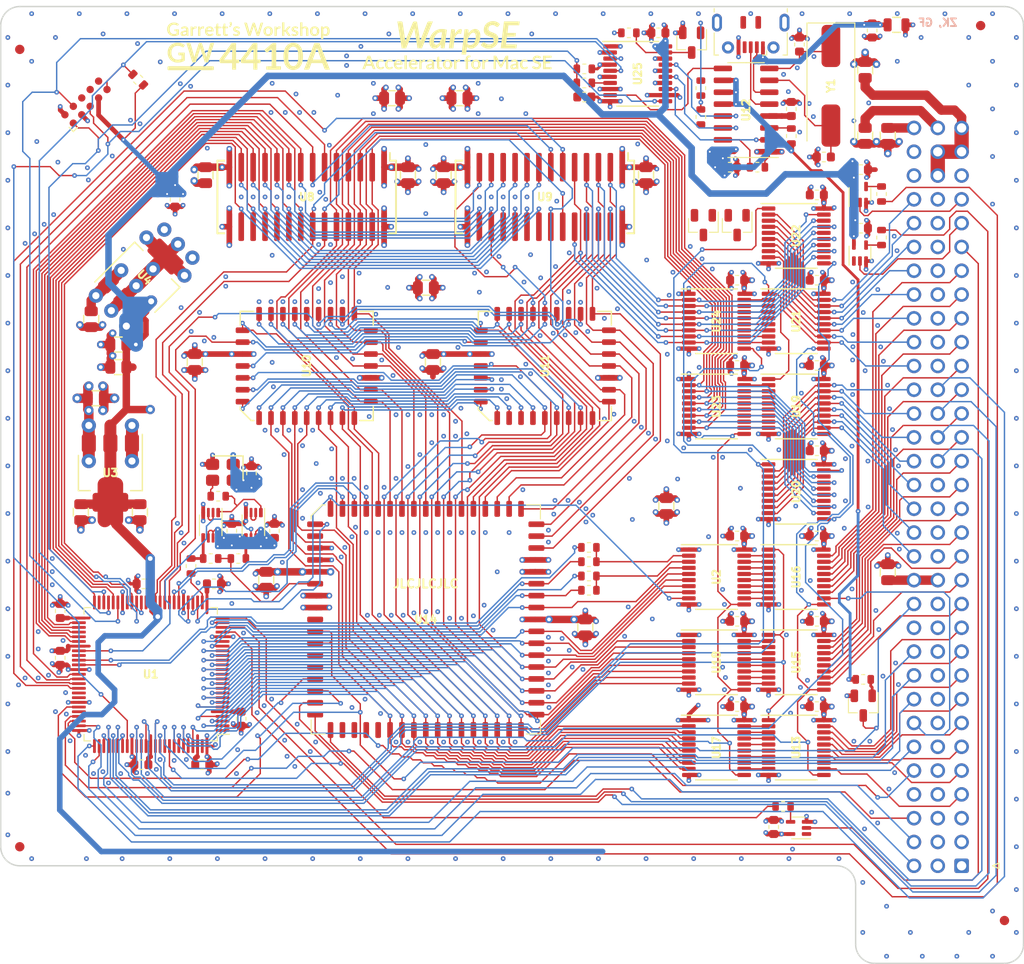
<source format=kicad_pcb>
(kicad_pcb (version 20221018) (generator pcbnew)
  (layers (0 "F.Cu" signal) (1 "In1.Cu" power) (2 "In2.Cu" power) (31 "B.Cu" signal) (34 "B.Paste" user) (35 "F.Paste" user) (36 "B.SilkS" user "B.Silkscreen") (37 "F.SilkS" user "F.Silkscreen") (38 "B.Mask" user) (39 "F.Mask" user) (44 "Edge.Cuts" user))
  (net 0 "")
  (net 1 "GND")
  (net 2 "+5V")
  (net 3 "+3V3")
  (net 4 "-5V")
  (net 5 "+12V")
  (net 6 "-12V")
  (net 7 "USB5V")
  (net 8 "Net-(U12-XO)")
  (net 9 "Net-(U12-XI)")
  (net 10 "Net-(Q2-B)")
  (net 11 "/Buf/MacA1")
  (net 12 "/Buf/MacA2")
  (net 13 "/Buf/MacA3")
  (net 14 "/Buf/MacA4")
  (net 15 "/Buf/MacA5")
  (net 16 "/Buf/MacA6")
  (net 17 "/Buf/MacA7")
  (net 18 "/Buf/MacA8")
  (net 19 "/Buf/MacA9")
  (net 20 "/Buf/MacA10")
  (net 21 "/Buf/MacA11")
  (net 22 "/Buf/MacA12")
  (net 23 "/Buf/MacA13")
  (net 24 "/Buf/MacA14")
  (net 25 "/Control/~{RESET}")
  (net 26 "/Buf/MacA15")
  (net 27 "/Control/Mac~{AS}")
  (net 28 "/Control/Mac~{UDS}")
  (net 29 "/Control/Mac~{LDS}")
  (net 30 "/Buf/Mac~{R}W")
  (net 31 "/Control/Mac~{DTACK}")
  (net 32 "/Buf/MacA16")
  (net 33 "/Control/Mac~{VMA}")
  (net 34 "/Control/Mac~{VPA}")
  (net 35 "/Buf/MacA17")
  (net 36 "/Buf/MacA18")
  (net 37 "/Buf/MacA19")
  (net 38 "/Buf/MacA20")
  (net 39 "/Buf/MacA21")
  (net 40 "/Buf/MacA22")
  (net 41 "/Buf/MacA23")
  (net 42 "/Control/Mac~{BERR}")
  (net 43 "/Control/~{IPL}2")
  (net 44 "/MC68k/~{IPL}1")
  (net 45 "/MC68k/~{IPL}0")
  (net 56 "/Control/Mac~{BR}")
  (net 58 "/Buf/MacD0")
  (net 59 "/Buf/MacD1")
  (net 60 "/Buf/MacD2")
  (net 61 "/Buf/MacD3")
  (net 62 "/Buf/MacD4")
  (net 63 "/Buf/MacD5")
  (net 64 "/Buf/MacD6")
  (net 65 "/Buf/MacD7")
  (net 66 "/Buf/MacD8")
  (net 67 "/Buf/MacD9")
  (net 68 "/Buf/MacD10")
  (net 69 "/Buf/MacD11")
  (net 70 "/Buf/MacD12")
  (net 71 "/Buf/MacD13")
  (net 72 "/Buf/MacD14")
  (net 73 "/Buf/MacD15")
  (net 75 "/Control/TMS")
  (net 76 "/Control/TCK")
  (net 78 "/Control/TDI")
  (net 82 "/Control/TDO")
  (net 86 "/Buf/Aout23")
  (net 87 "Net-(J3-D-)")
  (net 88 "Net-(J3-D+)")
  (net 89 "/Clk.sch/MCLK")
  (net 91 "Net-(Q1-B)")
  (net 92 "/Control/Acc~{VPA}")
  (net 93 "/Control/Acc~{BERR}")
  (net 94 "/Buf/Din~{OE}")
  (net 95 "/Buf/Dout~{OE}")
  (net 96 "/Buf/Aout~{OE}")
  (net 97 "/Buf/DinLE")
  (net 98 "/Buf/ADoutLE0")
  (net 99 "/Buf/ADoutLE1")
  (net 100 "/Buf/AccA5")
  (net 101 "/Buf/AccA6")
  (net 102 "/Buf/AccA7")
  (net 103 "/Buf/AccA8")
  (net 104 "/Buf/AccA9")
  (net 105 "/Control/U~{WE}")
  (net 106 "/Control/L~{WE}")
  (net 107 "/Control/~{RAS}")
  (net 108 "/Control/RA11")
  (net 109 "Net-(U6-Q)")
  (net 110 "/Buf/AccA10")
  (net 111 "/Control/RA9")
  (net 112 "/Control/RA10")
  (net 113 "/Control/RA8")
  (net 114 "/Control/RA0")
  (net 115 "/Control/RA7")
  (net 116 "/Control/RA1")
  (net 117 "/Buf/AccA11")
  (net 118 "/Control/RA6")
  (net 119 "/Control/RA2")
  (net 120 "/Control/RA5")
  (net 121 "/Control/RA3")
  (net 122 "/Control/RA4")
  (net 123 "/Buf/AccA12")
  (net 124 "/Control/~{OE}")
  (net 125 "/Control/~{CAS}")
  (net 126 "/Control/ROM~{CS}")
  (net 127 "/Control/ROM~{WE}")
  (net 128 "/Control/Acc~{UDS}")
  (net 129 "/Control/Acc~{AS}")
  (net 130 "/Control/Acc~{LDS}")
  (net 131 "/Buf/AccA13")
  (net 132 "/Control/Acc~{DTACK}")
  (net 133 "/Buf/AccA14")
  (net 134 "/Buf/AccA15")
  (net 135 "/Buf/AccA16")
  (net 136 "/Buf/AccA17")
  (net 137 "/Buf/AccA18")
  (net 138 "/Buf/AccA19")
  (net 139 "/Buf/AccA20")
  (net 140 "/Buf/AccA21")
  (net 141 "/Buf/AccA22")
  (net 142 "/Buf/AccA23")
  (net 143 "/Buf/Acc~{R}W")
  (net 144 "Net-(U7-Q)")
  (net 145 "/Clk.sch/FCLK")
  (net 146 "/Control/SW2")
  (net 147 "Net-(U5-Output)")
  (net 148 "Net-(U6-CK)")
  (net 149 "Net-(U12-R232)")
  (net 150 "/Control/Mac~{BG}")
  (net 151 "Net-(U12-RXD)")
  (net 152 "Net-(U25-A5)")
  (net 156 "/Buf/AccD6")
  (net 157 "/Buf/AccD7")
  (net 158 "/Buf/AccD5")
  (net 159 "/Buf/AccD3")
  (net 160 "/Buf/AccD1")
  (net 161 "/Buf/AccD2")
  (net 162 "/Buf/AccD4")
  (net 163 "/Buf/AccD14")
  (net 164 "/Buf/AccD15")
  (net 165 "/Buf/AccD13")
  (net 166 "/Buf/AccD11")
  (net 167 "/Buf/AccD9")
  (net 168 "/Buf/AccD8")
  (net 169 "/Buf/AccD10")
  (net 170 "/Buf/AccD12")
  (net 171 "/Buf/AccA1")
  (net 172 "/Buf/AccA2")
  (net 173 "/Buf/AccA3")
  (net 174 "/Control/CK20EN")
  (net 178 "Net-(U16-D7)")
  (net 179 "Net-(U16-D6)")
  (net 180 "Net-(U16-D5)")
  (net 181 "/Buf/AccA4")
  (net 182 "Net-(U16-D4)")
  (net 183 "Net-(U16-D3)")
  (net 184 "Net-(U16-D2)")
  (net 185 "Net-(U16-D1)")
  (net 186 "Net-(U16-D0)")
  (net 187 "Net-(U6-D)")
  (net 188 "Net-(U7-D)")
  (net 189 "/Buf/AccD0")
  (net 190 "CH340G3V3")
  (net 191 "/Prog/UTDO")
  (net 192 "Net-(U13-D0)")
  (net 193 "Net-(U13-D1)")
  (net 194 "Net-(U13-D2)")
  (net 195 "Net-(U13-D3)")
  (net 196 "Net-(U13-D4)")
  (net 197 "Net-(U13-D5)")
  (net 198 "Net-(U13-D6)")
  (net 199 "Net-(U13-D7)")
  (net 208 "Net-(U15-D0)")
  (net 209 "Net-(U15-D1)")
  (net 210 "Net-(U15-D2)")
  (net 211 "Net-(U15-D3)")
  (net 212 "Net-(U15-D4)")
  (net 213 "Net-(U15-D5)")
  (net 214 "Net-(U15-D6)")
  (net 215 "Net-(U15-D7)")
  (net 216 "Net-(U19-D0)")
  (net 217 "/Prog/UTCK")
  (net 218 "Net-(U19-D1)")
  (net 219 "/Prog/JTAG~{OE}")
  (net 220 "/Buf/Aout22")
  (net 221 "Net-(U19-D2)")
  (net 222 "/Prog/UTMS")
  (net 223 "/Prog/UTDI")
  (net 224 "Net-(U19-D3)")
  (net 225 "Net-(U19-D4)")
  (net 226 "Net-(U19-D5)")
  (net 227 "Net-(U19-D6)")
  (net 228 "Net-(U19-D7)")
  (net 229 "Net-(U21-D0)")
  (net 230 "Net-(U21-D1)")
  (net 231 "Net-(U21-D2)")
  (net 232 "Net-(U21-D3)")
  (net 233 "Net-(U21-D4)")
  (net 234 "Net-(U21-D5)")
  (net 235 "Net-(U21-D6)")
  (net 236 "Net-(U21-D7)")
  (net 237 "/Clk.sch/MCKE")
  (net 238 "/Buf/GA23")
  (net 239 "/Buf/GA22")
  (net 240 "Net-(Q2-E)")
  (net 241 "Net-(Q3-B)")
  (net 242 "Net-(Q3-E)")
  (net 244 "/ClkBuf/E")
  (net 245 "/ClkBuf/BE")
  (net 247 "/ClkBuf/C8M")
  (net 248 "/ClkBuf/BC8M")
  (net 250 "/ClkBuf/C16M")
  (net 251 "/ClkBuf/BC16M")
  (net 252 "Net-(U28-Y)")
  (net 253 "Net-(U27-Y)")
  (net 254 "Net-(U26-Y)")
  (footprint "stdpads:C_0805" (layer "F.Cu") (at 112.903 71.208 -90)
    (fp_text reference "C4")
    (fp_text value "10u")
  )
  (footprint "stdpads:C_0805" (layer "F.Cu") (at 115.7995 73.914 180)
    (fp_text reference "C10")
    (fp_text value "10u")
  )
  (footprint "stdpads:C_0805" (layer "F.Cu") (at 115.7995 76.327 180)
    (fp_text reference "C9")
    (fp_text value "10u")
  )
  (footprint "stdpads:C_0805" (layer "F.Cu") (at 113.4 79.65)
    (fp_text reference "C3")
    (fp_text value "10u")
  )
  (footprint "stdpads:TQFP-100_14x14mm_P0.5mm" (layer "F.Cu") (at 119.25 109.1 90)
    (fp_text reference "U1")
    (fp_text value "XC95144XL-TQ100")
  )
  (footprint "stdpads:C_0805" (layer "F.Cu") (at 195.453 44.616 90)
    (fp_text reference "C22")
    (fp_text value "10u")
  )
  (footprint "stdpads:C_0805" (layer "F.Cu") (at 195.453 51.65 -90)
    (fp_text reference "C20")
    (fp_text value "10u")
  )
  (footprint "stdpads:C_0805" (layer "F.Cu") (at 197.866 51.65 -90)
    (fp_text reference "C24")
    (fp_text value "10u")
  )
  (footprint "stdpads:SOT-223" (layer "F.Cu") (at 118.6 66.75 -135)
    (fp_text reference "U4")
    (fp_text value "DNP-AZ1117CH2-3.3")
  )
  (footprint "stdpads:SOJ-28_300mil" (layer "F.Cu") (at 161.29 58.166 -90)
    (fp_text reference "U9")
    (fp_text value "KM48C2100")
  )
  (footprint "stdpads:DIN41612_R_3x32_Male_Vertical_THT" (layer "F.Cu") (at 205.74 129.54 180)
    (fp_text reference "J1" hide)
    (fp_text value "MacSEPDS")
  )
  (footprint "stdpads:C_0603" (layer "F.Cu") (at 126 99.45)
    (fp_text reference "C27")
    (fp_text value "2u2")
  )
  (footprint "stdpads:TSSOP-20_4.4x6.5mm_P0.65mm" (layer "F.Cu") (at 179.6 98.725 -90)
    (fp_text reference "U2")
    (fp_text value "74AHCT573PW")
  )
  (footprint "stdpads:C_0603" (layer "F.Cu") (at 181.8 94.35 180)
    (fp_text reference "C39")
    (fp_text value "2u2")
  )
  (footprint "stdpads:C_0603" (layer "F.Cu") (at 190.3 57.95 180)
    (fp_text reference "C33")
    (fp_text value "2u2")
  )
  (footprint "stdpads:C_0603" (layer "F.Cu") (at 190.3 94.35 180)
    (fp_text reference "C40")
    (fp_text value "2u2")
  )
  (footprint "stdpads:C_0603" (layer "F.Cu") (at 190.3 85.25 180)
    (fp_text reference "C38")
    (fp_text value "2u2")
  )
  (footprint "stdpads:C_0603" (layer "F.Cu") (at 181.8 112.55 180)
    (fp_text reference "C43")
    (fp_text value "2u2")
  )
  (footprint "stdpads:C_0603" (layer "F.Cu") (at 190.3 112.55 180)
    (fp_text reference "C44")
    (fp_text value "2u2")
  )
  (footprint "stdpads:C_0603" (layer "F.Cu") (at 190.3 67.05 180)
    (fp_text reference "C35")
    (fp_text value "2u2")
  )
  (footprint "stdpads:C_0603" (layer "F.Cu") (at 181.8 67.05 180)
    (fp_text reference "C34")
    (fp_text value "2u2")
  )
  (footprint "stdpads:C_0603" (layer "F.Cu") (at 181.8 76.15 180)
    (fp_text reference "C36")
    (fp_text value "2u2")
  )
  (footprint "stdpads:C_0603" (layer "F.Cu") (at 181.8 103.45 180)
    (fp_text reference "C41")
    (fp_text value "2u2")
  )
  (footprint "stdpads:C_0603" (layer "F.Cu") (at 190.3 103.45 180)
    (fp_text reference "C42")
    (fp_text value "2u2")
  )
  (footprint "stdpads:C_0805" (layer "F.Cu") (at 197.866 98.21 90)
    (fp_text reference "C18")
    (fp_text value "10u")
  )
  (footprint "stdpads:C_0805" (layer "F.Cu") (at 131.572 99.021 -90)
    (fp_text reference "C1")
    (fp_text value "10u")
  )
  (footprint "stdpads:C_0805" (layer "F.Cu") (at 165.608 104.101 -90)
    (fp_text reference "C2")
    (fp_text value "10u")
  )
  (footprint "stdpads:TSSOP-20_4.4x6.5mm_P0.65mm" (layer "F.Cu") (at 179.6 71.425 -90)
    (fp_text reference "U24")
    (fp_text value "74AHCT573PW")
  )
  (footprint "stdpads:TSSOP-20_4.4x6.5mm_P0.65mm" (layer "F.Cu") (at 179.6 80.525 -90)
    (fp_text reference "U23")
    (fp_text value "74AHCT573PW")
  )
  (footprint "stdpads:TSSOP-20_4.4x6.5mm_P0.65mm" (layer "F.Cu") (at 188.1 62.325 -90)
    (fp_text reference "U22")
    (fp_text value "74AHCT573PW")
  )
  (footprint "stdpads:TSSOP-20_4.4x6.5mm_P0.65mm" (layer "F.Cu") (at 188.1 71.425 -90)
    (fp_text reference "U21")
    (fp_text value "74AHCT573PW")
  )
  (footprint "stdpads:TSSOP-20_4.4x6.5mm_P0.65mm" (layer "F.Cu") (at 188.1 89.625 -90)
    (fp_text reference "U20")
    (fp_text value "74AHCT573PW")
  )
  (footprint "stdpads:TSSOP-20_4.4x6.5mm_P0.65mm" (layer "F.Cu") (at 188.1 80.525 -90)
    (fp_text reference "U19")
    (fp_text value "74AHCT573PW")
  )
  (footprint "stdpads:TSSOP-20_4.4x6.5mm_P0.65mm" (layer "F.Cu") (at 179.6 107.825 -90)
    (fp_text reference "U18")
    (fp_text value "74AHCT573PW")
  )
  (footprint "stdpads:TSSOP-20_4.4x6.5mm_P0.65mm" (layer "F.Cu") (at 179.6 116.925 -90)
    (fp_text reference "U17")
    (fp_text value "74AHCT573PW")
  )
  (footprint "stdpads:TSSOP-20_4.4x6.5mm_P0.65mm" (layer "F.Cu") (at 188.1 98.725 -90)
    (fp_text reference "U16")
    (fp_text value "74AHCT573PW")
  )
  (footprint "stdpads:TSSOP-20_4.4x6.5mm_P0.65mm" (layer "F.Cu") (at 188.1 107.825 -90)
    (fp_text reference "U15")
    (fp_text value "74AHCT573PW")
  )
  (footprint "stdpads:TSSOP-20_4.4x6.5mm_P0.65mm" (layer "F.Cu") (at 188.1 116.925 -90)
    (fp_text reference "U13")
    (fp_text value "74AHCT573PW")
  )
  (footprint "stdpads:SOJ-28_300mil" (layer "F.Cu") (at 135.89 58.166 -90)
    (fp_text reference "U8")
    (fp_text value "KM48C2100")
  )
  (footprint "stdpads:C_0603" (layer "F.Cu") (at 124.75 118.75)
    (fp_text reference "C29")
    (fp_text value "2u2")
  )
  (footprint "stdpads:C_0603" (layer "F.Cu") (at 109.6 107.35 -90)
    (fp_text reference "C31")
    (fp_text value "2u2")
  )
  (footprint "stdpads:C_0603" (layer "F.Cu") (at 118.25 118.75 180)
    (fp_text reference "C30")
    (fp_text value "2u2")
  )
  (footprint "stdpads:C_0603" (layer "F.Cu") (at 118.5 99.45 180)
    (fp_text reference "C26")
    (fp_text value "2u2")
  )
  (footprint "stdpads:C_0603" (layer "F.Cu") (at 128.9 113.85 -90)
    (fp_text reference "C28")
    (fp_text value "2u2")
  )
  (footprint "stdpads:C_0603" (layer "F.Cu") (at 109.6 102.35 90)
    (fp_text reference "C32")
    (fp_text value "2u2")
  )
  (footprint "stdpads:Fiducial" (layer "F.Cu") (at 105.283 42.418)
    (fp_text reference "FID1")
    (fp_text value "Fiducial" hide)
  )
  (footprint "stdpads:Fiducial" (layer "F.Cu") (at 207.772 39.878)
    (fp_text reference "FID2")
    (fp_text value "Fiducial" hide)
  )
  (footprint "stdpads:Fiducial" (layer "F.Cu") (at 210.312 135.382)
    (fp_text reference "FID3")
    (fp_text value "Fiducial" hide)
  )
  (footprint "stdpads:Fiducial" (layer "F.Cu") (at 105.283 127.508)
    (fp_text reference "FID4")
    (fp_text value "Fiducial" hide)
  )
  (footprint "stdpads:PasteHole_1.152mm_NPTH" (layer "F.Cu") (at 105.283 39.878)
    (fp_text reference "H1")
    (fp_text value " " hide)
  )
  (footprint "stdpads:PasteHole_1.152mm_NPTH" (layer "F.Cu") (at 210.312 39.878)
    (fp_text reference "H2")
    (fp_text value " " hide)
  )
  (footprint "stdpads:PasteHole_1.152mm_NPTH" (layer "F.Cu") (at 210.312 137.922)
    (fp_text reference "H3")
    (fp_text value " " hide)
  )
  (footprint "stdpads:PasteHole_1.152mm_NPTH" (layer "F.Cu") (at 196.469 137.922)
    (fp_text reference "H4")
    (fp_text value " " hide)
  )
  (footprint "stdpads:PasteHole_1.152mm_NPTH" (layer "F.Cu") (at 107.823 127.508)
    (fp_text reference "H5")
    (fp_text value " " hide)
  )
  (footprint "stdpads:PLCC-32" (layer "F.Cu") (at 135.89 76.2)
    (fp_text reference "U10")
    (fp_text value "39SF040")
  )
  (footprint "stdpads:PLCC-32" (layer "F.Cu") (at 161.29 76.2)
    (fp_text reference "U11")
    (fp_text value "39SF040")
  )
  (footprint "stdpads:PLCC-68" (layer "F.Cu") (at 148.59 103.251)
    (fp_text reference "U14")
    (fp_text value "MC68HC000FN20")
  )
  (footprint "stdpads:SOT-223" (layer "F.Cu") (at 114.95 87.6 90)
    (fp_text reference "U3")
    (fp_text value "AZ1117EH-3.3")
  )
  (footprint "stdpads:C_0805" (layer "F.Cu") (at 111.8 91.8 -90)
    (fp_text reference "C7")
    (fp_text value "10u")
  )
  (footprint "stdpads:C_0805" (layer "F.Cu") (at 118.1 91.8 -90)
    (fp_text reference "C8")
    (fp_text value "10u")
  )
  (footprint "stdpads:C_0805" (layer "F.Cu") (at 123.952 75.78 -90)
    (fp_text reference "C16")
    (fp_text value "10u")
  )
  (footprint "stdpads:C_0805" (layer "F.Cu") (at 149.352 75.78 -90)
    (fp_text reference "C17")
    (fp_text value "10u")
  )
  (footprint "stdpads:C_0805" (layer "F.Cu") (at 172.085 55.841 -90)
    (fp_text reference "C15")
    (fp_text value "10u")
  )
  (footprint "stdpads:C_0805" (layer "F.Cu") (at 125.095 55.841 -90)
    (fp_text reference "C12")
    (fp_text value "10u")
  )
  (footprint "stdpads:C_0805" (layer "F.Cu") (at 146.685 55.841 -90)
    (fp_text reference "C13")
    (fp_text value "10u")
  )
  (footprint "stdpads:C_0805" (layer "F.Cu") (at 150.495 55.841 -90)
    (fp_text reference "C14")
    (fp_text value "10u")
  )
  (footprint "stdpads:C_0603" (layer "F.Cu") (at 190.3 76.15 180)
    (fp_text reference "C37")
    (fp_text value "2u2")
  )
  (footprint "Connector:Tag-Connect_TC2050-IDC-FP_2x05_P1.27mm_Vertical" (layer "F.Cu") (at 112.345038 48.046936 45)
    (fp_text reference "J2")
    (fp_text value "JTAG")
  )
  (footprint "stdpads:USB_Micro-B_ShouHan_MicroXNJ" (layer "F.Cu") (at 183.25 40.4125 90)
    (fp_text reference "J3")
    (fp_text value "microUSB")
  )
  (footprint "stdpads:R_0603" (layer "F.Cu") (at 165.5 44.5)
    (fp_text reference "R16")
    (fp_text value "10k")
  )
  (footprint "stdpads:R_0603" (layer "F.Cu") (at 117.913685 45.650685 135)
    (fp_text reference "R15")
    (fp_text value "10k")
  )
  (footprint "stdpads:SOT-23" (layer "F.Cu") (at 195.25 112.45 90)
    (fp_text reference "Q2")
    (fp_text value "MMBT3904")
  )
  (footprint "stdpads:C_0603" (layer "F.Cu") (at 191.05 53.9 180)
    (fp_text reference "C47")
    (fp_text value "22p")
  )
  (footprint "stdpads:R_0603" (layer "F.Cu") (at 187.579 51.6635 90)
    (fp_text reference "R9")
    (fp_text value "10k")
  )
  (footprint "stdpads:C_0805" (layer "F.Cu") (at 174.25 91.15 -90)
    (fp_text reference "C19")
    (fp_text value "10u")
  )
  (footprint "stdpads:R_0603" (layer "F.Cu") (at 183.9595 54.991)
    (fp_text reference "R5")
    (fp_text value "10k")
  )
  (footprint "stdpads:SOIC-16_3.9mm" (layer "F.Cu") (at 182.753 48.895 90)
    (fp_text reference "U12")
    (fp_text value "CH340G")
  )
  (footprint "stdpads:C_0603" (layer "F.Cu") (at 181.0265 54.991)
    (fp_text reference "C23")
    (fp_text value "2u2")
  )
  (footprint "stdpads:Crystal_HC49-SMD" (layer "F.Cu") (at 191.8 46.3 -90)
    (fp_text reference "Y1")
    (fp_text value "12M")
  )
  (footprint "stdpads:R_0603" (layer "F.Cu") (at 195.25 109.65 180)
    (fp_text reference "R11")
    (fp_text value "1k")
  )
  (footprint "stdpads:C_0603" (layer "F.Cu") (at 188.45 41.9 90)
    (fp_text reference "C46")
    (fp_text value "22p")
  )
  (footprint "stdpads:C_0603" (layer "F.Cu") (at 121.85 58.45 -90)
    (fp_text reference "C11")
    (fp_text value "2u2")
  )
  (footprint "stdpads:C_0603" (layer "F.Cu") (at 196.2 40.4 -90)
    (fp_text reference "C25")
    (fp_text value "2u2")
  )
  (footprint "stdpads:R_0603" (layer "F.Cu") (at 165.989 98.6155)
    (fp_text reference "R22")
    (fp_text value "DNP")
  )
  (footprint "stdpads:SOT-353" (layer "F.Cu") (at 194.9 64.15 -90)
    (fp_text reference "U27")
    (fp_text value "74LVC1G07GW")
  )
  (footprint "stdpads:C_0603" (layer "F.Cu") (at 185.7 125.4 90)
    (fp_text reference "C48")
    (fp_text value "2u2")
  )
  (footprint "stdpads:SOT-23" (layer "F.Cu") (at 181.8 61.175 90)
    (fp_text reference "Q4")
    (fp_text value "MMBT3904")
  )
  (footprint "LOGO" (layer "F.Cu") (at 129.667 42.291)
    (fp_text reference "G***" hide)
    (fp_text value "LOGO" hide)
  )
  (footprint "stdpads:R_0603" (layer "F.Cu") (at 177.927 46.55 -90)
    (fp_text reference "R13")
    (fp_text value "1k")
  )
  (footprint "stdpads:R_0603" (layer "F.Cu") (at 186.7 123.2)
    (fp_text reference "R18")
    (fp_text value "47")
  )
  (footprint "stdpads:SOT-23" (layer "F.Cu") (at 178.2 61.175 90)
    (fp_text reference "Q3")
    (fp_text value "MMBT3904")
  )
  (footprint "stdpads:R_0603" (layer "F.Cu") (at 165.5 46 180)
    (fp_text reference "R20")
    (fp_text value "47")
  )
  (footprint "stdpads:SOT-23" (layer "F.Cu") (at 176.95 41.7 90)
    (fp_text reference "Q1")
    (fp_text value "MMBT3904")
  )
  (footprint "stdpads:C_0603" (layer "F.Cu") (at 195 61.5)
    (fp_text reference "C55")
    (fp_text value "2u2")
  )
  (footprint "stdpads:R_0603" (layer "F.Cu") (at 165.989 97.0915)
    (fp_text reference "R4")
    (fp_text value "0")
  )
  (footprint "LOGO" (layer "F.Cu") (at 151.9555 41.883986)
    (fp_text reference "G***" hide)
    (fp_text value "LOGO" hide)
  )
  (footprint "stdpads:C_0805" (layer "F.Cu") (at 144.995 47.625)
    (fp_text reference "C50")
    (fp_text value "10u")
  )
  (footprint "stdpads:R_0603" (layer "F.Cu") (at 123.55 97.55 90)
    (fp_text reference "R2")
    (fp_text value "47")
  )
  (footprint "stdpads:R_0603" (layer "F.Cu") (at 125.65 96.75)
    (fp_text reference "R12")
    (fp_text value "47")
  )
  (footprint "stdpads:SOT-353" (layer "F.Cu") (at 194.9 57.9 -90)
    (fp_text reference "U28")
    (fp_text value "74LVC1G07GW")
  )
  (footprint "stdpads:R_0603" (layer "F.Cu") (at 165.989 100.1395)
    (fp_text reference "R6")
    (fp_text value "0")
  )
  (footprint "stdpads:R_0603" (layer "F.Cu") (at 197.2 62.5 -90)
    (fp_text reference "R17")
    (fp_text value "47")
  )
  (footprint "stdpads:TSSOP-20_4.4x6.5mm_P0.65mm" (layer "F.Cu") (at 171.2 45.025 -90)
    (fp_text reference "U25")
    (fp_text value "74LVC245APW")
  )
  (footprint "stdpads:R_0603" (layer "F.Cu") (at 128.6 96.75)
    (fp_text reference "R1")
    (fp_text value "47")
  )
  (footprint "stdpads:C_0603" (layer "F.Cu") (at 173.4 40.65 180)
    (fp_text reference "C21")
    (fp_text value "2u2")
  )
  (footprint "stdpads:R_0603" (layer "F.Cu") (at 170.25 40.65)
    (fp_text reference "R8")
    (fp_text value "1k")
  )
  (footprint "stdpads:R_0603" (layer "F.Cu") (at 126.45 90.1 180)
    (fp_text reference "R3")
    (fp_text value "47")
  )
  (footprint "stdpads:C_0603" (layer "F.Cu") (at 127.9 93.8 90)
    (fp_text reference "C5")
    (fp_text value "2u2")
  )
  (footprint "stdpads:C_0603" (layer "F.Cu") (at 195 55.25)
    (fp_text reference "C55")
    (fp_text value "2u2")
  )
  (footprint "stdpads:C_0603" (layer "F.Cu") (at 130 87.65 90)
    (fp_text reference "C53")
    (fp_text value "2u2")
  )
  (footprint "stdpads:R_0603" (layer "F.Cu") (at 177.927 49.6315 -90)
    (fp_text reference "R14")
    (fp_text value "1k5")
  )
  (footprint "stdpads:C_0805" (layer "F.Cu") (at 152.185 47.625 180)
    (fp_text reference "C51")
    (fp_text value "10u")
  )
  (footprint "stdpads:C_0603" (layer "F.Cu") (at 165.5 47.5)
    (fp_text reference "C52")
    (fp_text value "22p")
  )
  (footprint "stdpads:R_0603" (layer "F.Cu") (at 197.2 57.85 90)
    (fp_text reference "R7")
    (fp_text value "47")
  )
  (footprint "stdpads:NXP_VSSOP-8_2.3x2mm" (layer "F.Cu") (at 125.65 93.2 -90)
    (fp_text reference "U7")
    (fp_text value "74LVC1G74DC")
  )
  (footprint "stdpads:R_0805" (layer "F.Cu") (at 198.8 39.8)
    (fp_text reference "R10")
    (fp_text value "470")
  )
  (footprint "stdpads:C_0603" (layer "F.Cu") (at 132.45 93.8 90)
    (fp_text reference "C6")
    (fp_text value "2u2")
  )
  (footprint "stdpads:Crystal_SMD_3225-4Pin_3.2x2.5mm" (layer "F.Cu") (at 126.95 87.55 180)
    (fp_text reference "U5")
    (fp_text value "50M")
  )
  (footprint "stdpads:C_0805" (layer "F.Cu") (at 148.6 67.85)
    (fp_text reference "C45")
    (fp_text value "10u")
  )
  (footprint "stdpads:R_0603" (layer "F.Cu") (at 165.989 95.5675)
    (fp_text reference "R21")
    (fp_text value "DNP")
  )
  (footprint "stdpads:NXP_VSSOP-8_2.3x2mm" (layer "F.Cu") (at 130.2 93.2 -90)
    (fp_text reference "U6")
    (fp_text value "74LVC1G74DC")
  )
  (footprint "stdpads:C_0603" (layer "F.Cu") (at 187.579 48.78 90)
    (fp_text reference "C49")
    (fp_text value "2u2")
  )
  (footprint "stdpads:SOT-353" (layer "F.Cu") (at 188.35 125.5)
    (fp_text reference "U26")
    (fp_text value "74LVC1G07GW")
  )
  (gr_arc (start 105.283 129.54) (mid 103.846159 128.944841) (end 103.251 127.508) (stroke (width 0.15)) (layer "Edge.Cuts"))
  (gr_arc (start 192.405 129.54) (mid 193.841841 130.135159) (end 194.437 131.572) (stroke (width 0.15)) (layer "Edge.Cuts"))
  (gr_arc (start 196.469 139.954) (mid 195.032159 139.358841) (end 194.437 137.922) (stroke (width 0.15)) (layer "Edge.Cuts"))
  (gr_arc (start 212.344 137.922) (mid 211.748841 139.358841) (end 210.312 139.954) (stroke (width 0.15)) (layer "Edge.Cuts"))
  (gr_line (start 210.312 37.846) (end 105.283 37.846) (stroke (width 0.15)) (layer "Edge.Cuts"))
  (gr_line (start 103.251 127.508) (end 103.251 39.878) (stroke (width 0.15)) (layer "Edge.Cuts"))
  (gr_line (start 192.405 129.54) (end 105.283 129.54) (stroke (width 0.15)) (layer "Edge.Cuts"))
  (gr_line (start 194.437 137.922) (end 194.437 131.572) (stroke (width 0.15)) (layer "Edge.Cuts"))
  (gr_line (start 210.312 139.954) (end 196.469 139.954) (stroke (width 0.15)) (layer "Edge.Cuts"))
  (gr_line (start 212.344 39.878) (end 212.344 137.922) (stroke (width 0.15)) (layer "Edge.Cuts"))
  (gr_arc (start 103.251 39.878) (mid 103.846159 38.441159) (end 105.283 37.846) (stroke (width 0.15)) (layer "Edge.Cuts"))
  (gr_arc (start 210.312 37.846) (mid 211.748841 38.441159) (end 212.344 39.878) (stroke (width 0.15)) (layer "Edge.Cuts"))
  (gr_text "ZK, GF" (at 203.2 39.5605) (layer "B.SilkS") (effects (font (size 0.8128 0.8128) (thickness 0.2032)) (justify mirror)))
  (gr_text "JLCJLCJLC" (at 148.59 99.441) (layer "F.SilkS") (effects (font (size 0.9 0.9) (thickness 0.2032))))
  (segment (start 195.453 43.766) (end 196.42 43.766) (width 0.8) (layer "F.Cu") (net 1))
  (segment (start 196.42 43.766) (end 196.6595 44.0055) (width 0.8) (layer "F.Cu") (net 1))
  (segment (start 194.486 43.766) (end 194.2465 44.0055) (width 0.8) (layer "F.Cu") (net 1))
  (segment (start 195.453 43.766) (end 194.486 43.766) (width 0.8) (layer "F.Cu") (net 1))
  (segment (start 195.453 43.766) (end 195.453 42.7355) (width 0.8) (layer "F.Cu") (net 1))
  (segment (start 114.9495 73.914) (end 113.919 73.914) (width 0.8) (layer "F.Cu") (net 1))
  (segment (start 125.0805 76.63) (end 125.095 76.6445) (width 0.6) (layer "F.Cu") (net 1))
  (segment (start 122.8235 76.63) (end 122.809 76.6445) (width 0.6) (layer "F.Cu") (net 1))
  (segment (start 123.952 76.63) (end 125.0805 76.63) (width 0.6) (layer "F.Cu") (net 1))
  (segment (start 113.87 72.058) (end 114.1095 71.8185) (width 0.8) (layer "F.Cu") (net 1))
  (segment (start 123.952 76.63) (end 122.8235 76.63) (width 0.6) (layer "F.Cu") (net 1))
  (segment (start 112.903 72.058) (end 113.87 72.058) (width 0.8) (layer "F.Cu") (net 1))
  (segment (start 114.9495 76.327) (end 113.919 76.327) (width 0.8) (layer "F.Cu") (net 1))
  (segment (start 114.9495 72.947) (end 115.189 72.7075) (width 0.8) (layer "F.Cu") (net 1))
  (segment (start 112.903 72.058) (end 111.936 72.058) (width 0.8) (layer "F.Cu") (net 1))
  (segment (start 111.936 72.058) (end 111.6965 71.8185) (width 0.8) (layer "F.Cu") (net 1))
  (segment (start 114.9495 73.914) (end 114.9495 74.881) (width 0.8) (layer "F.Cu") (net 1))
  (segment (start 114.9495 74.881) (end 115.189 75.1205) (width 0.8) (layer "F.Cu") (net 1))
  (segment (start 114.9495 73.914) (end 114.9495 72.947) (width 0.8) (layer "F.Cu") (net 1))
  (segment (start 114.9495 76.327) (end 114.9495 75.36) (width 0.8) (layer "F.Cu") (net 1))
  (segment (start 114.9495 75.36) (end 115.189 75.1205) (width 0.8) (layer "F.Cu") (net 1))
  (segment (start 149.352 76.63) (end 149.352 77.343) (width 0.6) (layer "F.Cu") (net 1))
  (segment (start 189.55 76.15) (end 189.55 75.45) (width 0.5) (layer "F.Cu") (net 1))
  (segment (start 189.55 57.95) (end 189.55 57.25) (width 0.5) (layer "F.Cu") (net 1))
  (segment (start 189.55 75.45) (end 189.7 75.3) (width 0.5) (layer "F.Cu") (net 1))
  (segment (start 189.55 66.35) (end 189.7 66.2) (width 0.5) (layer "F.Cu") (net 1))
  (segment (start 189.55 67.05) (end 189.55 66.35) (width 0.5) (layer "F.Cu") (net 1))
  (segment (start 181.05 67.05) (end 181.05 66.35) (width 0.5) (layer "F.Cu") (net 1))
  (segment (start 181.05 66.35) (end 181.2 66.2) (width 0.5) (layer "F.Cu") (net 1))
  (segment (start 189.55 85.25) (end 189.55 84.55) (width 0.5) (layer "F.Cu") (net 1))
  (segment (start 189.55 93.65) (end 189.7 93.5) (width 0.5) (layer "F.Cu") (net 1))
  (segment (start 189.55 84.55) (end 189.7 84.4) (width 0.5) (layer "F.Cu") (net 1))
  (segment (start 189.55 94.35) (end 189.55 93.65) (width 0.5) (layer "F.Cu") (net 1))
  (segment (start 189.55 103.45) (end 189.55 102.75) (width 0.5) (layer "F.Cu") (net 1))
  (segment (start 189.55 102.75) (end 189.7 102.6) (width 0.5) (layer "F.Cu") (net 1))
  (segment (start 181.05 103.45) (end 181.05 102.75) (width 0.5) (layer "F.Cu") (net 1))
  (segment (start 181.05 102.75) (end 181.2 102.6) (width 0.5) (layer "F.Cu") (net 1))
  (segment (start 189.55 111.85) (end 189.7 111.7) (width 0.5) (layer "F.Cu") (net 1))
  (segment (start 181.05 112.55) (end 181.05 111.85) (width 0.5) (layer "F.Cu") (net 1))
  (segment (start 189.55 112.55) (end 189.55 111.85) (width 0.5) (layer "F.Cu") (net 1))
  (segment (start 181.05 111.85) (end 181.2 111.7) (width 0.5) (layer "F.Cu") (net 1))
  (segment (start 166.575 104.951) (end 166.751 104.775) (width 0.6) (layer "F.Cu") (net 1))
  (segment (start 189.55 94.35) (end 188.7 94.35) (width 0.6) (layer "F.Cu") (net 1))
  (segment (start 176.65 68.5) (end 175.55 68.5) (width 0.45) (layer "F.Cu") (net 1))
  (segment (start 165.608 104.951) (end 166.575 104.951) (width 0.6) (layer "F.Cu") (net 1))
  (segment (start 176.65 77.6) (end 176.65 77) (width 0.45) (layer "F.Cu") (net 1))
  (segment (start 197.866 97.36) (end 197.866 96.393) (width 0.6) (layer "F.Cu") (net 1))
  (segment (start 176.65 68.5) (end 176.65 67.9) (width 0.45) (layer "F.Cu") (net 1))
  (segment (start 189.55 76.15) (end 188.7 76.15) (width 0.6) (layer "F.Cu") (net 1))
  (segment (start 189.55 57.25) (end 189.7 57.1) (width 0.5) (layer "F.Cu") (net 1))
  (segment (start 196.899 97.36) (end 196.723 97.536) (width 0.6) (layer "F.Cu") (net 1))
  (segment (start 197.866 97.36) (end 196.899 97.36) (width 0.6) (layer "F.Cu") (net 1))
  (segment (start 197.866 97.36) (end 198.833 97.36) (width 0.6) (layer "F.Cu") (net 1))
  (segment (start 198.833 97.36) (end 199.009 97.536) (width 0.6) (layer "F.Cu") (net 1))
  (segment (start 168.1275 77.47) (end 169.291 77.47) (width 0.6) (layer "F.Cu") (net 1))
  (segment (start 168.1275 77.47) (end 166.9415 77.47) (width 0.6) (layer "F.Cu") (net 1))
  (segment (start 142.7275 77.47) (end 143.891 77.47) (width 0.6) (layer "F.Cu") (net 1))
  (segment (start 142.7275 77.47) (end 141.5415 77.47) (width 0.6) (layer "F.Cu") (net 1))
  (segment (start 176.65 77.6) (end 175.55 77.6) (width 0.45) (layer "F.Cu") (net 1))
  (segment (start 181.05 76.15) (end 181.05 76.85) (width 0.5) (layer "F.Cu") (net 1))
  (segment (start 117.35 117.9) (end 117.25 117.9) (width 0.5) (layer "F.Cu") (net 1))
  (segment (start 117.25 116.7625) (end 117.25 117.9) (width 0.3) (layer "F.Cu") (net 1))
  (segment (start 125.5 118.05) (end 125.35 117.9) (width 0.5) (layer "F.Cu") (net 1))
  (segment (start 181.05 76.85) (end 181.2 77) (width 0.5) (layer "F.Cu") (net 1))
  (segment (start 117.5 118.75) (end 117.5 118.05) (width 0.5) (layer "F.Cu") (net 1))
  (segment (start 181.05 75.474278) (end 181.05 76.15) (width 0.15) (layer "F.Cu") (net 1))
  (segment (start 180.962139 75.562139) (end 181.05 75.474278) (width 0.15) (layer "F.Cu") (net 1))
  (segment (start 180.962139 76.062139) (end 180.962139 75.562139) (width 0.15) (layer "F.Cu") (net 1))
  (segment (start 181.05 76.15) (end 180.962139 76.062139) (width 0.15) (layer "F.Cu") (net 1))
  (segment (start 181.187139 76.012861) (end 181.187139 75.512861) (width 0.15) (layer "F.Cu") (net 1))
  (segment (start 181.05 76.15) (end 181.187139 76.012861) (width 0.15) (layer "F.Cu") (net 1))
  (segment (start 181.5 75.2) (end 181.6 75.2) (width 0.15) (layer "F.Cu") (net 1))
  (segment (start 181.187139 75.512861) (end 181.5 75.2) (width 0.15) (layer "F.Cu") (net 1))
  (segment (start 181.05 76.15) (end 181.05 75.5) (width 0.15) (layer "F.Cu") (net 1))
  (segment (start 181.35 75.2) (end 181.6 75.2) (width 0.15) (layer "F.Cu") (net 1))
  (segment (start 181.05 75.5) (end 181.35 75.2) (width 0.15) (layer "F.Cu") (net 1))
  (segment (start 125.5 118.75) (end 125.5 118.05) (width 0.5) (layer "F.Cu") (net 1))
  (segment (start 125.35 117.9) (end 125.25 117.9) (width 0.5) (layer "F.Cu") (net 1))
  (segment (start 125.25 116.7625) (end 125.25 117.9) (width 0.3) (layer "F.Cu") (net 1))
  (segment (start 145.718 56.691) (end 145.542 56.515) (width 0.6) (layer "F.Cu") (net 1))
  (segment (start 146.685 56.691) (end 145.718 56.691) (width 0.6) (layer "F.Cu") (net 1))
  (segment (start 150.495 56.691) (end 151.462 56.691) (width 0.6) (layer "F.Cu") (net 1))
  (segment (start 151.462 56.691) (end 151.638 56.515) (width 0.6) (layer "F.Cu") (net 1))
  (segment (start 147.652 56.691) (end 147.828 56.515) (width 0.6) (layer "F.Cu") (net 1))
  (segment (start 146.685 56.691) (end 146.685 57.658) (width 0.6) (layer "F.Cu") (net 1))
  (segment (start 169.545 61.341) (end 169.545 63.3095) (width 0.6) (layer "F.Cu") (net 1))
  (segment (start 169.545 61.341) (end 169.545 59.3725) (width 0.6) (layer "F.Cu") (net 1))
  (segment (start 169.545 61.341) (end 170.307 61.341) (width 0.6) (layer "F.Cu") (net 1))
  (segment (start 153.035 61.341) (end 153.035 63.3095) (width 0.6) (layer "F.Cu") (net 1))
  (segment (start 153.035 61.341) (end 153.035 59.3725) (width 0.6) (layer "F.Cu") (net 1))
  (segment (start 153.035 61.341) (end 152.273 61.341) (width 0.6) (layer "F.Cu") (net 1))
  (segment (start 144.145 61.341) (end 144.145 59.3725) (width 0.6) (layer "F.Cu") (net 1))
  (segment (start 144.145 61.341) (end 144.907 61.341) (width 0.6) (layer "F.Cu") (net 1))
  (segment (start 144.145 61.341) (end 144.145 63.3095) (width 0.6) (layer "F.Cu") (net 1))
  (segment (start 127.635 61.341) (end 126.873 61.341) (width 0.6) (layer "F.Cu") (net 1))
  (segment (start 127.635 61.341) (end 127.635 63.3095) (width 0.6) (layer "F.Cu") (net 1))
  (segment (start 164.641 104.951) (end 164.465 104.775) (width 0.6) (layer "F.Cu") (net 1))
  (segment (start 117.5 118.05) (end 117.35 117.9) (width 0.5) (layer "F.Cu") (net 1))
  (segment (start 181.05 67.05) (end 181.05 67.75) (width 0.5) (layer "F.Cu") (net 1))
  (segment (start 181.05 67.75) (end 181.2 67.9) (width 0.5) (layer "F.Cu") (net 1))
  (segment (start 165.608 104.951) (end 164.641 104.951) (width 0.6) (layer "F.Cu") (net 1))
  (segment (start 165.608 104.951) (end 165.608 105.918) (width 0.6) (layer "F.Cu") (net 1))
  (segment (start 181.05 94.35) (end 181.05 93.65) (width 0.5) (layer "F.Cu") (net 1))
  (segment (start 176.65 101.65) (end 176.65 102.25) (width 0.45) (layer "F.Cu") (net 1))
  (segment (start 181.05 93.65) (end 181.2 93.5) (width 0.5) (layer "F.Cu") (net 1))
  (segment (start 176.65 101.65) (end 175.55 101.65) (width 0.45) (layer "F.Cu") (net 1))
  (segment (start 176.65 101.65) (end 177.75 101.65) (width 0.45) (layer "F.Cu") (net 1))
  (segment (start 127.635 61.341) (end 127.635 59.3725) (width 0.6) (layer "F.Cu") (net 1))
  (segment (start 117.25 116.7625) (end 117.25 115.65) (width 0.3) (layer "F.Cu") (net 1))
  (segment (start 111.5875 108.6) (end 110.45 108.6) (width 0.3) (layer "F.Cu") (net 1))
  (segment (start 111.5875 112.1) (end 112.7 112.1) (width 0.3) (layer "F.Cu") (net 1))
  (segment (start 111.5875 115.1) (end 111.5875 115.6375) (width 0.3) (layer "F.Cu") (net 1))
  (segment (start 111.5875 115.6375) (end 111.6 115.65) (width 0.3) (layer "F.Cu") (net 1))
  (segment (start 111.5875 112.1) (end 110.45 112.1) (width 0.3) (layer "F.Cu") (net 1))
  (segment (start 111.5875 108.6) (end 112.7 108.6) (width 0.3) (layer "F.Cu") (net 1))
  (segment (start 125.5 118.75) (end 126.25 118.75) (width 0.5) (layer "F.Cu") (net 1))
  (segment (start 120.827386 64.522614) (end 122.15 63.2) (width 1.27) (layer "F.Cu") (net 1))
  (segment (start 120.827386 64.522614) (end 119.5 65.85) (width 1.524) (layer "F.Cu") (net 1))
  (segment (start 117.7 67.65) (end 119.5 65.85) (width 1.524) (layer "F.Cu") (net 1))
  (segment (start 116.372614 68.977386) (end 115.05 70.3) (width 1.27) (layer "F.Cu") (net 1))
  (segment (start 116.372614 68.977386) (end 117.7 67.65) (width 1.27) (layer "F.Cu") (net 1))
  (segment (start 126.25 118.75) (end 126.35 118.65) (width 0.5) (layer "F.Cu") (net 1))
  (segment (start 160.2625 96.901) (end 161.671 96.901) (width 0.6) (layer "F.Cu") (net 1))
  (segment (start 160.2625 98.171) (end 161.671 98.171) (width 0.6) (layer "F.Cu") (net 1))
  (segment (start 160.2625 98.171) (end 158.877 98.171) (width 0.6) (layer "F.Cu") (net 1))
  (segment (start 160.2625 96.901) (end 158.877 96.901) (width 0.6) (layer "F.Cu") (net 1))
  (segment (start 136.9175 101.981) (end 138.303 101.981) (width 0.6) (layer "F.Cu") (net 1))
  (segment (start 185.15 65.25) (end 186.25 65.25) (width 0.45) (layer "F.Cu") (net 1))
  (segment (start 136.9175 101.981) (end 135.509 101.981) (width 0.6) (layer "F.Cu") (net 1))
  (segment (start 136.9175 100.711) (end 138.303 100.711) (width 0.6) (layer "F.Cu") (net 1))
  (segment (start 185.15 65.25) (end 184.05 65.25) (width 0.45) (layer "F.Cu") (net 1))
  (segment (start 185.15 65.25) (end 185.15 65.85) (width 0.45) (layer "F.Cu") (net 1))
  (segment (start 185.15 74.35) (end 186.25 74.35) (width 0.45) (layer "F.Cu") (net 1))
  (segment (start 185.15 74.35) (end 185.15 74.95) (width 0.45) (layer "F.Cu") (net 1))
  (segment (start 185.15 74.35) (end 184.05 74.35) (width 0.45) (layer "F.Cu") (net 1))
  (segment (start 185.15 83.45) (end 184.05 83.45) (width 0.45) (layer "F.Cu") (net 1))
  (segment (start 185.15 83.45) (end 185.15 84.05) (width 0.45) (layer "F.Cu") (net 1))
  (segment (start 185.15 92.55) (end 185.15 93.15) (width 0.45) (layer "F.Cu") (net 1))
  (segment (start 185.15 83.45) (end 186.25 83.45) (width 0.45) (layer "F.Cu") (net 1))
  (segment (start 185.15 92.55) (end 186.25 92.55) (width 0.45) (layer "F.Cu") (net 1))
  (segment (start 185.15 92.55) (end 184.05 92.55) (width 0.45) (layer "F.Cu") (net 1))
  (segment (start 185.15 101.65) (end 184.05 101.65) (width 0.45) (layer "F.Cu") (net 1))
  (segment (start 185.15 101.65) (end 186.25 101.65) (width 0.45) (layer "F.Cu") (net 1))
  (segment (start 185.15 101.65) (end 185.15 102.25) (width 0.45) (layer "F.Cu") (net 1))
  (segment (start 185.15 110.75) (end 186.25 110.75) (width 0.45) (layer "F.Cu") (net 1))
  (segment (start 185.15 110.75) (end 184.05 110.75) (width 0.45) (layer "F.Cu") (net 1))
  (segment (start 185.15 110.75) (end 185.15 111.35) (width 0.45) (layer "F.Cu") (net 1))
  (segment (start 176.65 83.45) (end 175.55 83.45) (width 0.45) (layer "F.Cu") (net 1))
  (segment (start 176.65 74.35) (end 176.65 74.95) (width 0.45) (layer "F.Cu") (net 1))
  (segment (start 176.65 74.35) (end 177.75 74.35) (width 0.45) (layer "F.Cu") (net 1))
  (segment (start 176.65 83.45) (end 176.65 84.05) (width 0.45) (layer "F.Cu") (net 1))
  (segment (start 185.15 119.85) (end 186.25 119.85) (width 0.45) (layer "F.Cu") (net 1))
  (segment (start 176.65 74.35) (end 175.55 74.35) (width 0.45) (layer "F.Cu") (net 1))
  (segment (start 185.15 119.85) (end 184.05 119.85) (width 0.45) (layer "F.Cu") (net 1))
  (segment (start 185.15 119.85) (end 185.15 120.45) (width 0.45) (layer "F.Cu") (net 1))
  (segment (start 176.65 83.45) (end 177.75 83.45) (width 0.45) (layer "F.Cu") (net 1))
  (segment (start 176.65 110.75) (end 175.55 110.75) (width 0.45) (layer "F.Cu") (net 1))
  (segment (start 176.65 110.75) (end 176.65 111.35) (width 0.45) (layer "F.Cu") (net 1))
  (segment (start 176.65 119.85) (end 177.75 119.85) (width 0.45) (layer "F.Cu") (net 1))
  (segment (start 176.65 110.75) (end 177.75 110.75) (width 0.45) (layer "F.Cu") (net 1))
  (segment (start 176.65 119.85) (end 176.65 120.45) (width 0.45) (layer "F.Cu") (net 1))
  (segment (start 136.9175 100.711) (end 135.509 100.711) (width 0.6) (layer "F.Cu") (net 1))
  (segment (start 198.833 52.5) (end 199.0725 52.2605) (width 0.8) (layer "F.Cu") (net 1))
  (segment (start 197.866 52.5) (end 198.833 52.5) (width 0.8) (layer "F.Cu") (net 1))
  (segment (start 196.899 52.5) (end 196.6595 52.2605) (width 0.8) (layer "F.Cu") (net 1))
  (segment (start 197.866 52.5) (end 196.899 52.5) (width 0.8) (layer "F.Cu") (net 1))
  (segment (start 194.486 52.5) (end 194.2465 52.2605) (width 0.8) (layer "F.Cu") (net 1))
  (segment (start 195.453 52.5) (end 194.486 52.5) (width 0.8) (layer "F.Cu") (net 1))
  (segment (start 196.42 52.5) (end 196.6595 52.2605) (width 0.8) (layer "F.Cu") (net 1))
  (segment (start 195.453 52.5) (end 196.42 52.5) (width 0.8) (layer "F.Cu") (net 1))
  (segment (start 197.866 52.5) (end 197.866 53.5305) (width 0.8) (layer "F.Cu") (net 1))
  (segment (start 124.128 56.691) (end 123.8885 56.4515) (width 0.8) (layer "F.Cu") (net 1))
  (segment (start 125.095 56.691) (end 124.128 56.691) (width 0.8) (layer "F.Cu") (net 1))
  (segment (start 117.75 99.45) (end 117.115698 99.45) (width 0.35) (layer "F.Cu") (net 1))
  (segment (start 116.85 99.184302) (end 116.85 99.05) (width 0.35) (layer "F.Cu") (net 1))
  (segment (start 117.115698 99.45) (end 116.85 99.184302) (width 0.35) (layer "F.Cu") (net 1))
  (segment (start 111.8 92.65) (end 113 92.65) (width 0.8) (layer "F.Cu") (net 1))
  (segment (start 118.1 92.65) (end 116.9 92.65) (width 0.8) (layer "F.Cu") (net 1))
  (segment (start 111.8 92.65) (end 111.8 93.7) (width 0.8) (layer "F.Cu") (net 1))
  (segment (start 118.1 92.65) (end 118.1 93.7) (width 0.8) (layer "F.Cu") (net 1))
  (segment (start 117.25 84.45) (end 117.25 86.35) (width 1.27) (layer "F.Cu") (net 1))
  (segment (start 117.25 84.45) (end 117.25 82.55) (width 1.27) (layer "F.Cu") (net 1))
  (segment (start 114.25 79.65) (end 115.4 79.65) (width 1) (layer "F.Cu") (net 1))
  (segment (start 114.25 80.85) (end 114.15 80.95) (width 1) (layer "F.Cu") (net 1))
  (segment (start 114.25 79.65) (end 114.25 80.85) (width 1) (layer "F.Cu") (net 1))
  (segment (start 114.25 78.45) (end 114.15 78.35) (width 1) (layer "F.Cu") (net 1))
  (segment (start 114.25 79.65) (end 114.25 78.45) (width 1) (layer "F.Cu") (net 1))
  (segment (start 173.052 56.691) (end 173.228 56.515) (width 0.6) (layer "F.Cu") (net 1))
  (segment (start 172.085 56.691) (end 173.052 56.691) (width 0.6) (layer "F.Cu") (net 1))
  (segment (start 171.118 56.691) (end 170.942 56.515) (width 0.6) (layer "F.Cu") (net 1))
  (segment (start 172.085 56.691) (end 171.118 56.691) (width 0.6) (layer "F.Cu") (net 1))
  (segment (start 172.085 56.691) (end 172.085 57.658) (width 0.6) (layer "F.Cu") (net 1))
  (segment (start 109.6 108.1) (end 108.9 108.1) (width 0.5) (layer "F.Cu") (net 1))
  (segment (start 108.9 108.1) (end 108.75 107.95) (width 0.5) (layer "F.Cu") (net 1))
  (segment (start 109.6 108.1) (end 109.6 108.75) (width 0.5) (layer "F.Cu") (net 1))
  (segment (start 109.6 108.75) (end 109.45 108.9) (width 0.5) (layer "F.Cu") (net 1))
  (segment (start 109.6 101.6) (end 108.9 101.6) (width 0.5) (layer "F.Cu") (net 1))
  (segment (start 108.9 101.6) (end 108.75 101.75) (width 0.5) (layer "F.Cu") (net 1))
  (segment (start 109.6 101.6) (end 109.6 100.8) (width 0.5) (layer "F.Cu") (net 1))
  (segment (start 109.6 101.6) (end 110.3 101.6) (width 0.5) (layer "F.Cu") (net 1))
  (segment (start 110.3 101.6) (end 110.45 101.75) (width 0.5) (layer "F.Cu") (net 1))
  (segment (start 117.75 99.45) (end 117.75 98.75) (width 0.5) (layer "F.Cu") (net 1))
  (segment (start 117.75 98.75) (end 117.9 98.6) (width 0.5) (layer "F.Cu") (net 1))
  (segment (start 117.75 100.15) (end 117.9 100.3) (width 0.5) (layer "F.Cu") (net 1))
  (segment (start 117.9 100.3) (end 118 100.3) (width 0.5) (layer "F.Cu") (net 1))
  (segment (start 117.75 99.45) (end 117.75 100.15) (width 0.5) (layer "F.Cu") (net 1))
  (segment (start 126.75 99.45) (end 127.55 99.45) (width 0.5) (layer "F.Cu") (net 1))
  (segment (start 126.75 99.45) (end 126.75 100.15) (width 0.5) (layer "F.Cu") (net 1))
  (segment (start 126.75 100.15) (end 126.6 100.3) (width 0.5) (layer "F.Cu") (net 1))
  (segment (start 128.2 114.6) (end 128.05 114.45) (width 0.5) (layer "F.Cu") (net 1))
  (segment (start 128.05 114.45) (end 128.05 114.35) (width 0.5) (layer "F.Cu") (net 1))
  (segment (start 128.9 114.6) (end 128.2 114.6) (width 0.5) (layer "F.Cu") (net 1))
  (segment (start 117.5 118.75) (end 116.7 118.75) (width 0.5) (layer "F.Cu") (net 1))
  (segment (start 128.9 114.6) (end 128.9 115.4) (width 0.5) (layer "F.Cu") (net 1))
  (segment (start 116.25 101.4375) (end 116.25 100.3) (width 0.3) (layer "F.Cu") (net 1))
  (segment (start 116.25 101.4375) (end 116.25 102.55) (width 0.3) (layer "F.Cu") (net 1))
  (segment (start 122.75 100.3) (end 122.75 101.4375) (width 0.3) (layer "F.Cu") (net 1))
  (segment (start 122.75 101.4375) (end 122.75 102.55) (width 0.3) (layer "F.Cu") (net 1))
  (segment (start 126.9125 105.1) (end 128.05 105.1) (width 0.3) (layer "F.Cu") (net 1))
  (segment (start 126.9125 105.1) (end 125.8 105.1) (width 0.3) (layer "F.Cu") (net 1))
  (segment (start 130.605 99.871) (end 130.429 99.695) (width 0.6) (layer "F.Cu") (net 1))
  (segment (start 131.572 99.871) (end 130.605 99.871) (width 0.6) (layer "F.Cu") (net 1))
  (segment (start 132.539 99.871) (end 132.715 99.695) (width 0.6) (layer "F.Cu") (net 1))
  (segment (start 131.572 99.871) (end 132.539 99.871) (width 0.6) (layer "F.Cu") (net 1))
  (segment (start 111.5875 115.1) (end 112.7 115.1) (width 0.3) (layer "F.Cu") (net 1))
  (segment (start 148.385 76.63) (end 148.209 76.454) (width 0.6) (layer "F.Cu") (net 1))
  (segment (start 149.352 76.63) (end 148.385 76.63) (width 0.6) (layer "F.Cu") (net 1))
  (segment (start 150.319 76.63) (end 150.495 76.454) (width 0.6) (layer "F.Cu") (net 1))
  (segment (start 149.352 76.63) (end 150.319 76.63) (width 0.6) (layer "F.Cu") (net 1))
  (segment (start 123.952 76.63) (end 123.952 77.597) (width 0.6) (layer "F.Cu") (net 1))
  (segment (start 129.65 114.6) (end 128.9 114.6) (width 0.5) (layer "F.Cu") (net 1))
  (segment (start 129.8 114.45) (end 129.65 114.6) (width 0.5) (layer "F.Cu") (net 1))
  (segment (start 146.685 56.691) (end 147.652 56.691) (width 0.6) (layer "F.Cu") (net 1))
  (segment (start 150.495 56.691) (end 149.528 56.691) (width 0.6) (layer "F.Cu") (net 1))
  (segment (start 149.528 56.691) (end 149.352 56.515) (width 0.6) (layer "F.Cu") (net 1))
  (segment (start 150.495 56.691) (end 150.495 57.658) (width 0.6) (layer "F.Cu") (net 1))
  (segment (start 109.6 108.1) (end 110.3 108.1) (width 0.5) (layer "F.Cu") (net 1))
  (segment (start 110.3 108.1) (end 110.45 108.25) (width 0.5) (layer "F.Cu") (net 1))
  (segment (start 110.45 108.25) (end 110.45 108.6) (width 0.5) (layer "F.Cu") (net 1))
  (segment (start 125.25 116.7625) (end 125.25 115.65) (width 0.3) (layer "F.Cu") (net 1))
  (segment (start 174.25 92) (end 174.25 92.95) (width 0.6) (layer "F.Cu") (net 1))
  (segment (start 174.25 92) (end 175.2 92) (width 0.6) (layer "F.Cu") (net 1))
  (segment (start 175.2 92) (end 175.4 91.8) (width 0.6) (layer "F.Cu") (net 1))
  (segment (start 174.25 92) (end 173.3 92) (width 0.6) (layer "F.Cu") (net 1))
  (segment (start 173.3 92) (end 173.1 91.8) (width 0.6) (layer "F.Cu") (net 1))
  (segment (start 185.228 53.34) (end 186.563 53.34) (width 0.6) (layer "F.Cu") (net 1))
  (segment (start 185.228 53.8495) (end 185.228 53.34) (width 0.15) (layer "F.Cu") (net 1))
  (segment (start 184.7595 54.318) (end 185.228 53.8495) (width 0.15) (layer "F.Cu") (net 1))
  (segment (start 184.7595 54.991) (end 184.7595 54.318) (width 0.15) (layer "F.Cu") (net 1))
  (segment (start 185.228 53.34) (end 183.896 53.34) (width 0.6) (layer "F.Cu") (net 1))
  (segment (start 181.7765 54.991) (end 181.7765 55.7135) (width 0.5) (layer "F.Cu") (net 1))
  (segment (start 181.7765 55.7135) (end 181.61 55.88) (width 0.5) (layer "F.Cu") (net 1))
  (segment (start 196.9 41.15) (end 197.05 41) (width 0.5) (layer "F.Cu") (net 1))
  (segment (start 196.2 41.15) (end 196.9 41.15) (width 0.5) (layer "F.Cu") (net 1))
  (segment (start 196.2 41.15) (end 195.5 41.15) (width 0.5) (layer "F.Cu") (net 1))
  (segment (start 195.5 41.15) (end 195.35 41) (width 0.5) (layer "F.Cu") (net 1))
  (segment (start 189.2 124.85) (end 190.1 124.85) (width 0.4) (layer "F.Cu") (net 1))
  (segment (start 188.3015 48.03) (end 188.468 48.1965) (width 0.5) (layer "F.Cu") (net 1))
  (segment (start 122.85 66.545228) (end 122.85 66.55) (width 1.27) (layer "F.Cu") (net 1))
  (segment (start 176.65 95.8) (end 177.75 95.8) (width 0.45) (layer "F.Cu") (net 1))
  (segment (start 185.7 124.65) (end 186.4 124.65) (width 0.5) (layer "F.Cu") (net 1))
  (segment (start 125.35 119.65) (end 125.5 119.5) (width 0.5) (layer "F.Cu") (net 1))
  (segment (start 127.9 93.05) (end 129.1 93.05) (width 0.5) (layer "F.Cu") (net 1))
  (segment (start 145.845 47.625) (end 146.812 47.625) (width 0.6) (layer "F.Cu") (net 1))
  (segment (start 110.099974 49.393974) (end 109.601 48.895) (width 0.5) (layer "F.Cu") (net 1))
  (segment (start 168.25 46.65) (end 167.15 46.65) (width 0.45) (layer "F.Cu") (net 1))
  (segment (start 109.601 48.895) (end 109.601 48.514) (width 0.5) (layer "F.Cu") (net 1))
  (segment (start 174.15 43.4) (end 173.05 43.4) (width 0.45) (layer "F.Cu") (net 1))
  (segment (start 166.25 47.5) (end 166.9 47.5) (width 0.3) (layer "F.Cu") (net 1))
  (segment (start 195.55 65) (end 196.15 65) (width 0.4) (layer "F.Cu") (net 1))
  (segment (start 176.65 95.8) (end 175.55 95.8) (width 0.45) (layer "F.Cu") (net 1))
  (segment (start 176.65 104.9) (end 175.55 104.9) (width 0.45) (layer "F.Cu") (net 1))
  (segment (start 145.845 46.658) (end 145.669 46.482) (width 0.6) (layer "F.Cu") (net 1))
  (segment (start 145.845 47.625) (end 145.845 48.592) (width 0.6) (layer "F.Cu") (net 1))
  (segment (start 121.85 59.2) (end 121.85 60) (width 0.5) (layer "F.Cu") (net 1))
  (segment (start 187.579 48.03) (end 186.8565 48.03) (width 0.5) (layer "F.Cu") (net 1))
  (segment (start 187.75 41.1125) (end 187.6 41.2625) (width 0.5) (layer "F.Cu") (net 1))
  (segment (start 130.7 86.9) (end 130.85 87.05) (width 0.5) (layer "F.Cu") (net 1))
  (segment (start 117.65 119.6) (end 117.5 119.45) (width 0.5) (layer "F.Cu") (net 1))
  (segment (start 124.85 91.85) (end 124.85 92.75) (width 0.4) (layer "F.Cu") (net 1))
  (segment (start 166.9 47.5) (end 167.15 47.75) (width 0.3) (layer "F.Cu") (net 1))
  (segment (start 195.55 58.75) (end 195.55 59.65) (width 0.4) (layer "F.Cu") (net 1))
  (segment (start 188.45 41.15) (end 189.15 41.15) (width 0.5) (layer "F.Cu") (net 1))
  (segment (start 181.7765 54.2685) (end 181.61 54.102) (width 0.5) (layer "F.Cu") (net 1))
  (segment (start 121.85 59.2) (end 122.55 59.2) (width 0.5) (layer "F.Cu") (net 1))
  (segment (start 149.45 67.85) (end 149.45 66.9) (width 0.6) (layer "F.Cu") (net 1))
  (segment (start 149.45 68.8) (end 149.25 69) (width 0.6) (layer "F.Cu") (net 1))
  (segment (start 145.845 47.625) (end 145.845 46.658) (width 0.6) (layer "F.Cu") (net 1))
  (segment (start 111.896025 49.412025) (end 112.522 50.038) (width 0.5) (layer "F.Cu") (net 1))
  (segment (start 117.5 119.45) (end 117.5 118.75) (width 0.5) (layer "F.Cu") (net 1))
  (segment (start 168.25 47.95) (end 167.15 47.95) (width 0.45) (layer "F.Cu") (net 1))
  (segment (start 167.15 47.75) (end 167.15 47.95) (width 0.3) (layer "F.Cu") (net 1))
  (segment (start 185.7 124.65) (end 185 124.65) (width 0.5) (layer "F.Cu") (net 1))
  (segment (start 125.85 86.7) (end 124.75 86.7) (width 0.5) (layer "F.Cu") (net 1))
  (segment (start 174.15 46) (end 173.05 46) (width 0.45) (layer "F.Cu") (net 1))
  (segment (start 168.25 47.95) (end 169.35 47.95) (width 0.45) (layer "F.Cu") (net 1))
  (segment (start 166.3 44.5) (end 166.9 44.5) (width 0.3) (layer "F.Cu") (net 1))
  (segment (start 176 40.65) (end 175.2 40.65) (width 0.5) (layer "F.Cu") (net 1))
  (segment (start 190.3 54.6) (end 190.45 54.75) (width 0.5) (layer "F.Cu") (net 1))
  (segment (start 189.15 41.15) (end 189.3 41.3) (width 0.5) (layer "F.Cu") (net 1))
  (segment (start 120.827386 64.522614) (end 122.85 66.545228) (width 1.27) (layer "F.Cu") (net 1))
  (segment (start 130 86.9) (end 130 86.1) (width 0.5) (layer "F.Cu") (net 1))
  (segment (start 121.15 59.2) (end 121 59.05) (width 0.5) (layer "F.Cu") (net 1))
  (segment (start 124.85 91.85) (end 124.85 90.95) (width 0.4) (layer "F.Cu") (net 1))
  (segment (start 125.9875 116.7625) (end 125.25 116.7625) (width 0.3) (layer "F.Cu") (net 1))
  (segment (start 132.45 93.05) (end 131.75 93.05) (width 0.5) (layer "F.Cu") (net 1))
  (segment (start 188.45 41.15) (end 188.45 40.35) (width 0.5) (layer "F.Cu") (net 1))
  (segment (start 126.15 116.6) (end 125.9875 116.7625) (width 0.3) (layer "F.Cu") (net 1))
  (segment (start 166.9 44.5) (end 167.15 44.25) (width 0.3) (layer "F.Cu") (net 1))
  (segment (start 122.55 59.2) (end 122.7 59.05) (width 0.5) (layer "F.Cu") (net 1))
  (segment (start 195.75 55.25) (end 196.55 55.25) (width 0.5) (layer "F.Cu") (net 1))
  (segment (start 174.15 47.3) (end 172.2 47.3) (width 0.45) (layer "F.Cu") (net 1))
  (segment (start 111.896025 49.393974) (end 111.896025 49.412025) (width 0.5) (layer "F.Cu") (net 1))
  (segment (start 172.65 40.65) (end 172.65 39.95) (width 0.5) (layer "F.Cu") (net 1))
  (segment (start 151.335 46.658) (end 151.511 46.482) (width 0.6) (layer "F.Cu") (net 1))
  (segment (start 189.2 124.85) (end 189.2 124.25) (width 0.4) (layer "F.Cu") (net 1))
  (segment (start 176.65 104.9) (end 177.75 104.9) (width 0.45) (layer "F.Cu") (net 1))
  (segment (start 195.75 61.5) (end 195.75 62.2) (width 0.5) (layer "F.Cu") (net 1))
  (segment (start 129.4 91.85) (end 129.4 92.75) (width 0.4) (layer "F.Cu") (net 1))
  (segment (start 168.25 42.1) (end 169.35 42.1) (width 0.45) (layer "F.Cu") (net 1))
  (segment (start 195.75 55.25) (end 195.75 55.95) (width 0.5) (layer "F.Cu") (net 1))
  (segment (start 181.7765 54.991) (end 181.7765 54.2685) (width 0.5) (layer "F.Cu") (net 1))
  (segment (start 190.3 53.9) (end 190.3 53.2) (width 0.5) (layer "F.Cu") (net 1))
  (segment (start 175.45 47.3) (end 174.15 47.3) (width 0.45) (layer "F.Cu") (net 1))
  (segment (start 127.05 93.25) (end 127.05 93.2) (width 0.5) (layer "F.Cu") (net 1))
  (segment (start 186.8565 48.03) (end 186.69 48.1965) (width 0.5) (layer "F.Cu") (net 1))
  (segment (start 149.45 67.85) (end 149.45 68.8) (width 0.6) (layer "F.Cu") (net 1))
  (segment (start 125.5 119.5) (end 125.5 118.75) (width 0.5) (layer "F.Cu") (net 1))
  (segment (start 127.05 93.2) (end 127.2 93.05) (width 0.5) (layer "F.Cu") (net 1))
  (segment (start 131.75 93.05) (end 131.6 93.2) (width 0.5) (layer "F.Cu") (net 1))
  (segment (start 185 124.65) (end 184.85 124.8) (width 0.5) (layer "F.Cu") (net 1))
  (segment (start 188.45 41.15) (end 187.75 41.15) (width 0.5) (layer "F.Cu") (net 1))
  (segment (start 181.95 42.1875) (end 181.95 41.1625) (width 0.4) (layer "F.Cu") (net 1))
  (segment (start 121.85 59.2) (end 121.15 59.2) (width 0.5) (layer "F.Cu") (net 1))
  (segment (start 195.75 61.5) (end 195.75 60.8) (width 0.5) (layer "F.Cu") (net 1))
  (segment (start 125.85 86.7) (end 125.85 85.7) (width 0.5) (layer "F.Cu") (net 1))
  (segment (start 168.25 45.35) (end 167.15 45.35) (width 0.45) (layer "F.Cu") (net 1))
  (segment (start 130 86.9) (end 129.3 86.9) (width 0.5) (layer "F.Cu") (net 1))
  (segment (start 117.75 119.6) (end 117.65 119.6) (width 0.5) (layer "F.Cu") (net 1))
  (segment (start 176.65 113.4) (end 176.65 114) (width 0.45) (layer "F.Cu") (net 1))
  (segment (start 127.9 93.05) (end 127.9 92.25) (width 0.5) (layer "F.Cu") (net 1))
  (segment (start 168.25 46.65) (end 169.35 46.65) (width 0.45) (layer "F.Cu") (net 1))
  (segment (start 189.55 112.55) (end 188.75 112.55) (width 0.5) (layer "F.Cu") (net 1))
  (segment (start 151.335 47.625) (end 151.335 48.592) (width 0.6) (layer "F.Cu") (net 1))
  (segment (start 181.05 103.45) (end 180.25 103.45) (width 0.5) (layer "F.Cu") (net 1))
  (segment (start 195.75 62.2) (end 195.6 62.35) (width 0.5) (layer "F.Cu") (net 1))
  (segment (start 176.65 114) (end 175.5 114) (width 0.45) (layer "F.Cu") (net 1))
  (segment (start 195.55 58.75) (end 196.15 58.75) (width 0.4) (layer "F.Cu") (net 1))
  (segment (start 126.75 99.45) (end 126.75 98.75) (width 0.5) (layer "F.Cu") (net 1))
  (segment (start 132.45 93.05) (end 132.45 92.25) (width 0.5) (layer "F.Cu") (net 1))
  (segment (start 129.1 93.05) (end 129.4 92.75) (width 0.5) (layer "F.Cu") (net 1))
  (segment (start 190.3 53.9) (end 190.3 54.6) (width 0.5) (layer "F.Cu") (net 1))
  (segment (start 176 40.65) (end 176 39.6) (width 0.5) (layer "F.Cu") (net 1))
  (segment (start 120.827386 64.522614) (end 120.822614 64.522614) (width 1.27) (layer "F.Cu") (net 1))
  (segment (start 172.65 40.65) (end 171.85 40.65) (width 0.5) (layer "F.Cu") (net 1))
  (segment (start 172.65 40.65) (end 172.65 41.5) (width 0.5) (layer "F.Cu") (net 1))
  (segment (start 151.335 47.625) (end 150.368 47.625) (width 0.6) (layer "F.Cu") (net 1))
  (segment (start 151.335 47.625) (end 151.335 46.658) (width 0.6) (layer "F.Cu") (net 1))
  (segment (start 130 86.9) (end 130.7 86.9) (width 0.5) (layer "F.Cu") (net 1))
  (segment (start 172.65 39.95) (end 172.8 39.8) (width 0.5) (layer "F.Cu") (net 1))
  (segment (start 195.75 55.95) (end 195.6 56.1) (width 0.5) (layer "F.Cu") (net 1))
  (segment (start 133.15 93.05) (end 133.3 93.2) (width 0.5) (layer "F.Cu") (net 1))
  (segment (start 186.4 124.65) (end 186.55 124.8) (width 0.5) (layer "F.Cu") (net 1))
  (segment (start 195.75 54.55) (end 195.6 54.4) (width 0.5) (layer "F.Cu") (net 1))
  (segment (start 149.45 67.85) (end 150.4 67.85) (width 0.6) (layer "F.Cu") (net 1))
  (segment (start 177.65 112.4) (end 176.65 113.4) (width 0.45) (layer "F.Cu") (net 1))
  (segment (start 190.3 53.2) (end 190.45 53.05) (width 0.5) (layer "F.Cu") (net 1))
  (segment (start 167.15 44.25) (end 167.15 44.05) (width 0.3) (layer "F.Cu") (net 1))
  (segment (start 151.335 48.592) (end 151.511 48.768) (width 0.6) (layer "F.Cu") (net 1))
  (segment (start 129.4 91.85) (end 129.4 90.95) (width 0.4) (layer "F.Cu") (net 1))
  (segment (start 145.845 48.592) (end 145.669 48.768) (width 0.6) (layer "F.Cu") (net 1))
  (segment (start 176.65 114) (end 178.7 114) (width 0.45) (layer "F.Cu") (net 1))
  (segment (start 181.05 94.35) (end 180.25 94.35) (width 0.5) (layer "F.Cu") (net 1))
  (segment (start 168.25 42.75) (end 167.15 42.75) (width 0.45) (layer "F.Cu") (net 1))
  (segment (start 175.7 47.55) (end 175.45 47.3) (width 0.45) (layer "F.Cu") (net 1))
  (segment (start 149.45 66.9) (end 149.25 66.7) (width 0.6) (layer "F.Cu") (net 1))
  (segment (start 168.25 47.95) (end 168.25 48.55) (width 0.45) (layer "F.Cu") (net 1))
  (segment (start 131.572 99.871) (end 131.572 100.8) (width 0.6) (layer "F.Cu") (net 1))
  (segment (start 132.45 93.05) (end 133.15 93.05) (width 0.5) (layer "F.Cu") (net 1))
  (segment (start 187.579 48.03) (end 188.3015 48.03) (width 0.5) (layer "F.Cu") (net 1))
  (segment (start 195.75 60.8) (end 195.6 60.65) (width 0.5) (layer "F.Cu") (net 1))
  (segment (start 189.55 103.45) (end 188.75 103.45) (width 0.5) (layer "F.Cu") (net 1))
  (segment (start 174.15 44.7) (end 173.05 44.7) (width 0.45) (layer "F.Cu") (net 1))
  (segment (start 127.9 93.05) (end 127.2 93.05) (width 0.5) (layer "F.Cu") (net 1))
  (segment (start 181.95 42.1875) (end 181.95 43.2125) (width 0.4) (layer "F.Cu") (net 1))
  (segment (start 190.3 53.9) (end 189.5 53.9) (width 0.5) (layer "F.Cu") (net 1))
  (segment (start 120.822614 64.522614) (end 118.8 62.5) (width 1.27) (layer "F.Cu") (net 1))
  (segment (start 195.55 65) (end 195.55 65.9) (width 0.4) (layer "F.Cu") (net 1))
  (segment (start 129.3 86.9) (end 129.15 87.05) (width 0.5) (layer "F.Cu") (net 1))
  (segment (start 195.75 55.25) (end 195.75 54.55) (width 0.5) (layer "F.Cu") (net 1))
  (segment (start 126.75 98.75) (end 126.6 98.6) (width 0.5) (layer "F.Cu") (net 1))
  (segment (start 181.05 112.55) (end 180.25 112.55) (width 0.5) (layer "F.Cu") (net 1))
  (segment (start 168.25 44.05) (end 167.15 44.05) (width 0.45) (layer "F.Cu") (net 1))
  (via (at 194.2465 44.0055) (size 0.8) (drill 0.4) (layers "F.Cu" "B.Cu") (net 1))
  (via (at 167.64 71.12) (size 0.5) (drill 0.2) (layers "F.Cu" "B.Cu") (net 1))
  (via (at 137.16 63.246) (size 0.5) (drill 0.2) (layers "F.Cu" "B.Cu") (net 1))
  (via (at 137.922 58.42) (size 0.5) (drill 0.2) (layers "F.Cu" "B.Cu") (net 1))
  (via (at 165.354 108.585) (size 0.5) (drill 0.2) (layers "F.Cu" "B.Cu") (net 1))
  (via (at 138.43 63.246) (size 0.5) (drill 0.2) (layers "F.Cu" "B.Cu") (net 1))
  (via (at 163.1315 105.283) (size 0.5) (drill 0.2) (layers "F.Cu" "B.Cu") (net 1))
  (via (at 164.211 108.331) (size 0.5) (drill 0.2) (layers "F.Cu" "B.Cu") (net 1))
  (via (at 163.8935 106.553) (size 0.5) (drill 0.2) (layers "F.Cu" "B.Cu") (net 1))
  (via (at 161.671 108.966) (size 0.5) (drill 0.2) (layers "F.Cu" "B.Cu") (net 1))
  (via (at 159.258 76.0095) (size 0.5) (drill 0.2) (layers "F.Cu" "B.Cu") (net 1))
  (via (at 167.64 81.8515) (size 0.5) (drill 0.2) (layers "F.Cu" "B.Cu") (net 1))
  (via (at 141.478 66.294) (size 0.5) (drill 0.2) (layers "F.Cu" "B.Cu") (net 1))
  (via (at 168.656 81.3435) (size 0.5) (drill 0.2) (layers "F.Cu" "B.Cu") (net 1))
  (via (at 161.671 106.426) (size 0.5) (drill 0.2) (layers "F.Cu" "B.Cu") (net 1))
  (via (at 161.671 107.696) (size 0.5) (drill 0.2) (layers "F.Cu" "B.Cu") (net 1))
  (via (at 161.671 105.156) (size 0.5) (drill 0.2) (layers "F.Cu" "B.Cu") (net 1))
  (via (at 161.671 111.506) (size 0.5) (drill 0.2) (layers "F.Cu" "B.Cu") (net 1))
  (via (at 161.671 110.236) (size 0.5) (drill 0.2) (layers "F.Cu" "B.Cu") (net 1))
  (via (at 161.7345 112.649) (size 0.5) (drill 0.2) (layers "F.Cu" "B.Cu") (net 1))
  (via (at 195.453 42.7355) (size 0.8) (drill 0.4) (layers "F.Cu" "B.Cu") (net 1))
  (via (at 117.7 67.65) (size 1.524) (drill 0.762) (layers "F.Cu" "B.Cu") (net 1))
  (via (at 196.6595 44.0055) (size 0.8) (drill 0.4) (layers "F.Cu" "B.Cu") (net 1))
  (via (at 196.9135 104.3305) (size 0.5) (drill 0.2) (layers "F.Cu" "B.Cu") (net 1))
  (via (at 113.919 73.914) (size 0.8) (drill 0.4) (layers "F.Cu" "B.Cu") (net 1))
  (via (at 196.8 68.05) (size 0.5) (drill 0.2) (layers "F.Cu" "B.Cu") (net 1))
  (via (at 198.374 82.9945) (size 0.5) (drill 0.2) (layers "F.Cu" "B.Cu") (net 1))
  (via (at 199.009 86.868) (size 0.5) (drill 0.2) (layers "F.Cu" "B.Cu") (net 1))
  (via (at 125.095 76.6445) (size 0.6) (drill 0.3) (layers "F.Cu" "B.Cu") (net 1))
  (via (at 113.919 76.327) (size 0.8) (drill 0.4) (layers "F.Cu" "B.Cu") (net 1))
  (via (at 196.596 102.2985) (size 0.5) (drill 0.2) (layers "F.Cu" "B.Cu") (net 1))
  (via (at 198.0565 80.772) (size 0.5) (drill 0.2) (layers "F.Cu" "B.Cu") (net 1))
  (via (at 197.104 74.168) (size 0.5) (drill 0.2) (layers "F.Cu" "B.Cu") (net 1))
  (via (at 197.4 75.7) (size 0.5) (drill 0.2) (layers "F.Cu" "B.Cu") (net 1))
  (via (at 122.809 76.6445) (size 0.6) (drill 0.3) (layers "F.Cu" "B.Cu") (net 1))
  (via (at 198.55 62.35) (size 0.5) (drill 0.2) (layers "F.Cu" "B.Cu") (net 1))
  (via (at 198.85 63.9) (size 0.5) (drill 0.2) (layers "F.Cu" "B.Cu") (net 1))
  (via (at 198.6915 85.1535) (size 0.5) (drill 0.2) (layers "F.Cu" "B.Cu") (net 1))
  (via (at 197.85 78.25) (size 0.5) (drill 0.2) (layers "F.Cu" "B.Cu") (net 1))
  (via (at 115.189 72.7075) (size 0.8) (drill 0.4) (layers "F.Cu" "B.Cu") (net 1))
  (via (at 196.7865 71.882) (size 0.5) (drill 0.2) (layers "F.Cu" "B.Cu") (net 1))
  (via (at 194.15 74.15) (size 0.5) (drill 0.2) (layers "F.Cu" "B.Cu") (net 1))
  (via (at 195.25 70.5) (size 0.5) (drill 0.2) (layers "F.Cu" "B.Cu") (net 1))
  (via (at 114.1095 71.8185) (size 0.8) (drill 0.4) (layers "F.Cu" "B.Cu") (net 1))
  (via (at 111.6965 71.8185) (size 0.8) (drill 0.4) (layers "F.Cu" "B.Cu") (net 1))
  (via (at 115.189 75.1205) (size 0.8) (drill 0.4) (layers "F.Cu" "B.Cu") (net 1))
  (via (at 189.7 75.3) (size 0.5) (drill 0.2) (layers "F.Cu" "B.Cu") (net 1))
  (via (at 181.2 66.2) (size 0.5) (drill 0.2) (layers "F.Cu" "B.Cu") (net 1))
  (via (at 189.7 66.2) (size 0.5) (drill 0.2) (layers "F.Cu" "B.Cu") (net 1))
  (via (at 189.7 84.4) (size 0.5) (drill 0.2) (layers "F.Cu" "B.Cu") (net 1))
  (via (at 189.7 93.5) (size 0.5) (drill 0.2) (layers "F.Cu" "B.Cu") (net 1))
  (via (at 189.7 102.6) (size 0.5) (drill 0.2) (layers "F.Cu" "B.Cu") (net 1))
  (via (at 181.2 102.6) (size 0.5) (drill 0.2) (layers "F.Cu" "B.Cu") (net 1))
  (via (at 189.7 111.7) (size 0.5) (drill 0.2) (layers "F.Cu" "B.Cu") (net 1))
  (via (at 181.2 111.7) (size 0.5) (drill 0.2) (layers "F.Cu" "B.Cu") (net 1))
  (via (at 177.75 119.85) (size 0.5) (drill 0.2) (layers "F.Cu" "B.Cu") (net 1))
  (via (at 164.465 104.775) (size 0.6) (drill 0.3) (layers "F.Cu" "B.Cu") (net 1))
  (via (at 175.55 77.6) (size 0.5) (drill 0.2) (layers "F.Cu" "B.Cu") (net 1))
  (via (at 176.65 77) (size 0.5) (drill 0.2) (layers "F.Cu" "B.Cu") (net 1))
  (via (at 176.65 67.9) (size 0.5) (drill 0.2) (layers "F.Cu" "B.Cu") (net 1))
  (via (at 175.55 68.5) (size 0.5) (drill 0.2) (layers "F.Cu" "B.Cu") (net 1))
  (via (at 189.7 57.1) (size 0.5) (drill 0.2) (layers "F.Cu" "B.Cu") (net 1))
  (via (at 197.866 96.393) (size 0.6) (drill 0.3) (layers "F.Cu" "B.Cu") (net 1))
  (via (at 188.7 94.35) (size 0.6) (drill 0.3) (layers "F.Cu" "B.Cu") (net 1))
  (via (at 188.7 76.15) (size 0.6) (drill 0.3) (layers "F.Cu" "B.Cu") (net 1))
  (via (at 166.751 104.775) (size 0.6) (drill 0.3) (layers "F.Cu" "B.Cu") (net 1))
  (via (at 196.723 97.536) (size 0.6) (drill 0.3) (layers "F.Cu" "B.Cu") (net 1))
  (via (at 199.009 97.536) (size 0.6) (drill 0.3) (layers "F.Cu" "B.Cu") (net 1))
  (via (at 169.291 77.47) (size 0.6) (drill 0.3) (layers "F.Cu" "B.Cu") (net 1))
  (via (at 166.9415 77.47) (size 0.6) (drill 0.3) (layers "F.Cu" "B.Cu") (net 1))
  (via (at 143.891 77.47) (size 0.6) (drill 0.3) (layers "F.Cu" "B.Cu") (net 1))
  (via (at 141.5415 77.47) (size 0.6) (drill 0.3) (layers "F.Cu" "B.Cu") (net 1))
  (via (at 117.25 117.9) (size 0.5) (drill 0.2) (layers "F.Cu" "B.Cu") (net 1))
  (via (at 181.6 75.2) (size 0.5) (drill 0.2) (layers "F.Cu" "B.Cu") (net 1))
  (via (at 125.25 117.9) (size 0.5) (drill 0.2) (layers "F.Cu" "B.Cu") (net 1))
  (via (at 145.542 56.515) (size 0.6) (drill 0.3) (layers "F.Cu" "B.Cu") (net 1))
  (via (at 151.638 56.515) (size 0.6) (drill 0.3) (layers "F.Cu" "B.Cu") (net 1))
  (via (at 169.545 59.3725) (size 0.6) (drill 0.3) (layers "F.Cu" "B.Cu") (net 1))
  (via (at 147.828 56.515) (size 0.6) (drill 0.3) (layers "F.Cu" "B.Cu") (net 1))
  (via (at 170.307 61.341) (size 0.6) (drill 0.3) (layers "F.Cu" "B.Cu") (net 1))
  (via (at 169.545 63.3095) (size 0.6) (drill 0.3) (layers "F.Cu" "B.Cu") (net 1))
  (via (at 153.035 59.3725) (size 0.6) (drill 0.3) (layers "F.Cu" "B.Cu") (net 1))
  (via (at 152.273 61.341) (size 0.6) (drill 0.3) (layers "F.Cu" "B.Cu") (net 1))
  (via (at 153.035 63.3095) (size 0.6) (drill 0.3) (layers "F.Cu" "B.Cu") (net 1))
  (via (at 144.145 63.3095) (size 0.6) (drill 0.3) (layers "F.Cu" "B.Cu") (net 1))
  (via (at 144.145 59.3725) (size 0.6) (drill 0.3) (layers "F.Cu" "B.Cu") (net 1))
  (via (at 144.907 61.341) (size 0.6) (drill 0.3) (layers "F.Cu" "B.Cu") (net 1))
  (via (at 126.873 61.341) (size 0.6) (drill 0.3) (layers "F.Cu" "B.Cu") (net 1))
  (via (at 127.635 63.3095) (size 0.6) (drill 0.3) (layers "F.Cu" "B.Cu") (net 1))
  (via (at 127.635 59.3725) (size 0.6) (drill 0.3) (layers "F.Cu" "B.Cu") (net 1))
  (via (at 181.2 77) (size 0.5) (drill 0.2) (layers "F.Cu" "B.Cu") (net 1))
  (via (at 117.25 115.65) (size 0.5) (drill 0.2) (layers "F.Cu" "B.Cu") (net 1))
  (via (at 181.2 67.9) (size 0.5) (drill 0.2) (layers "F.Cu" "B.Cu") (net 1))
  (via (at 165.608 105.918) (size 0.6) (drill 0.3) (layers "F.Cu" "B.Cu") (net 1))
  (via (at 181.2 93.5) (size 0.5) (drill 0.2) (layers "F.Cu" "B.Cu") (net 1))
  (via (at 177.75 101.65) (size 0.5) (drill 0.2) (layers "F.Cu" "B.Cu") (net 1))
  (via (at 176.65 102.25) (size 0.5) (drill 0.2) (layers "F.Cu" "B.Cu") (net 1))
  (via (at 175.55 101.65) (size 0.5) (drill 0.2) (layers "F.Cu" "B.Cu") (net 1))
  (via (at 110.45 112.1) (size 0.5) (drill 0.2) (layers "F.Cu" "B.Cu") (net 1))
  (via (at 112.7 112.1) (size 0.5) (drill 0.2) (layers "F.Cu" "B.Cu") (net 1))
  (via (at 111.6 115.65) (size 0.5) (drill 0.2) (layers "F.Cu" "B.Cu") (net 1))
  (via (at 112.7 108.6) (size 0.5) (drill 0.2) (layers "F.Cu" "B.Cu") (net 1))
  (via (at 110.45 108.6) (size 0.5) (drill 0.2) (layers "F.Cu" "B.Cu") (net 1))
  (via (at 118.9 119.7) (size 0.5) (drill 0.2) (layers "F.Cu" "B.Cu") (net 1))
  (via (at 119.85 119.25) (size 0.5) (drill 0.2) (layers "F.Cu" "B.Cu") (net 1))
  (via (at 120.25 118.2) (size 0.5) (drill 0.2) (layers "F.Cu" "B.Cu") (net 1))
  (via (at 124.3 99.35) (size 0.5) (drill 0.2) (layers "F.Cu" "B.Cu") (net 1))
  (via (at 112.3 117.75) (size 0.5) (drill 0.2) (layers "F.Cu" "B.Cu") (net 1))
  (via (at 113.15 119.7) (size 0.5) (drill 0.2) (layers "F.Cu" "B.Cu") (net 1))
  (via (at 115.05 70.3) (size 1.524) (drill 0.762) (layers "F.Cu" "B.Cu") (net 1))
  (via (at 122.15 63.2) (size 1.524) (drill 0.762) (layers "F.Cu" "B.Cu") (net 1))
  (via (at 119.5 65.85) (size 1.524) (drill 0.762) (layers "F.Cu" "B.Cu") (net 1))
  (via (at 122.85 66.55) (size 1.524) (drill 0.762) (layers "F.Cu" "B.Cu") (net 1))
  (via (at 118.8 62.5) (size 1.524) (drill 0.762) (layers "F.Cu" "B.Cu") (net 1))
  (via (at 120.7 61.65) (size 1.524) (drill 0.762) (layers "F.Cu" "B.Cu") (net 1))
  (via (at 123.7 64.65) (size 1.524) (drill 0.762) (layers "F.Cu" "B.Cu") (net 1))
  (via (at 147.32 102.5525) (size 0.5) (drill 0.2) (layers "F.Cu" "B.Cu") (net 1))
  (via (at 144.145 89.154) (size 0.5) (drill 0.2) (layers "F.Cu" "B.Cu") (net 1))
  (via (at 126.35 118.65) (size 0.5) (drill 0.2) (layers "F.Cu" "B.Cu") (net 1))
  (via (at 156.21 98.171) (size 0.5) (drill 0.2) (layers "F.Cu" "B.Cu") (net 1))
  (via (at 151.765 83.693) (size 0.5) (drill 0.2) (layers "F.Cu" "B.Cu") (net 1))
  (via (at 152.4 103.124) (size 0.5) (drill 0.2) (layers "F.Cu" "B.Cu") (net 1))
  (via (at 150.495 83.693) (size 0.5) (drill 0.2) (layers "F.Cu" "B.Cu") (net 1))
  (via (at 149.225 84.3915) (size 0.5) (drill 0.2) (layers "F.Cu" "B.Cu") (net 1))
  (via (at 147.955 85.6615) (size 0.5) (drill 0.2) (layers "F.Cu" "B.Cu") (net 1))
  (via (at 146.685 86.9315) (size 0.5) (drill 0.2) (layers "F.Cu" "B.Cu") (net 1))
  (via (at 145.415 88.2015) (size 0.5) (drill 0.2) (layers "F.Cu" "B.Cu") (net 1))
  (via (at 145.0975 77.216) (size 0.5) (drill 0.2) (layers "F.Cu" "B.Cu") (net 1))
  (via (at 145.669 74.2315) (size 0.5) (drill 0.2) (layers "F.Cu" "B.Cu") (net 1))
  (via (at 139.065 75.311) (size 0.5) (drill 0.2) (layers "F.Cu" "B.Cu") (net 1))
  (via (at 163.83 68.2625) (size 0.5) (drill 0.2) (layers "F.Cu" "B.Cu") (net 1))
  (via (at 162.56 69.4055) (size 0.5) (drill 0.2) (layers "F.Cu" "B.Cu") (net 1))
  (via (at 163.83 69.4055) (size 0.5) (drill 0.2) (layers "F.Cu" "B.Cu") (net 1))
  (via (at 165.1 69.4055) (size 0.5) (drill 0.2) (layers "F.Cu" "B.Cu") (net 1))
  (via (at 165.1 67.5005) (size 0.5) (drill 0.2) (layers "F.Cu" "B.Cu") (net 1))
  (via (at 135.509 100.711) (size 0.6) (drill 0.3) (layers "F.Cu" "B.Cu") (net 1))
  (via (at 161.671 96.901) (size 0.6) (drill 0.3) (layers "F.Cu" "B.Cu") (net 1))
  (via (at 161.671 98.171) (size 0.6) (drill 0.3) (layers "F.Cu" "B.Cu") (net 1))
  (via (at 158.877 98.171) (size 0.6) (drill 0.3) (layers "F.Cu" "B.Cu") (net 1))
  (via (at 158.877 96.901) (size 0.6) (drill 0.3) (layers "F.Cu" "B.Cu") (net 1))
  (via (at 184.05 65.25) (size 0.5) (drill 0.2) (layers "F.Cu" "B.Cu") (net 1))
  (via (at 138.303 101.981) (size 0.6) (drill 0.3) (layers "F.Cu" "B.Cu") (net 1))
  (via (at 186.25 65.25) (size 0.5) (drill 0.2) (layers "F.Cu" "B.Cu") (net 1))
  (via (at 135.509 101.981) (size 0.6) (drill 0.3) (layers "F.Cu" "B.Cu") (net 1))
  (via (at 138.303 100.711) (size 0.6) (drill 0.3) (layers "F.Cu" "B.Cu") (net 1))
  (via (at 185.15 65.85) (size 0.5) (drill 0.2) (layers "F.Cu" "B.Cu") (net 1))
  (via (at 185.15 74.95) (size 0.5) (drill 0.2) (layers "F.Cu" "B.Cu") (net 1))
  (via (at 186.25 74.35) (size 0.5) (drill 0.2) (layers "F.Cu" "B.Cu") (net 1))
  (via (at 184.05 83.45) (size 0.5) (drill 0.2) (layers "F.Cu" "B.Cu") (net 1))
  (via (at 184.05 74.35) (size 0.5) (drill 0.2) (layers "F.Cu" "B.Cu") (net 1))
  (via (at 186.25 83.45) (size 0.5) (drill 0.2) (layers "F.Cu" "B.Cu") (net 1))
  (via (at 185.15 84.05) (size 0.5) (drill 0.2) (layers "F.Cu" "B.Cu") (net 1))
  (via (at 185.15 93.15) (size 0.5) (drill 0.2) (layers "F.Cu" "B.Cu") (net 1))
  (via (at 184.05 92.55) (size 0.5) (drill 0.2) (layers "F.Cu" "B.Cu") (net 1))
  (via (at 186.25 92.55) (size 0.5) (drill 0.2) (layers "F.Cu" "B.Cu") (net 1))
  (via (at 184.05 101.65) (size 0.5) (drill 0.2) (layers "F.Cu" "B.Cu") (net 1))
  (via (at 186.25 101.65) (size 0.5) (drill 0.2) (layers "F.Cu" "B.Cu") (net 1))
  (via (at 185.15 102.25) (size 0.5) (drill 0.2) (layers "F.Cu" "B.Cu") (net 1))
  (via (at 186.25 110.75) (size 0.5) (drill 0.2) (layers "F.Cu" "B.Cu") (net 1))
  (via (at 185.15 111.35) (size 0.5) (drill 0.2) (layers "F.Cu" "B.Cu") (net 1))
  (via (at 184.05 110.75) (size 0.5) (drill 0.2) (layers "F.Cu" "B.Cu") (net 1))
  (via (at 186.25 119.85) (size 0.5) (drill 0.2) (layers "F.Cu" "B.Cu") (net 1))
  (via (at 175.55 83.45) (size 0.5) (drill 0.2) (layers "F.Cu" "B.Cu") (net 1))
  (via (at 177.75 83.45) (size 0.5) (drill 0.2) (layers "F.Cu" "B.Cu") (net 1))
  (via (at 176.65 84.05) (size 0.5) (drill 0.2) (layers "F.Cu" "B.Cu") (net 1))
  (via (at 176.65 74.95) (size 0.5) (drill 0.2) (layers "F.Cu" "B.Cu") (net 1))
  (via (at 175.55 74.35) (size 0.5) (drill 0.2) (layers "F.Cu" "B.Cu") (net 1))
  (via (at 177.75 74.35) (size 0.5) (drill 0.2) (layers "F.Cu" "B.Cu") (net 1))
  (via (at 185.15 120.45) (size 0.5) (drill 0.2) (layers "F.Cu" "B.Cu") (net 1))
  (via (at 184.05 119.85) (size 0.5) (drill 0.2) (layers "F.Cu" "B.Cu") (net 1))
  (via (at 177.75 110.75) (size 0.5) (drill 0.2) (layers "F.Cu" "B.Cu") (net 1))
  (via (at 176.65 111.35) (size 0.5) (drill 0.2) (layers "F.Cu" "B.Cu") (net 1))
  (via (at 175.55 110.75) (size 0.5) (drill 0.2) (layers "F.Cu" "B.Cu") (net 1))
  (via (at 176.65 120.45) (size 0.5) (drill 0.2) (layers "F.Cu" "B.Cu") (net 1))
  (via (at 199.0725 52.2605) (size 0.8) (drill 0.4) (layers "F.Cu" "B.Cu") (net 1))
  (via (at 196.6595 52.2605) (size 0.8) (drill 0.4) (layers "F.Cu" "B.Cu") (net 1))
  (via (at 194.2465 52.2605) (size 0.8) (drill 0.4) (layers "F.Cu" "B.Cu") (net 1))
  (via (at 197.866 53.5305) (size 0.8) (drill 0.4) (layers "F.Cu" "B.Cu") (net 1))
  (via (at 123.8885 56.4515) (size 0.8) (drill 0.4) (layers "F.Cu" "B.Cu") (net 1))
  (via (at 116.85 99.05) (size 0.5) (drill 0.2) (layers "F.Cu" "B.Cu") (net 1))
  (via (at 108.35 109.2) (size 0.5) (drill 0.2) (layers "F.Cu" "B.Cu") (net 1))
  (via (at 107.25 109.5) (size 0.5) (drill 0.2) (layers "F.Cu" "B.Cu") (net 1))
  (via (at 105.85 109.5) (size 0.5) (drill 0.2) (layers "F.Cu" "B.Cu") (net 1))
  (via (at 107.25 104.55) (size 0.5) (drill 0.2) (layers "F.Cu" "B.Cu") (net 1))
  (via (at 109.9 105.5) (size 0.5) (drill 0.2) (layers "F.Cu" "B.Cu") (net 1))
  (via (at 113 92.65) (size 0.8) (drill 0.4) (layers "F.Cu" "B.Cu") (net 1))
  (via (at 116.9 92.65) (size 0.8) (drill 0.4) (layers "F.Cu" "B.Cu") (net 1))
  (via (at 111.8 93.7) (size 0.8) (drill 0.4) (layers "F.Cu" "B.Cu") (net 1))
  (via (at 118.1 93.7) (size 0.8) (drill 0.4) (layers "F.Cu" "B.Cu") (net 1))
  (via (at 117.25 86.35) (size 1.524) (drill 0.762) (layers "F.Cu" "B.Cu") (net 1))
  (via (at 117.25 82.55) (size 1.524) (drill 0.762) (layers "F.Cu" "B.Cu") (net 1))
  (via (at 115.4 79.65) (size 1) (drill 0.5) (layers "F.Cu" "B.Cu") (net 1))
  (via (at 114.15 80.95) (size 1) (drill 0.5) (layers "F.Cu" "B.Cu") (net 1))
  (via (at 152.3365 80.7085) (size 0.5) (drill 0.2) (layers "F.Cu" "B.Cu") (net 1))
  (via (at 153.67 102.87) (size 0.5) (drill 0.2) (layers "F.Cu" "B.Cu") (net 1))
  (via (at 114.15 78.35) (size 1) (drill 0.5) (layers "F.Cu" "B.Cu") (net 1))
  (via (at 173.228 56.515) (size 0.6) (drill 0.3) (layers "F.Cu" "B.Cu") (net 1))
  (via (at 170.942 56.515) (size 0.6) (drill 0.3) (layers "F.Cu" "B.Cu") (net 1))
  (via (at 142.5575 81.5975) (size 0.5) (drill 0.2) (layers "F.Cu" "B.Cu") (net 1))
  (via (at 172.085 57.658) (size 0.6) (drill 0.3) (layers "F.Cu" "B.Cu") (net 1))
  (via (at 145.415 81.407) (size 0.5) (drill 0.2) (layers "F.Cu" "B.Cu") (net 1))
  (via (at 146.685 81.407) (size 0.5) (drill 0.2) (layers "F.Cu" "B.Cu") (net 1))
  (via (at 152.019 74.2188) (size 0.5) (drill 0.2) (layers "F.Cu" "B.Cu") (net 1))
  (via (at 147.955 81.407) (size 0.5) (drill 0.2) (layers "F.Cu" "B.Cu") (net 1))
  (via (at 150.495 81.407) (size 0.5) (drill 0.2) (layers "F.Cu" "B.Cu") (net 1))
  (via (at 151.765 82.1055) (size 0.5) (drill 0.2) (layers "F.Cu" "B.Cu") (net 1))
  (via (at 149.225 81.407) (size 0.5) (drill 0.2) (layers "F.Cu" "B.Cu") (net 1))
  (via (at 147.32 93.98) (size 0.5) (drill 0.2) (layers "F.Cu" "B.Cu") (net 1))
  (via (at 146.177 102.8065) (size 0.5) (drill 0.2) (layers "F.Cu" "B.Cu") (net 1))
  (via (at 142.367 102.8065) (size 0.5) (drill 0.2) (layers "F.Cu" "B.Cu") (net 1))
  (via (at 142.113 111.76) (size 0.5) (drill 0.2) (layers "F.Cu" "B.Cu") (net 1))
  (via (at 162.179 72.7075) (size 0.5) (drill 0.2) (layers "F.Cu" "B.Cu") (net 1))
  (via (at 140.7795 75.438) (size 0.5) (drill 0.2) (layers "F.Cu" "B.Cu") (net 1))
  (via (at 143.891 75.565) (size 0.5) (drill 0.2) (layers "F.Cu" "B.Cu") (net 1))
  (via (at 139.7 88.2015) (size 0.5) (drill 0.2) (layers "F.Cu" "B.Cu") (net 1))
  (via (at 140.95 88.2) (size 0.5) (drill 0.2) (layers "F.Cu" "B.Cu") (net 1))
  (via (at 142.24 89.154) (size 0.5) (drill 0.2) (layers "F.Cu" "B.Cu") (net 1))
  (via (at 145.415 116.332) (size 0.5) (drill 0.2) (layers "F.Cu" "B.Cu") (net 1))
  (via (at 165.862 72.517) (size 0.5) (drill 0.2) (layers "F.Cu" "B.Cu") (net 1))
  (via (at 164.592 72.644) (size 0.5) (drill 0.2) (layers "F.Cu" "B.Cu") (net 1))
  (via (at 163.449 72.898) (size 0.5) (drill 0.2) (layers "F.Cu" "B.Cu") (net 1))
  (via (at 170.815 82.1055) (size 0.5) (drill 0.2) (layers "F.Cu" "B.Cu") (net 1))
  (via (at 171.577 82.7405) (size 0.5) (drill 0.2) (layers "F.Cu" "B.Cu") (net 1))
  (via (at 172.339 83.3755) (size 0.5) (drill 0.2) (layers "F.Cu" "B.Cu") (net 1))
  (via (at 158.9405 89.408) (size 0.5) (drill 0.2) (layers "F.Cu" "B.Cu") (net 1))
  (via (at 173.101 84.0105) (size 0.5) (drill 0.2) (layers "F.Cu" "B.Cu") (net 1))
  (via (at 162.2425 92.0115) (size 0.5) (drill 0.2) (layers "F.Cu" "B.Cu") (net 1))
  (via (at 148.59 102.4255) (size 0.5) (drill 0.2) (layers "F.Cu" "B.Cu") (net 1))
  (via (at 149.86 102.4255) (size 0.5) (drill 0.2) (layers "F.Cu" "B.Cu") (net 1))
  (via (at 151.13 103.124) (size 0.5) (drill 0.2) (layers "F.Cu" "B.Cu") (net 1))
  (via (at 154.813 101.727) (size 0.5) (drill 0.2) (layers "F.Cu" "B.Cu") (net 1))
  (via (at 198.882 94.0435) (size 0.5) (drill 0.2) (layers "F.Cu" "B.Cu") (net 1))
  (via (at 108.75 107.95) (size 0.5) (drill 0.2) (layers "F.Cu" "B.Cu") (net 1))
  (via (at 109.45 108.9) (size 0.5) (drill 0.2) (layers "F.Cu" "B.Cu") (net 1))
  (via (at 108.75 101.75) (size 0.5) (drill 0.2) (layers "F.Cu" "B.Cu") (net 1))
  (via (at 109.6 100.8) (size 0.5) (drill 0.2) (layers "F.Cu" "B.Cu") (net 1))
  (via (at 110.45 101.75) (size 0.5) (drill 0.2) (layers "F.Cu" "B.Cu") (net 1))
  (via (at 117.9 98.6) (size 0.5) (drill 0.2) (layers "F.Cu" "B.Cu") (net 1))
  (via (at 118 100.3) (size 0.5) (drill 0.2) (layers "F.Cu" "B.Cu") (net 1))
  (via (at 127.55 99.45) (size 0.5) (drill 0.2) (layers "F.Cu" "B.Cu") (net 1))
  (via (at 126.6 100.3) (size 0.5) (drill 0.2) (layers "F.Cu" "B.Cu") (net 1))
  (via (at 128.05 114.35) (size 0.5) (drill 0.2) (layers "F.Cu" "B.Cu") (net 1))
  (via (at 117.75 119.6) (size 0.5) (drill 0.2) (layers "F.Cu" "B.Cu") (net 1))
  (via (at 116.7 118.75) (size 0.5) (drill 0.2) (layers "F.Cu" "B.Cu") (net 1))
  (via (at 125.35 119.65) (size 0.5) (drill 0.2) (layers "F.Cu" "B.Cu") (net 1))
  (via (at 128.9 115.4) (size 0.5) (drill 0.2) (layers "F.Cu" "B.Cu") (net 1))
  (via (at 116.25 100.3) (size 0.5) (drill 0.2) (layers "F.Cu" "B.Cu") (net 1))
  (via (at 116.25 102.55) (size 0.5) (drill 0.2) (layers "F.Cu" "B.Cu") (net 1))
  (via (at 122.75 100.3) (size 0.5) (drill 0.2) (layers "F.Cu" "B.Cu") (net 1))
  (via (at 122.75 102.55) (size 0.5) (drill 0.2) (layers "F.Cu" "B.Cu") (net 1))
  (via (at 128.05 105.1) (size 0.5) (drill 0.2) (layers "F.Cu" "B.Cu") (net 1))
  (via (at 133.604 49.149) (size 0.5) (drill 0.2) (layers "F.Cu" "B.Cu") (net 1))
  (via (at 125.8 105.1) (size 0.5) (drill 0.2) (layers "F.Cu" "B.Cu") (net 1))
  (via (at 144.907 102.8065) (size 0.5) (drill 0.2) (layers "F.Cu" "B.Cu") (net 1))
  (via (at 143.637 102.8065) (size 0.5) (drill 0.2) (layers "F.Cu" "B.Cu") (net 1))
  (via (at 154.94 93.98) (size 0.5) (drill 0.2) (layers "F.Cu" "B.Cu") (net 1))
  (via (at 144.78 93.98) (size 0.5) (drill 0.2) (layers "F.Cu" "B.Cu") (net 1))
  (via (at 157.48 93.98) (size 0.5) (drill 0.2) (layers "F.Cu" "B.Cu") (net 1))
  (via (at 148.59 93.98) (size 0.5) (drill 0.2) (layers "F.Cu" "B.Cu") (net 1))
  (via (at 146.05 93.98) (size 0.5) (drill 0.2) (layers "F.Cu" "B.Cu") (net 1))
  (via (at 149.86 93.98) (size 0.5) (drill 0.2) (layers "F.Cu" "B.Cu") (net 1))
  (via (at 151.13 93.98) (size 0.5) (drill 0.2) (layers "F.Cu" "B.Cu") (net 1))
  (via (at 143.51 93.98) (size 0.5) (drill 0.2) (layers "F.Cu" "B.Cu") (net 1))
  (via (at 153.67 93.98) (size 0.5) (drill 0.2) (layers "F.Cu" "B.Cu") (net 1))
  (via (at 142.24 93.98) (size 0.5) (drill 0.2) (layers "F.Cu" "B.Cu") (net 1))
  (via (at 152.4 93.98) (size 0.5) (drill 0.2) (layers "F.Cu" "B.Cu") (net 1))
  (via (at 130.429 99.695) (size 0.6) (drill 0.3) (layers "F.Cu" "B.Cu") (net 1))
  (via (at 132.715 99.695) (size 0.6) (drill 0.3) (layers "F.Cu" "B.Cu") (net 1))
  (via (at 131.572 100.8) (size 0.6) (drill 0.3) (layers "F.Cu" "B.Cu") (net 1))
  (via (at 143.764 113.284) (size 0.5) (drill 0.2) (layers "F.Cu" "B.Cu") (net 1))
  (via (at 147.955 116.332) (size 0.5) (drill 0.2) (layers "F.Cu" "B.Cu") (net 1))
  (via (at 146.685 116.332) (size 0.5) (drill 0.2) (layers "F.Cu" "B.Cu") (net 1))
  (via (at 149.225 116.332) (size 0.5) (drill 0.2) (layers "F.Cu" "B.Cu") (net 1))
  (via (at 150.495 116.332) (size 0.5) (drill 0.2) (layers "F.Cu" "B.Cu") (net 1))
  (via (at 151.765 116.332) (size 0.5) (drill 0.2) (layers "F.Cu" "B.Cu") (net 1))
  (via (at 153.035 116.332) (size 0.5) (drill 0.2) (layers "F.Cu" "B.Cu") (net 1))
  (via (at 154.305 116.332) (size 0.5) (drill 0.2) (layers "F.Cu" "B.Cu") (net 1))
  (via (at 155.575 116.332) (size 0.5) (drill 0.2) (layers "F.Cu" "B.Cu") (net 1))
  (via (at 156.845 116.332) (size 0.5) (drill 0.2) (layers "F.Cu" "B.Cu") (net 1))
  (via (at 158.115 116.332) (size 0.5) (drill 0.2) (layers "F.Cu" "B.Cu") (net 1))
  (via (at 112.7 115.1) (size 0.5) (drill 0.2) (layers "F.Cu" "B.Cu") (net 1))
  (via (at 129.15 104.7) (size 0.5) (drill 0.2) (layers "F.Cu" "B.Cu") (net 1))
  (via (at 148.209 76.454) (size 0.6) (drill 0.3) (layers "F.Cu" "B.Cu") (net 1))
  (via (at 150.495 76.454) (size 0.6) (drill 0.3) (layers "F.Cu" "B.Cu") (net 1))
  (via (at 123.952 77.597) (size 0.6) (drill 0.3) (layers "F.Cu" "B.Cu") (net 1))
  (via (at 132.207 64.389) (size 0.5) (drill 0.2) (layers "F.Cu" "B.Cu") (net 1))
  (via (at 143.256 70.6755) (size 0.5) (drill 0.2) (layers "F.Cu" "B.Cu") (net 1))
  (via (at 129.8 114.45) (size 0.5) (drill 0.2) (layers "F.Cu" "B.Cu") (net 1))
  (via (at 126.15 116.6) (size 0.5) (drill 0.2) (layers "F.Cu" "B.Cu") (net 1))
  (via (at 149.352 56.515) (size 0.6) (drill 0.3) (layers "F.Cu" "B.Cu") (net 1))
  (via (at 150.495 57.658) (size 0.6) (drill 0.3) (layers "F.Cu" "B.Cu") (net 1))
  (via (at 146.685 57.658) (size 0.6) (drill 0.3) (layers "F.Cu" "B.Cu") (net 1))
  (via (at 125.25 115.65) (size 0.5) (drill 0.2) (layers "F.Cu" "B.Cu") (net 1))
  (via (at 194.25 116.25) (size 0.5) (drill 0.2) (layers "F.Cu" "B.Cu") (net 1))
  (via (at 195.95 116.25) (size 0.5) (drill 0.2) (layers "F.Cu" "B.Cu") (net 1))
  (via (at 197.35 109.3) (size 0.5) (drill 0.2) (layers "F.Cu" "B.Cu") (net 1))
  (via (at 199 110.2) (size 0.5) (drill 0.2) (layers "F.Cu" "B.Cu") (net 1))
  (via (at 198.7 107.9) (size 0.5) (drill 0.2) (layers "F.Cu" "B.Cu") (net 1))
  (via (at 199.1 95.75) (size 0.5) (drill 0.2) (layers "F.Cu" "B.Cu") (net 1))
  (via (at 198.6 119.6) (size 0.5) (drill 0.2) (layers "F.Cu" "B.Cu") (net 1))
  (via (at 174.25 92.95) (size 0.6) (drill 0.3) (layers "F.Cu" "B.Cu") (net 1))
  (via (at 175.4 91.8) (size 0.6) (drill 0.3) (layers "F.Cu" "B.Cu") (net 1))
  (via (at 173.1 91.8) (size 0.6) (drill 0.3) (layers "F.Cu" "B.Cu") (net 1))
  (via (at 132.715 83.058) (size 0.5) (drill 0.2) (layers "F.Cu" "B.Cu") (net 1))
  (via (at 133.985 83.058) (size 0.5) (drill 0.2) (layers "F.Cu" "B.Cu") (net 1))
  (via (at 135.255 83.058) (size 0.5) (drill 0.2) (layers "F.Cu" "B.Cu") (net 1))
  (via (at 136.525 83.058) (size 0.5) (drill 0.2) (layers "F.Cu" "B.Cu") (net 1))
  (via (at 131.445 83.058) (size 0.5) (drill 0.2) (layers "F.Cu" "B.Cu") (net 1))
  (via (at 132.207 75.819) (size 0.5) (drill 0.2) (layers "F.Cu" "B.Cu") (net 1))
  (via (at 186.563 53.34) (size 0.5) (drill 0.2) (layers "F.Cu" "B.Cu") (net 1))
  (via (at 183.896 53.34) (size 0.5) (drill 0.2) (layers "F.Cu" "B.Cu") (net 1))
  (via (at 181.61 55.88) (size 0.5) (drill 0.2) (layers "F.Cu" "B.Cu") (net 1))
  (via (at 197.05 41) (size 0.5) (drill 0.2) (layers "F.Cu" "B.Cu") (net 1))
  (via (at 195.35 41) (size 0.5) (drill 0.2) (layers "F.Cu" "B.Cu") (net 1))
  (via (at 169.8 105.05) (size 0.5) (drill 0.2) (layers "F.Cu" "B.Cu") (net 1))
  (via (at 128.524 117.1575) (size 0.5) (drill 0.2) (layers "F.Cu" "B.Cu") (net 1))
  (via (at 108.75 98.15) (size 0.5) (drill 0.2) (layers "F.Cu" "B.Cu") (net 1))
  (via (at 108.75 96.75) (size 0.5) (drill 0.2) (layers "F.Cu" "B.Cu") (net 1))
  (via (at 105.156 110.236) (size 0.5) (drill 0.2) (layers "F.Cu" "B.Cu") (net 1))
  (via (at 188.468 51.2445) (size 0.5) (drill 0.2) (layers "F.Cu" "B.Cu") (net 1))
  (via (at 211.582 41.148) (size 0.5) (drill 0.2) (layers "F.Cu" "B.Cu") (net 1))
  (via (at 117.094 49.9745) (size 0.5) (drill 0.2) (layers "F.Cu" "B.Cu") (net 1))
  (via (at 211.582 66.548) (size 0.5) (drill 0.2) (layers "F.Cu" "B.Cu") (net 1))
  (via (at 139.573 96.5835) (size 0.5) (drill 0.2) (layers "F.Cu" "B.Cu") (net 1))
  (via (at 180.55 109.45) (size 0.5) (drill 0.2) (layers "F.Cu" "B.Cu") (net 1))
  (via (at 172.085 128.778) (size 0.5) (drill 0.2) (layers "F.Cu" "B.Cu") (net 1))
  (via (at 114.75 120.7) (size 0.5) (drill 0.2) (layers "F.Cu" "B.Cu") (net 1))
  (via (at 156.845 128.778) (size 0.5) (drill 0.2) (layers "F.Cu" "B.Cu") (net 1))
  (via (at 134.874 114.427) (size 0.5) (drill 0.2) (layers "F.Cu" "B.Cu") (net 1))
  (via (at 152.9715 83.439) (size 0.5) (drill 0.2) (layers "F.Cu" "B.Cu") (net 1))
  (via (at 129.15 87.05) (size 0.5) (drill 0.2) (layers "F.Cu" "B.Cu") (net 1))
  (via (at 195.834 48.133) (size 0.5) (drill 0.2) (layers "F.Cu" "B.Cu") (net 1))
  (via (at 137.033 38.608) (size 0.5) (drill 0.2) (layers "F.Cu" "B.Cu") (net 1))
  (via (at 203.962 38.6189) (size 0.5) (drill 0.2) (layers "F.Cu" "B.Cu") (net 1))
  (via (at 148.59 52.578) (size 0.5) (drill 0.2) (layers "F.Cu" "B.Cu") (net 1))
  (via (at 186.7535 45.085) (size 0.5) (drill 0.2) (layers "F.Cu" "B.Cu") (net 1))
  (via (at 127.254 67.691) (size 0.5) (drill 0.2) (layers "F.Cu" "B.Cu") (net 1))
  (via (at 194.1195 78.232) (size 0.5) (drill 0.2) (layers "F.Cu" "B.Cu") (net 1))
  (via (at 169.35 42.1) (size 0.5) (drill 0.2) (layers "F.Cu" "B.Cu") (net 1))
  (via (at 209.042 48.768) (size 0.5) (drill 0.2) (layers "F.Cu" "B.Cu") (net 1))
  (via (at 174.35 74.95) (size 0.5) (drill 0.2) (layers "F.Cu" "B.Cu") (net 1))
  (via (at 140.1445 44.1325) (size 0.5) (drill 0.2) (layers "F.Cu" "B.Cu") (net 1))
  (via (at 189.9285 49.5935) (size 0.5) (drill 0.2) (layers "F.Cu" "B.Cu") (net 1))
  (via (at 167.15 42.75) (size 0.5) (drill 0.2) (layers "F.Cu" "B.Cu") (net 1))
  (via (at 153.797 66.294) (size 0.5) (drill 0.2) (layers "F.Cu" "B.Cu") (net 1))
  (via (at 104.013 56.388) (size 0.5) (drill 0.2) (layers "F.Cu" "B.Cu") (net 1))
  (via (at 137.16 69.342) (size 0.5) (drill 0.2) (layers "F.Cu" "B.Cu") (net 1))
  (via (at 159.258 49.276) (size 0.5) (drill 0.2) (layers "F.Cu" "B.Cu") (net 1))
  (via (at 135.128 49.149) (size 0.5) (drill 0.2) (layers "F.Cu" "B.Cu") (net 1))
  (via (at 187.2615 46.9265) (size 0.5) (drill 0.2) (layers "F.Cu" "B.Cu") (net 1))
  (via (at 120.269 43.7515) (size 0.5) (drill 0.2) (layers "F.Cu" "B.Cu") (net 1))
  (via (at 195.75 86.35) (size 0.5) (drill 0.2) (layers "F.Cu" "B.Cu") (net 1))
  (via (at 121.793 38.608) (size 0.5) (drill 0.2) (layers "F.Cu" "B.Cu") (net 1))
  (via (at 104.013 117.348) (size 0.5) (drill 0.2) (layers "F.Cu" "B.Cu") (net 1))
  (via (at 195.6 60.65) (size 0.5) (drill 0.2) (layers "F.Cu" "B.Cu") (net 1))
  (via (at 196.15 58.75) (size 0.5) (drill 0.2) (layers "F.Cu" "B.Cu") (net 1))
  (via (at 175.7 47.55) (size 0.5) (drill 0.2) (layers "F.Cu" "B.Cu") (net 1))
  (via (at 189.5 53.9) (size 0.5) (drill 0.2) (layers "F.Cu" "B.Cu") (net 1))
  (via (at 187.706 127.762) (size 0.5) (drill 0.2) (layers "F.Cu" "B.Cu") (net 1))
  (via (at 171.85 40.65) (size 0.5) (drill 0.2) (layers "F.Cu" "B.Cu") (net 1))
  (via (at 158.6865 77.343) (size 0.5) (drill 0.2) (layers "F.Cu" "B.Cu") (net 1))
  (via (at 174.55 68.65) (size 0.5) (drill 0.2) (layers "F.Cu" "B.Cu") (net 1))
  (via (at 104.013 126.238) (size 0.5) (drill 0.2) (layers "F.Cu" "B.Cu") (net 1))
  (via (at 175.55 104.9) (size 0.5) (drill 0.2) (layers "F.Cu" "B.Cu") (net 1))
  (via (at 104.013 121.793) (size 0.5) (drill 0.2) (layers "F.Cu" "B.Cu") (net 1))
  (via (at 127.254 66.675) (size 0.5) (drill 0.2) (layers "F.Cu" "B.Cu") (net 1))
  (via (at 126.873 38.608) (size 0.5) (drill 0.2) (layers "F.Cu" "B.Cu") (net 1))
  (via (at 151.511 46.482) (size 0.6) (drill 0.3) (layers "F.Cu" "B.Cu") (net 1))
  (via (at 156.6545 78.6765) (size 0.5) (drill 0.2) (layers "F.Cu" "B.Cu") (net 1))
  (via (at 180.45 101.65) (size 0.5) (drill 0.2) (layers "F.Cu" "B.Cu") (net 1))
  (via (at 180.25 94.35) (size 0.5) (drill 0.2) (layers "F.Cu" "B.Cu") (net 1))
  (via (at 158.115 58.166) (size 0.5) (drill 0.2) (layers "F.Cu" "B.Cu") (net 1))
  (via (at 132.334 78.4225) (size 0.5) (drill 0.2) (layers "F.Cu" "B.Cu") (net 1))
  (via (at 159.766 77.0255) (size 0.5) (drill 0.2) (layers "F.Cu" "B.Cu") (net 1))
  (via (at 183.2 85.15) (size 0.5) (drill 0.2) (layers "F.Cu" "B.Cu") (net 1))
  (via (at 136.906 86.614) (size 0.5) (drill 0.2) (layers "F.Cu" "B.Cu") (net 1))
  (via (at 154.178 49.276) (size 0.5) (drill 0.2) (layers "F.Cu" "B.Cu") (net 1))
  (via (at 188.214 44.3865) (size 0.5) (drill 0.2) (layers "F.Cu" "B.Cu") (net 1))
  (via (at 165.675 92.85) (size 0.5) (drill 0.2) (layers "F.Cu" "B.Cu") (net 1))
  (via (at 116.713 38.608) (size 0.5) (drill 0.2) (layers "F.Cu" "B.Cu") (net 1))
  (via (at 197.993 121.3485) (size 0.5) (drill 0.2) (layers "F.Cu" "B.Cu") (net 1))
  (via (at 104.013 76.708) (size 0.5) (drill 0.2) (layers "F.Cu" "B.Cu") (net 1))
  (via (at 211.582 102.108) (size 0.5) (drill 0.2) (layers "F.Cu" "B.Cu") (net 1))
  (via (at 130.85 87.05) (size 0.5) (drill 0.2) (layers "F.Cu" "B.Cu") (net 1))
  (via (at 187.6 41.2625) (size 0.5) (drill 0.2) (layers "F.Cu" "B.Cu") (net 1))
  (via (at 181.95 43.2125) (size 0.5) (drill 0.2) (layers "F.Cu" "B.Cu") (net 1))
  (via (at 143.002 49.276) (size 0.5) (drill 0.2) (layers "F.Cu" "B.Cu") (net 1))
  (via (at 178.7525 94.4245) (size 0.5) (drill 0.2) (layers "F.Cu" "B.Cu") (net 1))
  (via (at 209.042 58.928) (size 0.5) (drill 0.2) (layers "F.Cu" "B.Cu") (net 1))
  (via (at 132.08 49.149) (size 0.5) (drill 0.2) (layers "F.Cu" "B.Cu") (net 1))
  (via (at 194.15 72.85) (size 0.5) (drill 0.2) (layers "F.Cu" "B.Cu") (net 1))
  (via (at 167.005 128.778) (size 0.5) (drill 0.2) (layers "F.Cu" "B.Cu") (net 1))
  (via (at 206.502 41.148) (size 0.5) (drill 0.2) (layers "F.Cu" "B.Cu") (net 1))
  (via (at 104.013 66.548) (size 0.5) (drill 0.2) (layers "F.Cu" "B.Cu") (net 1))
  (via (at 125.984 73.152) (size 0.5) (drill 0.2) (layers "F.Cu" "B.Cu") (net 1))
  (via (at 162.56 58.6105) (size 0.5) (drill 0.2) (layers "F.Cu" "B.Cu") (net 1))
  (via (at 192.659 128.778) (size 0.5) (drill 0.2) (layers "F.Cu" "B.Cu") (net 1))
  (via (at 167.15 44.05) (size 0.5) (drill 0.2) (layers "F.Cu" "B.Cu") (net 1))
  (via (at 170.6245 92.583) (size 0.5) (drill 0.2) (layers "F.Cu" "B.Cu") (net 1))
  (via (at 116.205 128.778) (size 0.5) (drill 0.2) (layers "F.Cu" "B.Cu") (net 1))
  (via (at 194.05 84.75) (size 0.5) (drill 0.2) (layers "F.Cu" "B.Cu") (net 1))
  (via (at 104.013 86.868) (size 0.5) (drill 0.2) (layers "F.Cu" "B.Cu") (net 1))
  (via (at 169.037 70.104) (size 0.5) (drill 0.2) (layers "F.Cu" "B.Cu") (net 1))
  (via (at 189.3 41.3) (size 0.5) (drill 0.2) (layers "F.Cu" "B.Cu") (net 1))
  (via (at 175.4505 88.265) (size 0.5) (drill 0.2) (layers "F.Cu" "B.Cu") (net 1))
  (via (at 122.7 59.05) (size 0.5) (drill 0.2) (layers "F.Cu" "B.Cu") (net 1))
  (via (at 121 59.05) (size 0.5) (drill 0.2) (layers "F.Cu" "B.Cu") (net 1))
  (via (at 149.25 66.7) (size 0.6) (drill 0.3) (layers "F.Cu" "B.Cu") (net 1))
  (via (at 114.15 119.5) (size 0.5) (drill 0.2) (layers "F.Cu" "B.Cu") (net 1))
  (via (at 172.2 47.3) (size 0.5) (drill 0.2) (layers "F.Cu" "B.Cu") (net 1))
  (via (at 115.15 53.8) (size 0.5) (drill 0.2) (layers "F.Cu" "B.Cu") (net 1))
  (via (at 161.925 128.778) (size 0.5) (drill 0.2) (layers "F.Cu" "B.Cu") (net 1))
  (via (at 112.522 50.038) (size 0.5) (drill 0.2) (layers "F.Cu" "B.Cu") (net 1))
  (via (at 182.245 128.778) (size 0.5) (drill 0.2) (layers "F.Cu" "B.Cu") (net 1))
  (via (at 198.882 38.5971) (size 0.5) (drill 0.2) (layers "F.Cu" "B.Cu") (net 1))
  (via (at 172.8 39.8) (size 0.5) (drill 0.2) (layers "F.Cu" "B.Cu") (net 1))
  (via (at 211.582 76.708) (size 0.5) (drill 0.2) (layers "F.Cu" "B.Cu") (net 1))
  (via (at 109.092999 41.148) (size 0.5) (drill 0.2) (layers "F.Cu" "B.Cu") (net 1))
  (via (at 195.199 131.318) (size 0.5) (drill 0.2) (layers "F.Cu" "B.Cu") (net 1))
  (via (at 188.722 38.608) (size 0.5) (drill 0.2) (layers "F.Cu" "B.Cu") (net 1))
  (via (at 178.054 64.77) (size 0.5) (drill 0.2) (layers "F.Cu" "B.Cu") (net 1))
  (via (at 135.4455 84.709) (size 0.5) (drill 0.2) (layers "F.Cu" "B.Cu") (net 1))
  (via (at 104.013 102.108) (size 0.5) (drill 0.2) (layers "F.Cu" "B.Cu") (net 1))
  (via (at 175.5 114) (size 0.5) (drill 0.2) (layers "F.Cu" "B.Cu") (net 1))
  (via (at 156.4005 64.516) (size 0.5) (drill 0.2) (layers "F.Cu" "B.Cu") (net 1))
  (via (at 186.25 85.15) (size 0.5) (drill 0.2) (layers "F.Cu" "B.Cu") (net 1))
  (via (at 194.2465 50.038) (size 0.5) (drill 0.2) (layers "F.Cu" "B.Cu") (net 1))
  (via (at 176.8 63.45) (size 0.5) (drill 0.2) (layers "F.Cu" "B.Cu") (net 1))
  (via (at 163.8935 64.135) (size 0.5) (drill 0.2) (layers "F.Cu" "B.Cu") (net 1))
  (via (at 107.1 52.25) (size 0.5) (drill 0.2) (layers "F.Cu" "B.Cu") (net 1))
  (via (at 211.582 51.308) (size 0.5) (drill 0.2) (layers "F.Cu" "B.Cu") (net 1))
  (via (at 159.385 58.166) (size 0.5) (drill 0.2) (layers "F.Cu" "B.Cu") (net 1))
  (via (at 141.605 128.778) (size 0.5) (drill 0.2) (layers "F.Cu" "B.Cu") (net 1))
  (via (at 211.582 127.508) (size 0.5) (drill 0.2) (layers "F.Cu" "B.Cu") (net 1))
  (via (at 193.2256 93.518959) (size 0.5) (drill 0.2) (layers "F.Cu" "B.Cu") (net 1))
  (via (at 177.65 112.4) (size 0.5) (drill 0.2) (layers "F.Cu" "B.Cu") (net 1))
  (via (at 211.582 71.628) (size 0.5) (drill 0.2) (layers "F.Cu" "B.Cu") (net 1))
  (via (at 139.7 69.342) (size 0.5) (drill 0.2) (layers "F.Cu" "B.Cu") (net 1))
  (via (at 104.013 46.228) (size 0.5) (drill 0.2) (layers "F.Cu" "B.Cu") (net 1))
  (via (at 206.502 136.652) (size 0.5) (drill 0.2) (layers "F.Cu" "B.Cu") (net 1))
  (via (at 134.62 69.342) (size 0.5) (drill 0.2) (layers "F.Cu" "B.Cu") (net 1))
  (via (at 146.685 128.778) (size 0.5) (drill 0.2) (layers "F.Cu" "B.Cu") (net 1))
  (via (at 181.61 54.102) (size 0.5) (drill 0.2) (layers "F.Cu" "B.Cu") (net 1))
  (via (at 129.4 90.95) (size 0.5) (drill 0.2) (layers "F.Cu" "B.Cu") (net 1))
  (via (at 211.582 91.948) (size 0.5) (drill 0.2) (layers "F.Cu" "B.Cu") (net 1))
  (via (at 159.0675 67.2465) (size 0.5) (drill 0.2) (layers "F.Cu" "B.Cu") (net 1))
  (via (at 211.582 97.028) (size 0.5) (drill 0.2) (layers "F.Cu" "B.Cu") (net 1))
  (via (at 150.4 67.85) (size 0.6) (drill 0.3) (layers "F.Cu" "B.Cu") (net 1))
  (via (at 140.1445 43.1165) (size 0.5) (drill 0.2) (layers "F.Cu" "B.Cu") (net 1))
  (via (at 131.35 112.45) (size 0.5) (drill 0.2) (layers "F.Cu" "B.Cu") (net 1))
  (via (at 188.468 48.1965) (size 0.5) (drill 0.2) (layers "F.Cu" "B.Cu") (net 1))
  (via (at 157.226 79.6925) (size 0.5) (drill 0.2) (layers "F.Cu" "B.Cu") (net 1))
  (via (at 123.5075 46.355) (size 0.5) (drill 0.2) (layers "F.Cu" "B.Cu") (net 1))
  (via (at 168.25 48.55) (size 0.5) (drill 0.2) (layers "F.Cu" "B.Cu") (net 1))
  (via (at 127.05 93.25) (size 0.5) (drill 0.2) (layers "F.Cu" "B.Cu") (net 1))
  (via (at 134.62 118.9355) (size 0.5) (drill 0.2) (layers "F.Cu" "B.Cu") (net 1))
  (via (at 167.15 47.95) (size 0.5) (drill 0.2) (layers "F.Cu" "B.Cu") (net 1))
  (via (at 135.255 58.166) (size 0.5) (drill 0.2) (layers "F.Cu" "B.Cu") (net 1))
  (via (at 148.59 59.944) (size 0.5) (drill 0.2) (layers "F.Cu" "B.Cu") (net 1))
  (via (at 209.042 43.688) (size 0.5) (drill 0.2) (layers "F.Cu" "B.Cu") (net 1))
  (via (at 128.905 58.166) (size 0.5) (drill 0.2) (layers "F.Cu" "B.Cu") (net 1))
  (via (at 186.69 48.1965) (size 0.5) (drill 0.2) (layers "F.Cu" "B.Cu") (net 1))
  (via (at 111.633 38.608) (size 0.5) (drill 0.2) (layers "F.Cu" "B.Cu") (net 1))
  (via (at 132.45 92.25) (size 0.5) (drill 0.2) (layers "F.Cu" "B.Cu") (net 1))
  (via (at 133.3 93.2) (size 0.5) (drill 0.2) (layers "F.Cu" "B.Cu") (net 1))
  (via (at 196.1515 123.825) (size 0.5) (drill 0.2) (layers "F.Cu" "B.Cu") (net 1))
  (via (at 130.175 58.166) (size 0.5) (drill 0.2) (layers "F.Cu" "B.Cu") (net 1))
  (via (at 112.5 55.05) (size 0.5) (drill 0.2) (layers "F.Cu" "B.Cu") (net 1))
  (via (at 211.582 122.428) (size 0.5) (drill 0.2) (layers "F.Cu" "B.Cu") (net 1))
  (via (at 139.192 47.3075) (size 0.5) (drill 0.2) (layers "F.Cu" "B.Cu") (net 1))
  (via (at 118.11 50.3555) (size 0.5) (drill 0.2) (layers "F.Cu" "B.Cu") (net 1))
  (via (at 162.433 38.608) (size 0.5) (drill 0.2) (layers "F.Cu" "B.Cu") (net 1))
  (via (at 132.15 111.75) (size 0.5) (drill 0.2) (layers "F.Cu" "B.Cu") (net 1))
  (via (at 159.766 64.3255) (size 0.5) (drill 0.2) (layers "F.Cu" "B.Cu") (net 1))
  (via (at 154.305 58.166) (size 0.5) (drill 0.2) (layers "F.Cu" "B.Cu") (net 1))
  (via (at 167.513 38.608) (size 0.5) (drill 0.2) (layers "F.Cu" "B.Cu") (net 1))
  (via (at 179.25 85.95) (size 0.5) (drill 0.2) (layers "F.Cu" "B.Cu") (net 1))
  (via (at 177.75 95.8) (size 0.5) (drill 0.2) (layers "F.Cu" "B.Cu") (net 1))
  (via (at 211.582 136.652) (size 0.5) (drill 0.2) (layers "F.Cu" "B.Cu") (net 1))
  (via (at 195.3895 125.603) (size 0.5) (drill 0.2) (layers "F.Cu" "B.Cu") (net 1))
  (via (at 189.2 124.25) (size 0.5) (drill 0.2) (layers "F.Cu" "B.Cu") (net 1))
  (via (at 177.165 128.778) (size 0.5) (drill 0.2) (layers "F.Cu" "B.Cu") (net 1))
  (via (at 131.953 38.608) (size 0.5) (drill 0.2) (layers "F.Cu" "B.Cu") (net 1))
  (via (at 187.5 113.25) (size 0.5) (drill 0.2) (layers "F.Cu" "B.Cu") (net 1))
  (via (at 195.6 56.1) (size 0.5) (drill 0.2) (layers "F.Cu" "B.Cu") (net 1))
  (via (at 172.593 38.608) (size 0.5) (drill 0.2) (layers "F.Cu" "B.Cu") (net 1))
  (via (at 162.433 65.5955) (size 0.5) (drill 0.2) (layers "F.Cu" "B.Cu") (net 1))
  (via (at 122.1 93) (size 0.5) (drill 0.2) (layers "F.Cu" "B.Cu") (net 1))
  (via (at 141.097 93.4085) (size 0.5) (drill 0.2) (layers "F.Cu" "B.Cu") (net 1))
  (via (at 177.673 38.608) (size 0.5) (drill 0.2) (layers "F.Cu" "B.Cu") (net 1))
  (via (at 137.16 67.945) (size 0.5) (drill 0.2) (layers "F.Cu" "B.Cu") (net 1))
  (via (at 110.65 116.2) (size 0.5) (drill 0.2) (layers "F.Cu" "B.Cu") (net 1))
  (via (at 160.782 72.9615) (size 0.5) (drill 0.2) (layers "F.Cu" "B.Cu") (net 1))
  (via (at 209.042 53.848) (size 0.5) (drill 0.2) (layers "F.Cu" "B.Cu") (net 1))
  (via (at 131.445 58.166) (size 0.5) (drill 0.2) (layers "F.Cu" "B.Cu") (net 1))
  (via (at 104.013 91.948) (size 0.5) (drill 0.2) (layers "F.Cu" "B.Cu") (net 1))
  (via (at 116.05 119.7) (size 0.5) (drill 0.2) (layers "F.Cu" "B.Cu") (net 1))
  (via (at 175.55 95.8) (size 0.5) (drill 0.2) (layers "F.Cu" "B.Cu") (net 1))
  (via (at 135.4455 89.408) (size 0.5) (drill 0.2) (layers "F.Cu" "B.Cu") (net 1))
  (via (at 189.484 48.1965) (size 0.5) (drill 0.2) (layers "F.Cu" "B.Cu") (net 1))
  (via (at 194.1195 79.248) (size 0.5) (drill 0.2) (layers "F.Cu" "B.Cu") (net 1))
  (via (at 131.6 93.2) (size 0.5) (drill 0.2) (layers "F.Cu" "B.Cu") (net 1))
  (via (at 180.45 110.75) (size 0.5) (drill 0.2) (layers "F.Cu" "B.Cu") (net 1))
  (via (at 195.7705 91.2495) (size 0.5) (drill 0.2) (layers "F.Cu" "B.Cu") (net 1))
  (via (at 172.1485 64.897) (size 0.5) (drill 0.2) (layers "F.Cu" "B.Cu") (net 1))
  (via (at 188.45 40.35) (size 0.5) (drill 0.2) (layers "F.Cu" "B.Cu") (net 1))
  (via (at 196.15 65) (size 0.5) (drill 0.2) (layers "F.Cu" "B.Cu") (net 1))
  (via (at 121.75 118.3) (size 0.5) (drill 0.2) (layers "F.Cu" "B.Cu") (net 1))
  (via (at 155.067 66.167) (size 0.5) (drill 0.2) (layers "F.Cu" "B.Cu") (net 1))
  (via (at 180.25 108.35) (size 0.5) (drill 0.2) (layers "F.Cu" "B.Cu") (net 1))
  (via (at 211.582 117.348) (size 0.5) (drill 0.2) (layers "F.Cu" "B.Cu") (net 1))
  (via (at 177.75 104.9) (size 0.5) (drill 0.2) (layers "F.Cu" "B.Cu") (net 1))
  (via (at 137.3505 89.789) (size 0.5) (drill 0.2) (layers "F.Cu" "B.Cu") (net 1))
  (via (at 138.43 69.342) (size 0.5) (drill 0.2) (layers "F.Cu" "B.Cu") (net 1))
  (via (at 132.715 58.166) (size 0.5) (drill 0.2) (layers "F.Cu" "B.Cu") (net 1))
  (via (at 122.8 95.1) (size 0.5) (drill 0.2) (layers "F.Cu" "B.Cu") (net 1))
  (via (at 138.557 88.2015) (size 0.5) (drill 0.2) (layers "F.Cu" "B.Cu") (net 1))
  (via (at 166.85 67.9) (size 0.5) (drill 0.2) (layers "F.Cu" "B.Cu") (net 1))
  (via (at 177.75 76.35) (size 0.5) (drill 0.2) (layers "F.Cu" "B.Cu") (net 1))
  (via (at 193.802 38.608) (size 0.5) (drill 0.2) (layers "F.Cu" "B.Cu") (net 1))
  (via (at 145.669 48.768) (size 0.6) (drill 0.3) (layers "F.Cu" "B.Cu") (net 1))
  (via (at 124.968 73.533) (size 0.5) (drill 0.2) (layers "F.Cu" "B.Cu") (net 1))
  (via (at 211.582 132.08) (size 0.5) (drill 0.2) (layers "F.Cu" "B.Cu") (net 1))
  (via (at 189.992 43.18) (size 0.5) (drill 0.2) (layers "F.Cu" "B.Cu") (net 1))
  (via (at 121.285 128.778) (size 0.5) (drill 0.2) (layers "F.Cu" "B.Cu") (net 1))
  (via (at 124.46 70.485) (size 0.5) (drill 0.2) (layers "F.Cu" "B.Cu") (net 1))
  (via (at 133.2865 97.155) (size 0.5) (drill 0.2) (layers "F.Cu" "B.Cu") (net 1))
  (via (at 174.35 84.2) (size 0.5) (drill 0.2) (layers "F.Cu" "B.Cu") (net 1))
  (via (at 127.9 101.55) (size 0.5) (drill 0.2) (layers "F.Cu" "B.Cu") (net 1))
  (via (at 130.6 113.2) (size 0.5) (drill 0.2) (layers "F.Cu" "B.Cu") (net 1))
  (via (at 156.845 58.166) (size 0.5) (drill 0.2) (layers "F.Cu" "B.Cu") (net 1))
  (via (at 133.35 69.342) (size 0.5) (drill 0.2) (layers "F.Cu" "B.Cu") (net 1))
  (via (at 123.571 72.517) (size 0.5) (drill 0.2) (layers "F.Cu" "B.Cu") (net 1))
  (via (at 211.582 86.868) (size 0.5) (drill 0.2) (layers "F.Cu" "B.Cu") (net 1))
  (via (at 209.042 38.608) (size 0.5) (drill 0.2) (layers "F.Cu" "B.Cu") (net 1))
  (via (at 129.4 92.75) (size 0.5) (drill 0.2) (layers "F.Cu" "B.Cu") (net 1))
  (via (at 125.85 85.7) (size 0.5) (drill 0.2) (layers "F.Cu" "B.Cu") (net 1))
  (via (at 137.287 57.658) (size 0.5) (drill 0.2) (layers "F.Cu" "B.Cu") (net 1))
  (via (at 122.4095 46.0825) (size 0.5) (drill 0.2) (layers "F.Cu" "B.Cu") (net 1))
  (via (at 132.08 69.342) (size 0.5) (drill 0.2) (layers "F.Cu" "B.Cu") (net 1))
  (via (at 164.973 90.7415) (size 0.5) (drill 0.2) (layers "F.Cu" "B.Cu") (net 1))
  (via (at 139.954 95.5675) (size 0.5) (drill 0.2) (layers "F.Cu" "B.Cu") (net 1))
  (via (at 180.25 85.95) (size 0.5) (drill 0.2) (layers "F.Cu" "B.Cu") (net 1))
  (via (at 144.526 67.818) (size 0.5) (drill 0.2) (layers "F.Cu" "B.Cu") (net 1))
  (via (at 167.15 45.35) (size 0.5) (drill 0.2) (layers "F.Cu" "B.Cu") (net 1))
  (via (at 197.739 139.192) (size 0.5) (drill 0.2) (layers "F.Cu" "B.Cu") (net 1))
  (via (at 188.75 112.55) (size 0.5) (drill 0.2) (layers "F.Cu" "B.Cu") (net 1))
  (via (at 180.25 100.05) (size 0.5) (drill 0.2) (layers "F.Cu" "B.Cu") (net 1))
  (via (at 136.525 128.778) (size 0.5) (drill 0.2) (layers "F.Cu" "B.Cu") (net 1))
  (via (at 151.511 48.768) (size 0.6) (drill 0.3) (layers "F.Cu" "B.Cu") (net 1))
  (via (at 149.25 69) (size 0.6) (drill 0.3) (layers "F.Cu" "B.Cu") (net 1))
  (via (at 173.05 46) (size 0.5) (drill 0.2) (layers "F.Cu" "B.Cu") (net 1))
  (via (at 106.553 128.778) (size 0.5) (drill 0.2) (layers "F.Cu" "B.Cu") (net 1))
  (via (at 180.25 112.55) (size 0.5) (drill 0.2) (layers "F.Cu" "B.Cu") (net 1))
  (via (at 176 39.6) (size 0.5) (drill 0.2) (layers "F.Cu" "B.Cu") (net 1))
  (via (at 181.95 41.1625) (size 0.5) (drill 0.2) (layers "F.Cu" "B.Cu") (net 1))
  (via (at 142.113 38.608) (size 0.5) (drill 0.2) (layers "F.Cu" "B.Cu") (net 1))
  (via (at 195.453 76.708) (size 0.5) (drill 0.2) (layers "F.Cu" "B.Cu") (net 1))
  (via (at 128.4 119.7) (size 0.5) (drill 0.2) (layers "F.Cu" "B.Cu") (net 1))
  (via (at 195.55 65.9) (size 0.5) (drill 0.2) (layers "F.Cu" "B.Cu") (net 1))
  (via (at 107.25 106.4) (size 0.5) (drill 0.2) (layers "F.Cu" "B.Cu") (net 1))
  (via (at 107.8865 61.087) (size 0.5) (drill 0.2) (layers "F.Cu" "B.Cu") (net 1))
  (via (at 167.15 46.65) (size 0.5) (drill 0.2) (layers "F.Cu" "B.Cu") (net 1))
  (via (at 131.445 128.778) (size 0.5) (drill 0.2) (layers "F.Cu" "B.Cu") (net 1))
  (via (at 170.307 88.2015) (size 0.5) (drill 0.2) (layers "F.Cu" "B.Cu") (net 1))
  (via (at 190.45 53.05) (size 0.5) (drill 0.2) (layers "F.Cu" "B.Cu") (net 1))
  (via (at 184.85 124.8) (size 0.5) (drill 0.2) (layers "F.Cu" "B.Cu") (net 1))
  (via (at 114.173 40.767) (size 0.5) (drill 0.2) (layers "F.Cu" "B.Cu") (net 1))
  (via (at 211.582 46.228) (size 0.5) (drill 0.2) (layers "F.Cu" "B.Cu") (net 1))
  (via (at 160.8455 66.802) (size 0.5) (drill 0.2) (layers "F.Cu" "B.Cu") (net 1))
  (via (at 165.6715 91.44) (size 0.5) (drill 0.2) (layers "F.Cu" "B.Cu") (net 1))
  (via (at 130.81 69.342) (size 0.5) (drill 0.2) (layers "F.Cu" "B.Cu") (net 1))
  (via (at 140.716 94.4245) (size 0.5) (drill 0.2) (layers "F.Cu" "B.Cu") (net 1))
  (via (at 133.5405 116.1415) (size 0.5) (drill 0.2) (layers "F.Cu" "B.Cu") (net 1))
  (via (at 194.05 100) (size 0.5) (drill 0.2) (layers "F.Cu" "B.Cu") (net 1))
  (via (at 123.05 118.2) (size 0.5) (drill 0.2) (layers "F.Cu" "B.Cu") (net 1))
  (via (at 133.7945 117.856) (size 0.5) (drill 0.2) (layers "F.Cu" "B.Cu") (net 1))
  (via (at 188.55 110.5) (size 0.5) (drill 0.2) (layers "F.Cu" "B.Cu") (net 1))
  (via (at 189.6 99.1) (size 0.5) (drill 0.2) (layers "F.Cu" "B.Cu") (net 1))
  (via (at 112.395 128.778) (size 0.5) (drill 0.2) (layers "F.Cu" "B.Cu") (net 1))
  (via (at 182.15 89.25) (size 0.5) (drill 0.2) (layers "F.Cu" "B.Cu") (net 1))
  (via (at 124.75 86.7) (size 0.5) (drill 0.2) (layers "F.Cu" "B.Cu") (net 1))
  (via (at 108.75 99.55) (size 0.5) (drill 0.2) (layers "F.Cu" "B.Cu") (net 1))
  (via (at 130 86.1) (size 0.5) (drill 0.2) (layers "F.Cu" "B.Cu") (net 1))
  (via (at 178.7 114) (size 0.5) (drill 0.2) (layers "F.Cu" "B.Cu") (net 1))
  (via (at 194.1195 67.2465) (size 0.5) (drill 0.2) (layers "F.Cu" "B.Cu") (net 1))
  (via (at 104.013 107.188) (size 0.5) (drill 0.2) (layers "F.Cu" "B.Cu") (net 1))
  (via (at 187.325 128.778) (size 0.5) (drill 0.2) (layers "F.Cu" "B.Cu") (net 1))
  (via (at 141.6685 42.1005) (size 0.5) (drill 0.2) (layers "F.Cu" "B.Cu") (net 1))
  (via (at 155.067 70.6755) (size 0.5) (drill 0.2) (layers "F.Cu" "B.Cu") (net 1))
  (via (at 110.25 113.35) (size 0.5) (drill 0.2) (layers "F.Cu" "B.Cu") (net 1))
  (via (at 201.549 139.192) (size 0.5) (drill 0.2) (layers "F.Cu" "B.Cu") (net 1))
  (via (at 104.013 112.268) (size 0.5) (drill 0.2) (layers "F.Cu" "B.Cu") (net 1))
  (via (at 155.575 58.166) (size 0.5) (drill 0.2) (layers "F.Cu" "B.Cu") (net 1))
  (via (at 106.553 43.688) (size 0.5) (drill 0.2) (layers "F.Cu" "B.Cu") (net 1))
  (via (at 158.75 69.342) (size 0.5) (drill 0.2) (layers "F.Cu" "B.Cu") (net 1))
  (via (at 156.6545 47.6885) (size 0.5) (drill 0.2) (layers "F.Cu" "B.Cu") (net 1))
  (via (at 108.9 60.05) (size 0.5) (drill 0.2) (layers "F.Cu" "B.Cu") (net 1))
  (via (at 138.43 67.31) (size 0.5) (drill 0.2) (layers "F.Cu" "B.Cu") (net 1))
  (via (at 109.601 48.514) (size 0.5) (drill 0.2) (layers "F.Cu" "B.Cu") (net 1))
  (via (at 200.279 136.652) (size 0.5) (drill 0.2) (layers "F.Cu" "B.Cu") (net 1))
  (via (at 133.985 58.166) (size 0.5) (drill 0.2) (layers "F.Cu" "B.Cu") (net 1))
  (via (at 172.75 103.2) (size 0.5) (drill 0.2) (layers "F.Cu" "B.Cu") (net 1))
  (via (at 136.652 49.149) (size 0.5) (drill 0.2) (layers "F.Cu" "B.Cu") (net 1))
  (via (at 175.2 40.65) (size 0.5) (drill 0.2) (layers "F.Cu" "B.Cu") (net 1))
  (via (at 104.013 51.308) (size 0.5) (drill 0.2) (layers "F.Cu" "B.Cu") (net 1))
  (via (at 116.332 63.754) (size 0.5) (drill 0.2) (layers "F.Cu" "B.Cu") (net 1))
  (via (at 150.368 47.625) (size 0.6) (drill 0.3) (layers "F.Cu" "B.Cu") (net 1))
  (via (at 209.042 134.366) (size 0.5) (drill 0.2) (layers "F.Cu" "B.Cu") (net 1))
  (via (at 140.716 112.649) (size 0.5) (drill 0.2) (layers "F.Cu" "B.Cu") (net 1))
  (via (at 205.232 139.192) (size 0.5) (drill 0.2) (layers "F.Cu" "B.Cu") (net 1))
  (via (at 136.271 117.348) (size 0.5) (drill 0.2) (layers "F.Cu" "B.Cu") (net 1))
  (via (at 152.273 38.608) (size 0.5) (drill 0.2) (layers "F.Cu" "B.Cu") (net 1))
  (via (at 193.35 90.6) (size 0.5) (drill 0.2) (layers "F.Cu" "B.Cu") (net 1))
  (via (at 206.502 46.228) (size 0.5) (drill 0.2) (layers "F.Cu" "B.Cu") (net 1))
  (via (at 174.95 66.2) (size 0.5) (drill 0.2) (layers "F.Cu" "B.Cu") (net 1))
  (via (at 143.002 46.0375) (size 0.5) (drill 0.2) (layers "F.Cu" "B.Cu") (net 1))
  (via (at 173.05 43.4) (size 0.5) (drill 0.2) (layers "F.Cu" "B.Cu") (net 1))
  (via (at 183.245483 38.6) (size 0.5) (drill 0.2) (layers "F.Cu" "B.Cu") (net 1))
  (via (at 170.18 101.9175) (size 0.5) (drill 0.2) (layers "F.Cu" "B.Cu") (net 1))
  (via (at 135.89 69.342) (size 0.5) (drill 0.2) (layers "F.Cu" "B.Cu") (net 1))
  (via (at 186.55 124.8) (size 0.5) (drill 0.2) (layers "F.Cu" "B.Cu") (net 1))
  (via (at 141.478 69.342) (size 0.5) (drill 0.2) (layers "F.Cu" "B.Cu") (net 1))
  (via (at 132.207 46.0375) (size 0.5) (drill 0.2) (layers "F.Cu" "B.Cu") (net 1))
  (via (at 169.35 46.65) (size 0.5) (drill 0.2) (layers "F.Cu" "B.Cu") (net 1))
  (via (at 162.3695 90.551) (size 0.5) (drill 0.2) (layers "F.Cu" "B.Cu") (net 1))
  (via (at 146.812 47.625) (size 0.6) (drill 0.3) (layers "F.Cu" "B.Cu") (net 1))
  (via (at 159.893 40.767) (size 0.5) (drill 0.2) (layers "F.Cu" "B.Cu") (net 1))
  (via (at 201.422 41.148) (size 0.5) (drill 0.2) (layers "F.Cu" "B.Cu") (net 1))
  (via (at 188.75 103.45) (size 0.5) (drill 0.2) (layers "F.Cu" "B.Cu") (net 1))
  (via (at 211.582 81.788) (size 0.5) (drill 0.2) (layers "F.Cu" "B.Cu") (net 1))
  (via (at 198.882 43.688) (size 0.5) (drill 0.2) (layers "F.Cu" "B.Cu") (net 1))
  (via (at 155.7655 104.394) (size 0.5) (drill 0.2) (layers "F.Cu" "B.Cu") (net 1))
  (via (at 104.013 71.628) (size 0.5) (drill 0.2) (layers "F.Cu" "B.Cu") (net 1))
  (via (at 195.6 54.4) (size 0.5) (drill 0.2) (layers "F.Cu" "B.Cu") (net 1))
  (via (at 122.4915 69.977) (size 0.5) (drill 0.2) (layers "F.Cu" "B.Cu") (net 1))
  (via (at 166.4 92.125) (size 0.5) (drill 0.2) (layers "F.Cu" "B.Cu") (net 1))
  (via (at 104.013 61.468) (size 0.5) (drill 0.2) (layers "F.Cu" "B.Cu") (net 1))
  (via (at 190.45 54.75) (size 0.5) (drill 0.2) (layers "F.Cu" "B.Cu") (net 1))
  (via (at 106.553 38.608) (size 0.5) (drill 0.2) (layers "F.Cu" "B.Cu") (net 1))
  (via (at 195.199 136.652) (size 0.5) (drill 0.2) (layers "F.Cu" "B.Cu") (net 1))
  (via (at 169.35 47.95) (size 0.5) (drill 0.2) (layers "F.Cu" "B.Cu") (net 1))
  (via (at 157.353 38.608) (size 0.5) (drill 0.2) (layers "F.Cu" "B.Cu") (net 1))
  (via (at 173.05 44.7) (size 0.5) (drill 0.2) (layers "F.Cu" "B.Cu") (net 1))
  (via (at 196.7865 124.968) (size 0.5) (drill 0.2) (layers "F.Cu" "B.Cu") (net 1))
  (via (at 109.093 113.0935) (size 0.5) (drill 0.2) (layers "F.Cu" "B.Cu") (net 1))
  (via (at 188.65 79.1) (size 0.5) (drill 0.2) (layers "F.Cu" "B.Cu") (net 1))
  (via (at 109.35 54.45) (size 0.5) (drill 0.2) (layers "F.Cu" "B.Cu") (net 1))
  (via (at 211.582 107.188) (size 0.5) (drill 0.2) (layers "F.Cu" "B.Cu") (net 1))
  (via (at 211.582 112.268) (size 0.5) (drill 0.2) (layers "F.Cu" "B.Cu") (net 1))
  (via (at 154.178 46.0375) (size 0.5) (drill 0.2) (layers "F.Cu" "B.Cu") (net 1))
  (via (at 134.747 47.1805) (size 0.5) (drill 0.2) (layers "F.Cu" "B.Cu") (net 1))
  (via (at 135.4455 92.456) (size 0.5) (drill 0.2) (layers "F.Cu" "B.Cu") (net 1))
  (via (at 139.7 66.675) (size 0.5) (drill 0.2) (layers "F.Cu" "B.Cu") (net 1))
  (via (at 144.653 40.767) (size 0.5) (drill 0.2) (layers "F.Cu" "B.Cu") (net 1))
  (via (at 110.1725 111.0615) (size 0.5) (drill 0.2) (layers "F.Cu" "B.Cu") (net 1))
  (via (at 112.6 56.35) (size 0.5) (drill 0.2) (layers "F.Cu" "B.Cu") (net 1))
  (via (at 187.05 104.9) (size 0.5) (drill 0.2) (layers "F.Cu" "B.Cu") (net 1))
  (via (at 195.55 59.65) (size 0.5) (drill 0.2) (layers "F.Cu" "B.Cu") (net 1))
  (via (at 194.1195 75.565) (size 0.5) (drill 0.2) (layers "F.Cu" "B.Cu") (net 1))
  (via (at 122.5 94) (size 0.5) (drill 0.2) (layers "F.Cu" "B.Cu") (net 1))
  (via (at 133.477 85.6615) (size 0.5) (drill 0.2) (layers "F.Cu" "B.Cu") (net 1))
  (via (at 136.8425 116.332) (size 0.5) (drill 0.2) (layers "F.Cu" "B.Cu") (net 1))
  (via (at 124.85 90.95) (size 0.5) (drill 0.2) (layers "F.Cu" "B.Cu") (net 1))
  (via (at 211.582 61.468) (size 0.5) (drill 0.2) (layers "F.Cu" "B.Cu") (net 1))
  (via (at 188.05 91.15) (size 0.5) (drill 0.2) (layers "F.Cu" "B.Cu") (net 1))
  (via (at 172.65 41.5) (size 0.5) (drill 0.2) (layers "F.Cu" "B.Cu") (net 1))
  (via (at 117.85 41.8) (size 0.5) (drill 0.2) (layers "F.Cu" "B.Cu") (net 1))
  (via (at 105.8545 63.119) (size 0.5) (drill 0.2) (layers "F.Cu" "B.Cu") (net 1))
  (via (at 211.582 56.388) (size 0.5) (drill 0.2) (layers "F.Cu" "B.Cu") (net 1))
  (via (at 154.305 68.326) (size 0.5) (drill 0.2) (layers "F.Cu" "B.Cu") (net 1))
  (via (at 151.765 128.778) (size 0.5) (drill 0.2) (layers "F.Cu" "B.Cu") (net 1))
  (via (at 138.55 85.05) (size 0.5) (drill 0.2) (layers "F.Cu" "B.Cu") (net 1))
  (via (at 171.196 52.5145) (size 0.5) (drill 0.2) (layers "F.Cu" "B.Cu") (net 1))
  (via (at 126.365 128.778) (size 0.5) (drill 0.2) (layers "F.Cu" "B.Cu") (net 1))
  (via (at 190.1 124.85) (size 0.5) (drill 0.2) (layers "F.Cu" "B.Cu") (net 1))
  (via (at 121.85 60) (size 0.5) (drill 0.2) (layers "F.Cu" "B.Cu") (net 1))
  (via (at 156.6545 77.6605) (size 0.5) (drill 0.2) (layers "F.Cu" "B.Cu") (net 1))
  (via (at 180.25 103.45) (size 0.5) (drill 0.2) (layers "F.Cu" "B.Cu") (net 1))
  (via (at 126.6 98.6) (size 0.5) (drill 0.2) (layers "F.Cu" "B.Cu") (net 1))
  (via (at 104.013 41.148) (size 0.5) (drill 0.2) (layers "F.Cu" "B.Cu") (net 1))
  (via (at 195.6 62.35) (size 0.5) (drill 0.2) (layers "F.Cu" "B.Cu") (net 1))
  (via (at 124.85 92.75) (size 0.5) (drill 0.2) (layers "F.Cu" "B.Cu") (net 1))
  (via (at 127.9 92.25) (size 0.5) (drill 0.2) (layers "F.Cu" "B.Cu") (net 1))
  (via (at 188.65 100.15) (size 0.5) (drill 0.2) (layers "F.Cu" "B.Cu") (net 1))
  (via (at 189.3 109.75) (size 0.5) (drill 0.2) (layers "F.Cu" "B.Cu") (net 1))
  (via (at 197.739 133.858) (size 0.5) (drill 0.2) (layers "F.Cu" "B.Cu") (net 1))
  (via (at 176.1 84.95) (size 0.5) (drill 0.2) (layers "F.Cu" "B.Cu") (net 1))
  (via (at 104.013 81.788) (size 0.5) (drill 0.2) (layers "F.Cu" "B.Cu") (net 1))
  (via (at 147.193 38.608) (size 0.5) (drill 0.2) (layers "F.Cu" "B.Cu") (net 1))
  (via (at 163.7665 90.551) (size 0.5) (drill 0.2) (layers "F.Cu" "B.Cu") (net 1))
  (via (at 104.013 97.028) (size 0.5) (drill 0.2) (layers "F.Cu" "B.Cu") (net 1))
  (via (at 106.8705 62.103) (size 0.5) (drill 0.2) (layers "F.Cu" "B.Cu") (net 1))
  (via (at 179.15 65.85) (size 0.5) (drill 0.2) (layers "F.Cu" "B.Cu") (net 1))
  (via (at 125.2855 52.959) (size 0.5) (drill 0.2) (layers "F.Cu" "B.Cu") (net 1))
  (via (at 145.669 46.482) (size 0.6) (drill 0.3) (layers "F.Cu" "B.Cu") (net 1))
  (via (at 209.042 139.192) (size 0.5) (drill 0.2) (layers "F.Cu" "B.Cu") (net 1))
  (via (at 193.35 86.1) (size 0.5) (drill 0.2) (layers "F.Cu" "B.Cu") (net 1))
  (via (at 138.303 52.6415) (size 0.5) (drill 0.2) (layers "F.Cu" "B.Cu") (net 1))
  (segment (start 172.085 54.991) (end 173.0375 54.991) (width 0.5) (layer "F.Cu") (net 2))
  (segment (start 144.145 54.991) (end 144.907 54.991) (width 0.6) (layer "F.Cu") (net 2))
  (segment (start 144.145 54.991) (end 144.145 56.9595) (width 0.6) (layer "F.Cu") (net 2))
  (segment (start 127.635 54.991) (end 127.635 56.9595) (width 0.6) (layer "F.Cu") (net 2))
  (segment (start 144.145 54.991) (end 144.145 53.0225) (width 0.6) (layer "F.Cu") (net 2))
  (segment (start 169.545 54.991) (end 169.545 53.0225) (width 0.6) (layer "F.Cu") (net 2))
  (segment (start 153.035 54.991) (end 153.035 56.9595) (width 0.6) (layer "F.Cu") (net 2))
  (segment (start 169.545 54.991) (end 170.307 54.991) (width 0.6) (layer "F.Cu") (net 2))
  (segment (start 172.085 54.991) (end 170.307 54.991) (width 0.6) (layer "F.Cu") (net 2))
  (segment (start 136.9175 96.901) (end 138.557 96.901) (width 0.5) (layer "F.Cu") (net 2))
  (segment (start 172.085 54.991) (end 172.085 54.0385) (width 0.6) (layer "F.Cu") (net 2))
  (segment (start 173.0375 54.991) (end 173.228 55.1815) (width 0.5) (layer "F.Cu") (net 2))
  (segment (start 153.035 54.991) (end 153.035 53.0225) (width 0.6) (layer "F.Cu") (net 2))
  (segment (start 169.545 54.991) (end 169.545 56.9595) (width 0.6) (layer "F.Cu") (net 2))
  (segment (start 127.635 54.991) (end 127.635 53.0225) (width 0.6) (layer "F.Cu") (net 2))
  (segment (start 127.635 54.991) (end 126.873 54.991) (width 0.6) (layer "F.Cu") (net 2))
  (segment (start 136.9175 95.631) (end 138.557 95.631) (width 0.5) (layer "F.Cu") (net 2))
  (segment (start 153.035 54.991) (end 152.273 54.991) (width 0.6) (layer "F.Cu") (net 2))
  (segment (start 125.095 54.991) (end 126.873 54.991) (width 0.8) (layer "F.Cu") (net 2))
  (segment (start 144.907 54.991) (end 146.685 54.991) (width 0.8) (layer "F.Cu") (net 2))
  (segment (start 150.495 54.991) (end 152.273 54.991) (width 0.8) (layer "F.Cu") (net 2))
  (segment (start 113.4 68.697309) (end 113.4 68.7) (width 1.27) (layer "F.Cu") (net 2))
  (segment (start 114.746268 67.351041) (end 113.4 68.697309) (width 1.27) (layer "F.Cu") (net 2))
  (segment (start 112.903 69.197) (end 113.4 68.7) (width 1) (layer "F.Cu") (net 2))
  (segment (start 112.903 70.358) (end 112.903 69.197) (width 1) (layer "F.Cu") (net 2))
  (segment (start 112.55 80.85) (end 112.65 80.95) (width 1) (layer "F.Cu") (net 2))
  (segment (start 123.952 74.93) (end 123.952 73.9775) (width 0.6) (layer "F.Cu") (net 2))
  (segment (start 123.952 74.93) (end 125.095 74.93) (width 0.6) (layer "F.Cu") (net 2))
  (segment (start 125.095 74.93) (end 127.889 74.93) (width 0.6) (layer "F.Cu") (net 2))
  (segment (start 112.65 84.45) (end 112.65 82.55) (width 1.27) (layer "F.Cu") (net 2))
  (segment (start 112.65 84.45) (end 112.65 86.35) (width 1.27) (layer "F.Cu") (net 2))
  (segment (start 112.55 78.45) (end 112.65 78.35) (width 1) (layer "F.Cu") (net 2))
  (segment (start 129.0525 74.93) (end 130.2385 74.93) (width 0.6) (layer "F.Cu") (net 2))
  (segment (start 129.0525 74.93) (end 127.889 74.93) (width 0.6) (layer "F.Cu") (net 2))
  (segment (start 124.1425 54.991) (end 123.8885 55.245) (width 0.8) (layer "F.Cu") (net 2))
  (segment (start 125.095 54.991) (end 124.1425 54.991) (width 0.8) (layer "F.Cu") (net 2))
  (segment (start 154.4525 74.93) (end 155.6385 74.93) (width 0.6) (layer "F.Cu") (net 2))
  (segment (start 149.352 74.93) (end 150.495 74.93) (width 0.6) (layer "F.Cu") (net 2))
  (segment (start 150.495 74.93) (end 153.289 74.93) (width 0.6) (layer "F.Cu") (net 2))
  (segment (start 112.55 79.65) (end 112.55 78.45) (width 1) (layer "F.Cu") (net 2))
  (segment (start 112.55 79.65) (end 111.4 79.65) (width 1) (layer "F.Cu") (net 2))
  (segment (start 122.9995 74.93) (end 122.809 75.1205) (width 0.6) (layer "F.Cu") (net 2))
  (segment (start 123.952 74.93) (end 122.9995 74.93) (width 0.6) (layer "F.Cu") (net 2))
  (segment (start 146.685 54.991) (end 147.6375 54.991) (width 0.6) (layer "F.Cu") (net 2))
  (segment (start 161.7345 103.251) (end 164.4015 103.251) (width 0.8) (layer "F.Cu") (net 2))
  (segment (start 165.608 103.251) (end 164.4015 103.251) (width 0.8) (layer "F.Cu") (net 2))
  (segment (start 160.2625 103.251) (end 161.7345 103.251) (width 0.6) (layer "F.Cu") (net 2))
  (segment (start 146.685 54.991) (end 146.685 54.0385) (width 0.6) (layer "F.Cu") (net 2))
  (segment (start 160.2625 103.251) (end 158.877 103.251) (width 0.6) (layer "F.Cu") (net 2))
  (segment (start 150.495 54.991) (end 150.495 54.0385) (width 0.6) (layer "F.Cu") (net 2))
  (segment (start 136.9175 98.171) (end 138.43 98.171) (width 0.6) (layer "F.Cu") (net 2))
  (segment (start 136.9175 98.171) (end 135.4455 98.171) (width 0.6) (layer "F.Cu") (net 2))
  (segment (start 131.572 98.171) (end 130.6195 98.171) (width 0.6) (layer "F.Cu") (net 2))
  (segment (start 130.6195 98.171) (end 130.429 98.3615) (width 0.6) (layer "F.Cu") (net 2))
  (segment (start 147.6375 54.991) (end 147.828 55.1815) (width 0.6) (layer "F.Cu") (net 2))
  (segment (start 182.55 95.2) (end 182.55 94.35) (width 0.6) (layer "F.Cu") (net 2))
  (segment (start 131.572 98.171) (end 132.7785 98.171) (width 0.8) (layer "F.Cu") (net 2))
  (segment (start 135.4455 98.171) (end 132.7785 98.171) (width 0.8) (layer "F.Cu") (net 2))
  (segment (start 150.495 54.991) (end 149.5425 54.991) (width 0.6) (layer "F.Cu") (net 2))
  (segment (start 148.3995 74.93) (end 148.209 75.1205) (width 0.6) (layer "F.Cu") (net 2))
  (segment (start 149.5425 54.991) (end 149.352 55.1815) (width 0.6) (layer "F.Cu") (net 2))
  (segment (start 149.352 74.93) (end 148.3995 74.93) (width 0.6) (layer "F.Cu") (net 2))
  (segment (start 182.55 76.15) (end 182.55 75.35) (width 0.5) (layer "F.Cu") (net 2))
  (segment (start 154.4525 74.93) (end 153.289 74.93) (width 0.6) (layer "F.Cu") (net 2))
  (segment (start 182.55 75.35) (end 182.6 75.3) (width 0.5) (layer "F.Cu") (net 2))
  (segment (start 191.05 67.05) (end 191.05 66.35) (width 0.5) (layer "F.Cu") (net 2))
  (segment (start 112.65 82.55) (end 112.65 80.95) (width 1) (layer "F.Cu") (net 2))
  (segment (start 182.55 66.35) (end 182.4 66.2) (width 0.5) (layer "F.Cu") (net 2))
  (segment (start 191.05 66.35) (end 190.9 66.2) (width 0.5) (layer "F.Cu") (net 2))
  (segment (start 182.55 67.05) (end 182.55 66.35) (width 0.5) (layer "F.Cu") (net 2))
  (segment (start 191.05 75.45) (end 190.9 75.3) (width 0.5) (layer "F.Cu") (net 2))
  (segment (start 191.05 76.15) (end 191.05 75.45) (width 0.5) (layer "F.Cu") (net 2))
  (segment (start 191.05 57.25) (end 190.9 57.1) (width 0.5) (layer "F.Cu") (net 2))
  (segment (start 191.05 57.95) (end 191.05 57.25) (width 0.5) (layer "F.Cu") (net 2))
  (segment (start 166.5605 103.251) (end 166.751 103.4415) (width 0.6) (layer "F.Cu") (net 2))
  (segment (start 182.55 68.5) (end 183.65 68.5) (width 0.45) (layer "F.Cu") (net 2))
  (segment (start 191.05 68.5) (end 189.95 68.5) (width 0.45) (layer "F.Cu") (net 2))
  (segment (start 165.608 103.251) (end 166.5605 103.251) (width 0.6) (layer "F.Cu") (net 2))
  (segment (start 165.608 103.251) (end 165.608 102.2985) (width 0.6) (layer "F.Cu") (net 2))
  (segment (start 182.55 94.35) (end 183.4 94.35) (width 0.6) (layer "F.Cu") (net 2))
  (segment (start 182.55 95.8) (end 181.45 95.8) (width 0.45) (layer "F.Cu") (net 2))
  (segment (start 182.55 95.8) (end 182.55 95.2) (width 0.45) (layer "F.Cu") (net 2))
  (segment (start 182.55 95.8) (end 183.65 95.8) (width 0.45) (layer "F.Cu") (net 2))
  (segment (start 112.55 79.65) (end 112.55 80.85) (width 1) (layer "F.Cu") (net 2))
  (segment (start 182.55 93.65) (end 182.4 93.5) (width 0.5) (layer "F.Cu") (net 2))
  (segment (start 182.55 94.35) (end 182.55 93.65) (width 0.5) (layer "F.Cu") (net 2))
  (segment (start 191.05 85.25) (end 191.05 84.55) (width 0.5) (layer "F.Cu") (net 2))
  (segment (start 191.05 93.65) (end 190.9 93.5) (width 0.5) (layer "F.Cu") (net 2))
  (segment (start 191.05 84.55) (end 190.9 84.4) (width 0.5) (layer "F.Cu") (net 2))
  (segment (start 191.05 94.35) (end 191.05 93.65) (width 0.5) (layer "F.Cu") (net 2))
  (segment (start 182.55 77.6) (end 182.55 77) (width 0.45) (layer "F.Cu") (net 2))
  (segment (start 182.55 112.55) (end 182.55 113.4) (width 0.6) (layer "F.Cu") (net 2))
  (segment (start 191.05 103.45) (end 191.05 104.3) (width 0.6) (layer "F.Cu") (net 2))
  (segment (start 182.55 104.3) (end 182.55 103.45) (width 0.6) (layer "F.Cu") (net 2))
  (segment (start 191.05 114) (end 192.15 114) (width 0.45) (layer "F.Cu") (net 2))
  (segment (start 182.55 77.6) (end 183.65 77.6) (width 0.45) (layer "F.Cu") (net 2))
  (segment (start 191.05 104.9) (end 189.95 104.9) (width 0.45) (layer "F.Cu") (net 2))
  (segment (start 191.05 104.9) (end 192.15 104.9) (width 0.45) (layer "F.Cu") (net 2))
  (segment (start 191.05 59.4) (end 191.05 58.8) (width 0.45) (layer "F.Cu") (net 2))
  (segment (start 191.05 59.4) (end 189.95 59.4) (width 0.45) (layer "F.Cu") (net 2))
  (segment (start 191.05 68.5) (end 191.05 67.9) (width 0.45) (layer "F.Cu") (net 2))
  (segment (start 191.05 77.6) (end 189.95 77.6) (width 0.45) (layer "F.Cu") (net 2))
  (segment (start 191.05 77.6) (end 191.05 77) (width 0.45) (layer "F.Cu") (net 2))
  (segment (start 191.05 86.7) (end 189.95 86.7) (width 0.45) (layer "F.Cu") (net 2))
  (segment (start 191.05 86.7) (end 191.05 86.1) (width 0.45) (layer "F.Cu") (net 2))
  (segment (start 191.05 95.8) (end 191.05 95.2) (width 0.45) (layer "F.Cu") (net 2))
  (segment (start 191.05 95.8) (end 189.95 95.8) (width 0.45) (layer "F.Cu") (net 2))
  (segment (start 191.05 86.7) (end 192.15 86.7) (width 0.45) (layer "F.Cu") (net 2))
  (segment (start 182.55 68.5) (end 182.55 67.9) (width 0.45) (layer "F.Cu") (net 2))
  (segment (start 182.55 104.9) (end 181.45 104.9) (width 0.45) (layer "F.Cu") (net 2))
  (segment (start 191.05 114) (end 189.95 114) (width 0.45) (layer "F.Cu") (net 2))
  (segment (start 182.55 104.9) (end 182.55 104.3) (width 0.45) (layer "F.Cu") (net 2))
  (segment (start 182.55 104.9) (end 183.65 104.9) (width 0.45) (layer "F.Cu") (net 2))
  (segment (start 191.05 114) (end 191.05 113.4) (width 0.45) (layer "F.Cu") (net 2))
  (segment (start 182.55 114) (end 182.55 113.4) (width 0.45) (layer "F.Cu") (net 2))
  (segment (start 182.55 114) (end 181.45 114) (width 0.45) (layer "F.Cu") (net 2))
  (segment (start 182.55 114) (end 183.65 114) (width 0.45) (layer "F.Cu") (net 2))
  (segment (start 191.05 104.9) (end 191.05 104.3) (width 0.45) (layer "F.Cu") (net 2))
  (segment (start 191.05 112.55) (end 191.05 113.4) (width 0.6) (layer "F.Cu") (net 2))
  (segment (start 191.05 95.2) (end 191.05 94.35) (width 0.6) (layer "F.Cu") (net 2))
  (segment (start 191.05 85.25) (end 191.05 86.1) (width 0.6) (layer "F.Cu") (net 2))
  (segment (start 191.05 76.15) (end 191.05 77) (width 0.6) (layer "F.Cu") (net 2))
  (segment (start 182.55 76.15) (end 182.55 77) (width 0.6) (layer "F.Cu") (net 2))
  (segment (start 182.55 67.05) (end 182.55 67.9) (width 0.6) (layer "F.Cu") (net 2))
  (segment (start 191.05 67.05) (end 191.05 67.9) (width 0.6) (layer "F.Cu") (net 2))
  (segment (start 191.05 58.8) (end 191.05 57.95) (width 0.6) (layer "F.Cu") (net 2))
  (segment (start 191.05 67.05) (end 191.9 67.05) (width 0.6) (layer "F.Cu") (net 2))
  (segment (start 182.55 67.05) (end 183.4 67.05) (width 0.6) (layer "F.Cu") (net 2))
  (segment (start 182.55 76.15) (end 183.4 76.15) (width 0.6) (layer "F.Cu") (net 2))
  (segment (start 191.05 76.15) (end 191.9 76.15) (width 0.6) (layer "F.Cu") (net 2))
  (segment (start 191.05 94.35) (end 191.9 94.35) (width 0.6) (layer "F.Cu") (net 2))
  (segment (start 191.05 85.25) (end 191.9 85.25) (width 0.6) (layer "F.Cu") (net 2))
  (segment (start 191.05 112.55) (end 191.9 112.55) (width 0.6) (layer "F.Cu") (net 2))
  (segment (start 182.55 112.55) (end 183.4 112.55) (width 0.6) (layer "F.Cu") (net 2))
  (segment (start 182.55 103.45) (end 183.4 103.45) (width 0.6) (layer "F.Cu") (net 2))
  (segment (start 191.05 103.45) (end 191.9 103.45) (width 0.6) (layer "F.Cu") (net 2))
  (segment (start 182.55 111.85) (end 182.4 111.7) (width 0.5) (layer "F.Cu") (net 2))
  (segment (start 182.55 112.55) (end 182.55 111.85) (width 0.5) (layer "F.Cu") (net 2))
  (segment (start 191.05 112.55) (end 191.05 111.85) (width 0.5) (layer "F.Cu") (net 2))
  (segment (start 191.05 111.85) (end 190.9 111.7) (width 0.5) (layer "F.Cu") (net 2))
  (segment (start 182.55 103.45) (end 182.55 102.75) (width 0.5) (layer "F.Cu") (net 2))
  (segment (start 182.55 102.75) (end 182.4 102.6) (width 0.5) (layer "F.Cu") (net 2))
  (segment (start 191.05 102.75) (end 190.9 102.6) (width 0.5) (layer "F.Cu") (net 2))
  (segment (start 191.05 103.45) (end 191.05 102.75) (width 0.5) (layer "F.Cu") (net 2))
  (segment (start 174.25 90.3) (end 174.25 89.35) (width 0.6) (layer "F.Cu") (net 2))
  (segment (start 174.25 90.3) (end 173.3 90.3) (width 0.6) (layer "F.Cu") (net 2))
  (segment (start 173.3 90.3) (end 173.1 90.5) (width 0.6) (layer "F.Cu") (net 2))
  (segment (start 174.25 90.3) (end 175.2 90.3) (width 0.6) (layer "F.Cu") (net 2))
  (segment (start 175.2 90.3) (end 175.4 90.5) (width 0.6) (layer "F.Cu") (net 2))
  (segment (start 153.035 46.6725) (end 152.8445 46.482) (width 0.6) (layer "F.Cu") (net 2))
  (segment (start 147.75 66.9) (end 147.95 66.7) (width 0.6) (layer "F.Cu") (net 2))
  (segment (start 114.746268 67.351041) (end 116.097309 66) (width 1.27) (layer "F.Cu") (net 2))
  (segment (start 153.035 47.625) (end 153.9875 47.625) (width 0.6) (layer "F.Cu") (net 2))
  (segment (start 144.145 47.625) (end 144.145 46.6725) (width 0.6) (layer "F.Cu") (net 2))
  (segment (start 192.05 59.4) (end 192.15 59.3) (width 0.45) (layer "F.Cu") (net 2))
  (segment (start 147.75 67.85) (end 146.8 67.85) (width 0.6) (layer "F.Cu") (net 2))
  (segment (start 144.145 47.625) (end 143.1925 47.625) (width 0.6) (layer "F.Cu") (net 2))
  (segment (start 144.145 46.6725) (end 144.3355 46.482) (width 0.6) (layer "F.Cu") (net 2))
  (segment (start 153.035 47.625) (end 153.035 46.6725) (width 0.6) (layer "F.Cu") (net 2))
  (segment (start 191.05 59.4) (end 192.05 59.4) (width 0.45) (layer "F.Cu") (net 2))
  (segment (start 144.145 47.625) (end 144.145 48.768) (width 0.6) (layer "F.Cu") (net 2))
  (segment (start 147.75 67.85) (end 147.75 66.9) (width 0.6) (layer "F.Cu") (net 2))
  (segment (start 197.866 99.06) (end 200.66 99.06) (width 1) (layer "F.Cu") (net 2))
  (segment (start 153.035 47.625) (end 153.035 48.768) (width 0.6) (layer "F.Cu") (net 2))
  (segment (start 116.097309 66) (end 116.1 66) (width 1.27) (layer "F.Cu") (net 2))
  (segment (start 147.75 67.85) (end 147.75 68.8) (width 0.6) (layer "F.Cu") (net 2))
  (segment (start 200.66 99.06) (end 203.2 99.06) (width 1) (layer "F.Cu") (net 2))
  (segment (start 147.75 68.8) (end 147.95 69) (width 0.6) (layer "F.Cu") (net 2))
  (via (at 191.05 104.3) (size 0.5) (drill 0.2) (layers "F.Cu" "B.Cu") (net 2))
  (via (at 127.635 56.9595) (size 0.6) (drill 0.3) (layers "F.Cu" "B.Cu") (net 2))
  (via (at 144.145 56.9595) (size 0.6) (drill 0.3) (layers "F.Cu" "B.Cu") (net 2))
  (via (at 144.907 54.991) (size 0.6) (drill 0.3) (layers "F.Cu" "B.Cu") (net 2))
  (via (at 144.145 53.0225) (size 0.6) (drill 0.3) (layers "F.Cu" "B.Cu") (net 2))
  (via (at 169.545 53.0225) (size 0.6) (drill 0.3) (layers "F.Cu" "B.Cu") (net 2))
  (via (at 127.635 53.0225) (size 0.6) (drill 0.3) (layers "F.Cu" "B.Cu") (net 2))
  (via (at 138.557 95.631) (size 0.5) (drill 0.2) (layers "F.Cu" "B.Cu") (net 2))
  (via (at 153.035 56.9595) (size 0.6) (drill 0.3) (layers "F.Cu" "B.Cu") (net 2))
  (via (at 173.228 55.1815) (size 0.5) (drill 0.2) (layers "F.Cu" "B.Cu") (net 2))
  (via (at 170.307 54.991) (size 0.6) (drill 0.3) (layers "F.Cu" "B.Cu") (net 2))
  (via (at 169.545 56.9595) (size 0.6) (drill 0.3) (layers "F.Cu" "B.Cu") (net 2))
  (via (at 138.557 96.901) (size 0.5) (drill 0.2) (layers "F.Cu" "B.Cu") (net 2))
  (via (at 172.085 54.0385) (size 0.6) (drill 0.3) (layers "F.Cu" "B.Cu") (net 2))
  (via (at 153.035 53.0225) (size 0.6) (drill 0.3) (layers "F.Cu" "B.Cu") (net 2))
  (via (at 126.873 54.991) (size 0.6) (drill 0.3) (layers "F.Cu" "B.Cu") (net 2))
  (via (at 152.273 54.991) (size 0.6) (drill 0.3) (layers "F.Cu" "B.Cu") (net 2))
  (via (at 113.4 68.7) (size 1.524) (drill 0.762) (layers "F.Cu" "B.Cu") (net 2))
  (via (at 116.1 66) (size 1.524) (drill 0.762) (layers "F.Cu" "B.Cu") (net 2))
  (via (at 112.65 80.95) (size 1) (drill 0.5) (layers "F.Cu" "B.Cu") (net 2))
  (via (at 125.095 74.93) (size 0.6) (drill 0.3) (layers "F.Cu" "B.Cu") (net 2))
  (via (at 112.65 86.35) (size 1.524) (drill 0.762) (layers "F.Cu" "B.Cu") (net 2))
  (via (at 130.2385 74.93) (size 0.6) (drill 0.3) (layers "F.Cu" "B.Cu") (net 2))
  (via (at 127.889 74.93) (size 0.6) (drill 0.3) (layers "F.Cu" "B.Cu") (net 2))
  (via (at 123.8885 55.245) (size 0.8) (drill 0.4) (layers "F.Cu" "B.Cu") (net 2))
  (via (at 112.65 82.55) (size 1.524) (drill 0.762) (layers "F.Cu" "B.Cu") (net 2))
  (via (at 150.495 74.93) (size 0.6) (drill 0.3) (layers "F.Cu" "B.Cu") (net 2))
  (via (at 112.65 78.35) (size 1) (drill 0.5) (layers "F.Cu" "B.Cu") (net 2))
  (via (at 111.4 79.65) (size 1) (drill 0.5) (layers "F.Cu" "B.Cu") (net 2))
  (via (at 122.809 75.1205) (size 0.6) (drill 0.3) (layers "F.Cu" "B.Cu") (net 2))
  (via (at 123.952 73.9775) (size 0.6) (drill 0.3) (layers "F.Cu" "B.Cu") (net 2))
  (via (at 132.7785 98.171) (size 0.8) (drill 0.4) (layers "F.Cu" "B.Cu") (net 2))
  (via (at 164.4015 103.251) (size 0.8) (drill 0.4) (layers "F.Cu" "B.Cu") (net 2))
  (via (at 146.685 54.0385) (size 0.6) (drill 0.3) (layers "F.Cu" "B.Cu") (net 2))
  (via (at 158.877 103.251) (size 0.6) (drill 0.3) (layers "F.Cu" "B.Cu") (net 2))
  (via (at 161.7345 103.251) (size 0.8) (drill 0.4) (layers "F.Cu" "B.Cu") (net 2))
  (via (at 150.495 54.0385) (size 0.6) (drill 0.3) (layers "F.Cu" "B.Cu") (net 2))
  (via (at 138.43 98.171) (size 0.8) (drill 0.4) (layers "F.Cu" "B.Cu") (net 2))
  (via (at 135.4455 98.171) (size 0.8) (drill 0.4) (layers "F.Cu" "B.Cu") (net 2))
  (via (at 130.429 98.3615) (size 0.6) (drill 0.3) (layers "F.Cu" "B.Cu") (net 2))
  (via (at 148.209 75.1205) (size 0.6) (drill 0.3) (layers "F.Cu" "B.Cu") (net 2))
  (via (at 182.6 75.3) (size 0.5) (drill 0.2) (layers "F.Cu" "B.Cu") (net 2))
  (via (at 147.828 55.1815) (size 0.6) (drill 0.3) (layers "F.Cu" "B.Cu") (net 2))
  (via (at 149.352 55.1815) (size 0.6) (drill 0.3) (layers "F.Cu" "B.Cu") (net 2))
  (via (at 153.289 74.93) (size 0.6) (drill 0.3) (layers "F.Cu" "B.Cu") (net 2))
  (via (at 155.6385 74.93) (size 0.6) (drill 0.3) (layers "F.Cu" "B.Cu") (net 2))
  (via (at 190.9 84.4) (size 0.5) (drill 0.2) (layers "F.Cu" "B.Cu") (net 2))
  (via (at 182.4 66.2) (size 0.5) (drill 0.2) (layers "F.Cu" "B.Cu") (net 2))
  (via (at 190.9 75.3) (size 0.5) (drill 0.2) (layers "F.Cu" "B.Cu") (net 2))
  (via (at 190.9 66.2) (size 0.5) (drill 0.2) (layers "F.Cu" "B.Cu") (net 2))
  (via (at 190.9 57.1) (size 0.5) (drill 0.2) (layers "F.Cu" "B.Cu") (net 2))
  (via (at 189.95 68.5) (size 0.5) (drill 0.2) (layers "F.Cu" "B.Cu") (net 2))
  (via (at 183.65 68.5) (size 0.5) (drill 0.2) (layers "F.Cu" "B.Cu") (net 2))
  (via (at 166.751 103.4415) (size 0.6) (drill 0.3) (layers "F.Cu" "B.Cu") (net 2))
  (via (at 165.608 102.2985) (size 0.6) (drill 0.3) (layers "F.Cu" "B.Cu") (net 2))
  (via (at 182.55 95.2) (size 0.5) (drill 0.2) (layers "F.Cu" "B.Cu") (net 2))
  (via (at 183.65 95.8) (size 0.5) (drill 0.2) (layers "F.Cu" "B.Cu") (net 2))
  (via (at 182.4 93.5) (size 0.5) (drill 0.2) (layers "F.Cu" "B.Cu") (net 2))
  (via (at 183.4 94.35) (size 0.6) (drill 0.3) (layers "F.Cu" "B.Cu") (net 2))
  (via (at 181.45 95.8) (size 0.5) (drill 0.2) (layers "F.Cu" "B.Cu") (net 2))
  (via (at 190.9 93.5) (size 0.5) (drill 0.2) (layers "F.Cu" "B.Cu") (net 2))
  (via (at 182.55 113.4) (size 0.5) (drill 0.2) (layers "F.Cu" "B.Cu") (net 2))
  (via (at 191.05 77) (size 0.5) (drill 0.2) (layers "F.Cu" "B.Cu") (net 2))
  (via (at 183.65 77.6) (size 0.5) (drill 0.2) (layers "F.Cu" "B.Cu") (net 2))
  (via (at 189.95 104.9) (size 0.5) (drill 0.2) (layers "F.Cu" "B.Cu") (net 2))
  (via (at 192.15 104.9) (size 0.5) (drill 0.2) (layers "F.Cu" "B.Cu") (net 2))
  (via (at 189.95 114) (size 0.5) (drill 0.2) (layers "F.Cu" "B.Cu") (net 2))
  (via (at 189.95 59.4) (size 0.5) (drill 0.2) (layers "F.Cu" "B.Cu") (net 2))
  (via (at 191.05 58.8) (size 0.5) (drill 0.2) (layers "F.Cu" "B.Cu") (net 2))
  (via (at 191.05 67.9) (size 0.5) (drill 0.2) (layers "F.Cu" "B.Cu") (net 2))
  (via (at 189.95 77.6) (size 0.5) (drill 0.2) (layers "F.Cu" "B.Cu") (net 2))
  (via (at 191.05 86.1) (size 0.5) (drill 0.2) (layers "F.Cu" "B.Cu") (net 2))
  (via (at 189.95 86.7) (size 0.5) (drill 0.2) (layers "F.Cu" "B.Cu") (net 2))
  (via (at 191.05 95.2) (size 0.5) (drill 0.2) (layers "F.Cu" "B.Cu") (net 2))
  (via (at 189.95 95.8) (size 0.5) (drill 0.2) (layers "F.Cu" "B.Cu") (net 2))
  (via (at 192.15 86.7) (size 0.5) (drill 0.2) (layers "F.Cu" "B.Cu") (net 2))
  (via (at 192.15 59.3) (size 0.5) (drill 0.2) (layers "F.Cu" "B.Cu") (net 2))
  (via (at 182.55 67.9) (size 0.5) (drill 0.2) (layers "F.Cu" "B.Cu") (net 2))
  (via (at 181.45 114) (size 0.5) (drill 0.2) (layers "F.Cu" "B.Cu") (net 2))
  (via (at 192.15 114) (size 0.5) (drill 0.2) (layers "F.Cu" "B.Cu") (net 2))
  (via (at 181.45 104.9) (size 0.5) (drill 0.2) (layers "F.Cu" "B.Cu") (net 2))
  (via (at 183.65 104.9) (size 0.5) (drill 0.2) (layers "F.Cu" "B.Cu") (net 2))
  (via (at 182.55 77) (size 0.5) (drill 0.2) (layers "F.Cu" "B.Cu") (net 2))
  (via (at 183.65 114) (size 0.5) (drill 0.2) (layers "F.Cu" "B.Cu") (net 2))
  (via (at 182.55 104.3) (size 0.5) (drill 0.2) (layers "F.Cu" "B.Cu") (net 2))
  (via (at 191.05 113.4) (size 0.5) (drill 0.2) (layers "F.Cu" "B.Cu") (net 2))
  (via (at 191.9 67.05) (size 0.6) (drill 0.3) (layers "F.Cu" "B.Cu") (net 2))
  (via (at 183.4 67.05) (size 0.6) (drill 0.3) (layers "F.Cu" "B.Cu") (net 2))
  (via (at 191.9 76.15) (size 0.6) (drill 0.3) (layers "F.Cu" "B.Cu") (net 2))
  (via (at 183.4 76.15) (size 0.6) (drill 0.3) (layers "F.Cu" "B.Cu") (net 2))
  (via (at 191.9 94.35) (size 0.6) (drill 0.3) (layers "F.Cu" "B.Cu") (net 2))
  (via (at 191.9 85.25) (size 0.6) (drill 0.3) (layers "F.Cu" "B.Cu") (net 2))
  (via (at 191.9 112.55) (size 0.6) (drill 0.3) (layers "F.Cu" "B.Cu") (net 2))
  (via (at 183.4 112.55) (size 0.6) (drill 0.3) (layers "F.Cu" "B.Cu") (net 2))
  (via (at 191.9 103.45) (size 0.6) (drill 0.3) (layers "F.Cu" "B.Cu") (net 2))
  (via (at 183.4 103.45) (size 0.6) (drill 0.3) (layers "F.Cu" "B.Cu") (net 2))
  (via (at 182.4 111.7) (size 0.5) (drill 0.2) (layers "F.Cu" "B.Cu") (net 2))
  (via (at 190.9 111.7) (size 0.5) (drill 0.2) (layers "F.Cu" "B.Cu") (net 2))
  (via (at 182.4 102.6) (size 0.5) (drill 0.2) (layers "F.Cu" "B.Cu") (net 2))
  (via (at 190.9 102.6) (size 0.5) (drill 0.2) (layers "F.Cu" "B.Cu") (net 2))
  (via (at 174.25 89.35) (size 0.6) (drill 0.3) (layers "F.Cu" "B.Cu") (net 2))
  (via (at 173.1 90.5) (size 0.6) (drill 0.3) (layers "F.Cu" "B.Cu") (net 2))
  (via (at 175.4 90.5) (size 0.6) (drill 0.3) (layers "F.Cu" "B.Cu") (net 2))
  (via (at 144.145 48.768) (size 0.6) (drill 0.3) (layers "F.Cu" "B.Cu") (net 2))
  (via (at 143.1925 47.625) (size 0.6) (drill 0.3) (layers "F.Cu" "B.Cu") (net 2))
  (via (at 144.3355 46.482) (size 0.6) (drill 0.3) (layers "F.Cu" "B.Cu") (net 2))
  (via (at 153.9875 47.625) (size 0.6) (drill 0.3) (layers "F.Cu" "B.Cu") (net 2))
  (via (at 153.035 48.768) (size 0.6) (drill 0.3) (layers "F.Cu" "B.Cu") (net 2))
  (via (at 146.8 67.85) (size 0.6) (drill 0.3) (layers "F.Cu" "B.Cu") (net 2))
  (via (at 152.8445 46.482) (size 0.6) (drill 0.3) (layers "F.Cu" "B.Cu") (net 2))
  (via (at 147.95 66.7) (size 0.6) (drill 0.3) (layers "F.Cu" "B.Cu") (net 2))
  (via (at 147.95 69) (size 0.6) (drill 0.3) (layers "F.Cu" "B.Cu") (net 2))
  (segment (start 116.652691 71.95) (end 116.65 71.95) (width 1.27) (layer "F.Cu") (net 3))
  (segment (start 119.3 69.302691) (end 119.3 69.3) (width 1.27) (layer "F.Cu") (net 3))
  (segment (start 117.998959 70.603732) (end 116.652691 71.95) (width 1.27) (layer "F.Cu") (net 3))
  (segment (start 114.35 90.15) (end 114.35 88.85) (width 1.524) (layer "F.Cu") (net 3))
  (segment (start 119.25 100.15) (end 119.25 100.3) (width 0.3) (layer "F.Cu") (net 3))
  (segment (start 115.55 90.15) (end 115.55 88.85) (width 1.524) (layer "F.Cu") (net 3))
  (segment (start 114.95 90.75) (end 114.35 90.15) (width 1.524) (layer "F.Cu") (net 3))
  (segment (start 119 118.75) (end 119 118.05) (width 0.5) (layer "F.Cu") (net 3))
  (segment (start 119 118.05) (end 119.15 117.9) (width 0.5) (layer "F.Cu") (net 3))
  (segment (start 126.9125 113.1) (end 125.8 113.1) (width 0.3) (layer "F.Cu") (net 3))
  (segment (start 111.5875 103.1) (end 112.7 103.1) (width 0.3) (layer "F.Cu") (net 3))
  (segment (start 119.25 116.7625) (end 119.25 115.65) (width 0.3) (layer "F.Cu") (net 3))
  (segment (start 109.6 106.6) (end 110.3 106.6) (width 0.5) (layer "F.Cu") (net 3))
  (segment (start 110.3 106.6) (end 110.45 106.45) (width 0.5) (layer "F.Cu") (net 3))
  (segment (start 110.45 106.45) (end 110.45 106.1) (width 0.5) (layer "F.Cu") (net 3))
  (segment (start 119.25 99.45) (end 119.25 100.15) (width 0.8) (layer "F.Cu") (net 3))
  (segment (start 114.95 90.75) (end 115.55 90.15) (width 1.524) (layer "F.Cu") (net 3))
  (segment (start 111.5875 106.1) (end 112.7 106.1) (width 0.3) (layer "F.Cu") (net 3))
  (segment (start 114.95 84.45) (end 114.95 82.55) (width 1.27) (layer "F.Cu") (net 3))
  (segment (start 111.5875 106.1) (end 110.45 106.1) (width 0.3) (layer "F.Cu") (net 3))
  (segment (start 119.15 117.9) (end 119.25 117.9) (width 0.5) (layer "F.Cu") (net 3))
  (segment (start 119.25 101.4375) (end 119.25 100.3) (width 0.3) (layer "F.Cu") (net 3))
  (segment (start 124.15 117.9) (end 124.25 117.9) (width 0.5) (layer "F.Cu") (net 3))
  (segment (start 119.25 116.7625) (end 119.25 117.9) (width 0.3) (layer "F.Cu") (net 3))
  (segment (start 126.9125 113.1) (end 128.05 113.1) (width 0.3) (layer "F.Cu") (net 3))
  (segment (start 125.25 101.4375) (end 125.25 100.3) (width 0.3) (layer "F.Cu") (net 3))
  (segment (start 124 118.05) (end 124.15 117.9) (width 0.5) (layer "F.Cu") (net 3))
  (segment (start 124 118.75) (end 124 118.05) (width 0.5) (layer "F.Cu") (net 3))
  (segment (start 124.25 116.7625) (end 124.25 117.9) (width 0.3) (layer "F.Cu") (net 3))
  (segment (start 111.5875 103.1) (end 110.45 103.1) (width 0.3) (layer "F.Cu") (net 3))
  (segment (start 114.35 91.35) (end 114.35 92.65) (width 1.524) (layer "F.Cu") (net 3))
  (segment (start 115.55 91.35) (end 115.55 92.65) (width 1.524) (layer "F.Cu") (net 3))
  (segment (start 114.95 90.75) (end 114.35 91.35) (width 1.524) (layer "F.Cu") (net 3))
  (segment (start 124.25 116.7625) (end 124.25 115.65) (width 0.3) (layer "F.Cu") (net 3))
  (segment (start 119.25 99.45) (end 119.25 98.5) (width 0.8) (layer "F.Cu") (net 3))
  (segment (start 125.25 101.4375) (end 125.25 102.55) (width 0.3) (layer "F.Cu") (net 3))
  (segment (start 125.25 99.45) (end 125.25 100.3) (width 0.5) (layer "F.Cu") (net 3))
  (segment (start 128.9 113.1) (end 128.05 113.1) (width 0.5) (layer "F.Cu") (net 3))
  (segment (start 109.6 103.1) (end 110.45 103.1) (width 0.5) (layer "F.Cu") (net 3))
  (segment (start 111.8 90.95) (end 114.75 90.95) (width 1) (layer "F.Cu") (net 3))
  (segment (start 114.95 90.75) (end 115.55 91.35) (width 1.524) (layer "F.Cu") (net 3))
  (segment (start 118.1 90.95) (end 115.15 90.95) (width 1) (layer "F.Cu") (net 3))
  (segment (start 117.998959 70.603732) (end 119.3 69.302691) (width 1.27) (layer "F.Cu") (net 3))
  (segment (start 116.6495 71.953191) (end 116.652691 71.95) (width 0.6) (layer "F.Cu") (net 3))
  (segment (start 117.998959 70.603732) (end 118.745 71.349773) (width 0.6) (layer "F.Cu") (net 3))
  (segment (start 117.998959 70.603732) (end 117.308727 69.9135) (width 0.6) (layer "F.Cu") (net 3))
  (segment (start 116.6495 71.953191) (end 116.6495 73.914) (width 0.8) (layer "F.Cu") (net 3))
  (segment (start 116.6495 73.914) (end 116.6495 76.327) (width 0.8) (layer "F.Cu") (net 3))
  (segment (start 116.6495 73.914) (end 117.6655 73.914) (width 0.8) (layer "F.Cu") (net 3))
  (segment (start 116.6495 76.327) (end 117.348 76.327) (width 0.8) (layer "F.Cu") (net 3))
  (segment (start 194.25 60.8) (end 194.4 60.65) (width 0.5) (layer "F.Cu") (net 3))
  (segment (start 174.15 39.95) (end 174 39.8) (width 0.5) (layer "F.Cu") (net 3))
  (segment (start 117.602 47.09374) (end 118.47937 46.21637) (width 0.15) (layer "F.Cu") (net 3))
  (segment (start 121.85 57.7) (end 121.85 56.9) (width 0.5) (layer "F.Cu") (net 3))
  (segment (start 118.745 72.8345) (end 117.6655 73.914) (width 0.6) (layer "F.Cu") (net 3))
  (segment (start 119.25 101.4375) (end 119.25 102.4) (width 0.3) (layer "F.Cu") (net 3))
  (segment (start 114.95 84.45) (end 114.95 90.75) (width 1.27) (layer "F.Cu") (net 3))
  (segment (start 128.05 86.7) (end 128.05 85.7) (width 0.5) (layer "F.Cu") (net 3))
  (segment (start 116.6495 80.8505) (end 114.95 82.55) (width 0.8) (layer "F.Cu") (net 3))
  (segment (start 126.45 93.7) (end 126.4 93.65) (width 0.4) (layer "F.Cu") (net 3))
  (segment (start 119.2 96.75) (end 115.55 93.1) (width 1) (layer "F.Cu") (net 3))
  (segment (start 126.45 94.55) (end 126.45 93.7) (width 0.4) (layer "F.Cu") (net 3))
  (segment (start 185.7 126.15) (end 185 126.15) (width 0.5) (layer "F.Cu") (net 3))
  (segment (start 186.55 126.15) (end 185.7 126.15) (width 0.5) (layer "F.Cu") (net 3))
  (segment (start 128.05 88.4) (end 129.15 88.4) (width 0.5) (layer "F.Cu") (net 3))
  (segment (start 121.85 57.7) (end 122.55 57.7) (width 0.5) (layer "F.Cu") (net 3))
  (segment (start 185 126.15) (end 184.85 126) (width 0.5) (layer "F.Cu") (net 3))
  (segment (start 194.1 54.35) (end 194.25 54.5) (width 0.5) (layer "F.Cu") (net 3))
  (segment (start 130.7 93.65) (end 131 93.65) (width 0.15) (layer "F.Cu") (net 3))
  (segment (start 194.25 57.05) (end 194.25 56.1) (width 0.4) (layer "F.Cu") (net 3))
  (segment (start 130 88.4) (end 129.15 88.4) (width 0.5) (layer "F.Cu") (net 3))
  (segment (start 116.332 52.07) (end 113.692076 49.430076) (width 0.5) (layer "F.Cu") (net 3))
  (segment (start 126.15 93.65) (end 126.4 93.65) (width 0.15) (layer "F.Cu") (net 3))
  (segment (start 109.6 106.6) (end 108.7 106.6) (width 0.5) (layer "F.Cu") (net 3))
  (segment (start 194.25 62.35) (end 194.25 61.5) (width 0.5) (layer "F.Cu") (net 3))
  (segment (start 128.25 89.25) (end 128.4 89.4) (width 0.5) (layer "F.Cu") (net 3))
  (segment (start 125.4 94.55) (end 125.4 93.9) (width 0.15) (layer "F.Cu") (net 3))
  (segment (start 174.15 42.1) (end 174.15 41.5) (width 0.45) (layer "F.Cu") (net 3))
  (segment (start 128.25 88.6) (end 128.25 89.25) (width 0.5) (layer "F.Cu") (net 3))
  (segment (start 119.8 102.95) (end 120 102.95) (width 0.3) (layer "F.Cu") (net 3))
  (segment (start 116.6495 76.327) (end 116.6495 80.8505) (width 0.8) (layer "F.Cu") (net 3))
  (segment (start 174.15 40.65) (end 174.15 41.5) (width 0.5) (layer "F.Cu") (net 3))
  (segment (start 117.602 50.8) (end 117.602 47.09374) (width 0.15) (layer "F.Cu") (net 3))
  (segment (start 127.9 94.55) (end 128.6 94.55) (width 0.5) (layer "F.Cu") (net 3))
  (segment (start 127.9 94.55) (end 127.05 94.55) (width 0.5) (layer "F.Cu") (net 3))
  (segment (start 194.25 61.5) (end 194.25 60.8) (width 0.5) (layer "F.Cu") (net 3))
  (segment (start 131 94.55) (end 131.6 94.55) (width 0.4) (layer "F.Cu") (net 3))
  (segment (start 132.45 94.55) (end 132.45 95.35) (width 0.5) (layer "F.Cu") (net 3))
  (segment (start 187.5 126.15) (end 186.55 126.15) (width 0.4) (layer "F.Cu") (net 3))
  (segment (start 113.692076 49.430076) (end 113.692076 47.597923) (width 0.5) (layer "F.Cu") (net 3))
  (segment (start 174.15 40.65) (end 174.15 39.95) (width 0.5) (layer "F.Cu") (net 3))
  (segment (start 119.25 102.4) (end 119.8 102.95) (width 0.3) (layer "F.Cu") (net 3))
  (segment (start 126.45 94.55) (end 126.45 95.4) (width 0.4) (layer "F.Cu") (net 3))
  (segment (start 118.745 71.349773) (end 118.745 72.8345) (width 0.6) (layer "F.Cu") (net 3))
  (segment (start 194.25 54.5) (end 194.25 55.25) (width 0.5) (layer "F.Cu") (net 3))
  (segment (start 128.05 88.4) (end 128.25 88.6) (width 0.5) (layer "F.Cu") (net 3))
  (segment (start 122.55 57.7) (end 122.7 57.85) (width 0.5) (layer "F.Cu") (net 3))
  (segment (start 130.45 93.9) (end 130.7 93.65) (width 0.15) (layer "F.Cu") (net 3))
  (segment (start 130 88.4) (end 130 89.2) (width 0.5) (layer "F.Cu") (net 3))
  (segment (start 130 88.4) (end 130.7 88.4) (width 0.5) (layer "F.Cu") (net 3))
  (segment (start 194.25 56.1) (end 194.25 55.25) (width 0.5) (layer "F.Cu") (net 3))
  (segment (start 125.9 93.9) (end 125.9 94.55) (width 0.15) (layer "F.Cu") (net 3))
  (segment (start 132.45 94.55) (end 131.6 94.55) (width 0.5) (layer "F.Cu") (net 3))
  (segment (start 126.45 95.4) (end 126.4 95.45) (width 0.4) (layer "F.Cu") (net 3))
  (segment (start 127.9 94.55) (end 127.9 95.35) (width 0.5) (layer "F.Cu") (net 3))
  (segment (start 130.45 94.55) (end 130.45 93.9) (width 0.15) (layer "F.Cu") (net 3))
  (segment (start 115.55 93.1) (end 115.55 92.65) (width 1) (layer "F.Cu") (net 3))
  (segment (start 125.75 93.75) (end 125.9 93.9) (width 0.15) (layer "F.Cu") (net 3))
  (segment (start 119.2005 80.8505) (end 116.6495 80.8505) (width 0.8) (layer "F.Cu") (net 3))
  (segment (start 194.25 63.3) (end 194.25 62.35) (width 0.4) (layer "F.Cu") (net 3))
  (segment (start 125.4 93.9) (end 125.55 93.75) (width 0.15) (layer "F.Cu") (net 3))
  (segment (start 126.45 94.55) (end 127.05 94.55) (width 0.4) (layer "F.Cu") (net 3))
  (segment (start 121.85 57.7) (end 121.15 57.7) (width 0.5) (layer "F.Cu") (net 3))
  (segment (start 121.15 57.7) (end 121 57.85) (width 0.5) (layer "F.Cu") (net 3))
  (segment (start 131 94.55) (end 131 95.45) (width 0.4) (layer "F.Cu") (net 3))
  (segment (start 130.7 88.4) (end 130.85 88.25) (width 0.5) (layer "F.Cu") (net 3))
  (segment (start 116.332 52.07) (end 117.602 50.8) (width 0.15) (layer "F.Cu") (net 3))
  (segment (start 125.55 93.75) (end 125.75 93.75) (width 0.15) (layer "F.Cu") (net 3))
  (segment (start 174.15 42.1) (end 173.05 42.1) (width 0.45) (layer "F.Cu") (net 3))
  (segment (start 128.6 94.55) (end 128.75 94.4) (width 0.5) (layer "F.Cu") (net 3))
  (segment (start 131 94.55) (end 131 93.65) (width 0.4) (layer "F.Cu") (net 3))
  (segment (start 125.9 93.9) (end 126.15 93.65) (width 0.15) (layer "F.Cu") (net 3))
  (via (at 119.2005 80.8505) (size 1) (drill 0.5) (layers "F.Cu" "B.Cu") (net 3))
  (via (at 117.6655 73.914) (size 0.8) (drill 0.4) (layers "F.Cu" "B.Cu") (net 3))
  (via (at 116.652691 71.95) (size 1.524) (drill 0.762) (layers "F.Cu" "B.Cu") (net 3))
  (via (at 127.05 94.55) (size 0.5) (drill 0.2) (layers "F.Cu" "B.Cu") (net 3))
  (via (at 194.25 62.35) (size 0.5) (drill 0.2) (layers "F.Cu" "B.Cu") (net 3))
  (via (at 194.1 54.35) (size 0.5) (drill 0.2) (layers "F.Cu" "B.Cu") (net 3))
  (via (at 173.05 42.1) (size 0.5) (drill 0.2) (layers "F.Cu" "B.Cu") (net 3))
  (via (at 119.3 69.302691) (size 1.27) (drill 0.635) (layers "F.Cu" "B.Cu") (net 3))
  (via (at 174 39.8) (size 0.5) (drill 0.2) (layers "F.Cu" "B.Cu") (net 3))
  (via (at 120 102.95) (size 1) (drill 0.5) (layers "F.Cu" "B.Cu") (net 3))
  (via (at 131 95.45) (size 0.5) (drill 0.2) (layers "F.Cu" "B.Cu") (net 3))
  (via (at 131 93.65) (size 0.5) (drill 0.2) (layers "F.Cu" "B.Cu") (net 3))
  (via (at 126.4 95.45) (size 0.5) (drill 0.2) (layers "F.Cu" "B.Cu") (net 3))
  (via (at 121.85 56.9) (size 0.5) (drill 0.2) (layers "F.Cu" "B.Cu") (net 3))
  (via (at 130.85 88.25) (size 0.5) (drill 0.2) (layers "F.Cu" "B.Cu") (net 3))
  (via (at 122.7 57.85) (size 0.5) (drill 0.2) (layers "F.Cu" "B.Cu") (net 3))
  (via (at 174.15 41.5) (size 0.5) (drill 0.2) (layers "F.Cu" "B.Cu") (net 3))
  (via (at 119.2 96.75) (size 1) (drill 0.5) (layers "F.Cu" "B.Cu") (net 3))
  (via (at 194.4 60.65) (size 0.5) (drill 0.2) (layers "F.Cu" "B.Cu") (net 3))
  (via (at 131.6 94.55) (size 0.5) (drill 0.2) (layers "F.Cu" "B.Cu") (net 3))
  (via (at 108.7 106.6) (size 0.5) (drill 0.2) (layers "F.Cu" "B.Cu") (net 3))
  (via (at 116.332 52.07) (size 0.5) (drill 0.2) (layers "F.Cu" "B.Cu") (net 3))
  (via (at 129.15 88.4) (size 0.5) (drill 0.2) (layers "F.Cu" "B.Cu") (net 3))
  (via (at 128.05 85.7) (size 0.5) (drill 0.2) (layers "F.Cu" "B.Cu") (net 3))
  (via (at 128.4 89.4) (size 0.5) (drill 0.2) (layers "F.Cu" "B.Cu") (net 3))
  (via (at 128.75 94.4) (size 0.5) (drill 0.2) (layers "F.Cu" "B.Cu") (net 3))
  (via (at 132.45 95.35) (size 0.5) (drill 0.2) (layers "F.Cu" "B.Cu") (net 3))
  (via (at 130 89.2) (size 0.5) (drill 0.2) (layers "F.Cu" "B.Cu") (net 3))
  (via (at 121 57.85) (size 0.5) (drill 0.2) (layers "F.Cu" "B.Cu") (net 3))
  (via (at 194.25 56.1) (size 0.5) (drill 0.2) (layers "F.Cu" "B.Cu") (net 3))
  (via (at 127.9 95.35) (size 0.5) (drill 0.2) (layers "F.Cu" "B.Cu") (net 3))
  (via (at 184.85 126) (size 0.5) (drill 0.2) (layers "F.Cu" "B.Cu") (net 3))
  (via (at 126.4 93.65) (size 0.5) (drill 0.2) (layers "F.Cu" "B.Cu") (net 3))
  (via (at 186.55 126.15) (size 0.5) (drill 0.2) (layers "F.Cu" "B.Cu") (net 3))
  (segment (start 117.6655 72.962809) (end 116.652691 71.95) (width 1.524) (layer "B.Cu") (net 3))
  (segment (start 117.6655 73.914) (end 117.6655 72.962809) (width 1.524) (layer "B.Cu") (net 3))
  (segment (start 116.652691 72.901191) (end 116.652691 71.95) (width 1.524) (layer "B.Cu") (net 3))
  (segment (start 117.6655 73.914) (end 116.652691 72.901191) (width 1.524) (layer "B.Cu") (net 3))
  (segment (start 116.652691 71.95) (end 116.652691 71.243809) (width 1.524) (layer "B.Cu") (net 3))
  (segment (start 116.652691 71.95) (end 116.75 71.852691) (width 1.524) (layer "B.Cu") (net 3))
  (segment (start 116.75 71.852691) (end 116.75 69.3155) (width 1) (layer "B.Cu") (net 3))
  (segment (start 117.925 73.6545) (end 117.6655 73.914) (width 1) (layer "B.Cu") (net 3))
  (segment (start 117.925 70.4905) (end 117.925 73.6545) (width 1) (layer "B.Cu") (net 3))
  (segment (start 116.652691 71.762809) (end 117.925 70.4905) (width 1) (layer "B.Cu") (net 3))
  (segment (start 116.652691 71.95) (end 116.652691 71.762809) (width 1) (layer "B.Cu") (net 3))
  (segment (start 117.24225 73.49075) (end 117.24225 69.80775) (width 1) (layer "B.Cu") (net 3))
  (segment (start 117.6655 73.914) (end 117.24225 73.49075) (width 1) (layer "B.Cu") (net 3))
  (segment (start 117.24225 69.80775) (end 117.925 70.4905) (width 1) (layer "B.Cu") (net 3))
  (segment (start 131.6 94.55) (end 131.6 94.75) (width 0.6) (layer "B.Cu") (net 3))
  (segment (start 126.4 93.65) (end 126.975 94.225) (width 0.6) (layer "B.Cu") (net 3))
  (segment (start 192.7 55.75) (end 193.225 56.275) (width 0.7) (layer "B.Cu") (net 3))
  (segment (start 119.15 57.85) (end 120 57) (width 0.7) (layer "B.Cu") (net 3))
  (segment (start 173.55 42.1) (end 174.15 41.5) (width 0.6) (layer "B.Cu") (net 3))
  (segment (start 176.95 55.85) (end 178.9 57.8) (width 0.7) (layer "B.Cu") (net 3))
  (segment (start 114.35 105) (end 113.65 105.7) (width 0.6) (layer "B.Cu") (net 3))
  (segment (start 128.75 94.4) (end 128.95 94.4) (width 0.6) (layer "B.Cu") (net 3))
  (segment (start 126.4 94.55) (end 127.05 94.55) (width 0.6) (layer "B.Cu") (net 3))
  (segment (start 119.3 69.302691) (end 117.6655 70.937191) (width 1.27) (layer "B.Cu") (net 3))
  (segment (start 128.85 87.8) (end 130.4 87.8) (width 0.6) (layer "B.Cu") (net 3))
  (segment (start 130.8 88.3) (end 130.85 88.25) (width 0.6) (layer "B.Cu") (net 3))
  (segment (start 120 55.75) (end 121.25 55.75) (width 0.5) (layer "B.Cu") (net 3))
  (segment (start 193.45 55) (end 194.1 54.35) (width 0.7) (layer "B.Cu") (net 3))
  (segment (start 121 57.85) (end 120 57.85) (width 0.7) (layer "B.Cu") (net 3))
  (segment (start 176.95 52.95) (end 176.95 55.85) (width 0.7) (layer "B.Cu") (net 3))
  (segment (start 131.6 94.75) (end 131.95 95.1) (width 0.6) (layer "B.Cu") (net 3))
  (segment (start 116.737191 69.302691) (end 114.75 67.3155) (width 0.7) (layer "B.Cu") (net 3))
  (segment (start 131 95) (end 131 95.45) (width 0.6) (layer "B.Cu") (net 3))
  (segment (start 120 102.35) (end 119.2 101.55) (width 1) (layer "B.Cu") (net 3))
  (segment (start 115.4 112.05) (end 114.05 113.4) (width 0.6) (layer "B.Cu") (net 3))
  (segment (start 128.575 88.3) (end 130.8 88.3) (width 0.6) (layer "B.Cu") (net 3))
  (segment (start 121.85 56) (end 121.85 55.15) (width 0.7) (layer "B.Cu") (net 3))
  (segment (start 126.975 94.225) (end 127.3 94.55) (width 0.6) (layer "B.Cu") (net 3))
  (segment (start 114.05 113.4) (end 112.15 113.4) (width 0.6) (layer "B.Cu") (net 3))
  (segment (start 193.225 56.275) (end 194.4 57.45) (width 0.7) (layer "B.Cu") (net 3))
  (segment (start 192.7 55.75) (end 193.45 55) (width 0.7) (layer "B.Cu") (net 3))
  (segment (start 184.9 57.8) (end 186.95 55.75) (width 0.7) (layer "B.Cu") (net 3))
  (segment (start 193.225 56.275) (end 193.225 56.05) (width 0.7) (layer "B.Cu") (net 3))
  (segment (start 120 102.95) (end 120 102.35) (width 1) (layer "B.Cu") (net 3))
  (segment (start 129.55 95) (end 126.85 95) (width 0.6) (layer "B.Cu") (net 3))
  (segment (start 178.9 57.8) (end 184.9 57.8) (width 0.7) (layer "B.Cu") (net 3))
  (segment (start 130.85 88.8) (end 130.85 88.25) (width 0.6) (layer "B.Cu") (net 3))
  (segment (start 128.575 88.85) (end 130.6 88.85) (width 0.6) (layer "B.Cu") (net 3))
  (segment (start 131 95) (end 130.1 95) (width 0.6) (layer "B.Cu") (net 3))
  (segment (start 173.6 42.65) (end 173.6 42.6) (width 0.6) (layer "B.Cu") (net 3))
  (segment (start 127.15 94.4) (end 126.975 94.225) (width 0.6) (layer "B.Cu") (net 3))
  (segment (start 113.65 109) (end 115.4 110.75) (width 0.6) (layer "B.Cu") (net 3))
  (segment (start 121.85 56.9) (end 121.15 56.9) (width 0.5) (layer "B.Cu") (net 3))
  (segment (start 116.332 52.082) (end 116.332 52.07) (width 0.5) (layer "B.Cu") (net 3))
  (segment (start 128.95 94.4) (end 129.3 94.75) (width 0.6) (layer "B.Cu") (net 3))
  (segment (start 193.65 55.2) (end 193.65 56.1) (width 0.7) (layer "B.Cu") (net 3))
  (segment (start 112.15 113.4) (end 109.55 116) (width 0.6) (layer "B.Cu") (net 3))
  (segment (start 194.4 62.2) (end 194.4 60.65) (width 0.7) (layer "B.Cu") (net 3))
  (segment (start 120 57.85) (end 119.15 57.85) (width 0.7) (layer "B.Cu") (net 3))
  (segment (start 118.3 105) (end 114.35 105) (width 0.6) (layer "B.Cu") (net 3))
  (segment (start 194.25 62.35) (end 194.4 62.2) (width 0.7) (layer "B.Cu") (net 3))
  (segment (start 194.4 57.45) (end 194.4 54.65) (width 0.7) (layer "B.Cu") (net 3))
  (segment (start 126.4 94.55) (end 126.4 95.45) (width 0.6) (layer "B.Cu") (net 3))
  (segment (start 173.05 42.1) (end 173.55 42.1) (width 0.6) (layer "B.Cu") (net 3))
  (segment (start 120 57.85) (end 121.85 56) (width 0.7) (layer "B.Cu") (net 3))
  (segment (start 120 103.3) (end 118.3 105) (width 0.6) (layer "B.Cu") (net 3))
  (segment (start 127.05 94.55) (end 127.3 94.55) (width 0.6) (layer "B.Cu") (net 3))
  (segment (start 194.1 62.2) (end 194.25 62.35) (width 0.7) (layer "B.Cu") (net 3))
  (segment (start 131 95.45) (end 131.6 94.85) (width 0.6) (layer "B.Cu") (net 3))
  (segment (start 163.3 45.25) (end 167.4 49.35) (width 0.7) (layer "B.Cu") (net 3))
  (segment (start 128.6 94.55) (end 128.75 94.4) (width 0.6) (layer "B.Cu") (net 3))
  (segment (start 128.575 87.525) (end 128.575 88.3) (width 0.6) (layer "B.Cu") (net 3))
  (segment (start 132.45 95.1) (end 131 93.65) (width 0.6) (layer "B.Cu") (net 3))
  (segment (start 128.75 94.4) (end 127.15 94.4) (width 0.6) (layer "B.Cu") (net 3))
  (segment (start 126.4 95.45) (end 131 95.45) (width 0.6) (layer "B.Cu") (net 3))
  (segment (start 109.55 116) (end 109.55 123.5835) (width 0.6) (layer "B.Cu") (net 3))
  (segment (start 113.9825 128.016) (end 167.4495 128.016) (width 0.6) (layer "B.Cu") (net 3))
  (segment (start 117.6655 70.937191) (end 117.6655 73.914) (width 1.27) (layer "B.Cu") (net 3))
  (segment (start 121.25 55.75) (end 121.85 55.15) (width 0.7) (layer "B.Cu") (net 3))
  (segment (start 126.4 95.45) (end 126.85 95) (width 0.6) (layer "B.Cu") (net 3))
  (segment (start 128.4 89.4) (end 130.25 89.4) (width 0.6) (layer "B.Cu") (net 3))
  (segment (start 167.4 49.35) (end 173.35 49.35) (width 0.7) (layer "B.Cu") (net 3))
  (segment (start 173.35 49.35) (end 174.15 48.55) (width 0.7) (layer "B.Cu") (net 3))
  (segment (start 128.575 87.525) (end 128.85 87.8) (width 0.6) (layer "B.Cu") (net 3))
  (segment (start 128.575 89.225) (end 128.4 89.4) (width 0.6) (layer "B.Cu") (net 3))
  (segment (start 130.4 87.8) (end 130.85 88.25) (width 0.6) (layer "B.Cu") (net 3))
  (segment (start 132.35 95.45) (end 132.45 95.35) (width 0.6) (layer "B.Cu") (net 3))
  (segment (start 186.95 55.75) (end 192.7 55.75) (width 0.7) (layer "B.Cu") (net 3))
  (segment (start 128.575 88.3) (end 128.575 88.85) (width 0.6) (layer "B.Cu") (net 3))
  (segment (start 130.7 88.95) (end 130.85 88.8) (width 0.6) (layer "B.Cu") (net 3))
  (segment (start 193.45 55) (end 193.65 55.2) (width 0.7) (layer "B.Cu") (net 3))
  (segment (start 121 57.85) (end 122.7 57.85) (width 0.7) (layer "B.Cu") (net 3))
  (segment (start 193.225 55.725) (end 193.4 55.55) (width 0.7) (layer "B.Cu") (net 3))
  (segment (start 130.35 94.75) (end 130.1 95) (width 0.6) (layer "B.Cu") (net 3))
  (segment (start 126.85 95) (end 127.3 94.55) (width 0.6) (layer "B.Cu") (net 3))
  (segment (start 121.85 55.15) (end 131.75 45.25) (width 0.7) (layer "B.Cu") (net 3))
  (segment (start 121.85 56.9) (end 121.85 56) (width 0.7) (layer "B.Cu") (net 3))
  (segment (start 174.15 42.1) (end 173.55 42.1) (width 0.6) (layer "B.Cu") (net 3))
  (segment (start 194.4 54.65) (end 194.1 54.35) (width 0.7) (layer "B.Cu") (net 3))
  (segment (start 122.7 57.75) (end 121.85 56.9) (width 0.7) (layer "B.Cu") (net 3))
  (segment (start 173.35 49.35) (end 176.95 52.95) (width 0.7) (layer "B.Cu") (net 3))
  (segment (start 128.575 88.85) (end 128.575 89.225) (width 0.6) (layer "B.Cu") (net 3))
  (segment (start 121 57.85) (end 121 57.75) (width 0.7) (layer "B.Cu") (net 3))
  (segment (start 129.3 94.75) (end 130.35 94.75) (width 0.6) (layer "B.Cu") (net 3))
  (segment (start 128.05 85.7) (end 128.05 87) (width 0.6) (layer "B.Cu") (net 3))
  (segment (start 131.6 94.85) (end 131.6 94.55) (width 0.6) (layer "B.Cu") (net 3))
  (segment (start 120 55.75) (end 116.332 52.082) (width 0.5) (layer "B.Cu") (net 3))
  (segment (start 119.2 101.55) (end 119.2 96.75) (width 1) (layer "B.Cu") (net 3))
  (segment (start 114.75 62.25) (end 119.15 57.85) (width 0.7) (layer "B.Cu") (net 3))
  (segment (start 174.15 48.55) (end 174.15 43.2) (width 0.7) (layer "B.Cu") (net 3))
  (segment (start 131 93.65) (end 131.6 94.25) (width 0.6) (layer "B.Cu") (net 3))
  (segment (start 121 57.75) (end 121.85 56.9) (width 0.7) (layer "B.Cu") (net 3))
  (segment (start 173.05 42.1) (end 173.6 42.65) (width 0.6) (layer "B.Cu") (net 3))
  (segment (start 109.55 123.5835) (end 113.9825 128.016) (width 0.6) (layer "B.Cu") (net 3))
  (segment (start 130.25 89.4) (end 130.7 88.95) (width 0.6) (layer "B.Cu") (net 3))
  (segment (start 120 55.75) (end 120 57) (width 0.5) (layer "B.Cu") (net 3))
  (segment (start 120 57) (end 121.25 55.75) (width 0.7) (layer "B.Cu") (net 3))
  (segment (start 131 94.1) (end 130.35 94.75) (width 0.6) (layer "B.Cu") (net 3))
  (segment (start 128.05 87) (end 128.575 87.525) (width 0.6) (layer "B.Cu") (net 3))
  (segment (start 174.15 43.2) (end 174.15 41.5) (width 0.7) (layer "B.Cu") (net 3))
  (segment (start 131.6 94.25) (end 131.6 94.55) (width 0.6) (layer "B.Cu") (net 3))
  (segment (start 115.4 110.75) (end 115.4 112.05) (width 0.6) (layer "B.Cu") (net 3))
  (segment (start 132.45 95.35) (end 132.45 95.1) (width 0.6) (layer "B.Cu") (net 3))
  (segment (start 194.4 60.65) (end 194.4 57.45) (width 0.7) (layer "B.Cu") (net 3))
  (segment (start 127.05 94.55) (end 128.6 94.55) (width 0.6) (layer "B.Cu") (net 3))
  (segment (start 131 93.65) (end 131 94.1) (width 0.6) (layer "B.Cu") (net 3))
  (segment (start 129.3 94.75) (end 129.55 95) (width 0.6) (layer "B.Cu") (net 3))
  (segment (start 121.85 56.9) (end 121.85 57.5) (width 0.7) (layer "B.Cu") (net 3))
  (segment (start 128.05 89.05) (end 128.4 89.4) (width 0.6) (layer "B.Cu") (net 3))
  (segment (start 113.65 105.7) (end 113.65 109) (width 0.6) (layer "B.Cu") (net 3))
  (segment (start 119.3 69.302691) (end 116.737191 69.302691) (width 1) (layer "B.Cu") (net 3))
  (segment (start 173.6 42.6) (end 173.8 42.4) (width 0.6) (layer "B.Cu") (net 3))
  (segment (start 131.75 45.25) (end 163.3 45.25) (width 0.7) (layer "B.Cu") (net 3))
  (segment (start 128.05 85.7) (end 128.05 89.05) (width 0.6) (layer "B.Cu") (net 3))
  (segment (start 174.15 41.5) (end 174.15 42.1) (width 0.6) (layer "B.Cu") (net 3))
  (segment (start 120 102.95) (end 120 103.3) (width 0.6) (layer "B.Cu") (net 3))
  (segment (start 126.4 93.65) (end 126.4 94.55) (width 0.6) (layer "B.Cu") (net 3))
  (segment (start 122.7 57.85) (end 122.7 57.75) (width 0.7) (layer "B.Cu") (net 3))
  (segment (start 131 94.1) (end 131 95) (width 0.6) (layer "B.Cu") (net 3))
  (segment (start 130.6 88.85) (end 130.7 88.95) (width 0.6) (layer "B.Cu") (net 3))
  (segment (start 121.15 56.9) (end 120 55.75) (width 0.5) (layer "B.Cu") (net 3))
  (segment (start 114.75 67.3155) (end 114.75 62.25) (width 0.7) (layer "B.Cu") (net 3))
  (segment (start 131 95.45) (end 132.35 95.45) (width 0.6) (layer "B.Cu") (net 3))
  (segment (start 194.1 54.35) (end 194.1 62.2) (width 0.7) (layer "B.Cu") (net 3))
  (segment (start 130.1 95) (end 129.55 95) (width 0.6) (layer "B.Cu") (net 3))
  (segment (start 173.6 42.65) (end 174.15 43.2) (width 0.6) (layer "B.Cu") (net 3))
  (segment (start 203.2 50.8) (end 201.3585 48.9585) (width 1) (layer "F.Cu") (net 4))
  (segment (start 201.3585 48.9585) (end 196.2785 48.9585) (width 1) (layer "F.Cu") (net 4))
  (segment (start 195.453 49.784) (end 195.453 50.8) (width 1) (layer "F.Cu") (net 4))
  (segment (start 196.2785 48.9585) (end 195.453 49.784) (width 1) (layer "F.Cu") (net 4))
  (segment (start 203.2 55.88) (end 203.2 53.34) (width 1.524) (layer "F.Cu") (net 5))
  (segment (start 203.2 53.34) (end 205.74 53.34) (width 1.524) (layer "F.Cu") (net 5))
  (segment (start 205.74 53.34) (end 205.74 50.8) (width 1.524) (layer "F.Cu") (net 5))
  (segment (start 204.978 48.895) (end 203.581 48.895) (width 1) (layer "F.Cu") (net 5))
  (segment (start 205.74 50.8) (end 205.74 49.657) (width 1) (layer "F.Cu") (net 5))
  (segment (start 201.9935 47.3075) (end 196.2785 47.3075) (width 1) (layer "F.Cu") (net 5))
  (segment (start 196.2785 47.3075) (end 195.453 46.482) (width 1) (layer "F.Cu") (net 5))
  (segment (start 205.74 49.657) (end 204.978 48.895) (width 1) (layer "F.Cu") (net 5))
  (segment (start 203.581 48.895) (end 201.9935 47.3075) (width 1) (layer "F.Cu") (net 5))
  (segment (start 195.453 46.482) (end 195.453 45.466) (width 1) (layer "F.Cu") (net 5))
  (segment (start 197.866 50.8) (end 200.66 50.8) (width 1) (layer "F.Cu") (net 6))
  (segment (start 180.2765 54.991) (end 180.2765 54.0385) (width 0.5) (layer "F.Cu") (net 7))
  (segment (start 180.278 53.34) (end 180.278 54.037) (width 0.6) (layer "F.Cu") (net 7))
  (segment (start 180.278 54.037) (end 180.2765 54.0385) (width 0.5) (layer "F.Cu") (net 7))
  (segment (start 180.2765 55.6895) (end 180.467 55.88) (width 0.5) (layer "F.Cu") (net 7))
  (segment (start 180.2765 54.991) (end 180.2765 55.6895) (width 0.5) (layer "F.Cu") (net 7))
  (segment (start 181.6735 53.1645) (end 181.498 53.34) (width 0.5) (layer "F.Cu") (net 7))
  (segment (start 194.7 67) (end 193.1 65.4) (width 0.3) (layer "F.Cu") (net 7))
  (segment (start 180.278 53.34) (end 181.498 53.34) (width 0.5) (layer "F.Cu") (net 7))
  (segment (start 180.278 46.99) (end 181.6735 46.99) (width 0.5) (layer "F.Cu") (net 7))
  (segment (start 193.1 65.4) (end 193.1 57.7) (width 0.3) (layer "F.Cu") (net 7))
  (segment (start 194.7 91.7) (end 194.7 67) (width 0.3) (layer "F.Cu") (net 7))
  (segment (start 190.75 55.35) (end 189.716 55.35) (width 0.3) (layer "F.Cu") (net 7))
  (segment (start 180.278 45.72) (end 181.6735 45.72) (width 0.5) (layer "F.Cu") (net 7))
  (segment (start 196.2 39.65) (end 195.5 39.65) (width 0.5) (layer "F.Cu") (net 7))
  (segment (start 180.278 53.34) (end 178.8795 53.34) (width 0.6) (layer "F.Cu") (net 7))
  (segment (start 194.45 109.65) (end 193.7 109.65) (width 0.5) (layer "F.Cu") (net 7))
  (segment (start 181.6735 53.086) (end 181.6735 53.1645) (width 0.5) (layer "F.Cu") (net 7))
  (segment (start 187.579 52.4635) (end 187.579 53.213) (width 0.6) (layer "F.Cu") (net 7))
  (segment (start 197.05 39.8) (end 197.85 39.8) (width 0.5) (layer "F.Cu") (net 7))
  (segment (start 196.2 39.65) (end 196.9 39.65) (width 0.5) (layer "F.Cu") (net 7))
  (segment (start 180.2765 54.991) (end 179.451 54.991) (width 0.5) (layer "F.Cu") (net 7))
  (segment (start 196.9 39.65) (end 197.05 39.8) (width 0.5) (layer "F.Cu") (net 7))
  (segment (start 184.55 42.1875) (end 184.55 43.25) (width 0.4) (layer "F.Cu") (net 7))
  (segment (start 195.5 39.65) (end 195.35 39.8) (width 0.5) (layer "F.Cu") (net 7))
  (segment (start 193.1 57.7) (end 190.75 55.35) (width 0.3) (layer "F.Cu") (net 7))
  (segment (start 189.716 55.35) (end 187.579 53.213) (width 0.3) (layer "F.Cu") (net 7))
  (segment (start 180.278 48.26) (end 181.6735 48.26) (width 0.5) (layer "F.Cu") (net 7))
  (via (at 180.2765 54.0385) (size 0.5) (drill 0.2) (layers "F.Cu" "B.Cu") (net 7))
  (via (at 180.467 55.88) (size 0.5) (drill 0.2) (layers "F.Cu" "B.Cu") (net 7))
  (via (at 184.55 43.25) (size 0.5) (drill 0.2) (layers "F.Cu" "B.Cu") (net 7))
  (via (at 193.7 109.65) (size 0.5) (drill 0.2) (layers "F.Cu" "B.Cu") (net 7))
  (via (at 187.579 53.213) (size 0.5) (drill 0.2) (layers "F.Cu" "B.Cu") (net 7))
  (via (at 194.7 91.7) (size 0.5) (drill 0.2) (layers "F.Cu" "B.Cu") (net 7))
  (via (at 181.6735 46.99) (size 0.5) (drill 0.2) (layers "F.Cu" "B.Cu") (net 7))
  (via (at 179.451 54.991) (size 0.5) (drill 0.2) (layers "F.Cu" "B.Cu") (net 7))
  (via (at 178.8795 53.34) (size 0.5) (drill 0.2) (layers "F.Cu" "B.Cu") (net 7))
  (via (at 197.05 39.8) (size 0.5) (drill 0.2) (layers "F.Cu" "B.Cu") (net 7))
  (via (at 181.6735 48.26) (size 0.5) (drill 0.2) (layers "F.Cu" "B.Cu") (net 7))
  (via (at 195.35 39.8) (size 0.5) (drill 0.2) (layers "F.Cu" "B.Cu") (net 7))
  (via (at 181.6735 53.086) (size 0.5) (drill 0.2) (layers "F.Cu" "B.Cu") (net 7))
  (via (at 181.6735 45.72) (size 0.5) (drill 0.2) (layers "F.Cu" "B.Cu") (net 7))
  (segment (start 179.451 54.5465) (end 178.8795 53.975) (width 0.6) (layer "B.Cu") (net 7))
  (segment (start 184.1 43.7) (end 184.55 43.25) (width 0.6) (layer "B.Cu") (net 7))
  (segment (start 184.1435 43.25) (end 184.55 43.25) (width 0.6) (layer "B.Cu") (net 7))
  (segment (start 179.451 54.991) (end 181.356 54.991) (width 0.6) (layer "B.Cu") (net 7))
  (segment (start 192.7 101.45) (end 193.85 102.6) (width 0.3) (layer "B.Cu") (net 7))
  (segment (start 192.4 39.8) (end 195.35 39.8) (width 0.6) (layer "B.Cu") (net 7))
  (segment (start 194.7 91.7) (end 194.7 98.55) (width 0.3) (layer "B.Cu") (net 7))
  (segment (start 185.9915 51.816) (end 185.9915 51.6255) (width 0.6) (layer "B.Cu") (net 7))
  (segment (start 181.6735 46.7) (end 181.6735 45.72) (width 0.6) (layer "B.Cu") (net 7))
  (segment (start 197.05 39.8) (end 195.35 39.8) (width 0.6) (layer "B.Cu") (net 7))
  (segment (start 181.356 54.991) (end 183.5785 54.991) (width 0.6) (layer "B.Cu") (net 7))
  (segment (start 193.7 109.65) (end 193.85 109.5) (width 0.3) (layer "B.Cu") (net 7))
  (segment (start 185.039 51.6255) (end 185.9915 51.6255) (width 0.6) (layer "B.Cu") (net 7))
  (segment (start 181.6735 48.26) (end 181.6735 46.99) (width 0.6) (layer "B.Cu") (net 7))
  (segment (start 180.467 55.88) (end 180.34 55.88) (width 0.6) (layer "B.Cu") (net 7))
  (segment (start 185 43.7) (end 184.1 43.7) (width 0.6) (layer "B.Cu") (net 7))
  (segment (start 185.9915 51.6255) (end 185.039 50.673) (width 0.6) (layer "B.Cu") (net 7))
  (segment (start 185.039 52.705) (end 185.1025 52.705) (width 0.6) (layer "B.Cu") (net 7))
  (segment (start 183.6935 43.7) (end 184.1 43.7) (width 0.6) (layer "B.Cu") (net 7))
  (segment (start 180.2765 54.0385) (end 180.2765 53.4035) (width 0.6) (layer "B.Cu") (net 7))
  (segment (start 180.34 55.88) (end 179.705 55.245) (width 0.6) (layer "B.Cu") (net 7))
  (segment (start 180.467 55.88) (end 180.81625 55.53075) (width 0.6) (layer "B.Cu") (net 7))
  (segment (start 185.039 53.5305) (end 185.039 52.705) (width 0.6) (layer "B.Cu") (net 7))
  (segment (start 180.81625 55.53075) (end 180.594 55.3085) (width 0.6) (layer "B.Cu") (net 7))
  (segment (start 185.1025 52.705) (end 185.9915 51.816) (width 0.6) (layer "B.Cu") (net 7))
  (segment (start 181.229 54.991) (end 180.7845 54.5465) (width 0.6) (layer "B.Cu") (net 7))
  (segment (start 180.7845 54.5465) (end 180.2765 54.0385) (width 0.6) (layer "B.Cu") (net 7))
  (segment (start 178.8795 54.4195) (end 178.8795 53.975) (width 0.6) (layer "B.Cu") (net 7))
  (segment (start 185.039 51.6255) (end 185.039 50.673) (width 0.6) (layer "B.Cu") (net 7))
  (segment (start 179.451 54.991) (end 179.451 54.5465) (width 0.6) (layer "B.Cu") (net 7))
  (segment (start 178.8795 53.34) (end 179.705 54.1655) (width 0.6) (layer "B.Cu") (net 7))
  (segment (start 185.95975 52.60975) (end 186.97575 52.60975) (width 0.6) (layer "B.Cu") (net 7))
  (segment (start 181.229 53.086) (end 180.7845 53.5305) (width 0.6) (layer "B.Cu") (net 7))
  (segment (start 181.6735 46.99) (end 181.6735 46.7) (width 0.6) (layer "B.Cu") (net 7))
  (segment (start 186.46775 52.10175) (end 186.97575 52.60975) (width 0.6) (layer "B.Cu") (net 7))
  (segment (start 194.7 98.55) (end 192.7 100.55) (width 0.3) (layer "B.Cu") (net 7))
  (segment (start 185.039 53.5305) (end 185.95975 52.60975) (width 0.6) (layer "B.Cu") (net 7))
  (segment (start 178.8795 53.34) (end 179.578 53.34) (width 0.6) (layer "B.Cu") (net 7))
  (segment (start 181.6735 53.086) (end 179.1335 53.086) (width 0.6) (layer "B.Cu") (net 7))
  (segment (start 179.578 53.34) (end 180.2765 54.0385) (width 0.6) (layer "B.Cu") (net 7))
  (segment (start 179.705 54.1655) (end 179.705 55.245) (width 0.6) (layer "B.Cu") (net 7))
  (segment (start 183.6935 43.7) (end 184.1435 43.25) (width 0.6) (layer "B.Cu") (net 7))
  (segment (start 180.7845 54.5465) (end 180.7845 53.5305) (width 0.6) (layer "B.Cu") (net 7))
  (segment (start 180.2765 54.0385) (end 180.2765 55.6895) (width 0.6) (layer "B.Cu") (net 7))
  (segment (start 178.8795 53.975) (end 178.8795 53.34) (width 0.6) (layer "B.Cu") (net 7))
  (segment (start 193.85 109.5) (end 193.85 102.6) (width 0.3) (layer "B.Cu") (net 7))
  (segment (start 181.6735 53.086) (end 181.229 53.086) (width 0.6) (layer "B.Cu") (net 7))
  (segment (start 179.1335 53.086) (end 178.8795 53.34) (width 0.6) (layer "B.Cu") (net 7))
  (segment (start 181.356 54.991) (end 181.229 54.991) (width 0.6) (layer "B.Cu") (net 7))
  (segment (start 179.705 55.245) (end 179.451 54.991) (width 0.6) (layer "B.Cu") (net 7))
  (segment (start 180.2765 55.6895) (end 180.467 55.88) (width 0.6) (layer "B.Cu") (net 7))
  (segment (start 182.626 48.26) (end 181.6735 48.26) (width 0.6) (layer "B.Cu") (net 7))
  (segment (start 179.451 54.991) (end 178.8795 54.4195) (width 0.6) (layer "B.Cu") (net 7))
  (segment (start 185.95975 52.60975) (end 186.46775 52.10175) (width 0.6) (layer "B.Cu") (net 7))
  (segment (start 185.9915 51.6255) (end 186.46775 52.10175) (width 0.6) (layer "B.Cu") (net 7))
  (segment (start 180.7845 53.5305) (end 180.2765 54.0385) (width 0.6) (layer "B.Cu") (net 7))
  (segment (start 185 43.7) (end 188.5 43.7) (width 0.6) (layer "B.Cu") (net 7))
  (segment (start 185.039 52.705) (end 185.039 51.6255) (width 0.6) (layer "B.Cu") (net 7))
  (segment (start 185.039 50.673) (end 182.626 48.26) (width 0.6) (layer "B.Cu") (net 7))
  (segment (start 192.7 100.55) (end 192.7 101.45) (width 0.3) (layer "B.Cu") (net 7))
  (segment (start 184.55 43.25) (end 185 43.7) (width 0.6) (layer "B.Cu") (net 7))
  (segment (start 183.5785 54.991) (end 185.039 53.5305) (width 0.6) (layer "B.Cu") (net 7))
  (segment (start 185.039 51.6255) (end 185.3565 51.943) (width 0.6) (layer "B.Cu") (net 7))
  (segment (start 180.81625 55.53075) (end 181.356 54.991) (width 0.6) (layer "B.Cu") (net 7))
  (segment (start 186.97575 52.60975) (end 187.579 53.213) (width 0.6) (layer "B.Cu") (net 7))
  (segment (start 188.5 43.7) (end 192.4 39.8) (width 0.6) (layer "B.Cu") (net 7))
  (segment (start 188.45 43.45) (end 188.45 42.65) (width 0.15) (layer "F.Cu") (net 8))
  (segment (start 187.45 44.45) (end 188.45 43.45) (width 0.15) (layer "F.Cu") (net 8))
  (segment (start 191.2 42.65) (end 191.8 42.05) (width 0.15) (layer "F.Cu") (net 8))
  (segment (start 188.45 42.65) (end 191.2 42.65) (width 0.15) (layer "F.Cu") (net 8))
  (segment (start 185.228 44.45) (end 187.45 44.45) (width 0.15) (layer "F.Cu") (net 8))
  (segment (start 189 49.45) (end 190.1 50.55) (width 0.15) (layer "F.Cu") (net 9))
  (segment (start 187.37 45.72) (end 189 47.35) (width 0.15) (layer "F.Cu") (net 9))
  (segment (start 190.1 50.55) (end 191.8 50.55) (width 0.15) (layer "F.Cu") (net 9))
  (segment (start 189 47.35) (end 189 49.45) (width 0.15) (layer "F.Cu") (net 9))
  (segment (start 191.8 50.55) (end 191.8 53.9) (width 0.15) (layer "F.Cu") (net 9))
  (segment (start 185.228 45.72) (end 187.37 45.72) (width 0.15) (layer "F.Cu") (net 9))
  (segment (start 196.2 110.5) (end 196.05 110.35) (width 0.3) (layer "F.Cu") (net 10))
  (segment (start 196.05 110.35) (end 196.05 109.65) (width 0.3) (layer "F.Cu") (net 10))
  (segment (start 196.2 111.4) (end 196.2 110.5) (width 0.3) (layer "F.Cu") (net 10))
  (segment (start 199.09 123.19) (end 195.65 119.75) (width 0.15) (layer "F.Cu") (net 11))
  (segment (start 204.47 123.19) (end 199.09 123.19) (width 0.15) (layer "F.Cu") (net 11))
  (segment (start 192.35 119.2) (end 191.05 119.2) (width 0.15) (layer "F.Cu") (net 11))
  (segment (start 195.65 119.75) (end 192.9 119.75) (width 0.15) (layer "F.Cu") (net 11))
  (segment (start 205.74 121.92) (end 204.47 123.19) (width 0.15) (layer "F.Cu") (net 11))
  (segment (start 192.9 119.75) (end 192.35 119.2) (width 0.15) (layer "F.Cu") (net 11))
  (segment (start 198.306 118.55) (end 191.05 118.55) (width 0.15) (layer "F.Cu") (net 12))
  (segment (start 200.406 120.65) (end 198.306 118.55) (width 0.15) (layer "F.Cu") (net 12))
  (segment (start 204.47 120.65) (end 200.406 120.65) (width 0.15) (layer "F.Cu") (net 12))
  (segment (start 205.74 119.38) (end 204.47 120.65) (width 0.15) (layer "F.Cu") (net 12))
  (segment (start 204.47 118.11) (end 199.39 118.11) (width 0.15) (layer "F.Cu") (net 13))
  (segment (start 205.74 116.84) (end 204.47 118.11) (width 0.15) (layer "F.Cu") (net 13))
  (segment (start 191.05 117.9) (end 191.95 117.9) (width 0.15) (layer "F.Cu") (net 13))
  (segment (start 191.95 117.9) (end 192.3 118.25) (width 0.15) (layer "F.Cu") (net 13))
  (segment (start 199.25 118.25) (end 199.39 118.11) (width 0.15) (layer "F.Cu") (net 13))
  (segment (start 192.3 118.25) (end 199.25 118.25) (width 0.15) (layer "F.Cu") (net 13))
  (segment (start 191.05 117.25) (end 191.95 117.25) (width 0.15) (layer "F.Cu") (net 14))
  (segment (start 197.01 117.95) (end 199.39 115.57) (width 0.15) (layer "F.Cu") (net 14))
  (segment (start 204.47 115.57) (end 205.74 114.3) (width 0.15) (layer "F.Cu") (net 14))
  (segment (start 192.65 117.95) (end 197.01 117.95) (width 0.15) (layer "F.Cu") (net 14))
  (segment (start 199.39 115.57) (end 204.47 115.57) (width 0.15) (layer "F.Cu") (net 14))
  (segment (start 191.95 117.25) (end 192.65 117.95) (width 0.15) (layer "F.Cu") (net 14))
  (segment (start 199.136 113.284) (end 199.136 115.364) (width 0.15) (layer "F.Cu") (net 15))
  (segment (start 199.39 113.03) (end 199.136 113.284) (width 0.15) (layer "F.Cu") (net 15))
  (segment (start 193 117.65) (end 191.95 116.6) (width 0.15) (layer "F.Cu") (net 15))
  (segment (start 204.47 113.03) (end 199.39 113.03) (width 0.15) (layer "F.Cu") (net 15))
  (segment (start 191.95 116.6) (end 191.05 116.6) (width 0.15) (layer "F.Cu") (net 15))
  (segment (start 196.85 117.65) (end 193 117.65) (width 0.15) (layer "F.Cu") (net 15))
  (segment (start 199.136 115.364) (end 196.85 117.65) (width 0.15) (layer "F.Cu") (net 15))
  (segment (start 205.74 111.76) (end 204.47 113.03) (width 0.15) (layer "F.Cu") (net 15))
  (segment (start 204.47 110.49) (end 205.74 109.22) (width 0.15) (layer "F.Cu") (net 16))
  (segment (start 199.39 110.49) (end 204.47 110.49) (width 0.15) (layer "F.Cu") (net 16))
  (segment (start 198.8185 111.0615) (end 199.39 110.49) (width 0.15) (layer "F.Cu") (net 16))
  (segment (start 191.05 115.95) (end 191.95 115.95) (width 0.15) (layer "F.Cu") (net 16))
  (segment (start 198.8185 115.2315) (end 198.8185 111.0615) (width 0.15) (layer "F.Cu") (net 16))
  (segment (start 196.7 117.35) (end 198.8185 115.2315) (width 0.15) (layer "F.Cu") (net 16))
  (segment (start 193.35 117.35) (end 196.7 117.35) (width 0.15) (layer "F.Cu") (net 16))
  (segment (start 191.95 115.95) (end 193.35 117.35) (width 0.15) (layer "F.Cu") (net 16))
  (segment (start 191.95 115.3) (end 191.05 115.3) (width 0.15) (layer "F.Cu") (net 17))
  (segment (start 193.7 117.05) (end 191.95 115.3) (width 0.15) (layer "F.Cu") (net 17))
  (segment (start 196.55 117.05) (end 193.7 117.05) (width 0.15) (layer "F.Cu") (net 17))
  (segment (start 198.501 115.099) (end 196.55 117.05) (width 0.15) (layer "F.Cu") (net 17))
  (segment (start 198.501 108.799) (end 198.501 115.099) (width 0.15) (layer "F.Cu") (net 17))
  (segment (start 199.35 107.95) (end 198.501 108.799) (width 0.15) (layer "F.Cu") (net 17))
  (segment (start 204.47 107.95) (end 199.35 107.95) (width 0.15) (layer "F.Cu") (net 17))
  (segment (start 205.74 106.68) (end 204.47 107.95) (width 0.15) (layer "F.Cu") (net 17))
  (segment (start 204.47 105.41) (end 205.74 104.14) (width 0.15) (layer "F.Cu") (net 18))
  (segment (start 199.39 105.41) (end 204.47 105.41) (width 0.15) (layer "F.Cu") (net 18))
  (segment (start 198.1835 106.6165) (end 199.39 105.41) (width 0.15) (layer "F.Cu") (net 18))
  (segment (start 191.95 114.65) (end 194.05 116.75) (width 0.15) (layer "F.Cu") (net 18))
  (segment (start 198.1835 114.9665) (end 198.1835 106.6165) (width 0.15) (layer "F.Cu") (net 18))
  (segment (start 196.4 116.75) (end 198.1835 114.9665) (width 0.15) (layer "F.Cu") (net 18))
  (segment (start 194.05 116.75) (end 196.4 116.75) (width 0.15) (layer "F.Cu") (net 18))
  (segment (start 191.05 114.65) (end 191.95 114.65) (width 0.15) (layer "F.Cu") (net 18))
  (segment (start 199.18 102.87) (end 204.47 102.87) (width 0.15) (layer "F.Cu") (net 19))
  (segment (start 204.47 102.87) (end 205.74 101.6) (width 0.15) (layer "F.Cu") (net 19))
  (segment (start 191.95 110.1) (end 199.18 102.87) (width 0.15) (layer "F.Cu") (net 19))
  (segment (start 191.05 110.1) (end 191.95 110.1) (width 0.15) (layer "F.Cu") (net 19))
  (segment (start 205.74 99.06) (end 204.47 100.33) (width 0.15) (layer "F.Cu") (net 20))
  (segment (start 204.47 100.33) (end 199.39 100.33) (width 0.15) (layer "F.Cu") (net 20))
  (segment (start 199.39 100.33) (end 196.35 103.37) (width 0.15) (layer "F.Cu") (net 20))
  (segment (start 196.35 103.37) (end 196.35 105.05) (width 0.15) (layer "F.Cu") (net 20))
  (segment (start 191.95 109.45) (end 191.05 109.45) (width 0.15) (layer "F.Cu") (net 20))
  (segment (start 196.35 105.05) (end 191.95 109.45) (width 0.15) (layer "F.Cu") (net 20))
  (segment (start 198.247 95.631) (end 197.485 95.631) (width 0.15) (layer "F.Cu") (net 21))
  (segment (start 200.406 97.79) (end 198.247 95.631) (width 0.15) (layer "F.Cu") (net 21))
  (segment (start 204.47 97.79) (end 200.406 97.79) (width 0.15) (layer "F.Cu") (net 21))
  (segment (start 205.74 96.52) (end 204.47 97.79) (width 0.15) (layer "F.Cu") (net 21))
  (segment (start 191.05 108.8) (end 191.95 108.8) (width 0.15) (layer "F.Cu") (net 21))
  (segment (start 191.95 108.8) (end 196.05 104.7) (width 0.15) (layer "F.Cu") (net 21))
  (segment (start 196.05 97.066) (end 197.485 95.631) (width 0.15) (layer "F.Cu") (net 21))
  (segment (start 196.05 104.7) (end 196.05 97.066) (width 0.15) (layer "F.Cu") (net 21))
  (segment (start 204.47 95.25) (end 197.4215 95.25) (width 0.15) (layer "F.Cu") (net 22))
  (segment (start 205.74 93.98) (end 204.47 95.25) (width 0.15) (layer "F.Cu") (net 22))
  (segment (start 197.4215 95.25) (end 195.75 96.9215) (width 0.15) (layer "F.Cu") (net 22))
  (segment (start 195.75 96.9215) (end 195.75 104.35) (width 0.15) (layer "F.Cu") (net 22))
  (segment (start 191.95 108.15) (end 191.05 108.15) (width 0.15) (layer "F.Cu") (net 22))
  (segment (start 195.75 104.35) (end 191.95 108.15) (width 0.15) (layer "F.Cu") (net 22))
  (segment (start 204.47 92.71) (end 199.517 92.71) (width 0.15) (layer "F.Cu") (net 23))
  (segment (start 205.74 91.44) (end 204.47 92.71) (width 0.15) (layer "F.Cu") (net 23))
  (segment (start 191.05 107.5) (end 191.95 107.5) (width 0.15) (layer "F.Cu") (net 23))
  (segment (start 191.95 107.5) (end 195.45 104) (width 0.15) (layer "F.Cu") (net 23))
  (segment (start 195.45 96.777) (end 199.517 92.71) (width 0.15) (layer "F.Cu") (net 23))
  (segment (start 195.45 104) (end 195.45 96.777) (width 0.15) (layer "F.Cu") (net 23))
  (segment (start 199.517 90.17) (end 199.136 90.551) (width 0.15) (layer "F.Cu") (net 24))
  (segment (start 204.47 90.17) (end 199.517 90.17) (width 0.15) (layer "F.Cu") (net 24))
  (segment (start 199.136 90.551) (end 199.136 92.6465) (width 0.15) (layer "F.Cu") (net 24))
  (segment (start 205.74 88.9) (end 204.47 90.17) (width 0.15) (layer "F.Cu") (net 24))
  (segment (start 199.136 92.6465) (end 195.15 96.6325) (width 0.15) (layer "F.Cu") (net 24))
  (segment (start 195.15 96.6325) (end 195.15 103.65) (width 0.15) (layer "F.Cu") (net 24))
  (segment (start 191.95 106.85) (end 191.05 106.85) (width 0.15) (layer "F.Cu") (net 24))
  (segment (start 195.15 103.65) (end 191.95 106.85) (width 0.15) (layer "F.Cu") (net 24))
  (segment (start 120.75 116.7625) (end 120.75 114.75) (width 0.15) (layer "F.Cu") (net 25))
  (segment (start 136.9175 104.521) (end 138.303 104.521) (width 0.15) (layer "F.Cu") (net 25))
  (segment (start 138.557 105.537) (end 138.303 105.791) (width 0.15) (layer "F.Cu") (net 25))
  (segment (start 138.303 105.791) (end 136.9175 105.791) (width 0.15) (layer "F.Cu") (net 25))
  (segment (start 138.303 104.521) (end 138.557 104.775) (width 0.15) (layer "F.Cu") (net 25))
  (segment (start 138.557 104.775) (end 138.557 105.537) (width 0.15) (layer "F.Cu") (net 25))
  (segment (start 196.65 114.85) (end 195.5 114.85) (width 0.15) (layer "F.Cu") (net 25))
  (segment (start 195.25 114.6) (end 195.25 113.5) (width 0.15) (layer "F.Cu") (net 25))
  (segment (start 141.605 113.157) (end 141.605 116.6495) (width 0.15) (layer "F.Cu") (net 25))
  (segment (start 195.5 114.85) (end 195.25 114.6) (width 0.15) (layer "F.Cu") (net 25))
  (segment (start 145.2245 120.269) (end 146.2405 120.269) (width 0.15) (layer "F.Cu") (net 25))
  (segment (start 138.557 109.22) (end 138.557 105.537) (width 0.15) (layer "F.Cu") (net 25))
  (segment (start 141.605 116.6495) (end 145.2245 120.269) (width 0.15) (layer "F.Cu") (net 25))
  (segment (start 141.605 112.268) (end 138.557 109.22) (width 0.15) (layer "F.Cu") (net 25))
  (segment (start 141.605 113.157) (end 141.605 112.268) (width 0.15) (layer "F.Cu") (net 25))
  (via (at 120.75 114.75) (size 0.5) (drill 0.2) (layers "F.Cu" "B.Cu") (net 25))
  (via (at 141.605 113.157) (size 0.5) (drill 0.2) (layers "F.Cu" "B.Cu") (net 25))
  (via (at 146.2405 120.269) (size 0.5) (drill 0.2) (layers "F.Cu" "B.Cu") (net 25))
  (via (at 196.65 114.85) (size 0.5) (drill 0.2) (layers "F.Cu" "B.Cu") (net 25))
  (segment (start 134.493 113.157) (end 130.429 117.221) (width 0.15) (layer "B.Cu") (net 25))
  (segment (start 141.605 113.157) (end 134.493 113.157) (width 0.15) (layer "B.Cu") (net 25))
  (segment (start 164.2745 116.967) (end 177.546 116.967) (width 0.15) (layer "B.Cu") (net 25))
  (segment (start 177.829 117.25) (end 194.25 117.25) (width 0.15) (layer "B.Cu") (net 25))
  (segment (start 148.0185 118.491) (end 162.7505 118.491) (width 0.15) (layer "B.Cu") (net 25))
  (segment (start 130.429 117.221) (end 129.159 117.221) (width 0.15) (layer "B.Cu") (net 25))
  (segment (start 177.546 116.967) (end 177.829 117.25) (width 0.15) (layer "B.Cu") (net 25))
  (segment (start 120.75 116.6) (end 120.75 114.75) (width 0.15) (layer "B.Cu") (net 25))
  (segment (start 196.85 114.65) (end 196.85 105.41) (width 0.15) (layer "B.Cu") (net 25))
  (segment (start 194.25 117.25) (end 196.65 114.85) (width 0.15) (layer "B.Cu") (net 25))
  (segment (start 123.3 119.15) (end 120.75 116.6) (width 0.15) (layer "B.Cu") (net 25))
  (segment (start 196.65 114.85) (end 196.85 114.65) (width 0.15) (layer "B.Cu") (net 25))
  (segment (start 162.7505 118.491) (end 164.2745 116.967) (width 0.15) (layer "B.Cu") (net 25))
  (segment (start 127.23 119.15) (end 123.3 119.15) (width 0.15) (layer "B.Cu") (net 25))
  (segment (start 129.159 117.221) (end 127.23 119.15) (width 0.15) (layer "B.Cu") (net 25))
  (segment (start 146.2405 120.269) (end 148.0185 118.491) (width 0.15) (layer "B.Cu") (net 25))
  (segment (start 196.85 105.41) (end 200.66 101.6) (width 0.15) (layer "B.Cu") (net 25))
  (segment (start 198.8185 88.3285) (end 198.8185 92.5195) (width 0.15) (layer "F.Cu") (net 26))
  (segment (start 199.517 87.63) (end 198.8185 88.3285) (width 0.15) (layer "F.Cu") (net 26))
  (segment (start 204.47 87.63) (end 199.517 87.63) (width 0.15) (layer "F.Cu") (net 26))
  (segment (start 205.74 86.36) (end 204.47 87.63) (width 0.15) (layer "F.Cu") (net 26))
  (segment (start 198.8185 92.5195) (end 194.85 96.488) (width 0.15) (layer "F.Cu") (net 26))
  (segment (start 191.05 106.2) (end 192 106.2) (width 0.15) (layer "F.Cu") (net 26))
  (segment (start 194.85 103.35) (end 194.85 96.488) (width 0.15) (layer "F.Cu") (net 26))
  (segment (start 192 106.2) (end 194.85 103.35) (width 0.15) (layer "F.Cu") (net 26))
  (segment (start 115.75 116.7625) (end 115.75 114.75) (width 0.15) (layer "F.Cu") (net 27))
  (via (at 115.75 114.75) (size 0.5) (drill 0.2) (layers "F.Cu" "B.Cu") (net 27))
  (segment (start 197.612 116.6495) (end 197.612 109.728) (width 0.15) (layer "B.Cu") (net 27))
  (segment (start 115.75 114.75) (end 115.75 115.85) (width 0.15) (layer "B.Cu") (net 27))
  (segment (start 119.221 123.571) (end 144.399 123.571) (width 0.15) (layer "B.Cu") (net 27))
  (segment (start 164.7825 117.6655) (end 177.292 117.6655) (width 0.15) (layer "B.Cu") (net 27))
  (segment (start 115.75 115.85) (end 115.55 116.05) (width 0.15) (layer "B.Cu") (net 27))
  (segment (start 115.55 119.9) (end 119.221 123.571) (width 0.15) (layer "B.Cu") (net 27))
  (segment (start 177.6265 118) (end 196.2615 118) (width 0.15) (layer "B.Cu") (net 27))
  (segment (start 196.2615 118) (end 197.612 116.6495) (width 0.15) (layer "B.Cu") (net 27))
  (segment (start 177.292 117.6655) (end 177.6265 118) (width 0.15) (layer "B.Cu") (net 27))
  (segment (start 115.55 116.05) (end 115.55 119.9) (width 0.15) (layer "B.Cu") (net 27))
  (segment (start 197.612 109.728) (end 200.66 106.68) (width 0.15) (layer "B.Cu") (net 27))
  (segment (start 144.399 123.571) (end 148.7805 119.1895) (width 0.15) (layer "B.Cu") (net 27))
  (segment (start 163.2585 119.1895) (end 164.7825 117.6655) (width 0.15) (layer "B.Cu") (net 27))
  (segment (start 148.7805 119.1895) (end 163.2585 119.1895) (width 0.15) (layer "B.Cu") (net 27))
  (segment (start 115.25 116.7625) (end 115.25 115.65) (width 0.15) (layer "F.Cu") (net 28))
  (via (at 115.25 115.65) (size 0.5) (drill 0.2) (layers "F.Cu" "B.Cu") (net 28))
  (segment (start 177.482 118.3) (end 177.165 117.983) (width 0.15) (layer "B.Cu") (net 28))
  (segment (start 148.971 119.507) (end 144.5895 123.8885) (width 0.15) (layer "B.Cu") (net 28))
  (segment (start 144.5895 123.8885) (end 119.0885 123.8885) (width 0.15) (layer "B.Cu") (net 28))
  (segment (start 115.25 120.05) (end 115.25 115.65) (width 0.15) (layer "B.Cu") (net 28))
  (segment (start 198.374 111.506) (end 198.374 116.967) (width 0.15) (layer "B.Cu") (net 28))
  (segment (start 163.3855 119.507) (end 148.971 119.507) (width 0.15) (layer "B.Cu") (net 28))
  (segment (start 197.041 118.3) (end 177.482 118.3) (width 0.15) (layer "B.Cu") (net 28))
  (segment (start 177.165 117.983) (end 164.9095 117.983) (width 0.15) (layer "B.Cu") (net 28))
  (segment (start 164.9095 117.983) (end 163.3855 119.507) (width 0.15) (layer "B.Cu") (net 28))
  (segment (start 200.66 109.22) (end 198.374 111.506) (width 0.15) (layer "B.Cu") (net 28))
  (segment (start 119.0885 123.8885) (end 115.25 120.05) (width 0.15) (layer "B.Cu") (net 28))
  (segment (start 198.374 116.967) (end 197.041 118.3) (width 0.15) (layer "B.Cu") (net 28))
  (segment (start 114.75 116.7625) (end 114.75 114.75) (width 0.15) (layer "F.Cu") (net 29))
  (via (at 114.75 114.75) (size 0.5) (drill 0.2) (layers "F.Cu" "B.Cu") (net 29))
  (segment (start 177.2105 118.6) (end 197.8205 118.6) (width 0.15) (layer "B.Cu") (net 29))
  (segment (start 199.136 113.284) (end 200.66 111.76) (width 0.15) (layer "B.Cu") (net 29))
  (segment (start 144.7165 124.206) (end 149.098 119.8245) (width 0.15) (layer "B.Cu") (net 29))
  (segment (start 149.098 119.8245) (end 163.5125 119.8245) (width 0.15) (layer "B.Cu") (net 29))
  (segment (start 163.5125 119.8245) (end 165.0365 118.3005) (width 0.15) (layer "B.Cu") (net 29))
  (segment (start 114.95 116.05) (end 114.95 120.2) (width 0.15) (layer "B.Cu") (net 29))
  (segment (start 114.95 120.2) (end 118.956 124.206) (width 0.15) (layer "B.Cu") (net 29))
  (segment (start 118.956 124.206) (end 144.7165 124.206) (width 0.15) (layer "B.Cu") (net 29))
  (segment (start 176.911 118.3005) (end 177.2105 118.6) (width 0.15) (layer "B.Cu") (net 29))
  (segment (start 165.0365 118.3005) (end 176.911 118.3005) (width 0.15) (layer "B.Cu") (net 29))
  (segment (start 197.8205 118.6) (end 199.136 117.2845) (width 0.15) (layer "B.Cu") (net 29))
  (segment (start 114.75 114.75) (end 114.75 115.85) (width 0.15) (layer "B.Cu") (net 29))
  (segment (start 114.75 115.85) (end 114.95 116.05) (width 0.15) (layer "B.Cu") (net 29))
  (segment (start 199.136 117.2845) (end 199.136 113.284) (width 0.15) (layer "B.Cu") (net 29))
  (segment (start 191.05 101) (end 193.65 101) (width 0.15) (layer "F.Cu") (net 30))
  (via (at 193.65 101) (size 0.5) (drill 0.2) (layers "F.Cu" "B.Cu") (net 30))
  (segment (start 203.835 115.57) (end 201.93 115.57) (width 0.15) (layer "B.Cu") (net 30))
  (segment (start 204.47 100.965) (end 204.47 114.935) (width 0.15) (layer "B.Cu") (net 30))
  (segment (start 201.93 115.57) (end 200.66 114.3) (width 0.15) (layer "B.Cu") (net 30))
  (segment (start 194.95 101) (end 195.62 100.33) (width 0.15) (layer "B.Cu") (net 30))
  (segment (start 195.62 100.33) (end 203.835 100.33) (width 0.15) (layer "B.Cu") (net 30))
  (segment (start 204.47 114.935) (end 203.835 115.57) (width 0.15) (layer "B.Cu") (net 30))
  (segment (start 193.65 101) (end 194.95 101) (width 0.15) (layer "B.Cu") (net 30))
  (segment (start 203.835 100.33) (end 204.47 100.965) (width 0.15) (layer "B.Cu") (net 30))
  (segment (start 114.25 116.7625) (end 114.25 115.65) (width 0.15) (layer "F.Cu") (net 31))
  (via (at 114.25 115.65) (size 0.5) (drill 0.2) (layers "F.Cu" "B.Cu") (net 31))
  (segment (start 118.2545 124.9045) (end 114.25 120.9) (width 0.15) (layer "B.Cu") (net 31))
  (segment (start 164.2745 120.523) (end 153.289 120.523) (width 0.15) (layer "B.Cu") (net 31))
  (segment (start 176.5 119.35) (end 176.149 118.999) (width 0.15) (layer "B.Cu") (net 31))
  (segment (start 114.25 120.1) (end 114.65 119.7) (width 0.15) (layer "B.Cu") (net 31))
  (segment (start 200.66 116.84) (end 198.15 119.35) (width 0.15) (layer "B.Cu") (net 31))
  (segment (start 114.25 120.9) (end 114.25 120.1) (width 0.15) (layer "B.Cu") (net 31))
  (segment (start 176.149 118.999) (end 165.7985 118.999) (width 0.15) (layer "B.Cu") (net 31))
  (segment (start 114.65 119.7) (end 114.65 116.2) (width 0.15) (layer "B.Cu") (net 31))
  (segment (start 165.7985 118.999) (end 164.2745 120.523) (width 0.15) (layer "B.Cu") (net 31))
  (segment (start 198.15 119.35) (end 176.5 119.35) (width 0.15) (layer "B.Cu") (net 31))
  (segment (start 148.9075 124.9045) (end 118.2545 124.9045) (width 0.15) (layer "B.Cu") (net 31))
  (segment (start 114.65 116.2) (end 114.25 115.8) (width 0.15) (layer "B.Cu") (net 31))
  (segment (start 153.289 120.523) (end 148.9075 124.9045) (width 0.15) (layer "B.Cu") (net 31))
  (segment (start 114.25 115.8) (end 114.25 115.65) (width 0.15) (layer "B.Cu") (net 31))
  (segment (start 204.47 85.09) (end 205.74 83.82) (width 0.15) (layer "F.Cu") (net 32))
  (segment (start 199.517 85.09) (end 204.47 85.09) (width 0.15) (layer "F.Cu") (net 32))
  (segment (start 198.501 86.106) (end 199.517 85.09) (width 0.15) (layer "F.Cu") (net 32))
  (segment (start 198.501 92.3925) (end 198.501 86.106) (width 0.15) (layer "F.Cu") (net 32))
  (segment (start 194.55 103.2) (end 194.55 96.3435) (width 0.15) (layer "F.Cu") (net 32))
  (segment (start 194.55 96.3435) (end 198.501 92.3925) (width 0.15) (layer "F.Cu") (net 32))
  (segment (start 192.2 105.55) (end 194.55 103.2) (width 0.15) (layer "F.Cu") (net 32))
  (segment (start 191.05 105.55) (end 192.2 105.55) (width 0.15) (layer "F.Cu") (net 32))
  (segment (start 113.5 114.6) (end 113.65 114.75) (width 0.15) (layer "F.Cu") (net 33))
  (segment (start 111.5875 114.6) (end 113.5 114.6) (width 0.15) (layer "F.Cu") (net 33))
  (via (at 113.65 114.75) (size 0.5) (drill 0.2) (layers "F.Cu" "B.Cu") (net 33))
  (segment (start 175.133 119.6975) (end 176.3855 120.95) (width 0.15) (layer "B.Cu") (net 33))
  (segment (start 113.95 116.65) (end 113.95 119) (width 0.15) (layer "B.Cu") (net 33))
  (segment (start 113.65 114.75) (end 113.2 115.2) (width 0.15) (layer "B.Cu") (net 33))
  (segment (start 149.5425 125.603) (end 153.924 121.2215) (width 0.15) (layer "B.Cu") (net 33))
  (segment (start 164.6555 121.2215) (end 166.1795 119.6975) (width 0.15) (layer "B.Cu") (net 33))
  (segment (start 194.61 120.95) (end 200.66 127) (width 0.15) (layer "B.Cu") (net 33))
  (segment (start 118.003 125.603) (end 149.5425 125.603) (width 0.15) (layer "B.Cu") (net 33))
  (segment (start 113.65 121.25) (end 118.003 125.603) (width 0.15) (layer "B.Cu") (net 33))
  (segment (start 113.95 119) (end 113.65 119.3) (width 0.15) (layer "B.Cu") (net 33))
  (segment (start 113.2 115.2) (end 113.2 115.9) (width 0.15) (layer "B.Cu") (net 33))
  (segment (start 113.65 119.3) (end 113.65 121.25) (width 0.15) (layer "B.Cu") (net 33))
  (segment (start 153.924 121.2215) (end 164.6555 121.2215) (width 0.15) (layer "B.Cu") (net 33))
  (segment (start 113.2 115.9) (end 113.95 116.65) (width 0.15) (layer "B.Cu") (net 33))
  (segment (start 166.1795 119.6975) (end 175.133 119.6975) (width 0.15) (layer "B.Cu") (net 33))
  (segment (start 176.3855 120.95) (end 194.61 120.95) (width 0.15) (layer "B.Cu") (net 33))
  (segment (start 113.75 117.8) (end 113.75 116.7625) (width 0.15) (layer "F.Cu") (net 34))
  (segment (start 113.1 118.45) (end 113.75 117.8) (width 0.15) (layer "F.Cu") (net 34))
  (via (at 113.1 118.45) (size 0.5) (drill 0.2) (layers "F.Cu" "B.Cu") (net 34))
  (segment (start 192.77 121.65) (end 200.66 129.54) (width 0.15) (layer "B.Cu") (net 34))
  (segment (start 117.6015 126.3015) (end 150.3045 126.3015) (width 0.15) (layer "B.Cu") (net 34))
  (segment (start 112.65 118.9) (end 112.65 121.35) (width 0.15) (layer "B.Cu") (net 34))
  (segment (start 165.1 121.92) (end 166.6875 120.3325) (width 0.15) (layer "B.Cu") (net 34))
  (segment (start 154.686 121.92) (end 165.1 121.92) (width 0.15) (layer "B.Cu") (net 34))
  (segment (start 166.6875 120.3325) (end 174.625 120.3325) (width 0.15) (layer "B.Cu") (net 34))
  (segment (start 175.9425 121.65) (end 192.77 121.65) (width 0.15) (layer "B.Cu") (net 34))
  (segment (start 112.65 121.35) (end 117.6015 126.3015) (width 0.15) (layer "B.Cu") (net 34))
  (segment (start 150.3045 126.3015) (end 154.686 121.92) (width 0.15) (layer "B.Cu") (net 34))
  (segment (start 174.625 120.3325) (end 175.9425 121.65) (width 0.15) (layer "B.Cu") (net 34))
  (segment (start 113.1 118.45) (end 112.65 118.9) (width 0.15) (layer "B.Cu") (net 34))
  (segment (start 198.1835 92.2655) (end 194.2465 96.2025) (width 0.15) (layer "F.Cu") (net 35))
  (segment (start 198.1835 83.8835) (end 198.1835 92.2655) (width 0.15) (layer "F.Cu") (net 35))
  (segment (start 199.517 82.55) (end 198.1835 83.8835) (width 0.15) (layer "F.Cu") (net 35))
  (segment (start 204.47 82.55) (end 199.517 82.55) (width 0.15) (layer "F.Cu") (net 35))
  (segment (start 205.74 81.28) (end 204.47 82.55) (width 0.15) (layer "F.Cu") (net 35))
  (segment (start 191.05 100.35) (end 191.95 100.35) (width 0.15) (layer "F.Cu") (net 35))
  (segment (start 194.2465 98.0535) (end 194.2465 96.2025) (width 0.15) (layer "F.Cu") (net 35))
  (segment (start 191.95 100.35) (end 194.2465 98.0535) (width 0.15) (layer "F.Cu") (net 35))
  (segment (start 205.74 78.74) (end 204.47 80.01) (width 0.15) (layer "F.Cu") (net 36))
  (segment (start 199.517 80.01) (end 197.866 81.661) (width 0.15) (layer "F.Cu") (net 36))
  (segment (start 197.866 92.1385) (end 193.929 96.0755) (width 0.15) (layer "F.Cu") (net 36))
  (segment (start 197.866 81.661) (end 197.866 92.1385) (width 0.15) (layer "F.Cu") (net 36))
  (segment (start 204.47 80.01) (end 199.517 80.01) (width 0.15) (layer "F.Cu") (net 36))
  (segment (start 191.05 99.7) (end 191.95 99.7) (width 0.15) (layer "F.Cu") (net 36))
  (segment (start 193.929 97.721) (end 193.929 96.0755) (width 0.15) (layer "F.Cu") (net 36))
  (segment (start 191.95 99.7) (end 193.929 97.721) (width 0.15) (layer "F.Cu") (net 36))
  (segment (start 197.5485 79.4385) (end 197.5485 92.0115) (width 0.15) (layer "F.Cu") (net 37))
  (segment (start 205.74 76.2) (end 204.47 77.47) (width 0.15) (layer "F.Cu") (net 37))
  (segment (start 204.47 77.47) (end 199.517 77.47) (width 0.15) (layer "F.Cu") (net 37))
  (segment (start 197.5485 92.0115) (end 193.6115 95.9485) (width 0.15) (layer "F.Cu") (net 37))
  (segment (start 199.517 77.47) (end 197.5485 79.4385) (width 0.15) (layer "F.Cu") (net 37))
  (segment (start 191.05 99.05) (end 191.95 99.05) (width 0.15) (layer "F.Cu") (net 37))
  (segment (start 193.6115 97.3885) (end 193.6115 95.9485) (width 0.15) (layer "F.Cu") (net 37))
  (segment (start 191.95 99.05) (end 193.6115 97.3885) (width 0.15) (layer "F.Cu") (net 37))
  (segment (start 205.74 73.66) (end 204.47 74.93) (width 0.15) (layer "F.Cu") (net 38))
  (segment (start 199.517 74.93) (end 197.231 77.216) (width 0.15) (layer "F.Cu") (net 38))
  (segment (start 197.231 77.216) (end 197.231 91.8845) (width 0.15) (layer "F.Cu") (net 38))
  (segment (start 197.231 91.8845) (end 193.294 95.8215) (width 0.15) (layer "F.Cu") (net 38))
  (segment (start 191.05 98.4) (end 191.95 98.4) (width 0.15) (layer "F.Cu") (net 38))
  (segment (start 193.294 97.056) (end 193.294 95.8215) (width 0.15) (layer "F.Cu") (net 38))
  (segment (start 191.95 98.4) (end 193.294 97.056) (width 0.15) (layer "F.Cu") (net 38))
  (segment (start 204.47 74.93) (end 199.517 74.93) (width 0.15) (layer "F.Cu") (net 38))
  (segment (start 205.74 71.12) (end 204.47 72.39) (width 0.15) (layer "F.Cu") (net 39))
  (segment (start 204.47 72.39) (end 199.5805 72.39) (width 0.15) (layer "F.Cu") (net 39))
  (segment (start 192.9765 95.6945) (end 192.9765 96.7235) (width 0.15) (layer "F.Cu") (net 39))
  (segment (start 191.95 97.75) (end 191.05 97.75) (width 0.15) (layer "F.Cu") (net 39))
  (segment (start 192.9765 96.7235) (end 191.95 97.75) (width 0.15) (layer "F.Cu") (net 39))
  (segment (start 196.9135 75.057) (end 196.9135 91.7575) (width 0.15) (layer "F.Cu") (net 39))
  (segment (start 196.9135 91.7575) (end 192.9765 95.6945) (width 0.15) (layer "F.Cu") (net 39))
  (segment (start 199.5805 72.39) (end 196.9135 75.057) (width 0.15) (layer "F.Cu") (net 39))
  (segment (start 196.596 91.6305) (end 192.659 95.5675) (width 0.15) (layer "F.Cu") (net 40))
  (segment (start 205.74 68.58) (end 204.47 69.85) (width 0.15) (layer "F.Cu") (net 40))
  (segment (start 199.517 69.85) (end 196.596 72.771) (width 0.15) (layer "F.Cu") (net 40))
  (segment (start 196.596 72.771) (end 196.596 91.6305) (width 0.15) (layer "F.Cu") (net 40))
  (segment (start 204.47 69.85) (end 199.517 69.85) (width 0.15) (layer "F.Cu") (net 40))
  (segment (start 191.05 97.1) (end 191.95 97.1) (width 0.15) (layer "F.Cu") (net 40))
  (segment (start 192.659 96.391) (end 192.659 95.5675) (width 0.15) (layer "F.Cu") (net 40))
  (segment (start 191.95 97.1) (end 192.659 96.391) (width 0.15) (layer "F.Cu") (net 40))
  (segment (start 205.74 66.04) (end 204.47 67.31) (width 0.15) (layer "F.Cu") (net 41))
  (segment (start 204.47 67.31) (end 199.39 67.31) (width 0.15) (layer "F.Cu") (net 41))
  (segment (start 199.39 67.31) (end 196.2785 70.4215) (width 0.15) (layer "F.Cu") (net 41))
  (segment (start 196.2785 70.4215) (end 196.2785 91.5035) (width 0.15) (layer "F.Cu") (net 41))
  (segment (start 196.2785 91.5035) (end 192.3415 95.4405) (width 0.15) (layer "F.Cu") (net 41))
  (segment (start 191.05 96.45) (end 191.95 96.45) (width 0.15) (layer "F.Cu") (net 41))
  (segment (start 192.3415 96.0585) (end 192.3415 95.4405) (width 0.15) (layer "F.Cu") (net 41))
  (segment (start 191.95 96.45) (end 192.3415 96.0585) (width 0.15) (layer "F.Cu") (net 41))
  (segment (start 112.7125 116.7625) (end 112.7 116.75) (width 0.15) (layer "F.Cu") (net 42))
  (segment (start 113.25 116.7625) (end 112.7125 116.7625) (width 0.15) (layer "F.Cu") (net 42))
  (via (at 112.7 116.75) (size 0.5) (drill 0.2) (layers "F.Cu" "B.Cu") (net 42))
  (segment (start 208.026 132.969) (end 210.312 130.683) (width 0.15) (layer "B.Cu") (net 42))
  (segment (start 210.312 130.683) (end 210.312 81.153) (width 0.15) (layer "B.Cu") (net 42))
  (segment (start 151.13 127) (end 154.38 123.75) (width 0.15) (layer "B.Cu") (net 42))
  (segment (start 117.2 127) (end 151.13 127) (width 0.15) (layer "B.Cu") (net 42))
  (segment (start 204.47 77.47) (end 203.2 78.74) (width 0.15) (layer "B.Cu") (net 42))
  (segment (start 111.5 121.3) (end 117.2 127) (width 0.15) (layer "B.Cu") (net 42))
  (segment (start 154.38 123.75) (end 190.95 123.75) (width 0.15) (layer "B.Cu") (net 42))
  (segment (start 111.5 117.85) (end 111.5 121.3) (width 0.15) (layer "B.Cu") (net 42))
  (segment (start 210.312 81.153) (end 206.629 77.47) (width 0.15) (layer "B.Cu") (net 42))
  (segment (start 112.7 116.75) (end 112.6 116.75) (width 0.15) (layer "B.Cu") (net 42))
  (segment (start 200.169 132.969) (end 208.026 132.969) (width 0.15) (layer "B.Cu") (net 42))
  (segment (start 112.6 116.75) (end 111.5 117.85) (width 0.15) (layer "B.Cu") (net 42))
  (segment (start 206.629 77.47) (end 204.47 77.47) (width 0.15) (layer "B.Cu") (net 42))
  (segment (start 190.95 123.75) (end 200.169 132.969) (width 0.15) (layer "B.Cu") (net 42))
  (segment (start 167.005 122.7455) (end 143.9545 122.7455) (width 0.15) (layer "F.Cu") (net 43))
  (segment (start 139.827 118.618) (end 139.5095 118.618) (width 0.15) (layer "F.Cu") (net 43))
  (segment (start 139.5095 118.3005) (end 135.128 113.919) (width 0.15) (layer "F.Cu") (net 43))
  (segment (start 135.128 112.522) (end 135.509 112.141) (width 0.15) (layer "F.Cu") (net 43))
  (segment (start 139.5095 118.618) (end 139.5095 118.3005) (width 0.15) (layer "F.Cu") (net 43))
  (segment (start 135.509 112.141) (end 136.9175 112.141) (width 0.15) (layer "F.Cu") (net 43))
  (segment (start 143.9545 122.7455) (end 139.827 118.618) (width 0.15) (layer "F.Cu") (net 43))
  (segment (start 121.25 118.9) (end 121.25 116.7625) (width 0.15) (layer "F.Cu") (net 43))
  (segment (start 168.529 121.9835) (end 167.767 121.9835) (width 0.15) (layer "F.Cu") (net 43))
  (segment (start 167.767 121.9835) (end 167.005 122.7455) (width 0.15) (layer "F.Cu") (net 43))
  (segment (start 135.128 113.919) (end 135.128 112.522) (width 0.15) (layer "F.Cu") (net 43))
  (segment (start 168.7195 122.174) (end 168.529 121.9835) (width 0.15) (layer "F.Cu") (net 43))
  (segment (start 121.65 119.3) (end 121.25 118.9) (width 0.15) (layer "F.Cu") (net 43))
  (via (at 121.65 119.3) (size 0.5) (drill 0.2) (layers "F.Cu" "B.Cu") (net 43))
  (via (at 139.5095 118.618) (size 0.5) (drill 0.2) (layers "F.Cu" "B.Cu") (net 43))
  (via (at 168.7195 122.174) (size 0.5) (drill 0.2) (layers "F.Cu" "B.Cu") (net 43))
  (segment (start 206.756 80.01) (end 204.47 80.01) (width 0.15) (layer "B.Cu") (net 43))
  (segment (start 136.398 118.618) (end 134.8105 120.2055) (width 0.15) (layer "B.Cu") (net 43))
  (segment (start 122.5555 120.2055) (end 121.65 119.3) (width 0.15) (layer "B.Cu") (net 43))
  (segment (start 139.5095 118.618) (end 136.398 118.618) (width 0.15) (layer "B.Cu") (net 43))
  (segment (start 209.423 130.556) (end 209.423 82.677) (width 0.15) (layer "B.Cu") (net 43))
  (segment (start 168.7195 122.174) (end 169.5455 123) (width 0.15) (layer "B.Cu") (net 43))
  (segment (start 134.8105 120.2055) (end 122.5555 120.2055) (width 0.15) (layer "B.Cu") (net 43))
  (segment (start 191.2 123) (end 200.534 132.334) (width 0.15) (layer "B.Cu") (net 43))
  (segment (start 200.534 132.334) (end 207.645 132.334) (width 0.15) (layer "B.Cu") (net 43))
  (segment (start 207.645 132.334) (end 209.423 130.556) (width 0.15) (layer "B.Cu") (net 43))
  (segment (start 209.423 82.677) (end 206.756 80.01) (width 0.15) (layer "B.Cu") (net 43))
  (segment (start 204.47 80.01) (end 203.2 81.28) (width 0.15) (layer "B.Cu") (net 43))
  (segment (start 169.5455 123) (end 191.2 123) (width 0.15) (layer "B.Cu") (net 43))
  (segment (start 144.0815 122.428) (end 136.79 115.1365) (width 0.15) (layer "F.Cu") (net 44))
  (segment (start 169.672 121.8565) (end 169.4815 121.666) (width 0.15) (layer "F.Cu") (net 44))
  (segment (start 136.79 115.1365) (end 136.79 113.411) (width 0.15) (layer "F.Cu") (net 44))
  (segment (start 167.64 121.666) (end 166.878 122.428) (width 0.15) (layer "F.Cu") (net 44))
  (segment (start 169.4815 121.666) (end 167.64 121.666) (width 0.15) (layer "F.Cu") (net 44))
  (segment (start 166.878 122.428) (end 144.0815 122.428) (width 0.15) (layer "F.Cu") (net 44))
  (via (at 169.672 121.8565) (size 0.5) (drill 0.2) (layers "F.Cu" "B.Cu") (net 44))
  (segment (start 191.35 122.7) (end 200.349 131.699) (width 0.15) (layer "B.Cu") (net 44))
  (segment (start 207.01 82.55) (end 204.47 82.55) (width 0.15) (layer "B.Cu") (net 44))
  (segment (start 169.672 121.8565) (end 170.5155 122.7) (width 0.15) (layer "B.Cu") (net 44))
  (segment (start 208.661 84.201) (end 207.01 82.55) (width 0.15) (layer "B.Cu") (net 44))
  (segment (start 207.264 131.699) (end 208.661 130.302) (width 0.15) (layer "B.Cu") (net 44))
  (segment (start 170.5155 122.7) (end 191.35 122.7) (width 0.15) (layer "B.Cu") (net 44))
  (segment (start 200.349 131.699) (end 207.264 131.699) (width 0.15) (layer "B.Cu") (net 44))
  (segment (start 204.47 82.55) (end 203.2 83.82) (width 0.15) (layer "B.Cu") (net 44))
  (segment (start 208.661 130.302) (end 208.661 84.201) (width 0.15) (layer "B.Cu") (net 44))
  (segment (start 167.513 121.3485) (end 166.751 122.1105) (width 0.15) (layer "F.Cu") (net 45))
  (segment (start 138.43 116.332) (end 138.43 115.051) (width 0.15) (layer "F.Cu") (net 45))
  (segment (start 170.561 121.3485) (end 167.513 121.3485) (width 0.15) (layer "F.Cu") (net 45))
  (segment (start 166.751 122.1105) (end 144.2085 122.1105) (width 0.15) (layer "F.Cu") (net 45))
  (segment (start 144.2085 122.1105) (end 138.43 116.332) (width 0.15) (layer "F.Cu") (net 45))
  (via (at 170.561 121.3485) (size 0.5) (drill 0.2) (layers "F.Cu" "B.Cu") (net 45))
  (segment (start 200.152 131.064) (end 206.883 131.064) (width 0.15) (layer "B.Cu") (net 45))
  (segment (start 170.561 121.3485) (end 171.6125 122.4) (width 0.15) (layer "B.Cu") (net 45))
  (segment (start 171.6125 122.4) (end 191.488 122.4) (width 0.15) (layer "B.Cu") (net 45))
  (segment (start 206.883 85.09) (end 204.47 85.09) (width 0.15) (layer "B.Cu") (net 45))
  (segment (start 204.47 85.09) (end 203.2 86.36) (width 0.15) (layer "B.Cu") (net 45))
  (segment (start 207.899 130.048) (end 207.899 86.106) (width 0.15) (layer "B.Cu") (net 45))
  (segment (start 191.488 122.4) (end 200.152 131.064) (width 0.15) (layer "B.Cu") (net 45))
  (segment (start 206.883 131.064) (end 207.899 130.048) (width 0.15) (layer "B.Cu") (net 45))
  (segment (start 207.899 86.106) (end 206.883 85.09) (width 0.15) (layer "B.Cu") (net 45))
  (segment (start 127.9105 121.2) (end 112.55 121.2) (width 0.15) (layer "F.Cu") (net 56))
  (segment (start 145.034 121.412) (end 161.29 121.412) (width 0.15) (layer "F.Cu") (net 56))
  (segment (start 140.4 117.3) (end 140.922 117.3) (width 0.15) (layer "F.Cu") (net 56))
  (segment (start 196.088 124.46) (end 200.66 124.46) (width 0.15) (layer "F.Cu") (net 56))
  (segment (start 129.9845 119.126) (end 127.9105 121.2) (width 0.15) (layer "F.Cu") (net 56))
  (segment (start 112.55 121.2) (end 110.15 118.8) (width 0.15) (layer "F.Cu") (net 56))
  (segment (start 110.15 114.15) (end 110.7 113.6) (width 0.15) (layer "F.Cu") (net 56))
  (segment (start 193.294 121.666) (end 196.088 124.46) (width 0.15) (layer "F.Cu") (net 56))
  (segment (start 164.4015 118.3005) (end 172.339 118.3005) (width 0.15) (layer "F.Cu") (net 56))
  (segment (start 110.15 118.8) (end 110.15 114.15) (width 0.15) (layer "F.Cu") (net 56))
  (segment (start 175.7045 121.666) (end 193.294 121.666) (width 0.15) (layer "F.Cu") (net 56))
  (segment (start 172.339 118.3005) (end 175.7045 121.666) (width 0.15) (layer "F.Cu") (net 56))
  (segment (start 110.7 113.6) (end 111.5875 113.6) (width 0.15) (layer "F.Cu") (net 56))
  (segment (start 140.922 117.3) (end 145.034 121.412) (width 0.15) (layer "F.Cu") (net 56))
  (segment (start 161.29 121.412) (end 164.4015 118.3005) (width 0.15) (layer "F.Cu") (net 56))
  (via (at 129.9845 119.126) (size 0.5) (drill 0.2) (layers "F.Cu" "B.Cu") (net 56))
  (via (at 140.4 117.3) (size 0.5) (drill 0.2) (layers "F.Cu" "B.Cu") (net 56))
  (segment (start 140.4 117.3) (end 138.2875 117.3) (width 0.15) (layer "B.Cu") (net 56))
  (segment (start 137.7315 117.856) (end 135.001 117.856) (width 0.15) (layer "B.Cu") (net 56))
  (segment (start 135.001 117.856) (end 133.731 119.126) (width 0.15) (layer "B.Cu") (net 56))
  (segment (start 138.2875 117.3) (end 137.7315 117.856) (width 0.15) (layer "B.Cu") (net 56))
  (segment (start 133.731 119.126) (end 129.9845 119.126) (width 0.15) (layer "B.Cu") (net 56))
  (segment (start 191.05 82.8) (end 192.95 82.8) (width 0.15) (layer "F.Cu") (net 58))
  (segment (start 186.05 91.95) (end 185.15 91.95) (width 0.15) (layer "F.Cu") (net 58))
  (segment (start 188.85 89.15) (end 186.05 91.95) (width 0.15) (layer "F.Cu") (net 58))
  (segment (start 188.85 83.85) (end 188.85 89.15) (width 0.15) (layer "F.Cu") (net 58))
  (segment (start 189.85 82.85) (end 188.85 83.85) (width 0.15) (layer "F.Cu") (net 58))
  (segment (start 191.05 82.85) (end 189.85 82.85) (width 0.15) (layer "F.Cu") (net 58))
  (via (at 192.95 82.8) (size 0.5) (drill 0.2) (layers "F.Cu" "B.Cu") (net 58))
  (segment (start 193 82.8) (end 192.95 82.8) (width 0.15) (layer "B.Cu") (net 58))
  (segment (start 197.4 87.2) (end 193 82.8) (width 0.15) (layer "B.Cu") (net 58))
  (segment (start 197.4 93.26) (end 197.4 87.2) (width 0.15) (layer "B.Cu") (net 58))
  (segment (start 200.66 96.52) (end 197.4 93.26) (width 0.15) (layer "B.Cu") (net 58))
  (segment (start 188.55 88.8) (end 188.55 83.7) (width 0.15) (layer "F.Cu") (net 59))
  (segment (start 186.05 91.3) (end 188.55 88.8) (width 0.15) (layer "F.Cu") (net 59))
  (segment (start 185.15 91.3) (end 186.05 91.3) (width 0.15) (layer "F.Cu") (net 59))
  (segment (start 191.05 82.15) (end 192.15 82.15) (width 0.15) (layer "F.Cu") (net 59))
  (segment (start 190.05 82.2) (end 191.05 82.2) (width 0.15) (layer "F.Cu") (net 59))
  (segment (start 188.55 83.7) (end 190.05 82.2) (width 0.15) (layer "F.Cu") (net 59))
  (via (at 192.15 82.15) (size 0.5) (drill 0.2) (layers "F.Cu" "B.Cu") (net 59))
  (segment (start 197.7 86.85) (end 197.7 91.02) (width 0.15) (layer "B.Cu") (net 59))
  (segment (start 192.15 82.15) (end 193 82.15) (width 0.15) (layer "B.Cu") (net 59))
  (segment (start 193 82.15) (end 197.7 86.85) (width 0.15) (layer "B.Cu") (net 59))
  (segment (start 197.7 91.02) (end 200.66 93.98) (width 0.15) (layer "B.Cu") (net 59))
  (segment (start 191.05 81.55) (end 190.15 81.55) (width 0.15) (layer "F.Cu") (net 60))
  (segment (start 186.05 90.65) (end 185.15 90.65) (width 0.15) (layer "F.Cu") (net 60))
  (segment (start 188.25 83.45) (end 188.25 88.45) (width 0.15) (layer "F.Cu") (net 60))
  (segment (start 188.25 88.45) (end 186.05 90.65) (width 0.15) (layer "F.Cu") (net 60))
  (segment (start 190.15 81.55) (end 188.25 83.45) (width 0.15) (layer "F.Cu") (net 60))
  (segment (start 191.05 81.5) (end 192.95 81.5) (width 0.15) (layer "F.Cu") (net 60))
  (via (at 192.95 81.5) (size 0.5) (drill 0.2) (layers "F.Cu" "B.Cu") (net 60))
  (segment (start 192.95 81.5) (end 193 81.5) (width 0.15) (layer "B.Cu") (net 60))
  (segment (start 193 81.5) (end 198 86.5) (width 0.15) (layer "B.Cu") (net 60))
  (segment (start 198 86.5) (end 198 88.78) (width 0.15) (layer "B.Cu") (net 60))
  (segment (start 198 88.78) (end 200.66 91.44) (width 0.15) (layer "B.Cu") (net 60))
  (segment (start 191.05 80.85) (end 192.15 80.85) (width 0.15) (layer "F.Cu") (net 61))
  (segment (start 187.95 83.1) (end 190.15 80.9) (width 0.15) (layer "F.Cu") (net 61))
  (segment (start 187.95 88.15) (end 187.95 83.1) (width 0.15) (layer "F.Cu") (net 61))
  (segment (start 185.15 90) (end 186.1 90) (width 0.15) (layer "F.Cu") (net 61))
  (segment (start 190.15 80.9) (end 191.05 80.9) (width 0.15) (layer "F.Cu") (net 61))
  (segment (start 186.1 90) (end 187.95 88.15) (width 0.15) (layer "F.Cu") (net 61))
  (via (at 192.15 80.85) (size 0.5) (drill 0.2) (layers "F.Cu" "B.Cu") (net 61))
  (segment (start 200.3425 88.9) (end 200.66 88.9) (width 0.15) (layer "B.Cu") (net 61))
  (segment (start 198.35 86.2) (end 198.35 86.9075) (width 0.15) (layer "B.Cu") (net 61))
  (segment (start 198.35 86.9075) (end 200.3425 88.9) (width 0.15) (layer "B.Cu") (net 61))
  (segment (start 193 80.85) (end 198.35 86.2) (width 0.15) (layer "B.Cu") (net 61))
  (segment (start 192.15 80.85) (end 193 80.85) (width 0.15) (layer "B.Cu") (net 61))
  (segment (start 187.65 82.75) (end 187.65 87.75) (width 0.15) (layer "F.Cu") (net 62))
  (segment (start 191.05 80.2) (end 192.95 80.2) (width 0.15) (layer "F.Cu") (net 62))
  (segment (start 190.15 80.25) (end 187.65 82.75) (width 0.15) (layer "F.Cu") (net 62))
  (segment (start 187.65 87.75) (end 186.05 89.35) (width 0.15) (layer "F.Cu") (net 62))
  (segment (start 191.05 80.25) (end 190.15 80.25) (width 0.15) (layer "F.Cu") (net 62))
  (segment (start 186.05 89.35) (end 185.15 89.35) (width 0.15) (layer "F.Cu") (net 62))
  (via (at 192.95 80.2) (size 0.5) (drill 0.2) (layers "F.Cu" "B.Cu") (net 62))
  (segment (start 193 80.2) (end 199.16 86.36) (width 0.15) (layer "B.Cu") (net 62))
  (segment (start 199.16 86.36) (end 200.66 86.36) (width 0.15) (layer "B.Cu") (net 62))
  (segment (start 192.95 80.2) (end 193 80.2) (width 0.15) (layer "B.Cu") (net 62))
  (segment (start 190.15 79.6) (end 191.05 79.6) (width 0.15) (layer "F.Cu") (net 63))
  (segment (start 185.15 88.7) (end 186.05 88.7) (width 0.15) (layer "F.Cu") (net 63))
  (segment (start 187.35 87.4) (end 187.35 82.4) (width 0.15) (layer "F.Cu") (net 63))
  (segment (start 186.05 88.7) (end 187.35 87.4) (width 0.15) (layer "F.Cu") (net 63))
  (segment (start 187.35 82.4) (end 190.15 79.6) (width 0.15) (layer "F.Cu") (net 63))
  (segment (start 191.05 79.55) (end 192.15 79.55) (width 0.15) (layer "F.Cu") (net 63))
  (via (at 192.15 79.55) (size 0.5) (drill 0.2) (layers "F.Cu" "B.Cu") (net 63))
  (segment (start 192.15 79.55) (end 193 79.55) (width 0.15) (layer "B.Cu") (net 63))
  (segment (start 197.27 83.82) (end 200.66 83.82) (width 0.15) (layer "B.Cu") (net 63))
  (segment (start 193 79.55) (end 197.27 83.82) (width 0.15) (layer "B.Cu") (net 63))
  (segment (start 187.05 87.1) (end 186.1 88.05) (width 0.15) (layer "F.Cu") (net 64))
  (segment (start 191.05 78.95) (end 190.15 78.95) (width 0.15) (layer "F.Cu") (net 64))
  (segment (start 190.15 78.95) (end 187.05 82.05) (width 0.15) (layer "F.Cu") (net 64))
  (segment (start 186.1 88.05) (end 185.15 88.05) (width 0.15) (layer "F.Cu") (net 64))
  (segment (start 187.05 82.05) (end 187.05 87.1) (width 0.15) (layer "F.Cu") (net 64))
  (segment (start 191.05 78.9) (end 192.95 78.9) (width 0.15) (layer "F.Cu") (net 64))
  (via (at 192.95 78.9) (size 0.5) (drill 0.2) (layers "F.Cu" "B.Cu") (net 64))
  (segment (start 193 78.9) (end 195.38 81.28) (width 0.15) (layer "B.Cu") (net 64))
  (segment (start 195.38 81.28) (end 200.66 81.28) (width 0.15) (layer "B.Cu") (net 64))
  (segment (start 192.95 78.9) (end 193 78.9) (width 0.15) (layer "B.Cu") (net 64))
  (segment (start 191.05 78.25) (end 192.15 78.25) (width 0.15) (layer "F.Cu") (net 65))
  (segment (start 186.3 87.4) (end 186.75 86.95) (width 0.15) (layer "F.Cu") (net 65))
  (segment (start 186.75 81.7) (end 190.15 78.3) (width 0.15) (layer "F.Cu") (net 65))
  (segment (start 186.75 86.95) (end 186.75 81.7) (width 0.15) (layer "F.Cu") (net 65))
  (segment (start 185.15 87.4) (end 186.3 87.4) (width 0.15) (layer "F.Cu") (net 65))
  (segment (start 190.15 78.3) (end 191.05 78.3) (width 0.15) (layer "F.Cu") (net 65))
  (via (at 192.15 78.25) (size 0.5) (drill 0.2) (layers "F.Cu" "B.Cu") (net 65))
  (segment (start 193.49 78.74) (end 200.66 78.74) (width 0.15) (layer "B.Cu") (net 65))
  (segment (start 193 78.25) (end 193.49 78.74) (width 0.15) (layer "B.Cu") (net 65))
  (segment (start 192.15 78.25) (end 193 78.25) (width 0.15) (layer "B.Cu") (net 65))
  (segment (start 185.15 64.6) (end 186.3 64.6) (width 0.15) (layer "F.Cu") (net 66))
  (segment (start 191.05 73.7) (end 192.95 73.7) (width 0.15) (layer "F.Cu") (net 66))
  (segment (start 186.75 65.05) (end 186.75 70.3) (width 0.15) (layer "F.Cu") (net 66))
  (segment (start 186.3 64.6) (end 186.75 65.05) (width 0.15) (layer "F.Cu") (net 66))
  (segment (start 190.15 73.7) (end 191.05 73.7) (width 0.15) (layer "F.Cu") (net 66))
  (segment (start 186.75 70.3) (end 190.15 73.7) (width 0.15) (layer "F.Cu") (net 66))
  (via (at 192.95 73.7) (size 0.5) (drill 0.2) (layers "F.Cu" "B.Cu") (net 66))
  (segment (start 193 73.7) (end 195.5 76.2) (width 0.15) (layer "B.Cu") (net 66))
  (segment (start 192.95 73.7) (end 193 73.7) (width 0.15) (layer "B.Cu") (net 66))
  (segment (start 195.5 76.2) (end 200.66 76.2) (width 0.15) (layer "B.Cu") (net 66))
  (segment (start 186.1 63.95) (end 185.15 63.95) (width 0.15) (layer "F.Cu") (net 67))
  (segment (start 187.05 64.9) (end 186.1 63.95) (width 0.15) (layer "F.Cu") (net 67))
  (segment (start 187.05 69.95) (end 187.05 64.9) (width 0.15) (layer "F.Cu") (net 67))
  (segment (start 190.15 73.05) (end 187.05 69.95) (width 0.15) (layer "F.Cu") (net 67))
  (segment (start 191.05 73.05) (end 190.15 73.05) (width 0.15) (layer "F.Cu") (net 67))
  (segment (start 191.05 73.05) (end 192.15 73.05) (width 0.15) (layer "F.Cu") (net 67))
  (via (at 192.15 73.05) (size 0.5) (drill 0.2) (layers "F.Cu" "B.Cu") (net 67))
  (segment (start 193 73.05) (end 192.15 73.05) (width 0.15) (layer "B.Cu") (net 67))
  (segment (start 193.61 73.66) (end 193 73.05) (width 0.15) (layer "B.Cu") (net 67))
  (segment (start 200.66 73.66) (end 193.61 73.66) (width 0.15) (layer "B.Cu") (net 67))
  (segment (start 190.15 72.4) (end 191.05 72.4) (width 0.15) (layer "F.Cu") (net 68))
  (segment (start 187.35 69.6) (end 190.15 72.4) (width 0.15) (layer "F.Cu") (net 68))
  (segment (start 187.35 64.6) (end 187.35 69.6) (width 0.15) (layer "F.Cu") (net 68))
  (segment (start 186.05 63.3) (end 187.35 64.6) (width 0.15) (layer "F.Cu") (net 68))
  (segment (start 185.15 63.3) (end 186.05 63.3) (width 0.15) (layer "F.Cu") (net 68))
  (segment (start 191.05 72.4) (end 192.95 72.4) (width 0.15) (layer "F.Cu") (net 68))
  (via (at 192.95 72.4) (size 0.5) (drill 0.2) (layers "F.Cu" "B.Cu") (net 68))
  (segment (start 194.23 71.12) (end 192.95 72.4) (width 0.15) (layer "B.Cu") (net 68))
  (segment (start 200.66 71.12) (end 194.23 71.12) (width 0.15) (layer "B.Cu") (net 68))
  (segment (start 186.05 62.65) (end 185.15 62.65) (width 0.15) (layer "F.Cu") (net 69))
  (segment (start 187.65 64.25) (end 186.05 62.65) (width 0.15) (layer "F.Cu") (net 69))
  (segment (start 187.65 69.25) (end 187.65 64.25) (width 0.15) (layer "F.Cu") (net 69))
  (segment (start 190.15 71.75) (end 187.65 69.25) (width 0.15) (layer "F.Cu") (net 69))
  (segment (start 191.05 71.75) (end 190.15 71.75) (width 0.15) (layer "F.Cu") (net 69))
  (segment (start 191.05 71.75) (end 192.15 71.75) (width 0.15) (layer "F.Cu") (net 69))
  (via (at 192.15 71.75) (size 0.5) (drill 0.2) (layers "F.Cu" "B.Cu") (net 69))
  (segment (start 196.17 68.58) (end 200.66 68.58) (width 0.15) (layer "B.Cu") (net 69))
  (segment (start 193 71.75) (end 196.17 68.58) (width 0.15) (layer "B.Cu") (net 69))
  (segment (start 192.15 71.75) (end 193 71.75) (width 0.15) (layer "B.Cu") (net 69))
  (segment (start 190.15 71.1) (end 191.05 71.1) (width 0.15) (layer "F.Cu") (net 70))
  (segment (start 187.95 68.9) (end 190.15 71.1) (width 0.15) (layer "F.Cu") (net 70))
  (segment (start 187.95 63.85) (end 187.95 68.9) (width 0.15) (layer "F.Cu") (net 70))
  (segment (start 186.1 62) (end 187.95 63.85) (width 0.15) (layer "F.Cu") (net 70))
  (segment (start 185.15 62) (end 186.1 62) (width 0.15) (layer "F.Cu") (net 70))
  (segment (start 191.05 71.1) (end 192.95 71.1) (width 0.15) (layer "F.Cu") (net 70))
  (via (at 192.95 71.1) (size 0.5) (drill 0.2) (layers "F.Cu" "B.Cu") (net 70))
  (segment (start 193 71.1) (end 192.95 71.1) (width 0.15) (layer "B.Cu") (net 70))
  (segment (start 198.06 66.04) (end 193 71.1) (width 0.15) (layer "B.Cu") (net 70))
  (segment (start 200.66 66.04) (end 198.06 66.04) (width 0.15) (layer "B.Cu") (net 70))
  (segment (start 188.25 63.55) (end 186.05 61.35) (width 0.15) (layer "F.Cu") (net 71))
  (segment (start 188.25 68.55) (end 188.25 63.55) (width 0.15) (layer "F.Cu") (net 71))
  (segment (start 186.05 61.35) (end 185.15 61.35) (width 0.15) (layer "F.Cu") (net 71))
  (segment (start 190.15 70.45) (end 188.25 68.55) (width 0.15) (layer "F.Cu") (net 71))
  (segment (start 191.05 70.45) (end 190.15 70.45) (width 0.15) (layer "F.Cu") (net 71))
  (segment (start 191.05 70.45) (end 192.15 70.45) (width 0.15) (layer "F.Cu") (net 71))
  (via (at 192.15 70.45) (size 0.5) (drill 0.2) (layers "F.Cu" "B.Cu") (net 71))
  (segment (start 193 70.45) (end 199.95 63.5) (width 0.15) (layer "B.Cu") (net 71))
  (segment (start 199.95 63.5) (end 200.66 63.5) (width 0.15) (layer "B.Cu") (net 71))
  (segment (start 192.15 70.45) (end 193 70.45) (width 0.15) (layer "B.Cu") (net 71))
  (segment (start 191.05 69.8) (end 192.95 69.8) (width 0.15) (layer "F.Cu") (net 72))
  (segment (start 190.1 69.8) (end 191.05 69.8) (width 0.15) (layer "F.Cu") (net 72))
  (segment (start 188.55 68.25) (end 190.1 69.8) (width 0.15) (layer "F.Cu") (net 72))
  (segment (start 185.15 60.7) (end 186.05 60.7) (width 0.15) (layer "F.Cu") (net 72))
  (segment (start 186.05 60.7) (end 188.55 63.2) (width 0.15) (layer "F.Cu") (net 72))
  (segment (start 188.55 63.2) (end 188.55 68.25) (width 0.15) (layer "F.Cu") (net 72))
  (via (at 192.95 69.8) (size 0.5) (drill 0.2) (layers "F.Cu" "B.Cu") (net 72))
  (segment (start 193 69.8) (end 192.95 69.8) (width 0.15) (layer "B.Cu") (net 72))
  (segment (start 198.35 64.45) (end 193 69.8) (width 0.15) (layer "B.Cu") (net 72))
  (segment (start 198.35 63.27) (end 198.35 64.45) (width 0.15) (layer "B.Cu") (net 72))
  (segment (start 200.66 60.96) (end 198.35 63.27) (width 0.15) (layer "B.Cu") (net 72))
  (segment (start 191.05 69.15) (end 192.15 69.15) (width 0.15) (layer "F.Cu") (net 73))
  (segment (start 189.9 69.15) (end 188.85 68.1) (width 0.15) (layer "F.Cu") (net 73))
  (segment (start 191.05 69.15) (end 189.9 69.15) (width 0.15) (layer "F.Cu") (net 73))
  (segment (start 188.85 68.1) (end 188.85 62.85) (width 0.15) (layer "F.Cu") (net 73))
  (segment (start 186.05 60.05) (end 185.15 60.05) (width 0.15) (layer "F.Cu") (net 73))
  (segment (start 188.85 62.85) (end 186.05 60.05) (width 0.15) (layer "F.Cu") (net 73))
  (via (at 192.15 69.15) (size 0.5) (drill 0.2) (layers "F.Cu" "B.Cu") (net 73))
  (segment (start 193 69.15) (end 192.15 69.15) (width 0.15) (layer "B.Cu") (net 73))
  (segment (start 198.05 64.1) (end 193 69.15) (width 0.15) (layer "B.Cu") (net 73))
  (segment (start 198.05 61.03) (end 198.05 64.1) (width 0.15) (layer "B.Cu") (net 73))
  (segment (start 200.66 58.42) (end 198.05 61.03) (width 0.15) (layer "B.Cu") (net 73))
  (segment (start 114.75 101.4375) (end 114.75 102.55) (width 0.15) (layer "F.Cu") (net 75))
  (segment (start 114.590102 45.810898) (end 114.590102 46.699898) (width 0.15) (layer "F.Cu") (net 75))
  (segment (start 116.332 44.069) (end 114.590102 45.810898) (width 0.15) (layer "F.Cu") (net 75))
  (segment (start 116.332 44.069) (end 117.348 45.085) (width 0.15) (layer "F.Cu") (net 75))
  (segment (start 168.25 44.7) (end 169.4 44.7) (width 0.15) (layer "F.Cu") (net 75))
  (via (at 114.75 102.55) (size 0.5) (drill 0.2) (layers "F.Cu" "B.Cu") (net 75))
  (via (at 116.332 44.069) (size 0.5) (drill 0.2) (layers "F.Cu" "B.Cu") (net 75))
  (via (at 169.4 44.7) (size 0.5) (drill 0.2) (layers "F.Cu" "B.Cu") (net 75))
  (segment (start 118.8085 41.5925) (end 166.6925 41.5925) (width 0.15) (layer "B.Cu") (net 75))
  (segment (start 113.85 102.55) (end 114.75 102.55) (width 0.15) (layer "B.Cu") (net 75))
  (segment (start 166.6925 41.5925) (end 169.4 44.3) (width 0.15) (layer "B.Cu") (net 75))
  (segment (start 113.03 48.641) (end 107.3785 54.2925) (width 0.15) (layer "B.Cu") (net 75))
  (segment (start 116.332 44.069) (end 118.8085 41.5925) (width 0.15) (layer "B.Cu") (net 75))
  (segment (start 169.4 44.3) (end 169.4 44.7) (width 0.15) (layer "B.Cu") (net 75))
  (segment (start 107.3785 96.0785) (end 113.85 102.55) (width 0.15) (layer "B.Cu") (net 75))
  (segment (start 113.03 47.371) (end 113.03 48.641) (width 0.15) (layer "B.Cu") (net 75))
  (segment (start 116.332 44.069) (end 113.03 47.371) (width 0.15) (layer "B.Cu") (net 75))
  (segment (start 107.3785 54.2925) (end 107.3785 96.0785) (width 0.15) (layer "B.Cu") (net 75))
  (segment (start 114.25 101.4375) (end 114.25 100.3) (width 0.15) (layer "F.Cu") (net 76))
  (segment (start 111.506 50.8) (end 110.998 50.292) (width 0.15) (layer "F.Cu") (net 76))
  (segment (start 164.7 46) (end 164.7 47.45) (width 0.15) (layer "F.Cu") (net 76))
  (segment (start 164.7 46) (end 164.7 44.5) (width 0.15) (layer "F.Cu") (net 76))
  (segment (start 113.665 53.213) (end 113.665 51.816) (width 0.15) (layer "F.Cu") (net 76))
  (segment (start 113.665 51.816) (end 112.649 50.8) (width 0.15) (layer "F.Cu") (net 76))
  (segment (start 112.649 50.8) (end 111.506 50.8) (width 0.15) (layer "F.Cu") (net 76))
  (segment (start 164.7 47.45) (end 164.75 47.5) (width 0.15) (layer "F.Cu") (net 76))
  (segment (start 164.7 44.5) (end 164.7 43.6) (width 0.15) (layer "F.Cu") (net 76))
  (via (at 114.25 100.3) (size 0.5) (drill 0.2) (layers "F.Cu" "B.Cu") (net 76))
  (via (at 164.7 43.6) (size 0.5) (drill 0.2) (layers "F.Cu" "B.Cu") (net 76))
  (via (at 113.665 53.213) (size 0.5) (drill 0.2) (layers "F.Cu" "B.Cu") (net 76))
  (segment (start 163.7085 42.6085) (end 164.7 43.6) (width 0.15) (layer "B.Cu") (net 76))
  (segment (start 110.94 54.61) (end 108.4 57.15) (width 0.15) (layer "B.Cu") (net 76))
  (segment (start 115.189 50.4825) (end 117.2845 50.4825) (width 0.15) (layer "B.Cu") (net 76))
  (segment (start 113 100.3) (end 114.25 100.3) (width 0.15) (layer "B.Cu") (net 76))
  (segment (start 113.665 53.213) (end 112.268 54.61) (width 0.15) (layer "B.Cu") (net 76))
  (segment (start 125.1585 42.6085) (end 163.7085 42.6085) (width 0.15) (layer "B.Cu") (net 76))
  (segment (start 108.4 95.7) (end 113 100.3) (width 0.15) (layer "B.Cu") (net 76))
  (segment (start 113.665 52.0065) (end 115.189 50.4825) (width 0.15) (layer "B.Cu") (net 76))
  (segment (start 112.268 54.61) (end 110.94 54.61) (width 0.15) (layer "B.Cu") (net 76))
  (segment (start 113.665 53.213) (end 113.665 52.0065) (width 0.15) (layer "B.Cu") (net 76))
  (segment (start 117.2845 50.4825) (end 125.1585 42.6085) (width 0.15) (layer "B.Cu") (net 76))
  (segment (start 108.4 57.15) (end 108.4 95.7) (width 0.15) (layer "B.Cu") (net 76))
  (segment (start 115.75 101.4375) (end 115.75 103.45) (width 0.15) (layer "F.Cu") (net 78))
  (segment (start 110.998 48.495949) (end 109.492051 46.99) (width 0.15) (layer "F.Cu") (net 78))
  (segment (start 109.492051 46.99) (end 109.22 46.99) (width 0.15) (layer "F.Cu") (net 78))
  (segment (start 168.25 43.4) (end 169.4 43.4) (width 0.15) (layer "F.Cu") (net 78))
  (via (at 115.75 103.45) (size 0.5) (drill 0.2) (layers "F.Cu" "B.Cu") (net 78))
  (via (at 109.22 46.99) (size 0.5) (drill 0.2) (layers "F.Cu" "B.Cu") (net 78))
  (via (at 169.4 43.4) (size 0.5) (drill 0.2) (layers "F.Cu" "B.Cu") (net 78))
  (segment (start 105.6005 53.2995) (end 105.6005 47.9995) (width 0.15) (layer "B.Cu") (net 78))
  (segment (start 115.75 103.45) (end 113.35 103.45) (width 0.15) (layer "B.Cu") (net 78))
  (segment (start 168.95 43.4) (end 169.4 43.4) (width 0.15) (layer "B.Cu") (net 78))
  (segment (start 105.6005 47.9995) (end 106.61 46.99) (width 0.15) (layer "B.Cu") (net 78))
  (segment (start 113.35 103.45) (end 106.3625 96.4625) (width 0.15) (layer "B.Cu") (net 78))
  (segment (start 111.76 41.275) (end 166.825 41.275) (width 0.15) (layer "B.Cu") (net 78))
  (segment (start 106.3625 54.0615) (end 105.6005 53.2995) (width 0.15) (layer "B.Cu") (net 78))
  (segment (start 106.3625 96.4625) (end 106.3625 54.0615) (width 0.15) (layer "B.Cu") (net 78))
  (segment (start 109.22 43.815) (end 111.76 41.275) (width 0.15) (layer "B.Cu") (net 78))
  (segment (start 109.22 46.99) (end 109.22 43.815) (width 0.15) (layer "B.Cu") (net 78))
  (segment (start 106.61 46.99) (end 109.22 46.99) (width 0.15) (layer "B.Cu") (net 78))
  (segment (start 166.825 41.275) (end 168.95 43.4) (width 0.15) (layer "B.Cu") (net 78))
  (segment (start 112.794051 49.294051) (end 112.794051 48.495949) (width 0.15) (layer "F.Cu") (net 82))
  (segment (start 114.681 52.5145) (end 114.681 51.816) (width 0.15) (layer "F.Cu") (net 82))
  (segment (start 174.15 47.95) (end 173 47.95) (width 0.15) (layer "F.Cu") (net 82))
  (segment (start 116.75 114.05) (end 113.95 111.25) (width 0.15) (layer "F.Cu") (net 82))
  (segment (start 108.5215 54.9275) (end 109.474 55.88) (width 0.15) (layer "F.Cu") (net 82))
  (segment (start 104.648 54.9275) (end 108.5215 54.9275) (width 0.15) (layer "F.Cu") (net 82))
  (segment (start 109.474 55.88) (end 111.125 55.88) (width 0.15) (layer "F.Cu") (net 82))
  (segment (start 113.157 49.657) (end 112.794051 49.294051) (width 0.15) (layer "F.Cu") (net 82))
  (segment (start 116.75 116.7625) (end 116.75 114.05) (width 0.15) (layer "F.Cu") (net 82))
  (segment (start 113.157 50.292) (end 113.157 49.657) (width 0.15) (layer "F.Cu") (net 82))
  (segment (start 114.681 51.816) (end 113.157 50.292) (width 0.15) (layer "F.Cu") (net 82))
  (via (at 113.95 111.25) (size 0.5) (drill 0.2) (layers "F.Cu" "B.Cu") (net 82))
  (via (at 114.681 52.5145) (size 0.5) (drill 0.2) (layers "F.Cu" "B.Cu") (net 82))
  (via (at 173 47.95) (size 0.5) (drill 0.2) (layers "F.Cu" "B.Cu") (net 82))
  (via (at 111.125 55.88) (size 0.5) (drill 0.2) (layers "F.Cu" "B.Cu") (net 82))
  (via (at 104.648 54.9275) (size 0.5) (drill 0.2) (layers "F.Cu" "B.Cu") (net 82))
  (segment (start 116.0145 51.181) (end 117.983 51.181) (width 0.15) (layer "B.Cu") (net 82))
  (segment (start 113.95 111.25) (end 111.6 108.9) (width 0.15) (layer "B.Cu") (net 82))
  (segment (start 114.681 53.594) (end 112.395 55.88) (width 0.15) (layer "B.Cu") (net 82))
  (segment (start 114.681 52.5145) (end 116.0145 51.181) (width 0.15) (layer "B.Cu") (net 82))
  (segment (start 117.983 51.181) (end 125.5395 43.6245) (width 0.15) (layer "B.Cu") (net 82))
  (segment (start 104.648 96.648) (end 104.648 54.9275) (width 0.15) (layer "B.Cu") (net 82))
  (segment (start 163.4245 43.6245) (end 167.1 47.3) (width 0.15) (layer "B.Cu") (net 82))
  (segment (start 111.6 108.9) (end 111.6 103.6) (width 0.15) (layer "B.Cu") (net 82))
  (segment (start 111.6 103.6) (end 104.648 96.648) (width 0.15) (layer "B.Cu") (net 82))
  (segment (start 169.9 47.3) (end 170.55 47.95) (width 0.15) (layer "B.Cu") (net 82))
  (segment (start 170.55 47.95) (end 173 47.95) (width 0.15) (layer "B.Cu") (net 82))
  (segment (start 125.5395 43.6245) (end 163.4245 43.6245) (width 0.15) (layer "B.Cu") (net 82))
  (segment (start 112.395 55.88) (end 111.125 55.88) (width 0.15) (layer "B.Cu") (net 82))
  (segment (start 167.1 47.3) (end 169.9 47.3) (width 0.15) (layer "B.Cu") (net 82))
  (segment (start 114.681 52.5145) (end 114.681 53.594) (width 0.15) (layer "B.Cu") (net 82))
  (segment (start 174.3585 97.0915) (end 175 96.45) (width 0.15) (layer "F.Cu") (net 86))
  (segment (start 175 96.45) (end 176.65 96.45) (width 0.15) (layer "F.Cu") (net 86))
  (segment (start 166.789 95.5675) (end 166.789 97.0915) (width 0.15) (layer "F.Cu") (net 86))
  (segment (start 166.789 97.0915) (end 174.3585 97.0915) (width 0.15) (layer "F.Cu") (net 86))
  (segment (start 183.55 43.3625) (end 183.9 43.0125) (width 0.15) (layer "F.Cu") (net 87))
  (segment (start 185.228 46.99) (end 183.769 46.99) (width 0.15) (layer "F.Cu") (net 87))
  (segment (start 183.9 43.0125) (end 183.9 42.1875) (width 0.15) (layer "F.Cu") (net 87))
  (segment (start 183.55 46.771) (end 183.55 43.4) (width 0.15) (layer "F.Cu") (net 87))
  (segment (start 183.769 46.99) (end 183.55 46.771) (width 0.15) (layer "F.Cu") (net 87))
  (segment (start 183.769 48.26) (end 185.228 48.26) (width 0.15) (layer "F.Cu") (net 88))
  (segment (start 183.25 47.741) (end 183.769 48.26) (width 0.15) (layer "F.Cu") (net 88))
  (segment (start 183.25 42.1875) (end 183.25 47.741) (width 0.15) (layer "F.Cu") (net 88))
  (segment (start 131.025 101.35) (end 132.125 101.35) (width 0.15) (layer "F.Cu") (net 89))
  (segment (start 127.8 98.125) (end 131.025 101.35) (width 0.15) (layer "F.Cu") (net 89))
  (segment (start 132.125 101.35) (end 134.034 99.441) (width 0.15) (layer "F.Cu") (net 89))
  (segment (start 134.034 99.441) (end 136.9175 99.441) (width 0.15) (layer "F.Cu") (net 89))
  (segment (start 127.8 96.75) (end 127.8 98.125) (width 0.15) (layer "F.Cu") (net 89))
  (segment (start 126.45 96.75) (end 127.8 96.75) (width 0.15) (layer "F.Cu") (net 89))
  (segment (start 177.927 48.0695) (end 177.927 48.8315) (width 0.15) (layer "F.Cu") (net 91))
  (segment (start 177.927 47.32) (end 177.927 48.0695) (width 0.15) (layer "F.Cu") (net 91))
  (segment (start 177.9 40.65) (end 177.9 39.6) (width 0.15) (layer "F.Cu") (net 91))
  (via (at 177.927 48.0695) (size 0.5) (drill 0.2) (layers "F.Cu" "B.Cu") (net 91))
  (via (at 177.9 39.6) (size 0.5) (drill 0.2) (layers "F.Cu" "B.Cu") (net 91))
  (segment (start 177.927 48.0695) (end 177.927 39.627) (width 0.15) (layer "B.Cu") (net 91))
  (segment (start 177.927 39.627) (end 177.9 39.6) (width 0.15) (layer "B.Cu") (net 91))
  (segment (start 121.75 116.7625) (end 121.75 114.75) (width 0.15) (layer "F.Cu") (net 92))
  (segment (start 135.509 109.601) (end 136.9175 109.601) (width 0.15) (layer "F.Cu") (net 92))
  (segment (start 133.15 111.96) (end 135.509 109.601) (width 0.15) (layer "F.Cu") (net 92))
  (segment (start 133.15 112.15) (end 133.15 111.96) (width 0.15) (layer "F.Cu") (net 92))
  (via (at 121.75 114.75) (size 0.5) (drill 0.2) (layers "F.Cu" "B.Cu") (net 92))
  (via (at 133.15 112.15) (size 0.5) (drill 0.2) (layers "F.Cu" "B.Cu") (net 92))
  (segment (start 133.15 112.15) (end 132.833 112.15) (width 0.15) (layer "B.Cu") (net 92))
  (segment (start 121.75 116.2255) (end 121.75 114.75) (width 0.15) (layer "B.Cu") (net 92))
  (segment (start 126.833 118.15) (end 125.7 118.15) (width 0.15) (layer "B.Cu") (net 92))
  (segment (start 125.45 118.4) (end 123.9245 118.4) (width 0.15) (layer "B.Cu") (net 92))
  (segment (start 123.9245 118.4) (end 121.75 116.2255) (width 0.15) (layer "B.Cu") (net 92))
  (segment (start 125.7 118.15) (end 125.45 118.4) (width 0.15) (layer "B.Cu") (net 92))
  (segment (start 132.833 112.15) (end 126.833 118.15) (width 0.15) (layer "B.Cu") (net 92))
  (segment (start 130.65 115.663) (end 130.937 115.95) (width 0.15) (layer "F.Cu") (net 93))
  (segment (start 139.5095 112.2045) (end 138.176 110.871) (width 0.15) (layer "F.Cu") (net 93))
  (segment (start 109.4 119.3) (end 109.4 113.5) (width 0.15) (layer "F.Cu") (net 93))
  (segment (start 112.3 122.2) (end 109.4 119.3) (width 0.15) (layer "F.Cu") (net 93))
  (segment (start 110.3 112.6) (end 111.5875 112.6) (width 0.15) (layer "F.Cu") (net 93))
  (segment (start 130.937 115.95) (end 130.937 119.6975) (width 0.15) (layer "F.Cu") (net 93))
  (segment (start 128.4345 122.2) (end 112.3 122.2) (width 0.15) (layer "F.Cu") (net 93))
  (segment (start 109.4 113.5) (end 110.3 112.6) (width 0.15) (layer "F.Cu") (net 93))
  (segment (start 138.176 110.871) (end 136.9175 110.871) (width 0.15) (layer "F.Cu") (net 93))
  (segment (start 130.937 119.6975) (end 128.4345 122.2) (width 0.15) (layer "F.Cu") (net 93))
  (via (at 139.5095 112.2045) (size 0.5) (drill 0.2) (layers "F.Cu" "B.Cu") (net 93))
  (via (at 130.65 115.663) (size 0.5) (drill 0.2) (layers "F.Cu" "B.Cu") (net 93))
  (segment (start 130.937 115.663) (end 134.3955 112.2045) (width 0.15) (layer "B.Cu") (net 93))
  (segment (start 130.65 115.663) (end 130.937 115.663) (width 0.15) (layer "B.Cu") (net 93))
  (segment (start 134.3955 112.2045) (end 139.5095 112.2045) (width 0.15) (layer "B.Cu") (net 93))
  (segment (start 184.05 86.7) (end 185.15 86.7) (width 0.15) (layer "F.Cu") (net 94))
  (segment (start 120.25 116.7625) (end 120.25 115.65) (width 0.15) (layer "F.Cu") (net 94))
  (segment (start 183.8 63.35) (end 183.8 59.6) (width 0.15) (layer "F.Cu") (net 94))
  (segment (start 178.075 63.775) (end 183.375 63.775) (width 0.15) (layer "F.Cu") (net 94))
  (segment (start 183.375 63.775) (end 183.8 63.35) (width 0.15) (layer "F.Cu") (net 94))
  (segment (start 183.8 59.6) (end 184 59.4) (width 0.15) (layer "F.Cu") (net 94))
  (segment (start 184 59.4) (end 185.15 59.4) (width 0.15) (layer "F.Cu") (net 94))
  (via (at 184.05 86.7) (size 0.5) (drill 0.2) (layers "F.Cu" "B.Cu") (net 94))
  (via (at 120.25 115.65) (size 0.5) (drill 0.2) (layers "F.Cu" "B.Cu") (net 94))
  (via (at 178.075 63.775) (size 0.5) (drill 0.2) (layers "F.Cu" "B.Cu") (net 94))
  (segment (start 120.65 119.85) (end 120.65 118.5) (width 0.15) (layer "B.Cu") (net 94))
  (segment (start 170.3955 105.8545) (end 161.315 114.935) (width 0.15) (layer "B.Cu") (net 94))
  (segment (start 120.25 117.5) (end 120.25 115.65) (width 0.15) (layer "B.Cu") (net 94))
  (segment (start 175.9 85.45) (end 182.8 85.45) (width 0.15) (layer "B.Cu") (net 94))
  (segment (start 161.315 114.935) (end 160.02 114.935) (width 0.15) (layer "B.Cu") (net 94))
  (segment (start 121.704 120.904) (end 120.65 119.85) (width 0.15) (layer "B.Cu") (net 94))
  (segment (start 182.8 85.45) (end 184.05 86.7) (width 0.15) (layer "B.Cu") (net 94))
  (segment (start 159.512 114.427) (end 146.177 114.427) (width 0.15) (layer "B.Cu") (net 94))
  (segment (start 120.75 118.4) (end 120.75 118) (width 0.15) (layer "B.Cu") (net 94))
  (segment (start 120.75 118) (end 120.25 117.5) (width 0.15) (layer "B.Cu") (net 94))
  (segment (start 184.6 87.25) (end 184.6 105.341) (width 0.15) (layer "B.Cu") (net 94))
  (segment (start 140.6525 120.904) (end 121.704 120.904) (width 0.15) (layer "B.Cu") (net 94))
  (segment (start 144.5895 116.967) (end 140.6525 120.904) (width 0.15) (layer "B.Cu") (net 94))
  (segment (start 120.65 118.5) (end 120.75 118.4) (width 0.15) (layer "B.Cu") (net 94))
  (segment (start 160.02 114.935) (end 159.512 114.427) (width 0.15) (layer "B.Cu") (net 94))
  (segment (start 175.05 66.8) (end 175.05 84.6) (width 0.15) (layer "B.Cu") (net 94))
  (segment (start 184.6 105.341) (end 184.0865 105.8545) (width 0.15) (layer "B.Cu") (net 94))
  (segment (start 175.05 84.6) (end 175.9 85.45) (width 0.15) (layer "B.Cu") (net 94))
  (segment (start 184.05 86.7) (end 184.6 87.25) (width 0.15) (layer "B.Cu") (net 94))
  (segment (start 146.177 114.427) (end 144.5895 116.0145) (width 0.15) (layer "B.Cu") (net 94))
  (segment (start 184.0865 105.8545) (end 170.3955 105.8545) (width 0.15) (layer "B.Cu") (net 94))
  (segment (start 178.075 63.775) (end 175.05 66.8) (width 0.15) (layer "B.Cu") (net 94))
  (segment (start 144.5895 116.0145) (end 144.5895 116.967) (width 0.15) (layer "B.Cu") (net 94))
  (segment (start 186.05 68.5) (end 186.45 68.9) (width 0.15) (layer "F.Cu") (net 95))
  (segment (start 186.45 68.9) (end 186.45 72.6) (width 0.15) (layer "F.Cu") (net 95))
  (segment (start 186.45 72.6) (end 187.3 73.45) (width 0.15) (layer "F.Cu") (net 95))
  (segment (start 187.3 73.45) (end 187.3 76.7) (width 0.15) (layer "F.Cu") (net 95))
  (segment (start 186.4 77.6) (end 187.3 76.7) (width 0.15) (layer "F.Cu") (net 95))
  (segment (start 185.15 77.6) (end 186.4 77.6) (width 0.15) (layer "F.Cu") (net 95))
  (segment (start 185.15 67.65) (end 184.75 67.25) (width 0.15) (layer "F.Cu") (net 95))
  (segment (start 185.15 68.5) (end 185.15 67.65) (width 0.15) (layer "F.Cu") (net 95))
  (segment (start 119.95 114.15) (end 119.75 114.35) (width 0.15) (layer "F.Cu") (net 95))
  (segment (start 119.75 114.35) (end 119.75 116.7625) (width 0.15) (layer "F.Cu") (net 95))
  (segment (start 185.15 68.5) (end 186.05 68.5) (width 0.15) (layer "F.Cu") (net 95))
  (via (at 184.75 67.25) (size 0.5) (drill 0.2) (layers "F.Cu" "B.Cu") (net 95))
  (via (at 119.95 114.15) (size 0.5) (drill 0.2) (layers "F.Cu" "B.Cu") (net 95))
  (segment (start 119.95 114.15) (end 119.75 114.35) (width 0.15) (layer "B.Cu") (net 95))
  (segment (start 159.8805 115.24) (end 161.46 115.24) (width 0.15) (layer "B.Cu") (net 95))
  (segment (start 119.75 118.45) (end 120.35 119.05) (width 0.15) (layer "B.Cu") (net 95))
  (segment (start 176.1 84.2) (end 176.1 67.4) (width 0.15) (layer "B.Cu") (net 95))
  (segment (start 140.7795 121.2215) (end 144.907 117.094) (width 0.15) (layer "B.Cu") (net 95))
  (segment (start 121.5715 121.2215) (end 140.7795 121.2215) (width 0.15) (layer "B.Cu") (net 95))
  (segment (start 169.893 106.807) (end 184.404 106.807) (width 0.15) (layer "B.Cu") (net 95))
  (segment (start 119.75 114.35) (end 119.75 118.45) (width 0.15) (layer "B.Cu") (net 95))
  (segment (start 120.35 120) (end 121.5715 121.2215) (width 0.15) (layer "B.Cu") (net 95))
  (segment (start 184.404 106.807) (end 185.7 105.511) (width 0.15) (layer "B.Cu") (net 95))
  (segment (start 178.25 65.25) (end 183.35 65.25) (width 0.15) (layer "B.Cu") (net 95))
  (segment (start 176.55 84.65) (end 176.1 84.2) (width 0.15) (layer "B.Cu") (net 95))
  (segment (start 161.46 115.24) (end 169.893 106.807) (width 0.15) (layer "B.Cu") (net 95))
  (segment (start 185.7 86.9) (end 183.45 84.65) (width 0.15) (layer "B.Cu") (net 95))
  (segment (start 144.907 117.094) (end 144.907 116.1415) (width 0.15) (layer "B.Cu") (net 95))
  (segment (start 146.304 114.7445) (end 159.385 114.7445) (width 0.15) (layer "B.Cu") (net 95))
  (segment (start 159.385 114.7445) (end 159.8805 115.24) (width 0.15) (layer "B.Cu") (net 95))
  (segment (start 176.1 67.4) (end 178.25 65.25) (width 0.15) (layer "B.Cu") (net 95))
  (segment (start 183.45 84.65) (end 176.55 84.65) (width 0.15) (layer "B.Cu") (net 95))
  (segment (start 120.35 119.05) (end 120.35 120) (width 0.15) (layer "B.Cu") (net 95))
  (segment (start 144.907 116.1415) (end 146.304 114.7445) (width 0.15) (layer "B.Cu") (net 95))
  (segment (start 184.75 66.65) (end 184.75 67.25) (width 0.15) (layer "B.Cu") (net 95))
  (segment (start 183.35 65.25) (end 184.75 66.65) (width 0.15) (layer "B.Cu") (net 95))
  (segment (start 185.7 105.511) (end 185.7 86.9) (width 0.15) (layer "B.Cu") (net 95))
  (segment (start 186.35 104.9) (end 185.15 104.9) (width 0.15) (layer "F.Cu") (net 96))
  (segment (start 186.35 104.9) (end 186.75 104.5) (width 0.15) (layer "F.Cu") (net 96))
  (segment (start 186.75 104.5) (end 186.75 96.35) (width 0.15) (layer "F.Cu") (net 96))
  (segment (start 186.2 95.8) (end 185.15 95.8) (width 0.15) (layer "F.Cu") (net 96))
  (segment (start 186.75 96.35) (end 186.2 95.8) (width 0.15) (layer "F.Cu") (net 96))
  (segment (start 118.75 114.35) (end 118.75 116.7625) (width 0.15) (layer "F.Cu") (net 96))
  (segment (start 118.55 114.15) (end 118.75 114.35) (width 0.15) (layer "F.Cu") (net 96))
  (segment (start 185.15 113) (end 186.75 111.4) (width 0.15) (layer "F.Cu") (net 96))
  (segment (start 186.75 105.3) (end 186.35 104.9) (width 0.15) (layer "F.Cu") (net 96))
  (segment (start 186.75 111.4) (end 186.75 105.3) (width 0.15) (layer "F.Cu") (net 96))
  (segment (start 185.15 113) (end 185.15 114) (width 0.15) (layer "F.Cu") (net 96))
  (via (at 185.15 113) (size 0.5) (drill 0.2) (layers "F.Cu" "B.Cu") (net 96))
  (via (at 118.55 114.15) (size 0.5) (drill 0.2) (layers "F.Cu" "B.Cu") (net 96))
  (via (at 186.75 107.823) (size 0.5) (drill 0.2) (layers "F.Cu" "B.Cu") (net 96))
  (segment (start 119 114.6) (end 118.55 114.15) (width 0.15) (layer "B.Cu") (net 96))
  (segment (start 119 119.1) (end 119 116.25) (width 0.15) (layer "B.Cu") (net 96))
  (segment (start 145.923 115.57) (end 145.923 116.5225) (width 0.15) (layer "B.Cu") (net 96))
  (segment (start 159.258 115.062) (end 146.431 115.062) (width 0.15) (layer "B.Cu") (net 96))
  (segment (start 186.75 107.823) (end 169.327 107.823) (width 0.15) (layer "B.Cu") (net 96))
  (segment (start 119 115.05) (end 119 114.6) (width 0.15) (layer "B.Cu") (net 96))
  (segment (start 145.923 116.5225) (end 140.9065 121.539) (width 0.15) (layer "B.Cu") (net 96))
  (segment (start 121.439 121.539) (end 119 119.1) (width 0.15) (layer "B.Cu") (net 96))
  (segment (start 140.9065 121.539) (end 121.439 121.539) (width 0.15) (layer "B.Cu") (net 96))
  (segment (start 119 116.25) (end 119.075 116.175) (width 0.15) (layer "B.Cu") (net 96))
  (segment (start 159.736 115.54) (end 159.258 115.062) (width 0.15) (layer "B.Cu") (net 96))
  (segment (start 161.61 115.54) (end 159.736 115.54) (width 0.15) (layer "B.Cu") (net 96))
  (segment (start 169.327 107.823) (end 161.61 115.54) (width 0.15) (layer "B.Cu") (net 96))
  (segment (start 119.075 116.175) (end 119.075 115.125) (width 0.15) (layer "B.Cu") (net 96))
  (segment (start 146.431 115.062) (end 145.923 115.57) (width 0.15) (layer "B.Cu") (net 96))
  (segment (start 119.075 115.125) (end 119 115.05) (width 0.15) (layer "B.Cu") (net 96))
  (segment (start 191.05 65.25) (end 192.15 65.25) (width 0.15) (layer "F.Cu") (net 97))
  (segment (start 191.05 92.55) (end 192.15 92.55) (width 0.15) (layer "F.Cu") (net 97))
  (segment (start 118.25 116.7625) (end 118.25 115.65) (width 0.15) (layer "F.Cu") (net 97))
  (via (at 192.15 65.25) (size 0.5) (drill 0.2) (layers "F.Cu" "B.Cu") (net 97))
  (via (at 192.15 92.55) (size 0.5) (drill 0.2) (layers "F.Cu" "B.Cu") (net 97))
  (via (at 118.25 115.65) (size 0.5) (drill 0.2) (layers "F.Cu" "B.Cu") (net 97))
  (segment (start 189.1 95.4) (end 189.1 99.3) (width 0.15) (layer "B.Cu") (net 97))
  (segment (start 194.15 90.95) (end 192.75 92.35) (width 0.15) (layer "B.Cu") (net 97))
  (segment (start 191.5 65.9) (end 191.5 66.55) (width 0.15) (layer "B.Cu") (net 97))
  (segment (start 193.05 107) (end 185.1785 114.8715) (width 0.15) (layer "B.Cu") (net 97))
  (segment (start 190.4 93.3) (end 190.4 94.1) (width 0.15) (layer "B.Cu") (net 97))
  (segment (start 185.1785 114.8715) (end 163.322 114.8715) (width 0.15) (layer "B.Cu") (net 97))
  (segment (start 147.32 116.2685) (end 147.32 116.6495) (width 0.15) (layer "B.Cu") (net 97))
  (segment (start 191.6 73.65) (end 191.6 75.5) (width 0.15) (layer "B.Cu") (net 97))
  (segment (start 118.25 119.774) (end 118.25 115.65) (width 0.15) (layer "B.Cu") (net 97))
  (segment (start 192.15 65.25) (end 191.5 65.9) (width 0.15) (layer "B.Cu") (net 97))
  (segment (start 190.5 67.55) (end 190.5 72.55) (width 0.15) (layer "B.Cu") (net 97))
  (segment (start 192.75 92.35) (end 192.35 92.35) (width 0.15) (layer "B.Cu") (net 97))
  (segment (start 190.5 72.55) (end 191.6 73.65) (width 0.15) (layer "B.Cu") (net 97))
  (segment (start 162.0035 116.19) (end 159.37 116.19) (width 0.15) (layer "B.Cu") (net 97))
  (segment (start 190.5 82.1) (end 194.15 85.75) (width 0.15) (layer "B.Cu") (net 97))
  (segment (start 147.32 116.6495) (end 141.732 122.2375) (width 0.15) (layer "B.Cu") (net 97))
  (segment (start 193.05 103.25) (end 193.05 107) (width 0.15) (layer "B.Cu") (net 97))
  (segment (start 190.5 76.6) (end 190.5 82.1) (width 0.15) (layer "B.Cu") (net 97))
  (segment (start 191.875 92.55) (end 191.425 93) (width 0.15) (layer "B.Cu") (net 97))
  (segment (start 191.425 93) (end 190.7 93) (width 0.15) (layer "B.Cu") (net 97))
  (segment (start 120.7135 122.2375) (end 118.25 119.774) (width 0.15) (layer "B.Cu") (net 97))
  (segment (start 190.7 93) (end 190.4 93.3) (width 0.15) (layer "B.Cu") (net 97))
  (segment (start 192.15 92.55) (end 191.875 92.55) (width 0.15) (layer "B.Cu") (net 97))
  (segment (start 159.37 116.19) (end 159.004 115.824) (width 0.15) (layer "B.Cu") (net 97))
  (segment (start 159.004 115.824) (end 147.7645 115.824) (width 0.15) (layer "B.Cu") (net 97))
  (segment (start 190.4 94.1) (end 189.1 95.4) (width 0.15) (layer "B.Cu") (net 97))
  (segment (start 194.15 85.75) (end 194.15 90.95) (width 0.15) (layer "B.Cu") (net 97))
  (segment (start 147.7645 115.824) (end 147.32 116.2685) (width 0.15) (layer "B.Cu") (net 97))
  (segment (start 141.732 122.2375) (end 120.7135 122.2375) (width 0.15) (layer "B.Cu") (net 97))
  (segment (start 191.5 66.55) (end 190.5 67.55) (width 0.15) (layer "B.Cu") (net 97))
  (segment (start 191.6 75.5) (end 190.5 76.6) (width 0.15) (layer "B.Cu") (net 97))
  (segment (start 192.35 92.35) (end 192.15 92.55) (width 0.15) (layer "B.Cu") (net 97))
  (segment (start 163.322 114.8715) (end 162.0035 116.19) (width 0.15) (layer "B.Cu") (net 97))
  (segment (start 189.1 99.3) (end 193.05 103.25) (width 0.15) (layer "B.Cu") (net 97))
  (segment (start 191.05 74.35) (end 189.95 74.35) (width 0.15) (layer "F.Cu") (net 98))
  (segment (start 191.05 83.45) (end 189.95 83.45) (width 0.15) (layer "F.Cu") (net 98))
  (segment (start 189.55 110.75) (end 191.05 110.75) (width 0.15) (layer "F.Cu") (net 98))
  (segment (start 189.45 101.65) (end 191.05 101.65) (width 0.15) (layer "F.Cu") (net 98))
  (segment (start 117.75 116.7625) (end 117.75 114.75) (width 0.15) (layer "F.Cu") (net 98))
  (segment (start 188.25 102.85) (end 189.45 101.65) (width 0.15) (layer "F.Cu") (net 98))
  (segment (start 188.25 112.05) (end 189.55 110.75) (width 0.15) (layer "F.Cu") (net 98))
  (segment (start 189.55 110.75) (end 188.25 109.45) (width 0.15) (layer "F.Cu") (net 98))
  (segment (start 189.35 116.35) (end 188.25 115.25) (width 0.15) (layer "F.Cu") (net 98))
  (segment (start 189.35 116.35) (end 189.35 119.3) (width 0.15) (layer "F.Cu") (net 98))
  (segment (start 189.9 119.85) (end 191.05 119.85) (width 0.15) (layer "F.Cu") (net 98))
  (segment (start 188.25 115.25) (end 188.25 112.05) (width 0.15) (layer "F.Cu") (net 98))
  (segment (start 188.25 109.45) (end 188.25 102.85) (width 0.15) (layer "F.Cu") (net 98))
  (segment (start 189.35 119.3) (end 189.9 119.85) (width 0.15) (layer "F.Cu") (net 98))
  (via (at 189.95 74.35) (size 0.5) (drill 0.2) (layers "F.Cu" "B.Cu") (net 98))
  (via (at 189.95 83.45) (size 0.5) (drill 0.2) (layers "F.Cu" "B.Cu") (net 98))
  (via (at 189.45 101.65) (size 0.5) (drill 0.2) (layers "F.Cu" "B.Cu") (net 98))
  (via (at 189.35 116.35) (size 0.5) (drill 0.2) (layers "F.Cu" "B.Cu") (net 98))
  (via (at 117.75 114.75) (size 0.5) (drill 0.2) (layers "F.Cu" "B.Cu") (net 98))
  (segment (start 188.15 75.525) (end 189.325 74.35) (width 0.15) (layer "B.Cu") (net 98))
  (segment (start 188.15 79.45) (end 188.15 75.525) (width 0.15) (layer "B.Cu") (net 98))
  (segment (start 189.95 81.25) (end 188.15 79.45) (width 0.15) (layer "B.Cu") (net 98))
  (segment (start 189.325 74.35) (end 189.95 74.35) (width 0.15) (layer "B.Cu") (net 98))
  (segment (start 189.95 83.45) (end 189.95 81.25) (width 0.15) (layer "B.Cu") (net 98))
  (segment (start 120.5865 122.555) (end 118.11 120.0785) (width 0.15) (layer "B.Cu") (net 98))
  (segment (start 193.85 90.8) (end 193.85 85.9) (width 0.15) (layer "B.Cu") (net 98))
  (segment (start 117.75 118.65) (end 117.75 114.75) (width 0.15) (layer "B.Cu") (net 98))
  (segment (start 189.35 116.35) (end 186.45 116.35) (width 0.15) (layer "B.Cu") (net 98))
  (segment (start 163.6395 115.57) (end 162.3695 116.84) (width 0.15) (layer "B.Cu") (net 98))
  (segment (start 117.2 119.75) (end 117.2 119.2) (width 0.15) (layer "B.Cu") (net 98))
  (segment (start 141.859 122.555) (end 120.5865 122.555) (width 0.15) (layer "B.Cu") (net 98))
  (segment (start 186.45 116.35) (end 185.67 115.57) (width 0.15) (layer "B.Cu") (net 98))
  (segment (start 188.15 100.35) (end 188.15 94.15) (width 0.15) (layer "B.Cu") (net 98))
  (segment (start 117.2 119.2) (end 117.75 118.65) (width 0.15) (layer "B.Cu") (net 98))
  (segment (start 191.3 92.7) (end 191.95 92.05) (width 0.15) (layer "B.Cu") (net 98))
  (segment (start 118.11 120.0785) (end 117.5285 120.0785) (width 0.15) (layer "B.Cu") (net 98))
  (segment (start 191.4 83.45) (end 189.95 83.45) (width 0.15) (layer "B.Cu") (net 98))
  (segment (start 190.55 92.7) (end 191.3 92.7) (width 0.15) (layer "B.Cu") (net 98))
  (segment (start 190.25 93) (end 190.55 92.7) (width 0.15) (layer "B.Cu") (net 98))
  (segment (start 193.85 85.9) (end 191.4 83.45) (width 0.15) (layer "B.Cu") (net 98))
  (segment (start 192.6 92.05) (end 193.85 90.8) (width 0.15) (layer "B.Cu") (net 98))
  (segment (start 117.5285 120.0785) (end 117.2 119.75) (width 0.15) (layer "B.Cu") (net 98))
  (segment (start 191.95 92.05) (end 192.6 92.05) (width 0.15) (layer "B.Cu") (net 98))
  (segment (start 185.67 115.57) (end 163.6395 115.57) (width 0.15) (layer "B.Cu") (net 98))
  (segment (start 188.15 94.15) (end 189.3 93) (width 0.15) (layer "B.Cu") (net 98))
  (segment (start 162.3695 116.84) (end 147.574 116.84) (width 0.15) (layer "B.Cu") (net 98))
  (segment (start 147.574 116.84) (end 141.859 122.555) (width 0.15) (layer "B.Cu") (net 98))
  (segment (start 189.45 101.65) (end 188.15 100.35) (width 0.15) (layer "B.Cu") (net 98))
  (segment (start 189.3 93) (end 190.25 93) (width 0.15) (layer "B.Cu") (net 98))
  (segment (start 182.55 74.35) (end 183.45 74.35) (width 0.15) (layer "F.Cu") (net 99))
  (segment (start 183.45 74.35) (end 183.55 74.45) (width 0.15) (layer "F.Cu") (net 99))
  (segment (start 183.55 74.45) (end 183.55 74.55) (width 0.15) (layer "F.Cu") (net 99))
  (segment (start 183.55 74.55) (end 184.4 75.4) (width 0.15) (layer "F.Cu") (net 99))
  (segment (start 184.4 75.4) (end 184.4 76.3) (width 0.15) (layer "F.Cu") (net 99))
  (segment (start 116.25 116.7625) (end 116.25 115.65) (width 0.15) (layer "F.Cu") (net 99))
  (segment (start 181 119.2) (end 181.65 119.85) (width 0.15) (layer "F.Cu") (net 99))
  (segment (start 179.75 100.25) (end 181.15 101.65) (width 0.15) (layer "F.Cu") (net 99))
  (segment (start 179.75 112.15) (end 181.15 110.75) (width 0.15) (layer "F.Cu") (net 99))
  (segment (start 179.75 109.35) (end 179.75 103.05) (width 0.15) (layer "F.Cu") (net 99))
  (segment (start 181.3 83.7) (end 181.55 83.45) (width 0.15) (layer "F.Cu") (net 99))
  (segment (start 181 116.45) (end 179.75 115.2) (width 0.15) (layer "F.Cu") (net 99))
  (segment (start 179.75 85.25) (end 179.75 100.25) (width 0.15) (layer "F.Cu") (net 99))
  (segment (start 179.75 103.05) (end 181.15 101.65) (width 0.15) (layer "F.Cu") (net 99))
  (segment (start 181.3 83.7) (end 179.75 85.25) (width 0.15) (layer "F.Cu") (net 99))
  (segment (start 181.15 101.65) (end 182.55 101.65) (width 0.15) (layer "F.Cu") (net 99))
  (segment (start 179.75 115.2) (end 179.75 112.15) (width 0.15) (layer "F.Cu") (net 99))
  (segment (start 181.55 83.45) (end 182.55 83.45) (width 0.15) (layer "F.Cu") (net 99))
  (segment (start 181.65 119.85) (end 182.55 119.85) (width 0.15) (layer "F.Cu") (net 99))
  (segment (start 181 116.45) (end 181 119.2) (width 0.15) (layer "F.Cu") (net 99))
  (segment (start 182.55 110.75) (end 181.15 110.75) (width 0.15) (layer "F.Cu") (net 99))
  (segment (start 181.15 110.75) (end 179.75 109.35) (width 0.15) (layer "F.Cu") (net 99))
  (via (at 184.4 76.3) (size 0.5) (drill 0.2) (layers "F.Cu" "B.Cu") (net 99))
  (via (at 181 116.45) (size 0.5) (drill 0.2) (layers "F.Cu" "B.Cu") (net 99))
  (via (at 116.25 115.65) (size 0.5) (drill 0.2) (layers "F.Cu" "B.Cu") (net 99))
  (via (at 181.3 83.7) (size 0.5) (drill 0.2) (layers "F.Cu" "B.Cu") (net 99))
  (segment (start 147.701 117.1575) (end 141.986 122.8725) (width 0.15) (layer "B.Cu") (net 99))
  (segment (start 178.3 76.5) (end 182.95 76.5) (width 0.15) (layer "B.Cu") (net 99))
  (segment (start 115.85 118.59225) (end 115.85 116.2) (width 0.15) (layer "B.Cu") (net 99))
  (segment (start 181.25 83.65) (end 178.25 83.65) (width 0.15) (layer "B.Cu") (net 99))
  (segment (start 184 76.7) (end 184.4 76.3) (width 0.15) (layer "B.Cu") (net 99))
  (segment (start 183.15 76.7) (end 184 76.7) (width 0.15) (layer "B.Cu") (net 99))
  (segment (start 115.85 116.2) (end 116.25 115.8) (width 0.15) (layer "B.Cu") (net 99))
  (segment (start 178.8705 116.45) (end 178.689 116.2685) (width 0.15) (layer "B.Cu") (net 99))
  (segment (start 181 116.45) (end 178.8705 116.45) (width 0.15) (layer "B.Cu") (net 99))
  (segment (start 117.396 120.396) (end 116.9 119.9) (width 0.15) (layer "B.Cu") (net 99))
  (segment (start 177.95 83.95) (end 177.55 83.95) (width 0.15) (layer "B.Cu") (net 99))
  (segment (start 120.4595 122.8725) (end 117.983 120.396) (width 0.15) (layer "B.Cu") (net 99))
  (segment (start 163.068 117.1575) (end 147.701 117.1575) (width 0.15) (layer "B.Cu") (net 99))
  (segment (start 177.55 83.95) (end 176.9 83.3) (width 0.15) (layer "B.Cu") (net 99))
  (segment (start 178.689 116.2685) (end 163.957 116.2685) (width 0.15) (layer "B.Cu") (net 99))
  (segment (start 182.95 76.5) (end 183.15 76.7) (width 0.15) (layer "B.Cu") (net 99))
  (segment (start 117.983 120.396) (end 117.396 120.396) (width 0.15) (layer "B.Cu") (net 99))
  (segment (start 178.25 83.65) (end 177.95 83.95) (width 0.15) (layer "B.Cu") (net 99))
  (segment (start 116.9 119.64225) (end 115.85 118.59225) (width 0.15) (layer "B.Cu") (net 99))
  (segment (start 176.9 83.3) (end 176.9 77.9) (width 0.15) (layer "B.Cu") (net 99))
  (segment (start 116.9 119.9) (end 116.9 119.64225) (width 0.15) (layer "B.Cu") (net 99))
  (segment (start 163.957 116.2685) (end 163.068 117.1575) (width 0.15) (layer "B.Cu") (net 99))
  (segment (start 141.986 122.8725) (end 120.4595 122.8725) (width 0.15) (layer "B.Cu") (net 99))
  (segment (start 176.9 77.9) (end 178.3 76.5) (width 0.15) (layer "B.Cu") (net 99))
  (segment (start 181.3 83.7) (end 181.25 83.65) (width 0.15) (layer "B.Cu") (net 99))
  (segment (start 116.25 115.8) (end 116.25 115.65) (width 0.15) (layer "B.Cu") (net 99))
  (segment (start 137.16 81.7625) (end 137.16 80.645) (width 0.15) (layer "F.Cu") (net 100))
  (segment (start 126.9125 114.6) (end 124.9 114.6) (width 0.15) (layer "F.Cu") (net 100))
  (segment (start 157.48 81.7625) (end 157.48 80.645) (width 0.15) (layer "F.Cu") (net 100))
  (segment (start 150.241 116.84) (end 151.0665 116.84) (width 0.15) (layer "F.Cu") (net 100))
  (segment (start 155.956 118.4275) (end 156.7815 118.4275) (width 0.15) (layer "F.Cu") (net 100))
  (segment (start 139.065 84.836) (end 137.16 82.931) (width 0.15) (layer "F.Cu") (net 100))
  (segment (start 149.86 113.538) (end 140.843 104.521) (width 0.15) (layer "F.Cu") (net 100))
  (segment (start 153.3525 117.475) (end 153.67 117.7925) (width 0.15) (layer "F.Cu") (net 100))
  (segment (start 163.0045 115.6335) (end 174.7835 115.6335) (width 0.15) (layer "F.Cu") (net 100))
  (segment (start 157.099 118.745) (end 159.893 118.745) (width 0.15) (layer "F.Cu") (net 100))
  (segment (start 152.527 117.475) (end 153.3525 117.475) (width 0.15) (layer "F.Cu") (net 100))
  (segment (start 156.7815 118.4275) (end 157.099 118.745) (width 0.15) (layer "F.Cu") (net 100))
  (segment (start 155.6385 118.11) (end 155.956 118.4275) (width 0.15) (layer "F.Cu") (net 100))
  (segment (start 149.86 116.459) (end 150.241 116.84) (width 0.15) (layer "F.Cu") (net 100))
  (segment (start 175.75 116.6) (end 176.65 116.6) (width 0.15) (layer "F.Cu") (net 100))
  (segment (start 151.384 117.1575) (end 152.2095 117.1575) (width 0.15) (layer "F.Cu") (net 100))
  (segment (start 139.065 93.472) (end 139.065 84.836) (width 0.15) (layer "F.Cu") (net 100))
  (segment (start 159.893 118.745) (end 163.0045 115.6335) (width 0.15) (layer "F.Cu") (net 100))
  (segment (start 140.843 104.521) (end 140.843 95.25) (width 0.15) (layer "F.Cu") (net 100))
  (segment (start 154.813 118.11) (end 155.6385 118.11) (width 0.15) (layer "F.Cu") (net 100))
  (segment (start 152.2095 117.1575) (end 152.527 117.475) (width 0.15) (layer "F.Cu") (net 100))
  (segment (start 140.843 95.25) (end 139.065 93.472) (width 0.15) (layer "F.Cu") (net 100))
  (segment (start 151.0665 116.84) (end 151.384 117.1575) (width 0.15) (layer "F.Cu") (net 100))
  (segment (start 154.4955 117.7925) (end 154.813 118.11) (width 0.15) (layer "F.Cu") (net 100))
  (segment (start 149.86 113.538) (end 149.86 116.459) (width 0.15) (layer "F.Cu") (net 100))
  (segment (start 174.7835 115.6335) (end 175.75 116.6) (width 0.15) (layer "F.Cu") (net 100))
  (segment (start 153.67 117.7925) (end 154.4955 117.7925) (width 0.15) (layer "F.Cu") (net 100))
  (segment (start 137.16 82.931) (end 137.16 81.7625) (width 0.15) (layer "F.Cu") (net 100))
  (via (at 137.16 80.645) (size 0.5) (drill 0.2) (layers "F.Cu" "B.Cu") (net 100))
  (via (at 124.9 114.6) (size 0.5) (drill 0.2) (layers "F.Cu" "B.Cu") (net 100))
  (via (at 149.86 113.538) (size 0.5) (drill 0.2) (layers "F.Cu" "B.Cu") (net 100))
  (via (at 157.48 80.645) (size 0.5) (drill 0.2) (layers "F.Cu" "B.Cu") (net 100))
  (segment (start 140.0175 79.8195) (end 137.9855 79.8195) (width 0.15) (layer "B.Cu") (net 100))
  (segment (start 140.462 80.264) (end 140.0175 79.8195) (width 0.15) (layer "B.Cu") (net 100))
  (segment (start 151.003 80.264) (end 140.462 80.264) (width 0.15) (layer "B.Cu") (net 100))
  (segment (start 137.9855 79.8195) (end 137.16 80.645) (width 0.15) (layer "B.Cu") (net 100))
  (segment (start 151.765 79.502) (end 151.003 80.264) (width 0.15) (layer "B.Cu") (net 100))
  (segment (start 156.337 79.502) (end 151.765 79.502) (width 0.15) (layer "B.Cu") (net 100))
  (segment (start 157.48 80.645) (end 156.337 79.502) (width 0.15) (layer "B.Cu") (net 100))
  (segment (start 130.718 109.982) (end 126.1 114.6) (width 0.15) (layer "B.Cu") (net 100))
  (segment (start 149.86 113.538) (end 146.304 109.982) (width 0.15) (layer "B.Cu") (net 100))
  (segment (start 146.304 109.982) (end 130.718 109.982) (width 0.15) (layer "B.Cu") (net 100))
  (segment (start 126.1 114.6) (end 124.9 114.6) (width 0.15) (layer "B.Cu") (net 100))
  (segment (start 138.43 81.7625) (end 138.43 80.645) (width 0.15) (layer "F.Cu") (net 101))
  (segment (start 126.9125 114.1) (end 125.8 114.1) (width 0.15) (layer "F.Cu") (net 101))
  (segment (start 156.21 81.7625) (end 156.21 80.645) (width 0.15) (layer "F.Cu") (net 101))
  (segment (start 138.43 82.931) (end 138.43 81.7625) (width 0.15) (layer "F.Cu") (net 101))
  (segment (start 140.335 93.345) (end 140.335 84.836) (width 0.15) (layer "F.Cu") (net 101))
  (segment (start 141.224 94.234) (end 140.335 93.345) (width 0.15) (layer "F.Cu") (net 101))
  (segment (start 141.224 103.632) (end 141.224 94.234) (width 0.15) (layer "F.Cu") (net 101))
  (segment (start 140.335 84.836) (end 138.43 82.931) (width 0.15) (layer "F.Cu") (net 101))
  (segment (start 151.13 113.538) (end 141.224 103.632) (width 0.15) (layer "F.Cu") (net 101))
  (segment (start 175.116 115.316) (end 175.75 115.95) (width 0.15) (layer "F.Cu") (net 101))
  (segment (start 153.797 117.475) (end 154.6225 117.475) (width 0.15) (layer "F.Cu") (net 101))
  (segment (start 152.654 117.1575) (end 153.4795 117.1575) (width 0.15) (layer "F.Cu") (net 101))
  (segment (start 159.766 118.4275) (end 162.8775 115.316) (width 0.15) (layer "F.Cu") (net 101))
  (segment (start 175.75 115.95) (end 176.65 115.95) (width 0.15) (layer "F.Cu") (net 101))
  (segment (start 152.3365 116.84) (end 152.654 117.1575) (width 0.15) (layer "F.Cu") (net 101))
  (segment (start 153.4795 117.1575) (end 153.797 117.475) (width 0.15) (layer "F.Cu") (net 101))
  (segment (start 155.7655 117.7925) (end 156.083 118.11) (width 0.15) (layer "F.Cu") (net 101))
  (segment (start 154.94 117.7925) (end 155.7655 117.7925) (width 0.15) (layer "F.Cu") (net 101))
  (segment (start 157.226 118.4275) (end 159.766 118.4275) (width 0.15) (layer "F.Cu") (net 101))
  (segment (start 162.8775 115.316) (end 175.116 115.316) (width 0.15) (layer "F.Cu") (net 101))
  (segment (start 154.6225 117.475) (end 154.94 117.7925) (width 0.15) (layer "F.Cu") (net 101))
  (segment (start 151.511 116.84) (end 152.3365 116.84) (width 0.15) (layer "F.Cu") (net 101))
  (segment (start 156.9085 118.11) (end 157.226 118.4275) (width 0.15) (layer "F.Cu") (net 101))
  (segment (start 151.13 116.459) (end 151.511 116.84) (width 0.15) (layer "F.Cu") (net 101))
  (segment (start 151.13 113.538) (end 151.13 116.459) (width 0.15) (layer "F.Cu") (net 101))
  (segment (start 156.083 118.11) (end 156.9085 118.11) (width 0.15) (layer "F.Cu") (net 101))
  (via (at 125.8 114.1) (size 0.5) (drill 0.2) (layers "F.Cu" "B.Cu") (net 101))
  (via (at 138.43 80.645) (size 0.5) (drill 0.2) (layers "F.Cu" "B.Cu") (net 101))
  (via (at 151.13 113.538) (size 0.5) (drill 0.2) (layers "F.Cu" "B.Cu") (net 101))
  (via (at 156.21 80.645) (size 0.5) (drill 0.2) (layers "F.Cu" "B.Cu") (net 101))
  (segment (start 155.3845 79.8195) (end 156.21 80.645) (width 0.15) (layer "B.Cu") (net 101))
  (segment (start 151.892 79.8195) (end 155.3845 79.8195) (width 0.15) (layer "B.Cu") (net 101))
  (segment (start 140.335 80.5815) (end 151.13 80.5815) (width 0.15) (layer "B.Cu") (net 101))
  (segment (start 139.8905 80.137) (end 140.335 80.5815) (width 0.15) (layer "B.Cu") (net 101))
  (segment (start 138.938 80.137) (end 139.8905 80.137) (width 0.15) (layer "B.Cu") (net 101))
  (segment (start 151.13 80.5815) (end 151.892 79.8195) (width 0.15) (layer "B.Cu") (net 101))
  (segment (start 138.43 80.645) (end 138.938 80.137) (width 0.15) (layer "B.Cu") (net 101))
  (segment (start 147.2565 109.6645) (end 151.13 113.538) (width 0.15) (layer "B.Cu") (net 101))
  (segment (start 130.5855 109.6645) (end 147.2565 109.6645) (width 0.15) (layer "B.Cu") (net 101))
  (segment (start 126.15 114.1) (end 130.5855 109.6645) (width 0.15) (layer "B.Cu") (net 101))
  (segment (start 125.8 114.1) (end 126.15 114.1) (width 0.15) (layer "B.Cu") (net 101))
  (segment (start 154.4525 80.7515) (end 154.432 80.772) (width 0.15) (layer "F.Cu") (net 102))
  (segment (start 126.9125 113.6) (end 124.5 113.6) (width 0.15) (layer "F.Cu") (net 102))
  (segment (start 124.5 113.6) (end 124.3 113.8) (width 0.15) (layer "F.Cu") (net 102))
  (segment (start 139.7 81.7625) (end 139.7 80.645) (width 0.15) (layer "F.Cu") (net 102))
  (segment (start 154.4525 80.01) (end 154.4525 80.7515) (width 0.15) (layer "F.Cu") (net 102))
  (segment (start 139.7 82.931) (end 139.7 81.7625) (width 0.15) (layer "F.Cu") (net 102))
  (segment (start 141.605 84.836) (end 139.7 82.931) (width 0.15) (layer "F.Cu") (net 102))
  (segment (start 141.605 102.743) (end 141.605 84.836) (width 0.15) (layer "F.Cu") (net 102))
  (segment (start 152.4 113.538) (end 141.605 102.743) (width 0.15) (layer "F.Cu") (net 102))
  (segment (start 159.639 118.11) (end 162.7505 114.9985) (width 0.15) (layer "F.Cu") (net 102))
  (segment (start 152.4 116.459) (end 152.781 116.84) (width 0.15) (layer "F.Cu") (net 102))
  (segment (start 152.4 113.538) (end 152.4 116.459) (width 0.15) (layer "F.Cu") (net 102))
  (segment (start 156.21 117.7925) (end 157.0355 117.7925) (width 0.15) (layer "F.Cu") (net 102))
  (segment (start 175.3485 114.9985) (end 175.65 115.3) (width 0.15) (layer "F.Cu") (net 102))
  (segment (start 162.7505 114.9985) (end 175.3485 114.9985) (width 0.15) (layer "F.Cu") (net 102))
  (segment (start 153.924 117.1575) (end 154.7495 117.1575) (width 0.15) (layer "F.Cu") (net 102))
  (segment (start 154.7495 117.1575) (end 155.067 117.475) (width 0.15) (layer "F.Cu") (net 102))
  (segment (start 157.0355 117.7925) (end 157.353 118.11) (width 0.15) (layer "F.Cu") (net 102))
  (segment (start 155.067 117.475) (end 155.8925 117.475) (width 0.15) (layer "F.Cu") (net 102))
  (segment (start 153.6065 116.84) (end 153.924 117.1575) (width 0.15) (layer "F.Cu") (net 102))
  (segment (start 152.781 116.84) (end 153.6065 116.84) (width 0.15) (layer "F.Cu") (net 102))
  (segment (start 157.353 118.11) (end 159.639 118.11) (width 0.15) (layer "F.Cu") (net 102))
  (segment (start 175.65 115.3) (end 176.65 115.3) (width 0.15) (layer "F.Cu") (net 102))
  (segment (start 155.8925 117.475) (end 156.21 117.7925) (width 0.15) (layer "F.Cu") (net 102))
  (via (at 154.432 80.772) (size 0.5) (drill 0.2) (layers "F.Cu" "B.Cu") (net 102))
  (via (at 152.4 113.538) (size 0.5) (drill 0.2) (layers "F.Cu" "B.Cu") (net 102))
  (via (at 124.3 113.8) (size 0.5) (drill 0.2) (layers "F.Cu" "B.Cu") (net 102))
  (via (at 139.7 80.645) (size 0.5) (drill 0.2) (layers "F.Cu" "B.Cu") (net 102))
  (segment (start 139.954 80.899) (end 139.7 80.645) (width 0.15) (layer "B.Cu") (net 102))
  (segment (start 152.019 80.137) (end 151.257 80.899) (width 0.15) (layer "B.Cu") (net 102))
  (segment (start 153.797 80.137) (end 152.019 80.137) (width 0.15) (layer "B.Cu") (net 102))
  (segment (start 151.257 80.899) (end 139.954 80.899) (width 0.15) (layer "B.Cu") (net 102))
  (segment (start 154.432 80.772) (end 153.797 80.137) (width 0.15) (layer "B.Cu") (net 102))
  (segment (start 126.9 112.9) (end 125.2 112.9) (width 0.15) (layer "B.Cu") (net 102))
  (segment (start 125.2 112.9) (end 124.3 113.8) (width 0.15) (layer "B.Cu") (net 102))
  (segment (start 130.453 109.347) (end 126.9 112.9) (width 0.15) (layer "B.Cu") (net 102))
  (segment (start 148.209 109.347) (end 130.453 109.347) (width 0.15) (layer "B.Cu") (net 102))
  (segment (start 152.4 113.538) (end 148.209 109.347) (width 0.15) (layer "B.Cu") (net 102))
  (segment (start 142.875 102.743) (end 153.67 113.538) (width 0.15) (layer "F.Cu") (net 103))
  (segment (start 130.175 72.39) (end 130.556 72.771) (width 0.15) (layer "F.Cu") (net 103))
  (segment (start 140.335 80.4545) (end 140.335 82.931) (width 0.15) (layer "F.Cu") (net 103))
  (segment (start 132.6515 72.771) (end 140.335 80.4545) (width 0.15) (layer "F.Cu") (net 103))
  (segment (start 140.335 82.931) (end 142.875 85.471) (width 0.15) (layer "F.Cu") (net 103))
  (segment (start 142.875 85.471) (end 142.875 102.743) (width 0.15) (layer "F.Cu") (net 103))
  (segment (start 129.0525 72.39) (end 130.175 72.39) (width 0.15) (layer "F.Cu") (net 103))
  (segment (start 130.556 72.771) (end 132.6515 72.771) (width 0.15) (layer "F.Cu") (net 103))
  (segment (start 153.67 114.9235) (end 153.67 113.538) (width 0.15) (layer "F.Cu") (net 103))
  (segment (start 124.3 112.45) (end 124.45 112.6) (width 0.15) (layer "F.Cu") (net 103))
  (segment (start 124.45 112.6) (end 126.9125 112.6) (width 0.15) (layer "F.Cu") (net 103))
  (segment (start 163.83 70.6375) (end 163.83 71.755) (width 0.15) (layer "F.Cu") (net 103))
  (segment (start 129.0525 72.39) (end 129.0525 71.6485) (width 0.15) (layer "F.Cu") (net 103))
  (segment (start 129.0525 71.6485) (end 129.032 71.628) (width 0.15) (layer "F.Cu") (net 103))
  (segment (start 154.051 116.84) (end 154.8765 116.84) (width 0.15) (layer "F.Cu") (net 103))
  (segment (start 153.67 115.051) (end 153.67 116.459) (width 0.15) (layer "F.Cu") (net 103))
  (segment (start 155.194 117.1575) (end 156.0195 117.1575) (width 0.15) (layer "F.Cu") (net 103))
  (segment (start 154.8765 116.84) (end 155.194 117.1575) (width 0.15) (layer "F.Cu") (net 103))
  (segment (start 153.67 116.459) (end 154.051 116.84) (width 0.15) (layer "F.Cu") (net 103))
  (segment (start 157.1625 117.475) (end 157.48 117.7925) (width 0.15) (layer "F.Cu") (net 103))
  (segment (start 157.48 117.7925) (end 159.512 117.7925) (width 0.15) (layer "F.Cu") (net 103))
  (segment (start 156.0195 117.1575) (end 156.337 117.475) (width 0.15) (layer "F.Cu") (net 103))
  (segment (start 162.6545 114.65) (end 176.65 114.65) (width 0.15) (layer "F.Cu") (net 103))
  (segment (start 156.337 117.475) (end 157.1625 117.475) (width 0.15) (layer "F.Cu") (net 103))
  (segment (start 159.512 117.7925) (end 162.6545 114.65) (width 0.15) (layer "F.Cu") (net 103))
  (via (at 124.3 112.45) (size 0.5) (drill 0.2) (layers "F.Cu" "B.Cu") (net 103))
  (via (at 163.83 71.755) (size 0.5) (drill 0.2) (layers "F.Cu" "B.Cu") (net 103))
  (via (at 153.67 113.538) (size 0.5) (drill 0.2) (layers "F.Cu" "B.Cu") (net 103))
  (via (at 129.032 71.628) (size 0.5) (drill 0.2) (layers "F.Cu" "B.Cu") (net 103))
  (segment (start 124.3 112.45) (end 124.45 112.6) (width 0.15) (layer "B.Cu") (net 103))
  (segment (start 124.45 112.6) (end 126.75 112.6) (width 0.15) (layer "B.Cu") (net 103))
  (segment (start 126.75 112.6) (end 130.3205 109.0295) (width 0.15) (layer "B.Cu") (net 103))
  (segment (start 130.3205 109.0295) (end 149.1615 109.0295) (width 0.15) (layer "B.Cu") (net 103))
  (segment (start 149.1615 109.0295) (end 153.67 113.538) (width 0.15) (layer "B.Cu") (net 103))
  (segment (start 129.032 71.628) (end 131.572 74.168) (width 0.15) (layer "B.Cu") (net 103))
  (segment (start 131.572 74.168) (end 140.93825 74.168) (width 0.15) (layer "B.Cu") (net 103))
  (segment (start 140.93825 74.168) (end 142.01775 73.0885) (width 0.15) (layer "B.Cu") (net 103))
  (segment (start 142.01775 73.0885) (end 152.9715 73.0885) (width 0.15) (layer "B.Cu") (net 103))
  (segment (start 152.9715 73.0885) (end 153.6065 73.7235) (width 0.15) (layer "B.Cu") (net 103))
  (segment (start 153.6065 73.7235) (end 161.8615 73.7235) (width 0.15) (layer "B.Cu") (net 103))
  (segment (start 161.8615 73.7235) (end 163.83 71.755) (width 0.15) (layer "B.Cu") (net 103))
  (segment (start 144.145 102.743) (end 154.94 113.538) (width 0.15) (layer "F.Cu") (net 104))
  (segment (start 154.94 113.538) (end 154.94 116.459) (width 0.15) (layer "F.Cu") (net 104))
  (segment (start 129.0525 77.47) (end 130.175 77.47) (width 0.15) (layer "F.Cu") (net 104))
  (segment (start 144.145 90.17) (end 144.145 102.743) (width 0.15) (layer "F.Cu") (net 104))
  (segment (start 155.3845 76.2) (end 154.4525 76.2) (width 0.15) (layer "F.Cu") (net 104))
  (segment (start 155.575 76.0095) (end 155.3845 76.2) (width 0.15) (layer "F.Cu") (net 104))
  (segment (start 126.9125 112.1) (end 125.8 112.1) (width 0.15) (layer "F.Cu") (net 104))
  (segment (start 161.925 79.883) (end 158.242 76.2) (width 0.15) (layer "F.Cu") (net 104))
  (segment (start 154.94 83.947) (end 161.544 83.947) (width 0.15) (layer "F.Cu") (net 104))
  (segment (start 156.464 117.1575) (end 157.2895 117.1575) (width 0.15) (layer "F.Cu") (net 104))
  (segment (start 154.94 116.459) (end 155.321 116.84) (width 0.15) (layer "F.Cu") (net 104))
  (segment (start 154.559 84.328) (end 154.94 83.947) (width 0.15) (layer "F.Cu") (net 104))
  (segment (start 155.7655 76.2) (end 155.575 76.0095) (width 0.15) (layer "F.Cu") (net 104))
  (segment (start 159.385 117.475) (end 166.76 110.1) (width 0.15) (layer "F.Cu") (net 104))
  (segment (start 158.242 76.2) (end 155.7655 76.2) (width 0.15) (layer "F.Cu") (net 104))
  (segment (start 161.544 83.947) (end 161.925 83.566) (width 0.15) (layer "F.Cu") (net 104))
  (segment (start 161.925 83.566) (end 161.925 79.883) (width 0.15) (layer "F.Cu") (net 104))
  (segment (start 157.2895 117.1575) (end 157.607 117.475) (width 0.15) (layer "F.Cu") (net 104))
  (segment (start 155.321 116.84) (end 156.1465 116.84) (width 0.15) (layer "F.Cu") (net 104))
  (segment (start 156.1465 116.84) (end 156.464 117.1575) (width 0.15) (layer "F.Cu") (net 104))
  (segment (start 166.76 110.1) (end 176.65 110.1) (width 0.15) (layer "F.Cu") (net 104))
  (segment (start 157.607 117.475) (end 159.385 117.475) (width 0.15) (layer "F.Cu") (net 104))
  (via (at 130.175 77.47) (size 0.5) (drill 0.2) (layers "F.Cu" "B.Cu") (net 104))
  (via (at 154.559 84.328) (size 0.5) (drill 0.2) (layers "F.Cu" "B.Cu") (net 104))
  (via (at 155.575 76.0095) (size 0.5) (drill 0.2) (layers "F.Cu" "B.Cu") (net 104))
  (via (at 154.94 113.538) (size 0.5) (drill 0.2) (layers "F.Cu" "B.Cu") (net 104))
  (via (at 144.145 90.17) (size 0.5) (drill 0.2) (layers "F.Cu" "B.Cu") (net 104))
  (via (at 125.8 112.1) (size 0.5) (drill 0.2) (layers "F.Cu" "B.Cu") (net 104))
  (segment (start 154.94 113.538) (end 150.114 108.712) (width 0.15) (layer "B.Cu") (net 104))
  (segment (start 150.114 108.712) (end 130.188 108.712) (width 0.15) (layer "B.Cu") (net 104))
  (segment (start 130.188 108.712) (end 126.8 112.1) (width 0.15) (layer "B.Cu") (net 104))
  (segment (start 126.8 112.1) (end 125.8 112.1) (width 0.15) (layer "B.Cu") (net 104))
  (segment (start 155.575 76.0095) (end 155.3845 76.2) (width 0.15) (layer "B.Cu") (net 104))
  (segment (start 155.3845 76.2) (end 151.511 76.2) (width 0.15) (layer "B.Cu") (net 104))
  (segment (start 151.511 76.2) (end 149.987 77.724) (width 0.15) (layer "B.Cu") (net 104))
  (segment (start 149.987 77.724) (end 144.907 77.724) (width 0.15) (layer "B.Cu") (net 104))
  (segment (start 144.907 77.724) (end 144.0815 76.8985) (width 0.15) (layer "B.Cu") (net 104))
  (segment (start 144.0815 76.8985) (end 130.7465 76.8985) (width 0.15) (layer "B.Cu") (net 104))
  (segment (start 130.7465 76.8985) (end 130.175 77.47) (width 0.15) (layer "B.Cu") (net 104))
  (segment (start 154.178 83.947) (end 154.559 84.328) (width 0.15) (layer "B.Cu") (net 104))
  (segment (start 152.273 83.947) (end 154.178 83.947) (width 0.15) (layer "B.Cu") (net 104))
  (segment (start 150.114 84.201) (end 152.019 84.201) (width 0.15) (layer "B.Cu") (net 104))
  (segment (start 144.145 90.17) (end 150.114 84.201) (width 0.15) (layer "B.Cu") (net 104))
  (segment (start 152.019 84.201) (end 152.273 83.947) (width 0.15) (layer "B.Cu") (net 104))
  (segment (start 163.195 54.991) (end 163.195 53.086) (width 0.15) (layer "F.Cu") (net 105))
  (segment (start 137.795 51.054) (end 133.604 46.863) (width 0.15) (layer "F.Cu") (net 105))
  (segment (start 110.4 110.3) (end 110.7 110.6) (width 0.15) (layer "F.Cu") (net 105))
  (segment (start 104.65 65.022) (end 104.65 109) (width 0.15) (layer "F.Cu") (net 105))
  (segment (start 133.604 46.863) (end 122.809 46.863) (width 0.15) (layer "F.Cu") (net 105))
  (segment (start 104.65 109) (end 105.95 110.3) (width 0.15) (layer "F.Cu") (net 105))
  (segment (start 110.7 110.6) (end 111.5875 110.6) (width 0.15) (layer "F.Cu") (net 105))
  (segment (start 105.95 110.3) (end 110.4 110.3) (width 0.15) (layer "F.Cu") (net 105))
  (segment (start 122.809 46.863) (end 104.65 65.022) (width 0.15) (layer "F.Cu") (net 105))
  (via (at 163.195 53.086) (size 0.5) (drill 0.2) (layers "F.Cu" "B.Cu") (net 105))
  (via (at 137.795 51.054) (size 0.5) (drill 0.2) (layers "F.Cu" "B.Cu") (net 105))
  (segment (start 159.893 49.784) (end 163.195 53.086) (width 0.15) (layer "B.Cu") (net 105))
  (segment (start 139.065 49.784) (end 159.893 49.784) (width 0.15) (layer "B.Cu") (net 105))
  (segment (start 137.795 51.054) (end 139.065 49.784) (width 0.15) (layer "B.Cu") (net 105))
  (segment (start 123.1265 47.5615) (end 132.7785 47.5615) (width 0.15) (layer "F.Cu") (net 106))
  (segment (start 110.55 110) (end 110.65 110.1) (width 0.15) (layer "F.Cu") (net 106))
  (segment (start 105.35 65.338) (end 123.1265 47.5615) (width 0.15) (layer "F.Cu") (net 106))
  (segment (start 110.65 110.1) (end 111.5875 110.1) (width 0.15) (layer "F.Cu") (net 106))
  (segment (start 137.795 52.578) (end 137.795 54.991) (width 0.15) (layer "F.Cu") (net 106))
  (segment (start 105.35 108.275) (end 105.35 65.338) (width 0.15) (layer "F.Cu") (net 106))
  (segment (start 132.7785 47.5615) (end 137.795 52.578) (width 0.15) (layer "F.Cu") (net 106))
  (segment (start 107.075 110) (end 110.55 110) (width 0.15) (layer "F.Cu") (net 106))
  (segment (start 107.075 110) (end 105.35 108.275) (width 0.15) (layer "F.Cu") (net 106))
  (segment (start 136.525 54.991) (end 136.525 56.896) (width 0.15) (layer "F.Cu") (net 107))
  (segment (start 161.925 54.991) (end 161.925 53.086) (width 0.15) (layer "F.Cu") (net 107))
  (segment (start 136.525 52.832) (end 136.525 54.991) (width 0.15) (layer "F.Cu") (net 107))
  (segment (start 106.05 65.654) (end 123.444 48.26) (width 0.15) (layer "F.Cu") (net 107))
  (segment (start 131.953 48.26) (end 136.525 52.832) (width 0.15) (layer "F.Cu") (net 107))
  (segment (start 110.7 109.6) (end 110.6 109.7) (width 0.15) (layer "F.Cu") (net 107))
  (segment (start 110.6 109.7) (end 108.15 109.7) (width 0.15) (layer "F.Cu") (net 107))
  (segment (start 123.444 48.26) (end 131.953 48.26) (width 0.15) (layer "F.Cu") (net 107))
  (segment (start 111.5875 109.6) (end 110.7 109.6) (width 0.15) (layer "F.Cu") (net 107))
  (segment (start 108.15 109.7) (end 106.05 107.6) (width 0.15) (layer "F.Cu") (net 107))
  (segment (start 106.05 107.6) (end 106.05 65.654) (width 0.15) (layer "F.Cu") (net 107))
  (via (at 136.525 56.896) (size 0.5) (drill 0.2) (layers "F.Cu" "B.Cu") (net 107))
  (via (at 161.925 53.086) (size 0.5) (drill 0.2) (layers "F.Cu" "B.Cu") (net 107))
  (segment (start 161.925 53.086) (end 159.385 50.546) (width 0.15) (layer "B.Cu") (net 107))
  (segment (start 142.6845 50.546) (end 136.525 56.7055) (width 0.15) (layer "B.Cu") (net 107))
  (segment (start 136.525 56.7055) (end 136.525 56.896) (width 0.15) (layer "B.Cu") (net 107))
  (segment (start 159.385 50.546) (end 142.6845 50.546) (width 0.15) (layer "B.Cu") (net 107))
  (segment (start 135.255 54.991) (end 135.255 56.896) (width 0.15) (layer "F.Cu") (net 108))
  (segment (start 154.305 54.991) (end 154.305 56.896) (width 0.15) (layer "F.Cu") (net 108))
  (segment (start 161.29 70.6375) (end 161.29 71.755) (width 0.15) (layer "F.Cu") (net 108))
  (segment (start 130.81 70.6375) (end 130.81 71.755) (width 0.15) (layer "F.Cu") (net 108))
  (segment (start 131.191 48.9585) (end 135.255 53.0225) (width 0.15) (layer "F.Cu") (net 108))
  (segment (start 154.8765 66.675) (end 151.7015 63.5) (width 0.15) (layer "F.Cu") (net 108))
  (segment (start 111.5875 109.1) (end 110.65 109.1) (width 0.15) (layer "F.Cu") (net 108))
  (segment (start 161.29 69.469) (end 161.29 70.6375) (width 0.15) (layer "F.Cu") (net 108))
  (segment (start 151.7015 63.5) (end 151.7015 59.6265) (width 0.15) (layer "F.Cu") (net 108))
  (segment (start 109.25 109.4) (end 106.75 106.9) (width 0.15) (layer "F.Cu") (net 108))
  (segment (start 110.65 109.1) (end 110.35 109.4) (width 0.15) (layer "F.Cu") (net 108))
  (segment (start 135.255 53.0225) (end 135.255 54.991) (width 0.15) (layer "F.Cu") (net 108))
  (segment (start 123.698 48.9585) (end 131.191 48.9585) (width 0.15) (layer "F.Cu") (net 108))
  (segment (start 110.35 109.4) (end 109.25 109.4) (width 0.15) (layer "F.Cu") (net 108))
  (segment (start 158.115 65.659) (end 158.115 65.786) (width 0.15) (layer "F.Cu") (net 108))
  (segment (start 158.115 65.786) (end 157.226 66.675) (width 0.15) (layer "F.Cu") (net 108))
  (segment (start 157.226 66.675) (end 154.8765 66.675) (width 0.15) (layer "F.Cu") (net 108))
  (segment (start 106.75 106.9) (end 106.75 65.9065) (width 0.15) (layer "F.Cu") (net 108))
  (segment (start 154.305 57.023) (end 154.305 56.896) (width 0.15) (layer "F.Cu") (net 108))
  (segment (start 106.75 65.9065) (end 123.698 48.9585) (width 0.15) (layer "F.Cu") (net 108))
  (segment (start 151.7015 59.6265) (end 154.305 57.023) (width 0.15) (layer "F.Cu") (net 108))
  (via (at 135.255 56.896) (size 0.5) (drill 0.2) (layers "F.Cu" "B.Cu") (net 108))
  (via (at 154.305 56.896) (size 0.5) (drill 0.2) (layers "F.Cu" "B.Cu") (net 108))
  (via (at 161.29 71.755) (size 0.5) (drill 0.2) (layers "F.Cu" "B.Cu") (net 108))
  (via (at 130.81 71.755) (size 0.5) (drill 0.2) (layers "F.Cu" "B.Cu") (net 108))
  (via (at 158.115 65.659) (size 0.5) (drill 0.2) (layers "F.Cu" "B.Cu") (net 108))
  (via (at 161.29 69.469) (size 0.5) (drill 0.2) (layers "F.Cu" "B.Cu") (net 108))
  (segment (start 153.67 59.563) (end 153.67 57.531) (width 0.15) (layer "B.Cu") (net 108))
  (segment (start 135.255 56.896) (end 135.763 57.404) (width 0.15) (layer "B.Cu") (net 108))
  (segment (start 135.763 59.817) (end 136.398 60.452) (width 0.15) (layer "B.Cu") (net 108))
  (segment (start 152.781 60.452) (end 153.67 59.563) (width 0.15) (layer "B.Cu") (net 108))
  (segment (start 153.67 57.531) (end 154.305 56.896) (width 0.15) (layer "B.Cu") (net 108))
  (segment (start 135.763 57.404) (end 135.763 59.817) (width 0.15) (layer "B.Cu") (net 108))
  (segment (start 136.398 60.452) (end 152.781 60.452) (width 0.15) (layer "B.Cu") (net 108))
  (segment (start 132.9055 73.8505) (end 130.81 71.755) (width 0.15) (layer "B.Cu") (net 108))
  (segment (start 141.859 72.771) (end 140.7795 73.8505) (width 0.15) (layer "B.Cu") (net 108))
  (segment (start 159.639 73.406) (end 153.7335 73.406) (width 0.15) (layer "B.Cu") (net 108))
  (segment (start 153.0985 72.771) (end 141.859 72.771) (width 0.15) (layer "B.Cu") (net 108))
  (segment (start 140.7795 73.8505) (end 132.9055 73.8505) (width 0.15) (layer "B.Cu") (net 108))
  (segment (start 153.7335 73.406) (end 153.0985 72.771) (width 0.15) (layer "B.Cu") (net 108))
  (segment (start 161.29 71.755) (end 159.639 73.406) (width 0.15) (layer "B.Cu") (net 108))
  (segment (start 161.29 68.707) (end 158.242 65.659) (width 0.15) (layer "B.Cu") (net 108))
  (segment (start 158.242 65.659) (end 158.115 65.659) (width 0.15) (layer "B.Cu") (net 108))
  (segment (start 161.29 69.469) (end 161.29 68.707) (width 0.15) (layer "B.Cu") (net 108))
  (segment (start 129.4 94.55) (end 129.4 96.75) (width 0.3) (layer "F.Cu") (net 109))
  (segment (start 130.81 81.7625) (end 130.81 80.645) (width 0.15) (layer "F.Cu") (net 110))
  (segment (start 145.415 90.17) (end 145.415 102.743) (width 0.15) (layer "F.Cu") (net 110))
  (segment (start 153.289 84.836) (end 154.559 83.566) (width 0.15) (layer "F.Cu") (net 110))
  (segment (start 154.559 83.566) (end 160.909 83.566) (width 0.15) (layer "F.Cu") (net 110))
  (segment (start 160.909 83.566) (end 161.29 83.185) (width 0.15) (layer "F.Cu") (net 110))
  (segment (start 161.29 83.185) (end 161.29 81.7625) (width 0.15) (layer "F.Cu") (net 110))
  (segment (start 161.29 81.7625) (end 161.29 80.645) (width 0.15) (layer "F.Cu") (net 110))
  (segment (start 156.21 113.538) (end 145.415 102.743) (width 0.15) (layer "F.Cu") (net 110))
  (segment (start 126.9125 111.6) (end 124.9 111.6) (width 0.15) (layer "F.Cu") (net 110))
  (segment (start 157.4165 116.84) (end 157.734 117.1575) (width 0.15) (layer "F.Cu") (net 110))
  (segment (start 167.491 109.75) (end 167.791 109.45) (width 0.15) (layer "F.Cu") (net 110))
  (segment (start 167.791 109.45) (end 176.65 109.45) (width 0.15) (layer "F.Cu") (net 110))
  (segment (start 156.21 113.538) (end 156.21 116.459) (width 0.15) (layer "F.Cu") (net 110))
  (segment (start 157.734 117.1575) (end 159.258 117.1575) (width 0.15) (layer "F.Cu") (net 110))
  (segment (start 156.21 116.459) (end 156.591 116.84) (width 0.15) (layer "F.Cu") (net 110))
  (segment (start 159.258 117.1575) (end 166.6655 109.75) (width 0.15) (layer "F.Cu") (net 110))
  (segment (start 166.6655 109.75) (end 167.491 109.75) (width 0.15) (layer "F.Cu") (net 110))
  (segment (start 156.591 116.84) (end 157.4165 116.84) (width 0.15) (layer "F.Cu") (net 110))
  (via (at 130.81 80.645) (size 0.5) (drill 0.2) (layers "F.Cu" "B.Cu") (net 110))
  (via (at 153.289 84.836) (size 0.5) (drill 0.2) (layers "F.Cu" "B.Cu") (net 110))
  (via (at 161.29 80.645) (size 0.5) (drill 0.2) (layers "F.Cu" "B.Cu") (net 110))
  (via (at 145.415 90.17) (size 0.5) (drill 0.2) (layers "F.Cu" "B.Cu") (net 110))
  (via (at 156.21 113.538) (size 0.5) (drill 0.2) (layers "F.Cu" "B.Cu") (net 110))
  (via (at 124.9 111.6) (size 0.5) (drill 0.2) (layers "F.Cu" "B.Cu") (net 110))
  (segment (start 124.9 111.6) (end 126.85 111.6) (width 0.15) (layer "B.Cu") (net 110))
  (segment (start 126.85 111.6) (end 130.0555 108.3945) (width 0.15) (layer "B.Cu") (net 110))
  (segment (start 130.0555 108.3945) (end 151.0665 108.3945) (width 0.15) (layer "B.Cu") (net 110))
  (segment (start 151.0665 108.3945) (end 156.21 113.538) (width 0.15) (layer "B.Cu") (net 110))
  (segment (start 150.368 78.6765) (end 141.097 78.6765) (width 0.15) (layer "B.Cu") (net 110))
  (segment (start 140.6525 78.232) (end 133.223 78.232) (width 0.15) (layer "B.Cu") (net 110))
  (segment (start 153.289 84.836) (end 153.2255 84.8995) (width 0.15) (layer "B.Cu") (net 110))
  (segment (start 150.6855 84.8995) (end 145.415 90.17) (width 0.15) (layer "B.Cu") (net 110))
  (segment (start 153.2255 84.8995) (end 150.6855 84.8995) (width 0.15) (layer "B.Cu") (net 110))
  (segment (start 161.29 80.645) (end 157.7975 77.1525) (width 0.15) (layer "B.Cu") (net 110))
  (segment (start 141.097 78.6765) (end 140.6525 78.232) (width 0.15) (layer "B.Cu") (net 110))
  (segment (start 157.7975 77.1525) (end 151.892 77.1525) (width 0.15) (layer "B.Cu") (net 110))
  (segment (start 151.892 77.1525) (end 150.368 78.6765) (width 0.15) (layer "B.Cu") (net 110))
  (segment (start 133.223 78.232) (end 130.81 80.645) (width 0.15) (layer "B.Cu") (net 110))
  (segment (start 154.305 61.341) (end 154.305 59.436) (width 0.15) (layer "F.Cu") (net 111))
  (segment (start 135.255 61.341) (end 135.255 59.436) (width 0.15) (layer "F.Cu") (net 111))
  (segment (start 111.5875 105.6) (end 110.7 105.6) (width 0.15) (layer "F.Cu") (net 111))
  (segment (start 110.7 105.6) (end 110.1 105) (width 0.15) (layer "F.Cu") (net 111))
  (segment (start 108.4 105) (end 107.05 103.65) (width 0.15) (layer "F.Cu") (net 111))
  (segment (start 110.1 105) (end 108.4 105) (width 0.15) (layer "F.Cu") (net 111))
  (segment (start 107.05 66.051) (end 107.05 103.65) (width 0.15) (layer "F.Cu") (net 111))
  (segment (start 123.825 49.276) (end 107.05 66.051) (width 0.15) (layer "F.Cu") (net 111))
  (segment (start 134.62 53.0225) (end 130.8735 49.276) (width 0.15) (layer "F.Cu") (net 111))
  (segment (start 134.62 58.801) (end 134.62 53.0225) (width 0.15) (layer "F.Cu") (net 111))
  (segment (start 130.8735 49.276) (end 123.825 49.276) (width 0.15) (layer "F.Cu") (net 111))
  (segment (start 135.255 59.436) (end 134.62 58.801) (width 0.15) (layer "F.Cu") (net 111))
  (via (at 154.305 59.436) (size 0.5) (drill 0.2) (layers "F.Cu" "B.Cu") (net 111))
  (via (at 135.255 59.436) (size 0.5) (drill 0.2) (layers "F.Cu" "B.Cu") (net 111))
  (segment (start 136.2075 60.7695) (end 153.0985 60.7695) (width 0.15) (layer "B.Cu") (net 111))
  (segment (start 153.0985 60.7695) (end 154.305 59.563) (width 0.15) (layer "B.Cu") (net 111))
  (segment (start 154.305 59.563) (end 154.305 59.436) (width 0.15) (layer "B.Cu") (net 111))
  (segment (start 135.255 59.436) (end 135.255 59.817) (width 0.15) (layer "B.Cu") (net 111))
  (segment (start 135.255 59.817) (end 136.2075 60.7695) (width 0.15) (layer "B.Cu") (net 111))
  (segment (start 133.985 54.991) (end 133.985 56.896) (width 0.15) (layer "F.Cu") (net 112))
  (segment (start 111.5875 105.1) (end 110.7 105.1) (width 0.15) (layer "F.Cu") (net 112))
  (segment (start 110.7 105.1) (end 110.3 104.7) (width 0.15) (layer "F.Cu") (net 112))
  (segment (start 110.3 104.7) (end 108.55 104.7) (width 0.15) (layer "F.Cu") (net 112))
  (segment (start 108.55 104.7) (end 107.35 103.5) (width 0.15) (layer "F.Cu") (net 112))
  (segment (start 130.556 49.5935) (end 123.952 49.5935) (width 0.15) (layer "F.Cu") (net 112))
  (segment (start 123.952 49.5935) (end 107.35 66.1955) (width 0.15) (layer "F.Cu") (net 112))
  (segment (start 133.985 53.0225) (end 130.556 49.5935) (width 0.15) (layer "F.Cu") (net 112))
  (segment (start 107.35 66.1955) (end 107.35 103.5) (width 0.15) (layer "F.Cu") (net 112))
  (segment (start 133.985 54.991) (end 133.985 53.0225) (width 0.15) (layer "F.Cu") (net 112))
  (segment (start 155.575 54.991) (end 155.575 56.896) (width 0.15) (layer "F.Cu") (net 112))
  (via (at 155.575 56.896) (size 0.5) (drill 0.2) (layers "F.Cu" "B.Cu") (net 112))
  (via (at 133.985 56.896) (size 0.5) (drill 0.2) (layers "F.Cu" "B.Cu") (net 112))
  (segment (start 154.94 57.531) (end 155.575 56.896) (width 0.15) (layer "B.Cu") (net 112))
  (segment (start 154.94 59.563) (end 154.94 57.531) (width 0.15) (layer "B.Cu") (net 112))
  (segment (start 152.5905 61.9125) (end 154.94 59.563) (width 0.15) (layer "B.Cu") (net 112))
  (segment (start 136.8425 61.9125) (end 152.5905 61.9125) (width 0.15) (layer "B.Cu") (net 112))
  (segment (start 134.62 59.69) (end 136.8425 61.9125) (width 0.15) (layer "B.Cu") (net 112))
  (segment (start 134.62 57.531) (end 134.62 59.69) (width 0.15) (layer "B.Cu") (net 112))
  (segment (start 133.985 56.896) (end 134.62 57.531) (width 0.15) (layer "B.Cu") (net 112))
  (segment (start 155.575 61.341) (end 155.575 59.436) (width 0.15) (layer "F.Cu") (net 113))
  (segment (start 133.985 61.341) (end 133.985 59.436) (width 0.15) (layer "F.Cu") (net 113))
  (segment (start 111.5875 104.6) (end 110.7 104.6) (width 0.15) (layer "F.Cu") (net 113))
  (segment (start 110.7 104.6) (end 110.5 104.4) (width 0.15) (layer "F.Cu") (net 113))
  (segment (start 110.5 104.4) (end 108.7 104.4) (width 0.15) (layer "F.Cu") (net 113))
  (segment (start 108.7 104.4) (end 107.65 103.35) (width 0.15) (layer "F.Cu") (net 113))
  (segment (start 107.65 66.34) (end 107.65 103.35) (width 0.15) (layer "F.Cu") (net 113))
  (segment (start 124.079 49.911) (end 107.65 66.34) (width 0.15) (layer "F.Cu") (net 113))
  (segment (start 130.2385 49.911) (end 124.079 49.911) (width 0.15) (layer "F.Cu") (net 113))
  (segment (start 133.35 53.0225) (end 130.2385 49.911) (width 0.15) (layer "F.Cu") (net 113))
  (segment (start 133.35 58.801) (end 133.35 53.0225) (width 0.15) (layer "F.Cu") (net 113))
  (segment (start 133.985 59.436) (end 133.35 58.801) (width 0.15) (layer "F.Cu") (net 113))
  (segment (start 160.02 70.6375) (end 160.02 71.755) (width 0.15) (layer "F.Cu") (net 113))
  (segment (start 132.08 70.6375) (end 132.08 71.755) (width 0.15) (layer "F.Cu") (net 113))
  (segment (start 155.575 64.389) (end 156.845 65.659) (width 0.15) (layer "F.Cu") (net 113))
  (segment (start 155.575 61.341) (end 155.575 64.389) (width 0.15) (layer "F.Cu") (net 113))
  (segment (start 160.02 70.6375) (end 160.02 69.469) (width 0.15) (layer "F.Cu") (net 113))
  (via (at 155.575 59.436) (size 0.5) (drill 0.2) (layers "F.Cu" "B.Cu") (net 113))
  (via (at 133.985 59.436) (size 0.5) (drill 0.2) (layers "F.Cu" "B.Cu") (net 113))
  (via (at 160.02 71.755) (size 0.5) (drill 0.2) (layers "F.Cu" "B.Cu") (net 113))
  (via (at 132.08 71.755) (size 0.5) (drill 0.2) (layers "F.Cu" "B.Cu") (net 113))
  (via (at 160.02 69.469) (size 0.5) (drill 0.2) (layers "F.Cu" "B.Cu") (net 113))
  (via (at 156.845 65.659) (size 0.5) (drill 0.2) (layers "F.Cu" "B.Cu") (net 113))
  (segment (start 158.6865 73.0885) (end 160.02 71.755) (width 0.15) (layer "B.Cu") (net 113))
  (segment (start 153.8605 73.0885) (end 158.6865 73.0885) (width 0.15) (layer "B.Cu") (net 113))
  (segment (start 153.2255 72.4535) (end 153.8605 73.0885) (width 0.15) (layer "B.Cu") (net 113))
  (segment (start 141.732 72.4535) (end 153.2255 72.4535) (width 0.15) (layer "B.Cu") (net 113))
  (segment (start 140.6525 73.533) (end 141.732 72.4535) (width 0.15) (layer "B.Cu") (net 113))
  (segment (start 133.858 73.533) (end 140.6525 73.533) (width 0.15) (layer "B.Cu") (net 113))
  (segment (start 132.08 71.755) (end 133.858 73.533) (width 0.15) (layer "B.Cu") (net 113))
  (segment (start 160.02 68.961) (end 156.845 65.786) (width 0.15) (layer "B.Cu") (net 113))
  (segment (start 136.652 62.23) (end 152.908 62.23) (width 0.15) (layer "B.Cu") (net 113))
  (segment (start 156.845 65.786) (end 156.845 65.659) (width 0.15) (layer "B.Cu") (net 113))
  (segment (start 152.908 62.23) (end 155.575 59.563) (width 0.15) (layer "B.Cu") (net 113))
  (segment (start 133.985 59.563) (end 136.652 62.23) (width 0.15) (layer "B.Cu") (net 113))
  (segment (start 155.575 59.563) (end 155.575 59.436) (width 0.15) (layer "B.Cu") (net 113))
  (segment (start 133.985 59.436) (end 133.985 59.563) (width 0.15) (layer "B.Cu") (net 113))
  (segment (start 160.02 69.469) (end 160.02 68.961) (width 0.15) (layer "B.Cu") (net 113))
  (segment (start 111.5875 104.1) (end 108.85 104.1) (width 0.15) (layer "F.Cu") (net 114))
  (segment (start 108.85 104.1) (end 107.95 103.2) (width 0.15) (layer "F.Cu") (net 114))
  (segment (start 132.715 54.991) (end 132.715 56.896) (width 0.15) (layer "F.Cu") (net 114))
  (segment (start 124.206 50.2285) (end 107.95 66.4845) (width 0.15) (layer "F.Cu") (net 114))
  (segment (start 107.95 66.4845) (end 107.95 103.2) (width 0.15) (layer "F.Cu") (net 114))
  (segment (start 129.921 50.2285) (end 124.206 50.2285) (width 0.15) (layer "F.Cu") (net 114))
  (segment (start 132.715 53.0225) (end 129.921 50.2285) (width 0.15) (layer "F.Cu") (net 114))
  (segment (start 132.715 54.991) (end 132.715 53.0225) (width 0.15) (layer "F.Cu") (net 114))
  (segment (start 156.845 54.991) (end 156.845 56.896) (width 0.15) (layer "F.Cu") (net 114))
  (via (at 132.715 56.896) (size 0.5) (drill 0.2) (layers "F.Cu" "B.Cu") (net 114))
  (via (at 156.845 56.896) (size 0.5) (drill 0.2) (layers "F.Cu" "B.Cu") (net 114))
  (segment (start 153.2255 62.5475) (end 156.21 59.563) (width 0.15) (layer "B.Cu") (net 114))
  (segment (start 156.21 57.531) (end 156.845 56.896) (width 0.15) (layer "B.Cu") (net 114))
  (segment (start 136.3345 62.5475) (end 153.2255 62.5475) (width 0.15) (layer "B.Cu") (net 114))
  (segment (start 132.715 56.896) (end 133.35 57.531) (width 0.15) (layer "B.Cu") (net 114))
  (segment (start 133.35 59.563) (end 136.3345 62.5475) (width 0.15) (layer "B.Cu") (net 114))
  (segment (start 156.21 59.563) (end 156.21 57.531) (width 0.15) (layer "B.Cu") (net 114))
  (segment (start 133.35 57.531) (end 133.35 59.563) (width 0.15) (layer "B.Cu") (net 114))
  (segment (start 156.845 61.341) (end 156.845 59.436) (width 0.15) (layer "F.Cu") (net 115))
  (segment (start 132.715 61.341) (end 132.715 59.436) (width 0.15) (layer "F.Cu") (net 115))
  (segment (start 110.5 103.8) (end 109 103.8) (width 0.15) (layer "F.Cu") (net 115))
  (segment (start 109 103.8) (end 108.25 103.05) (width 0.15) (layer "F.Cu") (net 115))
  (segment (start 110.7 103.6) (end 110.5 103.8) (width 0.15) (layer "F.Cu") (net 115))
  (segment (start 111.5875 103.6) (end 110.7 103.6) (width 0.15) (layer "F.Cu") (net 115))
  (segment (start 108.25 66.629) (end 108.25 103.05) (width 0.15) (layer "F.Cu") (net 115))
  (segment (start 124.333 50.546) (end 108.25 66.629) (width 0.15) (layer "F.Cu") (net 115))
  (segment (start 129.6035 50.546) (end 124.333 50.546) (width 0.15) (layer "F.Cu") (net 115))
  (segment (start 132.08 53.0225) (end 129.6035 50.546) (width 0.15) (layer "F.Cu") (net 115))
  (segment (start 132.08 58.801) (end 132.08 53.0225) (width 0.15) (layer "F.Cu") (net 115))
  (segment (start 132.715 59.436) (end 132.08 58.801) (width 0.15) (layer "F.Cu") (net 115))
  (via (at 156.845 59.436) (size 0.5) (drill 0.2) (layers "F.Cu" "B.Cu") (net 115))
  (via (at 132.715 59.436) (size 0.5) (drill 0.2) (layers "F.Cu" "B.Cu") (net 115))
  (segment (start 137.033 63.881) (end 153.289 63.881) (width 0.15) (layer "B.Cu") (net 115))
  (segment (start 156.845 60.325) (end 156.845 59.436) (width 0.15) (layer "B.Cu") (net 115))
  (segment (start 153.289 63.881) (end 156.845 60.325) (width 0.15) (layer "B.Cu") (net 115))
  (segment (start 132.715 59.436) (end 132.715 59.563) (width 0.15) (layer "B.Cu") (net 115))
  (segment (start 132.715 59.563) (end 137.033 63.881) (width 0.15) (layer "B.Cu") (net 115))
  (segment (start 158.115 54.991) (end 158.115 56.896) (width 0.15) (layer "F.Cu") (net 116))
  (segment (start 113.25 101.4375) (end 113.25 100.55) (width 0.15) (layer "F.Cu") (net 116))
  (segment (start 113.25 100.55) (end 108.55 95.85) (width 0.15) (layer "F.Cu") (net 116))
  (segment (start 131.445 54.991) (end 131.445 56.896) (width 0.15) (layer "F.Cu") (net 116))
  (segment (start 124.46 50.8635) (end 108.55 66.7735) (width 0.15) (layer "F.Cu") (net 116))
  (segment (start 129.286 50.8635) (end 124.46 50.8635) (width 0.15) (layer "F.Cu") (net 116))
  (segment (start 108.55 66.7735) (end 108.55 95.85) (width 0.15) (layer "F.Cu") (net 116))
  (segment (start 131.445 53.0225) (end 129.286 50.8635) (width 0.15) (layer "F.Cu") (net 116))
  (segment (start 131.445 54.991) (end 131.445 53.0225) (width 0.15) (layer "F.Cu") (net 116))
  (via (at 158.115 56.896) (size 0.5) (drill 0.2) (layers "F.Cu" "B.Cu") (net 116))
  (via (at 131.445 56.896) (size 0.5) (drill 0.2) (layers "F.Cu" "B.Cu") (net 116))
  (segment (start 158.115 56.896) (end 157.48 57.531) (width 0.15) (layer "B.Cu") (net 116))
  (segment (start 157.48 57.531) (end 157.48 60.198) (width 0.15) (layer "B.Cu") (net 116))
  (segment (start 157.48 60.198) (end 153.4795 64.1985) (width 0.15) (layer "B.Cu") (net 116))
  (segment (start 136.7155 64.1985) (end 153.4795 64.1985) (width 0.15) (layer "B.Cu") (net 116))
  (segment (start 132.08 59.563) (end 136.7155 64.1985) (width 0.15) (layer "B.Cu") (net 116))
  (segment (start 132.08 57.531) (end 132.08 59.563) (width 0.15) (layer "B.Cu") (net 116))
  (segment (start 131.445 56.896) (end 132.08 57.531) (width 0.15) (layer "B.Cu") (net 116))
  (segment (start 157.48 113.538) (end 157.48 116.459) (width 0.15) (layer "F.Cu") (net 117))
  (segment (start 157.48 116.459) (end 157.861 116.84) (width 0.15) (layer "F.Cu") (net 117))
  (segment (start 159.131 116.84) (end 166.571 109.4) (width 0.15) (layer "F.Cu") (net 117))
  (segment (start 157.861 116.84) (end 159.131 116.84) (width 0.15) (layer "F.Cu") (net 117))
  (segment (start 166.571 109.4) (end 167.3965 109.4) (width 0.15) (layer "F.Cu") (net 117))
  (segment (start 167.3965 109.4) (end 167.9965 108.8) (width 0.15) (layer "F.Cu") (net 117))
  (segment (start 167.9965 108.8) (end 176.65 108.8) (width 0.15) (layer "F.Cu") (net 117))
  (segment (start 129.0525 80.01) (end 129.0525 80.7515) (width 0.15) (layer "F.Cu") (net 117))
  (segment (start 129.0525 80.7515) (end 129.032 80.772) (width 0.15) (layer "F.Cu") (net 117))
  (segment (start 146.685 102.743) (end 146.685 90.17) (width 0.15) (layer "F.Cu") (net 117))
  (segment (start 153.8605 85.7885) (end 155.321 84.328) (width 0.15) (layer "F.Cu") (net 117))
  (segment (start 155.321 84.328) (end 161.798 84.328) (width 0.15) (layer "F.Cu") (net 117))
  (segment (start 161.798 84.328) (end 162.56 83.566) (width 0.15) (layer "F.Cu") (net 117))
  (segment (start 162.56 83.566) (end 162.56 81.7625) (width 0.15) (layer "F.Cu") (net 117))
  (segment (start 162.56 81.7625) (end 162.56 80.645) (width 0.15) (layer "F.Cu") (net 117))
  (segment (start 126.9125 111.1) (end 125.8 111.1) (width 0.15) (layer "F.Cu") (net 117))
  (segment (start 157.48 113.538) (end 146.685 102.743) (width 0.15) (layer "F.Cu") (net 117))
  (via (at 129.032 80.772) (size 0.5) (drill 0.2) (layers "F.Cu" "B.Cu") (net 117))
  (via (at 153.8605 85.7885) (size 0.5) (drill 0.2) (layers "F.Cu" "B.Cu") (net 117))
  (via (at 162.56 80.645) (size 0.5) (drill 0.2) (layers "F.Cu" "B.Cu") (net 117))
  (via (at 125.8 111.1) (size 0.5) (drill 0.2) (layers "F.Cu" "B.Cu") (net 117))
  (via (at 146.685 90.17) (size 0.5) (drill 0.2) (layers "F.Cu" "B.Cu") (net 117))
  (via (at 157.48 113.538) (size 0.5) (drill 0.2) (layers "F.Cu" "B.Cu") (net 117))
  (segment (start 157.48 113.538) (end 152.019 108.077) (width 0.15) (layer "B.Cu") (net 117))
  (segment (start 152.019 108.077) (end 129.923 108.077) (width 0.15) (layer "B.Cu") (net 117))
  (segment (start 129.923 108.077) (end 126.9 111.1) (width 0.15) (layer "B.Cu") (net 117))
  (segment (start 126.9 111.1) (end 125.8 111.1) (width 0.15) (layer "B.Cu") (net 117))
  (segment (start 153.797 85.725) (end 151.13 85.725) (width 0.15) (layer "B.Cu") (net 117))
  (segment (start 153.8605 85.7885) (end 153.797 85.725) (width 0.15) (layer "B.Cu") (net 117))
  (segment (start 151.13 85.725) (end 146.685 90.17) (width 0.15) (layer "B.Cu") (net 117))
  (segment (start 140.7795 77.9145) (end 131.8895 77.9145) (width 0.15) (layer "B.Cu") (net 117))
  (segment (start 131.8895 77.9145) (end 129.032 80.772) (width 0.15) (layer "B.Cu") (net 117))
  (segment (start 150.241 78.359) (end 141.224 78.359) (width 0.15) (layer "B.Cu") (net 117))
  (segment (start 141.224 78.359) (end 140.7795 77.9145) (width 0.15) (layer "B.Cu") (net 117))
  (segment (start 162.56 80.518) (end 158.877 76.835) (width 0.15) (layer "B.Cu") (net 117))
  (segment (start 158.877 76.835) (end 151.765 76.835) (width 0.15) (layer "B.Cu") (net 117))
  (segment (start 162.56 80.645) (end 162.56 80.518) (width 0.15) (layer "B.Cu") (net 117))
  (segment (start 151.765 76.835) (end 150.241 78.359) (width 0.15) (layer "B.Cu") (net 117))
  (segment (start 131.445 61.341) (end 131.445 59.436) (width 0.15) (layer "F.Cu") (net 118))
  (segment (start 115.25 100.55) (end 115.25 101.4375) (width 0.15) (layer "F.Cu") (net 118))
  (segment (start 108.85 95.7) (end 112.95 99.8) (width 0.15) (layer "F.Cu") (net 118))
  (segment (start 108.85 66.918) (end 108.85 95.7) (width 0.15) (layer "F.Cu") (net 118))
  (segment (start 114.5 99.8) (end 115.25 100.55) (width 0.15) (layer "F.Cu") (net 118))
  (segment (start 112.95 99.8) (end 114.5 99.8) (width 0.15) (layer "F.Cu") (net 118))
  (segment (start 124.587 51.181) (end 108.85 66.918) (width 0.15) (layer "F.Cu") (net 118))
  (segment (start 128.9685 51.181) (end 124.587 51.181) (width 0.15) (layer "F.Cu") (net 118))
  (segment (start 130.81 53.0225) (end 128.9685 51.181) (width 0.15) (layer "F.Cu") (net 118))
  (segment (start 130.81 58.801) (end 130.81 53.0225) (width 0.15) (layer "F.Cu") (net 118))
  (segment (start 131.445 59.436) (end 130.81 58.801) (width 0.15) (layer "F.Cu") (net 118))
  (segment (start 158.115 61.341) (end 158.115 59.436) (width 0.15) (layer "F.Cu") (net 118))
  (via (at 131.445 59.436) (size 0.5) (drill 0.2) (layers "F.Cu" "B.Cu") (net 118))
  (via (at 158.115 59.436) (size 0.5) (drill 0.2) (layers "F.Cu" "B.Cu") (net 118))
  (segment (start 136.398 64.516) (end 153.67 64.516) (width 0.15) (layer "B.Cu") (net 118))
  (segment (start 131.445 59.436) (end 131.445 59.563) (width 0.15) (layer "B.Cu") (net 118))
  (segment (start 153.67 64.516) (end 158.115 60.071) (width 0.15) (layer "B.Cu") (net 118))
  (segment (start 158.115 60.071) (end 158.115 59.436) (width 0.15) (layer "B.Cu") (net 118))
  (segment (start 131.445 59.563) (end 136.398 64.516) (width 0.15) (layer "B.Cu") (net 118))
  (segment (start 159.385 54.991) (end 159.385 56.896) (width 0.15) (layer "F.Cu") (net 119))
  (segment (start 130.175 54.991) (end 130.175 56.896) (width 0.15) (layer "F.Cu") (net 119))
  (segment (start 130.175 53.0225) (end 130.175 54.991) (width 0.15) (layer "F.Cu") (net 119))
  (segment (start 128.651 51.4985) (end 130.175 53.0225) (width 0.15) (layer "F.Cu") (net 119))
  (segment (start 124.714 51.4985) (end 128.651 51.4985) (width 0.15) (layer "F.Cu") (net 119))
  (segment (start 109.15 67.0625) (end 124.714 51.4985) (width 0.15) (layer "F.Cu") (net 119))
  (segment (start 109.15 95.55) (end 109.15 67.0625) (width 0.15) (layer "F.Cu") (net 119))
  (segment (start 113.1 99.5) (end 109.15 95.55) (width 0.15) (layer "F.Cu") (net 119))
  (segment (start 114.65 99.5) (end 113.1 99.5) (width 0.15) (layer "F.Cu") (net 119))
  (segment (start 114.95 99.8) (end 114.65 99.5) (width 0.15) (layer "F.Cu") (net 119))
  (segment (start 116.45 99.8) (end 114.95 99.8) (width 0.15) (layer "F.Cu") (net 119))
  (segment (start 116.75 100.1) (end 116.45 99.8) (width 0.15) (layer "F.Cu") (net 119))
  (segment (start 116.75 101.4375) (end 116.75 100.1) (width 0.15) (layer "F.Cu") (net 119))
  (via (at 159.385 56.896) (size 0.5) (drill 0.2) (layers "F.Cu" "B.Cu") (net 119))
  (via (at 130.175 56.896) (size 0.5) (drill 0.2) (layers "F.Cu" "B.Cu") (net 119))
  (segment (start 159.385 56.896) (end 158.75 57.531) (width 0.15) (layer "B.Cu") (net 119))
  (segment (start 158.75 57.531) (end 158.75 59.944) (width 0.15) (layer "B.Cu") (net 119))
  (segment (start 158.75 59.944) (end 153.8605 64.8335) (width 0.15) (layer "B.Cu") (net 119))
  (segment (start 136.0805 64.8335) (end 153.8605 64.8335) (width 0.15) (layer "B.Cu") (net 119))
  (segment (start 130.81 57.531) (end 130.81 59.563) (width 0.15) (layer "B.Cu") (net 119))
  (segment (start 130.81 59.563) (end 136.0805 64.8335) (width 0.15) (layer "B.Cu") (net 119))
  (segment (start 130.175 56.896) (end 130.81 57.531) (width 0.15) (layer "B.Cu") (net 119))
  (segment (start 130.175 61.341) (end 130.175 59.436) (width 0.15) (layer "F.Cu") (net 120))
  (segment (start 129.54 58.801) (end 130.175 59.436) (width 0.15) (layer "F.Cu") (net 120))
  (segment (start 129.54 53.0225) (end 129.54 58.801) (width 0.15) (layer "F.Cu") (net 120))
  (segment (start 128.3335 51.816) (end 129.54 53.0225) (width 0.15) (layer "F.Cu") (net 120))
  (segment (start 124.841 51.816) (end 128.3335 51.816) (width 0.15) (layer "F.Cu") (net 120))
  (segment (start 109.45 67.207) (end 124.841 51.816) (width 0.15) (layer "F.Cu") (net 120))
  (segment (start 109.45 95.4) (end 109.45 67.207) (width 0.15) (layer "F.Cu") (net 120))
  (segment (start 113.25 99.2) (end 109.45 95.4) (width 0.15) (layer "F.Cu") (net 120))
  (segment (start 114.8 99.2) (end 113.25 99.2) (width 0.15) (layer "F.Cu") (net 120))
  (segment (start 115.1 99.5) (end 114.8 99.2) (width 0.15) (layer "F.Cu") (net 120))
  (segment (start 116.6 99.5) (end 115.1 99.5) (width 0.15) (layer "F.Cu") (net 120))
  (segment (start 117.05 100.35) (end 117.05 99.95) (width 0.15) (layer "F.Cu") (net 120))
  (segment (start 117.05 99.95) (end 116.6 99.5) (width 0.15) (layer "F.Cu") (net 120))
  (segment (start 117.25 100.55) (end 117.05 100.35) (width 0.15) (layer "F.Cu") (net 120))
  (segment (start 117.25 101.4375) (end 117.25 100.55) (width 0.15) (layer "F.Cu") (net 120))
  (segment (start 159.385 61.341) (end 159.385 59.436) (width 0.15) (layer "F.Cu") (net 120))
  (via (at 130.175 59.436) (size 0.5) (drill 0.2) (layers "F.Cu" "B.Cu") (net 120))
  (via (at 159.385 59.436) (size 0.5) (drill 0.2) (layers "F.Cu" "B.Cu") (net 120))
  (segment (start 130.175 59.436) (end 130.175 59.563) (width 0.15) (layer "B.Cu") (net 120))
  (segment (start 159.385 59.817) (end 159.385 59.436) (width 0.15) (layer "B.Cu") (net 120))
  (segment (start 130.175 59.563) (end 135.763 65.151) (width 0.15) (layer "B.Cu") (net 120))
  (segment (start 154.051 65.151) (end 159.385 59.817) (width 0.15) (layer "B.Cu") (net 120))
  (segment (start 135.763 65.151) (end 154.051 65.151) (width 0.15) (layer "B.Cu") (net 120))
  (segment (start 160.655 54.991) (end 160.655 56.896) (width 0.15) (layer "F.Cu") (net 121))
  (segment (start 128.905 54.991) (end 128.905 56.896) (width 0.15) (layer "F.Cu") (net 121))
  (segment (start 117.75 101.4375) (end 117.75 103.45) (width 0.15) (layer "F.Cu") (net 121))
  (segment (start 128.905 53.0225) (end 128.905 54.991) (width 0.15) (layer "F.Cu") (net 121))
  (segment (start 128.016 52.1335) (end 128.905 53.0225) (width 0.15) (layer "F.Cu") (net 121))
  (segment (start 124.968 52.1335) (end 128.016 52.1335) (width 0.15) (layer "F.Cu") (net 121))
  (segment (start 109.75 67.3515) (end 124.968 52.1335) (width 0.15) (layer "F.Cu") (net 121))
  (segment (start 109.75 95.25) (end 109.75 67.3515) (width 0.15) (layer "F.Cu") (net 121))
  (segment (start 113.2 98.7) (end 109.75 95.25) (width 0.15) (layer "F.Cu") (net 121))
  (segment (start 113.45 98.7) (end 113.2 98.7) (width 0.15) (layer "F.Cu") (net 121))
  (via (at 160.655 56.896) (size 0.5) (drill 0.2) (layers "F.Cu" "B.Cu") (net 121))
  (via (at 128.905 56.896) (size 0.5) (drill 0.2) (layers "F.Cu" "B.Cu") (net 121))
  (via (at 117.75 103.45) (size 0.5) (drill 0.2) (layers "F.Cu" "B.Cu") (net 121))
  (via (at 113.45 98.7) (size 0.5) (drill 0.2) (layers "F.Cu" "B.Cu") (net 121))
  (segment (start 160.655 56.896) (end 160.02 57.531) (width 0.15) (layer "B.Cu") (net 121))
  (segment (start 160.02 57.531) (end 160.02 59.69) (width 0.15) (layer "B.Cu") (net 121))
  (segment (start 160.02 59.69) (end 154.2415 65.4685) (width 0.15) (layer "B.Cu") (net 121))
  (segment (start 129.54 59.563) (end 135.4455 65.4685) (width 0.15) (layer "B.Cu") (net 121))
  (segment (start 129.54 57.531) (end 129.54 59.563) (width 0.15) (layer "B.Cu") (net 121))
  (segment (start 135.4455 65.4685) (end 154.2415 65.4685) (width 0.15) (layer "B.Cu") (net 121))
  (segment (start 128.905 56.896) (end 129.54 57.531) (width 0.15) (layer "B.Cu") (net 121))
  (segment (start 114.25 99.2) (end 115.85 99.2) (width 0.15) (layer "B.Cu") (net 121))
  (segment (start 116.75 101.5) (end 117.75 102.5) (width 0.15) (layer "B.Cu") (net 121))
  (segment (start 115.85 99.2) (end 116.75 100.1) (width 0.15) (layer "B.Cu") (net 121))
  (segment (start 117.75 102.5) (end 117.75 103.45) (width 0.15) (layer "B.Cu") (net 121))
  (segment (start 113.45 98.7) (end 113.75 98.7) (width 0.15) (layer "B.Cu") (net 121))
  (segment (start 113.75 98.7) (end 114.25 99.2) (width 0.15) (layer "B.Cu") (net 121))
  (segment (start 116.75 100.1) (end 116.75 101.5) (width 0.15) (layer "B.Cu") (net 121))
  (segment (start 128.905 61.341) (end 128.905 59.436) (width 0.15) (layer "F.Cu") (net 122))
  (segment (start 118.25 101.4375) (end 118.25 102.55) (width 0.15) (layer "F.Cu") (net 122))
  (segment (start 128.27 58.801) (end 128.905 59.436) (width 0.15) (layer "F.Cu") (net 122))
  (segment (start 128.27 52.832) (end 128.27 58.801) (width 0.15) (layer "F.Cu") (net 122))
  (segment (start 127.889 52.451) (end 128.27 52.832) (width 0.15) (layer "F.Cu") (net 122))
  (segment (start 125.095 52.451) (end 127.889 52.451) (width 0.15) (layer "F.Cu") (net 122))
  (segment (start 110.05 67.496) (end 125.095 52.451) (width 0.15) (layer "F.Cu") (net 122))
  (segment (start 110.05 95.1) (end 110.05 67.496) (width 0.15) (layer "F.Cu") (net 122))
  (segment (start 113.15 98.2) (end 110.05 95.1) (width 0.15) (layer "F.Cu") (net 122))
  (segment (start 113.65 98.2) (end 113.15 98.2) (width 0.15) (layer "F.Cu") (net 122))
  (segment (start 114.15 98.7) (end 113.65 98.2) (width 0.15) (layer "F.Cu") (net 122))
  (segment (start 114.45 98.7) (end 114.15 98.7) (width 0.15) (layer "F.Cu") (net 122))
  (segment (start 160.655 61.341) (end 160.655 59.436) (width 0.15) (layer "F.Cu") (net 122))
  (via (at 128.905 59.436) (size 0.5) (drill 0.2) (layers "F.Cu" "B.Cu") (net 122))
  (via (at 118.25 102.55) (size 0.5) (drill 0.2) (layers "F.Cu" "B.Cu") (net 122))
  (via (at 114.45 98.7) (size 0.5) (drill 0.2) (layers "F.Cu" "B.Cu") (net 122))
  (via (at 160.655 59.436) (size 0.5) (drill 0.2) (layers "F.Cu" "B.Cu") (net 122))
  (segment (start 117.05 99.95) (end 117.05 101.35) (width 0.15) (layer "B.Cu") (net 122))
  (segment (start 114.45 98.7) (end 114.65 98.9) (width 0.15) (layer "B.Cu") (net 122))
  (segment (start 117.05 101.35) (end 118.25 102.55) (width 0.15) (layer "B.Cu") (net 122))
  (segment (start 135.128 65.786) (end 154.432 65.786) (width 0.15) (layer "B.Cu") (net 122))
  (segment (start 154.432 65.786) (end 160.655 59.563) (width 0.15) (layer "B.Cu") (net 122))
  (segment (start 128.905 59.563) (end 135.128 65.786) (width 0.15) (layer "B.Cu") (net 122))
  (segment (start 128.905 59.436) (end 128.905 59.563) (width 0.15) (layer "B.Cu") (net 122))
  (segment (start 116 98.9) (end 117.05 99.95) (width 0.15) (layer "B.Cu") (net 122))
  (segment (start 160.655 59.563) (end 160.655 59.436) (width 0.15) (layer "B.Cu") (net 122))
  (segment (start 114.65 98.9) (end 116 98.9) (width 0.15) (layer "B.Cu") (net 122))
  (segment (start 126.9125 110.6) (end 124.9 110.6) (width 0.15) (layer "F.Cu") (net 123))
  (segment (start 138.43 70.6375) (end 138.43 71.755) (width 0.15) (layer "F.Cu") (net 123))
  (segment (start 153.035 86.614) (end 153.797 86.614) (width 0.15) (layer "F.Cu") (net 123))
  (segment (start 161.925 84.709) (end 163.195 83.439) (width 0.15) (layer "F.Cu") (net 123))
  (segment (start 153.797 86.614) (end 155.702 84.709) (width 0.15) (layer "F.Cu") (net 123))
  (segment (start 155.702 84.709) (end 161.925 84.709) (width 0.15) (layer "F.Cu") (net 123))
  (segment (start 163.195 83.439) (end 163.195 79.248) (width 0.15) (layer "F.Cu") (net 123))
  (segment (start 163.195 79.248) (end 156.337 72.39) (width 0.15) (layer "F.Cu") (net 123))
  (segment (start 156.337 72.39) (end 154.4525 72.39) (width 0.15) (layer "F.Cu") (net 123))
  (segment (start 154.4525 72.39) (end 154.4525 71.6485) (width 0.15) (layer "F.Cu") (net 123))
  (segment (start 154.4525 71.6485) (end 154.432 71.628) (width 0.15) (layer "F.Cu") (net 123))
  (segment (start 158.75 113.538) (end 158.623 113.538) (width 0.15) (layer "F.Cu") (net 123))
  (segment (start 158.623 113.538) (end 147.955 102.87) (width 0.15) (layer "F.Cu") (net 123))
  (segment (start 168.202 108.15) (end 176.65 108.15) (width 0.15) (layer "F.Cu") (net 123))
  (segment (start 166.4765 109.05) (end 167.302 109.05) (width 0.15) (layer "F.Cu") (net 123))
  (segment (start 158.75 114.9235) (end 160.603 114.9235) (width 0.15) (layer "F.Cu") (net 123))
  (segment (start 147.955 102.87) (end 147.955 90.17) (width 0.15) (layer "F.Cu") (net 123))
  (segment (start 160.603 114.9235) (end 166.4765 109.05) (width 0.15) (layer "F.Cu") (net 123))
  (segment (start 158.75 113.538) (end 158.75 115.051) (width 0.15) (layer "F.Cu") (net 123))
  (segment (start 167.302 109.05) (end 168.202 108.15) (width 0.15) (layer "F.Cu") (net 123))
  (via (at 124.9 110.6) (size 0.5) (drill 0.2) (layers "F.Cu" "B.Cu") (net 123))
  (via (at 147.955 90.17) (size 0.5) (drill 0.2) (layers "F.Cu" "B.Cu") (net 123))
  (via (at 138.43 71.755) (size 0.5) (drill 0.2) (layers "F.Cu" "B.Cu") (net 123))
  (via (at 153.035 86.614) (size 0.5) (drill 0.2) (layers "F.Cu" "B.Cu") (net 123))
  (via (at 154.432 71.628) (size 0.5) (drill 0.2) (layers "F.Cu" "B.Cu") (net 123))
  (via (at 158.75 113.538) (size 0.5) (drill 0.2) (layers "F.Cu" "B.Cu") (net 123))
  (segment (start 138.43 71.755) (end 138.938 72.263) (width 0.15) (layer "B.Cu") (net 123))
  (segment (start 138.938 72.263) (end 140.0175 72.263) (width 0.15) (layer "B.Cu") (net 123))
  (segment (start 140.0175 72.263) (end 141.097 71.1835) (width 0.15) (layer "B.Cu") (net 123))
  (segment (start 141.097 71.1835) (end 153.9875 71.1835) (width 0.15) (layer "B.Cu") (net 123))
  (segment (start 153.9875 71.1835) (end 154.432 71.628) (width 0.15) (layer "B.Cu") (net 123))
  (segment (start 153.035 86.614) (end 151.511 86.614) (width 0.15) (layer "B.Cu") (net 123))
  (segment (start 151.511 86.614) (end 147.955 90.17) (width 0.15) (layer "B.Cu") (net 123))
  (segment (start 126.95 110.6) (end 124.9 110.6) (width 0.15) (layer "B.Cu") (net 123))
  (segment (start 152.8445 107.7595) (end 129.7905 107.7595) (width 0.15) (layer "B.Cu") (net 123))
  (segment (start 129.7905 107.7595) (end 126.95 110.6) (width 0.15) (layer "B.Cu") (net 123))
  (segment (start 158.623 113.538) (end 152.8445 107.7595) (width 0.15) (layer "B.Cu") (net 123))
  (segment (start 158.75 113.538) (end 158.623 113.538) (width 0.15) (layer "B.Cu") (net 123))
  (segment (start 161.925 61.341) (end 161.925 59.436) (width 0.15) (layer "F.Cu") (net 124))
  (segment (start 136.652 59.436) (end 136.525 59.563) (width 0.15) (layer "F.Cu") (net 124))
  (segment (start 136.525 59.563) (end 136.525 61.341) (width 0.15) (layer "F.Cu") (net 124))
  (segment (start 137.16 70.6375) (end 137.16 71.755) (width 0.15) (layer "F.Cu") (net 124))
  (segment (start 162.56 71.6915) (end 162.6235 71.755) (width 0.15) (layer "F.Cu") (net 124))
  (segment (start 162.56 70.6375) (end 162.56 71.6915) (width 0.15) (layer "F.Cu") (net 124))
  (segment (start 136.525 63.373) (end 136.525 61.341) (width 0.15) (layer "F.Cu") (net 124))
  (segment (start 121.5 97.5) (end 121.5 92.7125) (width 0.15) (layer "F.Cu") (net 124))
  (segment (start 119.75 100.55) (end 119.95 100.35) (width 0.15) (layer "F.Cu") (net 124))
  (segment (start 119.95 99.05) (end 121.5 97.5) (width 0.15) (layer "F.Cu") (net 124))
  (segment (start 121.5 92.7125) (end 121.9 92.3125) (width 0.15) (layer "F.Cu") (net 124))
  (segment (start 127.033 66.167) (end 133.731 66.167) (width 0.15) (layer "F.Cu") (net 124))
  (segment (start 133.731 66.167) (end 136.525 63.373) (width 0.15) (layer "F.Cu") (net 124))
  (segment (start 121.9 92.3125) (end 121.9 79.45) (width 0.15) (layer "F.Cu") (net 124))
  (segment (start 119.75 101.4375) (end 119.75 100.55) (width 0.15) (layer "F.Cu") (net 124))
  (segment (start 119.95 100.35) (end 119.95 99.05) (width 0.15) (layer "F.Cu") (net 124))
  (segment (start 119.8245 73.3755) (end 127.033 66.167) (width 0.15) (layer "F.Cu") (net 124))
  (segment (start 121.9 79.45) (end 119.8245 77.3745) (width 0.15) (layer "F.Cu") (net 124))
  (segment (start 119.8245 77.3745) (end 119.8245 73.3755) (width 0.15) (layer "F.Cu") (net 124))
  (via (at 161.925 59.436) (size 0.5) (drill 0.2) (layers "F.Cu" "B.Cu") (net 124))
  (via (at 136.652 59.436) (size 0.5) (drill 0.2) (layers "F.Cu" "B.Cu") (net 124))
  (via (at 137.16 71.755) (size 0.5) (drill 0.2) (layers "F.Cu" "B.Cu") (net 124))
  (via (at 162.6235 71.755) (size 0.5) (drill 0.2) (layers "F.Cu" "B.Cu") (net 124))
  (segment (start 137.9855 70.9295) (end 140.081 70.9295) (width 0.15) (layer "B.Cu") (net 124))
  (segment (start 141.1605 69.85) (end 155.3845 69.85) (width 0.15) (layer "B.Cu") (net 124))
  (segment (start 162.433 71.5645) (end 162.6235 71.755) (width 0.15) (layer "B.Cu") (net 124))
  (segment (start 137.795 57.8485) (end 137.795 56.7055) (width 0.15) (layer "B.Cu") (net 124))
  (segment (start 163.0045 71.4375) (end 163.0045 71.628) (width 0.15) (layer "B.Cu") (net 124))
  (segment (start 137.16 71.755) (end 137.9855 70.9295) (width 0.15) (layer "B.Cu") (net 124))
  (segment (start 137.795 56.7055) (end 143.1925 51.308) (width 0.15) (layer "B.Cu") (net 124))
  (segment (start 162.8775 71.755) (end 162.6235 71.755) (width 0.15) (layer "B.Cu") (net 124))
  (segment (start 158.242 51.308) (end 164.211 57.277) (width 0.15) (layer "B.Cu") (net 124))
  (segment (start 136.652 59.436) (end 136.652 58.9915) (width 0.15) (layer "B.Cu") (net 124))
  (segment (start 164.211 58.293) (end 163.068 59.436) (width 0.15) (layer "B.Cu") (net 124))
  (segment (start 161.925 59.436) (end 161.925 68.072) (width 0.15) (layer "B.Cu") (net 124))
  (segment (start 164.211 57.277) (end 164.211 58.293) (width 0.15) (layer "B.Cu") (net 124))
  (segment (start 156.0195 70.485) (end 161.791625 70.485) (width 0.15) (layer "B.Cu") (net 124))
  (segment (start 163.068 59.436) (end 161.925 59.436) (width 0.15) (layer "B.Cu") (net 124))
  (segment (start 143.1925 51.308) (end 158.242 51.308) (width 0.15) (layer "B.Cu") (net 124))
  (segment (start 161.791625 70.485) (end 162.433 71.126375) (width 0.15) (layer "B.Cu") (net 124))
  (segment (start 161.925 68.072) (end 163.195 69.342) (width 0.15) (layer "B.Cu") (net 124))
  (segment (start 140.081 70.9295) (end 141.1605 69.85) (width 0.15) (layer "B.Cu") (net 124))
  (segment (start 155.3845 69.85) (end 156.0195 70.485) (width 0.15) (layer "B.Cu") (net 124))
  (segment (start 163.195 71.247) (end 163.0045 71.4375) (width 0.15) (layer "B.Cu") (net 124))
  (segment (start 163.195 69.342) (end 163.195 71.247) (width 0.15) (layer "B.Cu") (net 124))
  (segment (start 136.652 58.9915) (end 137.795 57.8485) (width 0.15) (layer "B.Cu") (net 124))
  (segment (start 162.433 71.126375) (end 162.433 71.5645) (width 0.15) (layer "B.Cu") (net 124))
  (segment (start 163.0045 71.628) (end 162.8775 71.755) (width 0.15) (layer "B.Cu") (net 124))
  (segment (start 137.795 61.341) (end 137.795 59.436) (width 0.15) (layer "F.Cu") (net 125))
  (segment (start 133.985 67.183) (end 137.795 63.373) (width 0.15) (layer "F.Cu") (net 125))
  (segment (start 120.523 77.123) (end 120.523 73.727) (width 0.15) (layer "F.Cu") (net 125))
  (segment (start 127.067 67.183) (end 133.985 67.183) (width 0.15) (layer "F.Cu") (net 125))
  (segment (start 121.8 97.65) (end 121.8 94) (width 0.15) (layer "F.Cu") (net 125))
  (segment (start 122.6 79.2) (end 120.523 77.123) (width 0.15) (layer "F.Cu") (net 125))
  (segment (start 120.25 101.4375) (end 120.25 99.2) (width 0.15) (layer "F.Cu") (net 125))
  (segment (start 137.795 63.373) (end 137.795 61.341) (width 0.15) (layer "F.Cu") (net 125))
  (segment (start 122.6 93.2) (end 122.6 79.2) (width 0.15) (layer "F.Cu") (net 125))
  (segment (start 120.25 99.2) (end 121.8 97.65) (width 0.15) (layer "F.Cu") (net 125))
  (segment (start 121.8 94) (end 122.6 93.2) (width 0.15) (layer "F.Cu") (net 125))
  (segment (start 120.523 73.727) (end 127.067 67.183) (width 0.15) (layer "F.Cu") (net 125))
  (segment (start 163.195 61.341) (end 163.195 57.785) (width 0.15) (layer "F.Cu") (net 125))
  (via (at 137.795 59.436) (size 0.5) (drill 0.2) (layers "F.Cu" "B.Cu") (net 125))
  (via (at 163.195 57.785) (size 0.5) (drill 0.2) (layers "F.Cu" "B.Cu") (net 125))
  (segment (start 139.319 57.912) (end 137.795 59.436) (width 0.15) (layer "B.Cu") (net 125))
  (segment (start 157.48 52.07) (end 143.7005 52.07) (width 0.15) (layer "B.Cu") (net 125))
  (segment (start 143.7005 52.07) (end 139.319 56.4515) (width 0.15) (layer "B.Cu") (net 125))
  (segment (start 163.195 57.785) (end 157.48 52.07) (width 0.15) (layer "B.Cu") (net 125))
  (segment (start 139.319 56.4515) (end 139.319 57.912) (width 0.15) (layer "B.Cu") (net 125))
  (segment (start 165.1 70.6375) (end 165.1 71.755) (width 0.15) (layer "F.Cu") (net 126))
  (segment (start 139.7 70.6375) (end 139.7 71.755) (width 0.15) (layer "F.Cu") (net 126))
  (segment (start 124.357 70.993) (end 121.2215 74.1285) (width 0.15) (layer "F.Cu") (net 126))
  (segment (start 126.111 70.993) (end 124.357 70.993) (width 0.15) (layer "F.Cu") (net 126))
  (segment (start 120.75 99.15) (end 120.75 101.4375) (width 0.15) (layer "F.Cu") (net 126))
  (segment (start 121.2215 76.8715) (end 123.3 78.95) (width 0.15) (layer "F.Cu") (net 126))
  (segment (start 121.2215 74.1285) (end 121.2215 76.8715) (width 0.15) (layer "F.Cu") (net 126))
  (segment (start 122.1 95.1) (end 122.1 97.8) (width 0.15) (layer "F.Cu") (net 126))
  (segment (start 123.3 93.9) (end 122.1 95.1) (width 0.15) (layer "F.Cu") (net 126))
  (segment (start 123.3 78.95) (end 123.3 93.9) (width 0.15) (layer "F.Cu") (net 126))
  (segment (start 122.1 97.8) (end 120.75 99.15) (width 0.15) (layer "F.Cu") (net 126))
  (via (at 165.1 71.755) (size 0.5) (drill 0.2) (layers "F.Cu" "B.Cu") (net 126))
  (via (at 139.7 71.755) (size 0.5) (drill 0.2) (layers "F.Cu" "B.Cu") (net 126))
  (via (at 126.111 70.993) (size 0.5) (drill 0.2) (layers "F.Cu" "B.Cu") (net 126))
  (segment (start 162.433 72.263) (end 162.814 72.263) (width 0.15) (layer "B.Cu") (net 126))
  (segment (start 137.414 72.263) (end 137.795 71.882) (width 0.15) (layer "B.Cu") (net 126))
  (segment (start 161.623375 70.8025) (end 162.1155 71.294625) (width 0.15) (layer "B.Cu") (net 126))
  (segment (start 162.1155 71.9455) (end 162.433 72.263) (width 0.15) (layer "B.Cu") (net 126))
  (segment (start 141.2875 70.1675) (end 155.2575 70.1675) (width 0.15) (layer "B.Cu") (net 126))
  (segment (start 136.525 71.1835) (end 136.525 71.882) (width 0.15) (layer "B.Cu") (net 126))
  (segment (start 126.111 70.993) (end 126.492 70.612) (width 0.15) (layer "B.Cu") (net 126))
  (segment (start 137.795 71.882) (end 137.795 71.628) (width 0.15) (layer "B.Cu") (net 126))
  (segment (start 155.8925 70.8025) (end 161.623375 70.8025) (width 0.15) (layer "B.Cu") (net 126))
  (segment (start 163.6395 71.247) (end 164.592 71.247) (width 0.15) (layer "B.Cu") (net 126))
  (segment (start 126.492 70.612) (end 135.9535 70.612) (width 0.15) (layer "B.Cu") (net 126))
  (segment (start 163.322 71.755) (end 163.322 71.5645) (width 0.15) (layer "B.Cu") (net 126))
  (segment (start 139.192 71.247) (end 139.7 71.755) (width 0.15) (layer "B.Cu") (net 126))
  (segment (start 163.322 71.5645) (end 163.6395 71.247) (width 0.15) (layer "B.Cu") (net 126))
  (segment (start 137.795 71.628) (end 138.176 71.247) (width 0.15) (layer "B.Cu") (net 126))
  (segment (start 136.525 71.882) (end 136.906 72.263) (width 0.15) (layer "B.Cu") (net 126))
  (segment (start 136.906 72.263) (end 137.414 72.263) (width 0.15) (layer "B.Cu") (net 126))
  (segment (start 155.2575 70.1675) (end 155.8925 70.8025) (width 0.15) (layer "B.Cu") (net 126))
  (segment (start 135.9535 70.612) (end 136.525 71.1835) (width 0.15) (layer "B.Cu") (net 126))
  (segment (start 138.176 71.247) (end 139.192 71.247) (width 0.15) (layer "B.Cu") (net 126))
  (segment (start 164.592 71.247) (end 165.1 71.755) (width 0.15) (layer "B.Cu") (net 126))
  (segment (start 162.814 72.263) (end 163.322 71.755) (width 0.15) (layer "B.Cu") (net 126))
  (segment (start 139.7 71.755) (end 141.2875 70.1675) (width 0.15) (layer "B.Cu") (net 126))
  (segment (start 162.1155 71.294625) (end 162.1155 71.9455) (width 0.15) (layer "B.Cu") (net 126))
  (segment (start 152.8445 73.66) (end 154.4525 73.66) (width 0.15) (layer "F.Cu") (net 127))
  (segment (start 152.74925 73.56475) (end 152.8445 73.66) (width 0.15) (layer "F.Cu") (net 127))
  (segment (start 129.0525 73.66) (end 130.175 73.66) (width 0.15) (layer "F.Cu") (net 127))
  (segment (start 125.7935 73.66) (end 125.1585 73.025) (width 0.15) (layer "F.Cu") (net 127))
  (segment (start 121.92 74.48) (end 121.92 76.62) (width 0.15) (layer "F.Cu") (net 127))
  (segment (start 122.4 97.95) (end 121.25 99.1) (width 0.15) (layer "F.Cu") (net 127))
  (segment (start 121.92 76.62) (end 124 78.7) (width 0.15) (layer "F.Cu") (net 127))
  (segment (start 123.375 73.025) (end 121.92 74.48) (width 0.15) (layer "F.Cu") (net 127))
  (segment (start 122.4 96.2) (end 122.4 97.95) (width 0.15) (layer "F.Cu") (net 127))
  (segment (start 125.1585 73.025) (end 123.375 73.025) (width 0.15) (layer "F.Cu") (net 127))
  (segment (start 124 94.6) (end 122.4 96.2) (width 0.15) (layer "F.Cu") (net 127))
  (segment (start 124 78.7) (end 124 94.6) (width 0.15) (layer "F.Cu") (net 127))
  (segment (start 129.0525 73.66) (end 125.7935 73.66) (width 0.15) (layer "F.Cu") (net 127))
  (segment (start 121.25 99.1) (end 121.25 101.4375) (width 0.15) (layer "F.Cu") (net 127))
  (via (at 152.74925 73.56475) (size 0.5) (drill 0.2) (layers "F.Cu" "B.Cu") (net 127))
  (via (at 130.175 73.66) (size 0.5) (drill 0.2) (layers "F.Cu" "B.Cu") (net 127))
  (segment (start 130.6195 73.66) (end 130.175 73.66) (width 0.15) (layer "B.Cu") (net 127))
  (segment (start 141.097 74.4855) (end 131.445 74.4855) (width 0.15) (layer "B.Cu") (net 127))
  (segment (start 142.1765 73.406) (end 141.097 74.4855) (width 0.15) (layer "B.Cu") (net 127))
  (segment (start 152.5905 73.406) (end 142.1765 73.406) (width 0.15) (layer "B.Cu") (net 127))
  (segment (start 131.445 74.4855) (end 130.6195 73.66) (width 0.15) (layer "B.Cu") (net 127))
  (segment (start 152.74925 73.56475) (end 152.5905 73.406) (width 0.15) (layer "B.Cu") (net 127))
  (segment (start 140.97 91.5785) (end 140.97 90.17) (width 0.15) (layer "F.Cu") (net 128))
  (segment (start 121.75 101.4375) (end 121.75 100.3) (width 0.15) (layer "F.Cu") (net 128))
  (via (at 140.97 90.17) (size 0.5) (drill 0.2) (layers "F.Cu" "B.Cu") (net 128))
  (via (at 121.75 100.3) (size 0.5) (drill 0.2) (layers "F.Cu" "B.Cu") (net 128))
  (segment (start 123.553002 98.796998) (end 123.553002 98.8) (width 0.15) (layer "B.Cu") (net 128))
  (segment (start 123.553002 98.8) (end 122.053002 100.3) (width 0.15) (layer "B.Cu") (net 128))
  (segment (start 131.75 97.4) (end 129.75 97.4) (width 0.15) (layer "B.Cu") (net 128))
  (segment (start 133.65 96.65) (end 132.5 96.65) (width 0.15) (layer "B.Cu") (net 128))
  (segment (start 134.45 91.55) (end 134.45 95.85) (width 0.15) (layer "B.Cu") (net 128))
  (segment (start 137 89) (end 134.45 91.55) (width 0.15) (layer "B.Cu") (net 128))
  (segment (start 134.45 95.85) (end 133.65 96.65) (width 0.15) (layer "B.Cu") (net 128))
  (segment (start 122.053002 100.3) (end 121.75 100.3) (width 0.15) (layer "B.Cu") (net 128))
  (segment (start 139.8 89) (end 137 89) (width 0.15) (layer "B.Cu") (net 128))
  (segment (start 129.75 97.4) (end 129.05 98.1) (width 0.15) (layer "B.Cu") (net 128))
  (segment (start 132.5 96.65) (end 131.75 97.4) (width 0.15) (layer "B.Cu") (net 128))
  (segment (start 124.25 98.1) (end 123.553002 98.796998) (width 0.15) (layer "B.Cu") (net 128))
  (segment (start 140.97 90.17) (end 139.8 89) (width 0.15) (layer "B.Cu") (net 128))
  (segment (start 129.05 98.1) (end 124.25 98.1) (width 0.15) (layer "B.Cu") (net 128))
  (segment (start 122.25 101.4375) (end 122.25 99.4) (width 0.15) (layer "F.Cu") (net 129))
  (segment (start 142.24 91.5785) (end 142.24 90.17) (width 0.15) (layer "F.Cu") (net 129))
  (via (at 122.25 99.4) (size 0.5) (drill 0.2) (layers "F.Cu" "B.Cu") (net 129))
  (via (at 142.24 90.17) (size 0.5) (drill 0.2) (layers "F.Cu" "B.Cu") (net 129))
  (segment (start 134.15 91.4) (end 136.85 88.7) (width 0.15) (layer "B.Cu") (net 129))
  (segment (start 128.9 97.8) (end 129.6 97.1) (width 0.15) (layer "B.Cu") (net 129))
  (segment (start 140.77 88.7) (end 142.24 90.17) (width 0.15) (layer "B.Cu") (net 129))
  (segment (start 131.625 97.1) (end 132.375 96.35) (width 0.15) (layer "B.Cu") (net 129))
  (segment (start 133.5 96.35) (end 134.15 95.7) (width 0.15) (layer "B.Cu") (net 129))
  (segment (start 134.15 95.7) (end 134.15 91.4) (width 0.15) (layer "B.Cu") (net 129))
  (segment (start 129.6 97.1) (end 131.625 97.1) (width 0.15) (layer "B.Cu") (net 129))
  (segment (start 122.25 99.4) (end 122.5 99.4) (width 0.15) (layer "B.Cu") (net 129))
  (segment (start 124.1 97.8) (end 128.9 97.8) (width 0.15) (layer "B.Cu") (net 129))
  (segment (start 132.375 96.35) (end 133.5 96.35) (width 0.15) (layer "B.Cu") (net 129))
  (segment (start 122.5 99.4) (end 124.1 97.8) (width 0.15) (layer "B.Cu") (net 129))
  (segment (start 136.85 88.7) (end 140.77 88.7) (width 0.15) (layer "B.Cu") (net 129))
  (segment (start 123.25 101.4375) (end 123.25 103.45) (width 0.15) (layer "F.Cu") (net 130))
  (segment (start 139.7 91.5785) (end 139.7 90.17) (width 0.15) (layer "F.Cu") (net 130))
  (via (at 123.25 103.45) (size 0.5) (drill 0.2) (layers "F.Cu" "B.Cu") (net 130))
  (via (at 139.7 90.17) (size 0.5) (drill 0.2) (layers "F.Cu" "B.Cu") (net 130))
  (segment (start 124.7995 99.8) (end 126.7875 99.8) (width 0.15) (layer "B.Cu") (net 130))
  (segment (start 134.75 91.7) (end 137.15 89.3) (width 0.15) (layer "B.Cu") (net 130))
  (segment (start 122.95 103.45) (end 122.25 102.75) (width 0.15) (layer "B.Cu") (net 130))
  (segment (start 122.25 102.75) (end 122.25 102.3495) (width 0.15) (layer "B.Cu") (net 130))
  (segment (start 138.83 89.3) (end 139.7 90.17) (width 0.15) (layer "B.Cu") (net 130))
  (segment (start 134.75 96) (end 134.75 91.7) (width 0.15) (layer "B.Cu") (net 130))
  (segment (start 122.25 102.3495) (end 124.7995 99.8) (width 0.15) (layer "B.Cu") (net 130))
  (segment (start 137.15 89.3) (end 138.83 89.3) (width 0.15) (layer "B.Cu") (net 130))
  (segment (start 126.7875 99.8) (end 127.254 100.2665) (width 0.15) (layer "B.Cu") (net 130))
  (segment (start 132.9335 100.2665) (end 133.8 99.4) (width 0.15) (layer "B.Cu") (net 130))
  (segment (start 133.8 96.95) (end 134.75 96) (width 0.15) (layer "B.Cu") (net 130))
  (segment (start 133.8 99.4) (end 133.8 96.95) (width 0.15) (layer "B.Cu") (net 130))
  (segment (start 123.25 103.45) (end 122.95 103.45) (width 0.15) (layer "B.Cu") (net 130))
  (segment (start 127.254 100.2665) (end 132.9335 100.2665) (width 0.15) (layer "B.Cu") (net 130))
  (segment (start 135.89 70.6375) (end 135.89 71.755) (width 0.15) (layer "F.Cu") (net 131))
  (segment (start 126.9125 110.1) (end 125.8 110.1) (width 0.15) (layer "F.Cu") (net 131))
  (segment (start 154.178 87.503) (end 156.21 85.471) (width 0.15) (layer "F.Cu") (net 131))
  (segment (start 156.21 71.755) (end 156.21 70.6375) (width 0.15) (layer "F.Cu") (net 131))
  (segment (start 164.465 83.185) (end 164.465 80.01) (width 0.15) (layer "F.Cu") (net 131))
  (segment (start 164.465 80.01) (end 156.21 71.755) (width 0.15) (layer "F.Cu") (net 131))
  (segment (start 162.179 85.471) (end 164.465 83.185) (width 0.15) (layer "F.Cu") (net 131))
  (segment (start 156.21 85.471) (end 162.179 85.471) (width 0.15) (layer "F.Cu") (net 131))
  (segment (start 159.385 113.411) (end 159.004 113.03) (width 0.15) (layer "F.Cu") (net 131))
  (segment (start 160.49625 113.51725) (end 160.39 113.411) (width 0.15) (layer "F.Cu") (net 131))
  (segment (start 149.225 103.6955) (end 149.225 90.17) (width 0.15) (layer "F.Cu") (net 131))
  (segment (start 167.2075 108.7) (end 166.382 108.7) (width 0.15) (layer "F.Cu") (net 131))
  (segment (start 166.382 108.7) (end 161.671 113.411) (width 0.15) (layer "F.Cu") (net 131))
  (segment (start 158.5595 113.03) (end 149.225 103.6955) (width 0.15) (layer "F.Cu") (net 131))
  (segment (start 176.65 107.5) (end 168.4075 107.5) (width 0.15) (layer "F.Cu") (net 131))
  (segment (start 168.4075 107.5) (end 167.2075 108.7) (width 0.15) (layer "F.Cu") (net 131))
  (segment (start 161.671 113.411) (end 160.39 113.411) (width 0.15) (layer "F.Cu") (net 131))
  (segment (start 160.49625 114.07775) (end 160.49625 113.51725) (width 0.15) (layer "F.Cu") (net 131))
  (segment (start 159.004 113.03) (end 158.5595 113.03) (width 0.15) (layer "F.Cu") (net 131))
  (segment (start 160.39 113.411) (end 159.385 113.411) (width 0.15) (layer "F.Cu") (net 131))
  (via (at 135.89 71.755) (size 0.5) (drill 0.2) (layers "F.Cu" "B.Cu") (net 131))
  (via (at 125.8 110.1) (size 0.5) (drill 0.2) (layers "F.Cu" "B.Cu") (net 131))
  (via (at 149.225 90.17) (size 0.5) (drill 0.2) (layers "F.Cu" "B.Cu") (net 131))
  (via (at 160.49625 114.07775) (size 0.5) (drill 0.2) (layers "F.Cu" "B.Cu") (net 131))
  (via (at 154.178 87.503) (size 0.5) (drill 0.2) (layers "F.Cu" "B.Cu") (net 131))
  (via (at 156.21 71.755) (size 0.5) (drill 0.2) (layers "F.Cu" "B.Cu") (net 131))
  (segment (start 153.6065 71.501) (end 154.2415 72.136) (width 0.15) (layer "B.Cu") (net 131))
  (segment (start 140.2715 72.5805) (end 141.351 71.501) (width 0.15) (layer "B.Cu") (net 131))
  (segment (start 136.7155 72.5805) (end 140.2715 72.5805) (width 0.15) (layer "B.Cu") (net 131))
  (segment (start 135.89 71.755) (end 136.7155 72.5805) (width 0.15) (layer "B.Cu") (net 131))
  (segment (start 154.178 87.503) (end 151.892 87.503) (width 0.15) (layer "B.Cu") (net 131))
  (segment (start 151.892 87.503) (end 149.225 90.17) (width 0.15) (layer "B.Cu") (net 131))
  (segment (start 129.658 107.442) (end 127 110.1) (width 0.15) (layer "B.Cu") (net 131))
  (segment (start 127 110.1) (end 125.8 110.1) (width 0.15) (layer "B.Cu") (net 131))
  (segment (start 155.829 72.136) (end 156.21 71.755) (width 0.15) (layer "B.Cu") (net 131))
  (segment (start 154.2415 72.136) (end 155.829 72.136) (width 0.15) (layer "B.Cu") (net 131))
  (segment (start 141.351 71.501) (end 153.6065 71.501) (width 0.15) (layer "B.Cu") (net 131))
  (segment (start 159.004 113.0935) (end 158.9405 113.03) (width 0.15) (layer "B.Cu") (net 131))
  (segment (start 159.512 113.0935) (end 159.004 113.0935) (width 0.15) (layer "B.Cu") (net 131))
  (segment (start 158.9405 113.03) (end 158.5595 113.03) (width 0.15) (layer "B.Cu") (net 131))
  (segment (start 158.5595 113.03) (end 152.9715 107.442) (width 0.15) (layer "B.Cu") (net 131))
  (segment (start 152.9715 107.442) (end 129.667 107.442) (width 0.15) (layer "B.Cu") (net 131))
  (segment (start 160.49625 114.07775) (end 159.512 113.0935) (width 0.15) (layer "B.Cu") (net 131))
  (segment (start 124.25 101.4375) (end 124.25 103.45) (width 0.15) (layer "F.Cu") (net 132))
  (segment (start 138.049 93.091) (end 136.9175 93.091) (width 0.15) (layer "F.Cu") (net 132))
  (via (at 124.25 103.45) (size 0.5) (drill 0.2) (layers "F.Cu" "B.Cu") (net 132))
  (via (at 138.049 93.091) (size 0.5) (drill 0.2) (layers "F.Cu" "B.Cu") (net 132))
  (segment (start 125.45 102.15) (end 133.3 102.15) (width 0.15) (layer "B.Cu") (net 132))
  (segment (start 136.6 100.1) (end 137.3 99.4) (width 0.15) (layer "B.Cu") (net 132))
  (segment (start 124.25 103.45) (end 124.25 103.35) (width 0.15) (layer "B.Cu") (net 132))
  (segment (start 133.3 102.15) (end 135.35 100.1) (width 0.15) (layer "B.Cu") (net 132))
  (segment (start 124.25 103.35) (end 125.45 102.15) (width 0.15) (layer "B.Cu") (net 132))
  (segment (start 135.35 100.1) (end 136.6 100.1) (width 0.15) (layer "B.Cu") (net 132))
  (segment (start 137.3 99.4) (end 137.3 93.84) (width 0.15) (layer "B.Cu") (net 132))
  (segment (start 137.3 93.84) (end 138.049 93.091) (width 0.15) (layer "B.Cu") (net 132))
  (segment (start 126.9125 109.6) (end 124.9 109.6) (width 0.15) (layer "F.Cu") (net 133))
  (segment (start 158.877 112.141) (end 150.495 103.759) (width 0.15) (layer "F.Cu") (net 133))
  (segment (start 163.83 81.7625) (end 163.83 80.645) (width 0.15) (layer "F.Cu") (net 133))
  (segment (start 150.495 90.17) (end 150.495 103.759) (width 0.15) (layer "F.Cu") (net 133))
  (segment (start 129.0525 78.74) (end 130.175 78.74) (width 0.15) (layer "F.Cu") (net 133))
  (segment (start 166.25 108.4) (end 167.063 108.4) (width 0.15) (layer "F.Cu") (net 133))
  (segment (start 168.613 106.85) (end 176.65 106.85) (width 0.15) (layer "F.Cu") (net 133))
  (segment (start 167.063 108.4) (end 168.613 106.85) (width 0.15) (layer "F.Cu") (net 133))
  (segment (start 158.877 112.141) (end 162.509 112.141) (width 0.15) (layer "F.Cu") (net 133))
  (segment (start 162.509 112.141) (end 166.25 108.4) (width 0.15) (layer "F.Cu") (net 133))
  (segment (start 153.289 87.63) (end 155.829 85.09) (width 0.15) (layer "F.Cu") (net 133))
  (segment (start 162.052 85.09) (end 163.83 83.312) (width 0.15) (layer "F.Cu") (net 133))
  (segment (start 153.289 88.392) (end 153.289 87.63) (width 0.15) (layer "F.Cu") (net 133))
  (segment (start 155.829 85.09) (end 162.052 85.09) (width 0.15) (layer "F.Cu") (net 133))
  (segment (start 163.83 83.312) (end 163.83 81.7625) (width 0.15) (layer "F.Cu") (net 133))
  (via (at 124.9 109.6) (size 0.5) (drill 0.2) (layers "F.Cu" "B.Cu") (net 133))
  (via (at 158.877 112.141) (size 0.5) (drill 0.2) (layers "F.Cu" "B.Cu") (net 133))
  (via (at 153.289 88.392) (size 0.5) (drill 0.2) (layers "F.Cu" "B.Cu") (net 133))
  (via (at 150.495 90.17) (size 0.5) (drill 0.2) (layers "F.Cu" "B.Cu") (net 133))
  (via (at 163.83 80.645) (size 0.5) (drill 0.2) (layers "F.Cu" "B.Cu") (net 133))
  (via (at 130.175 78.74) (size 0.5) (drill 0.2) (layers "F.Cu" "B.Cu") (net 133))
  (segment (start 151.003 89.662) (end 150.495 90.17) (width 0.15) (layer "B.Cu") (net 133))
  (segment (start 152.146 88.519) (end 151.003 89.662) (width 0.15) (layer "B.Cu") (net 133))
  (segment (start 153.162 88.519) (end 152.146 88.519) (width 0.15) (layer "B.Cu") (net 133))
  (segment (start 153.289 88.392) (end 153.162 88.519) (width 0.15) (layer "B.Cu") (net 133))
  (segment (start 153.8605 107.1245) (end 158.877 112.141) (width 0.15) (layer "B.Cu") (net 133))
  (segment (start 129.5255 107.1245) (end 153.8605 107.1245) (width 0.15) (layer "B.Cu") (net 133))
  (segment (start 127.05 109.6) (end 129.5255 107.1245) (width 0.15) (layer "B.Cu") (net 133))
  (segment (start 124.9 109.6) (end 127.05 109.6) (width 0.15) (layer "B.Cu") (net 133))
  (segment (start 151.638 76.5175) (end 150.114 78.0415) (width 0.15) (layer "B.Cu") (net 133))
  (segment (start 130.6195 78.74) (end 130.175 78.74) (width 0.15) (layer "B.Cu") (net 133))
  (segment (start 159.9565 76.5175) (end 151.638 76.5175) (width 0.15) (layer "B.Cu") (net 133))
  (segment (start 163.83 80.645) (end 163.83 80.391) (width 0.15) (layer "B.Cu") (net 133))
  (segment (start 163.83 80.391) (end 159.9565 76.5175) (width 0.15) (layer "B.Cu") (net 133))
  (segment (start 141.351 78.0415) (end 140.9065 77.597) (width 0.15) (layer "B.Cu") (net 133))
  (segment (start 140.9065 77.597) (end 131.7625 77.597) (width 0.15) (layer "B.Cu") (net 133))
  (segment (start 150.114 78.0415) (end 141.351 78.0415) (width 0.15) (layer "B.Cu") (net 133))
  (segment (start 131.7625 77.597) (end 130.6195 78.74) (width 0.15) (layer "B.Cu") (net 133))
  (segment (start 126.9125 109.1) (end 125.8 109.1) (width 0.15) (layer "F.Cu") (net 134))
  (segment (start 158.877 110.871) (end 151.765 103.759) (width 0.15) (layer "F.Cu") (net 134))
  (segment (start 165.1 81.7625) (end 165.1 83.058) (width 0.15) (layer "F.Cu") (net 134))
  (segment (start 165.1 83.058) (end 163.322 84.836) (width 0.15) (layer "F.Cu") (net 134))
  (segment (start 163.322 84.836) (end 162.306 85.852) (width 0.15) (layer "F.Cu") (net 134))
  (segment (start 156.591 85.852) (end 153.035 89.408) (width 0.15) (layer "F.Cu") (net 134))
  (segment (start 162.306 85.852) (end 156.591 85.852) (width 0.15) (layer "F.Cu") (net 134))
  (segment (start 165.1 81.7625) (end 165.1 80.645) (width 0.15) (layer "F.Cu") (net 134))
  (segment (start 151.765 103.759) (end 151.765 90.17) (width 0.15) (layer "F.Cu") (net 134))
  (segment (start 129.0525 76.2) (end 130.175 76.2) (width 0.15) (layer "F.Cu") (net 134))
  (segment (start 168.8185 106.2) (end 176.65 106.2) (width 0.15) (layer "F.Cu") (net 134))
  (segment (start 166.9185 108.1) (end 168.8185 106.2) (width 0.15) (layer "F.Cu") (net 134))
  (segment (start 165.15 108.1) (end 166.9185 108.1) (width 0.15) (layer "F.Cu") (net 134))
  (segment (start 162.379 110.871) (end 165.15 108.1) (width 0.15) (layer "F.Cu") (net 134))
  (segment (start 158.877 110.871) (end 162.379 110.871) (width 0.15) (layer "F.Cu") (net 134))
  (via (at 125.8 109.1) (size 0.5) (drill 0.2) (layers "F.Cu" "B.Cu") (net 134))
  (via (at 158.877 110.871) (size 0.5) (drill 0.2) (layers "F.Cu" "B.Cu") (net 134))
  (via (at 153.035 89.408) (size 0.5) (drill 0.2) (layers "F.Cu" "B.Cu") (net 134))
  (via (at 151.765 90.17) (size 0.5) (drill 0.2) (layers "F.Cu" "B.Cu") (net 134))
  (via (at 165.1 80.645) (size 0.5) (drill 0.2) (layers "F.Cu" "B.Cu") (net 134))
  (via (at 130.175 76.2) (size 0.5) (drill 0.2) (layers "F.Cu" "B.Cu") (net 134))
  (segment (start 127.1 109.1) (end 125.8 109.1) (width 0.15) (layer "B.Cu") (net 134))
  (segment (start 129.393 106.807) (end 127.1 109.1) (width 0.15) (layer "B.Cu") (net 134))
  (segment (start 154.813 106.807) (end 129.393 106.807) (width 0.15) (layer "B.Cu") (net 134))
  (segment (start 158.877 110.871) (end 154.813 106.807) (width 0.15) (layer "B.Cu") (net 134))
  (segment (start 158.496 74.041) (end 152.527 74.041) (width 0.15) (layer "B.Cu") (net 134))
  (segment (start 153.035 89.408) (end 152.527 89.408) (width 0.15) (layer "B.Cu") (net 134))
  (segment (start 142.33525 73.7235) (end 141.25575 74.803) (width 0.15) (layer "B.Cu") (net 134))
  (segment (start 152.527 89.408) (end 151.765 90.17) (width 0.15) (layer "B.Cu") (net 134))
  (segment (start 152.527 74.041) (end 152.2095 73.7235) (width 0.15) (layer "B.Cu") (net 134))
  (segment (start 131.572 74.803) (end 130.175 76.2) (width 0.15) (layer "B.Cu") (net 134))
  (segment (start 165.1 80.645) (end 158.496 74.041) (width 0.15) (layer "B.Cu") (net 134))
  (segment (start 141.25575 74.803) (end 131.572 74.803) (width 0.15) (layer "B.Cu") (net 134))
  (segment (start 152.2095 73.7235) (end 142.33525 73.7235) (width 0.15) (layer "B.Cu") (net 134))
  (segment (start 134.62 70.6375) (end 134.62 71.755) (width 0.15) (layer "F.Cu") (net 135))
  (segment (start 126.9125 108.6) (end 124.9 108.6) (width 0.15) (layer "F.Cu") (net 135))
  (segment (start 158.877 109.601) (end 153.035 103.759) (width 0.15) (layer "F.Cu") (net 135))
  (segment (start 156.972 86.233) (end 153.035 90.17) (width 0.15) (layer "F.Cu") (net 135))
  (segment (start 162.433 86.233) (end 156.972 86.233) (width 0.15) (layer "F.Cu") (net 135))
  (segment (start 165.735 82.931) (end 162.433 86.233) (width 0.15) (layer "F.Cu") (net 135))
  (segment (start 165.735 80.518) (end 165.735 82.931) (width 0.15) (layer "F.Cu") (net 135))
  (segment (start 157.48 72.263) (end 165.735 80.518) (width 0.15) (layer "F.Cu") (net 135))
  (segment (start 157.48 71.755) (end 157.48 72.263) (width 0.15) (layer "F.Cu") (net 135))
  (segment (start 157.48 70.6375) (end 157.48 71.755) (width 0.15) (layer "F.Cu") (net 135))
  (segment (start 153.035 103.759) (end 153.035 90.17) (width 0.15) (layer "F.Cu") (net 135))
  (segment (start 169.024 105.55) (end 176.65 105.55) (width 0.15) (layer "F.Cu") (net 135))
  (segment (start 166.774 107.8) (end 169.024 105.55) (width 0.15) (layer "F.Cu") (net 135))
  (segment (start 164.05 107.8) (end 166.774 107.8) (width 0.15) (layer "F.Cu") (net 135))
  (segment (start 162.249 109.601) (end 164.05 107.8) (width 0.15) (layer "F.Cu") (net 135))
  (segment (start 158.877 109.601) (end 162.249 109.601) (width 0.15) (layer "F.Cu") (net 135))
  (via (at 134.62 71.755) (size 0.5) (drill 0.2) (layers "F.Cu" "B.Cu") (net 135))
  (via (at 124.9 108.6) (size 0.5) (drill 0.2) (layers "F.Cu" "B.Cu") (net 135))
  (via (at 158.877 109.601) (size 0.5) (drill 0.2) (layers "F.Cu" "B.Cu") (net 135))
  (via (at 157.48 71.755) (size 0.5) (drill 0.2) (layers "F.Cu" "B.Cu") (net 135))
  (segment (start 154.1145 72.4535) (end 156.7815 72.4535) (width 0.15) (layer "B.Cu") (net 135))
  (segment (start 156.7815 72.4535) (end 157.48 71.755) (width 0.15) (layer "B.Cu") (net 135))
  (segment (start 153.4795 71.8185) (end 154.1145 72.4535) (width 0.15) (layer "B.Cu") (net 135))
  (segment (start 134.62 71.755) (end 135.763 72.898) (width 0.15) (layer "B.Cu") (net 135))
  (segment (start 135.763 72.898) (end 140.3985 72.898) (width 0.15) (layer "B.Cu") (net 135))
  (segment (start 141.478 71.8185) (end 153.4795 71.8185) (width 0.15) (layer "B.Cu") (net 135))
  (segment (start 140.3985 72.898) (end 141.478 71.8185) (width 0.15) (layer "B.Cu") (net 135))
  (segment (start 129.2605 106.4895) (end 127.15 108.6) (width 0.15) (layer "B.Cu") (net 135))
  (segment (start 155.7655 106.4895) (end 129.2605 106.4895) (width 0.15) (layer "B.Cu") (net 135))
  (segment (start 127.15 108.6) (end 124.9 108.6) (width 0.15) (layer "B.Cu") (net 135))
  (segment (start 158.877 109.601) (end 155.7655 106.4895) (width 0.15) (layer "B.Cu") (net 135))
  (segment (start 126.9125 108.1) (end 125.8 108.1) (width 0.15) (layer "F.Cu") (net 136))
  (segment (start 158.75 70.6375) (end 158.75 71.755) (width 0.15) (layer "F.Cu") (net 136))
  (segment (start 133.35 70.6375) (end 133.35 71.755) (width 0.15) (layer "F.Cu") (net 136))
  (segment (start 160.2625 108.331) (end 158.877 108.331) (width 0.15) (layer "F.Cu") (net 136))
  (segment (start 176.65 100.35) (end 173.7795 100.35) (width 0.15) (layer "F.Cu") (net 136))
  (segment (start 162.433 108.331) (end 160.2625 108.331) (width 0.15) (layer "F.Cu") (net 136))
  (segment (start 163.264 107.5) (end 162.433 108.331) (width 0.15) (layer "F.Cu") (net 136))
  (segment (start 173.7795 100.35) (end 166.6295 107.5) (width 0.15) (layer "F.Cu") (net 136))
  (segment (start 166.6295 107.5) (end 163.264 107.5) (width 0.15) (layer "F.Cu") (net 136))
  (segment (start 154.305 103.759) (end 158.877 108.331) (width 0.15) (layer "F.Cu") (net 136))
  (segment (start 154.305 90.17) (end 154.305 103.759) (width 0.15) (layer "F.Cu") (net 136))
  (segment (start 158.75 71.755) (end 158.75 72.39) (width 0.15) (layer "F.Cu") (net 136))
  (segment (start 158.75 72.39) (end 167.132 80.772) (width 0.15) (layer "F.Cu") (net 136))
  (segment (start 167.132 82.55) (end 162.687 86.995) (width 0.15) (layer "F.Cu") (net 136))
  (segment (start 167.132 80.772) (end 167.132 82.55) (width 0.15) (layer "F.Cu") (net 136))
  (segment (start 157.48 86.995) (end 154.305 90.17) (width 0.15) (layer "F.Cu") (net 136))
  (segment (start 162.687 86.995) (end 157.48 86.995) (width 0.15) (layer "F.Cu") (net 136))
  (via (at 125.8 108.1) (size 0.5) (drill 0.2) (layers "F.Cu" "B.Cu") (net 136))
  (via (at 158.877 108.331) (size 0.5) (drill 0.2) (layers "F.Cu" "B.Cu") (net 136))
  (via (at 158.75 71.755) (size 0.5) (drill 0.2) (layers "F.Cu" "B.Cu") (net 136))
  (via (at 133.35 71.755) (size 0.5) (drill 0.2) (layers "F.Cu" "B.Cu") (net 136))
  (segment (start 134.8105 73.2155) (end 133.35 71.755) (width 0.15) (layer "B.Cu") (net 136))
  (segment (start 140.5255 73.2155) (end 134.8105 73.2155) (width 0.15) (layer "B.Cu") (net 136))
  (segment (start 153.3525 72.136) (end 141.605 72.136) (width 0.15) (layer "B.Cu") (net 136))
  (segment (start 141.605 72.136) (end 140.5255 73.2155) (width 0.15) (layer "B.Cu") (net 136))
  (segment (start 153.9875 72.771) (end 153.3525 72.136) (width 0.15) (layer "B.Cu") (net 136))
  (segment (start 157.734 72.771) (end 153.9875 72.771) (width 0.15) (layer "B.Cu") (net 136))
  (segment (start 158.75 71.755) (end 157.734 72.771) (width 0.15) (layer "B.Cu") (net 136))
  (segment (start 127.2 108.1) (end 125.8 108.1) (width 0.15) (layer "B.Cu") (net 136))
  (segment (start 129.128 106.172) (end 127.2 108.1) (width 0.15) (layer "B.Cu") (net 136))
  (segment (start 156.718 106.172) (end 129.128 106.172) (width 0.15) (layer "B.Cu") (net 136))
  (segment (start 158.877 108.331) (end 156.718 106.172) (width 0.15) (layer "B.Cu") (net 136))
  (segment (start 126.9125 107.6) (end 124.9 107.6) (width 0.15) (layer "F.Cu") (net 137))
  (segment (start 164.592 107.061) (end 160.2625 107.061) (width 0.15) (layer "F.Cu") (net 137))
  (segment (start 164.731 107.2) (end 164.592 107.061) (width 0.15) (layer "F.Cu") (net 137))
  (segment (start 160.2625 107.061) (end 158.877 107.061) (width 0.15) (layer "F.Cu") (net 137))
  (segment (start 166.485 107.2) (end 164.731 107.2) (width 0.15) (layer "F.Cu") (net 137))
  (segment (start 173.985 99.7) (end 166.485 107.2) (width 0.15) (layer "F.Cu") (net 137))
  (segment (start 176.65 99.7) (end 173.985 99.7) (width 0.15) (layer "F.Cu") (net 137))
  (via (at 158.877 107.061) (size 0.5) (drill 0.2) (layers "F.Cu" "B.Cu") (net 137))
  (via (at 124.9 107.6) (size 0.5) (drill 0.2) (layers "F.Cu" "B.Cu") (net 137))
  (segment (start 157.6705 105.8545) (end 158.877 107.061) (width 0.15) (layer "B.Cu") (net 137))
  (segment (start 128.9955 105.8545) (end 157.6705 105.8545) (width 0.15) (layer "B.Cu") (net 137))
  (segment (start 127.25 107.6) (end 128.9955 105.8545) (width 0.15) (layer "B.Cu") (net 137))
  (segment (start 124.9 107.6) (end 127.25 107.6) (width 0.15) (layer "B.Cu") (net 137))
  (segment (start 126.9125 107.1) (end 125.8 107.1) (width 0.15) (layer "F.Cu") (net 138))
  (segment (start 176.65 99.05) (end 174.2 99.05) (width 0.15) (layer "F.Cu") (net 138))
  (segment (start 163.83 105.791) (end 160.2625 105.791) (width 0.15) (layer "F.Cu") (net 138))
  (segment (start 160.2625 105.791) (end 158.877 105.791) (width 0.15) (layer "F.Cu") (net 138))
  (segment (start 164.939 106.9) (end 163.83 105.791) (width 0.15) (layer "F.Cu") (net 138))
  (segment (start 166.35 106.9) (end 164.939 106.9) (width 0.15) (layer "F.Cu") (net 138))
  (segment (start 174.2 99.05) (end 166.35 106.9) (width 0.15) (layer "F.Cu") (net 138))
  (via (at 158.877 105.791) (size 0.5) (drill 0.2) (layers "F.Cu" "B.Cu") (net 138))
  (via (at 125.8 107.1) (size 0.5) (drill 0.2) (layers "F.Cu" "B.Cu") (net 138))
  (segment (start 127.3 107.1) (end 125.8 107.1) (width 0.15) (layer "B.Cu") (net 138))
  (segment (start 158.623 105.537) (end 128.863 105.537) (width 0.15) (layer "B.Cu") (net 138))
  (segment (start 128.863 105.537) (end 127.3 107.1) (width 0.15) (layer "B.Cu") (net 138))
  (segment (start 158.877 105.791) (end 158.623 105.537) (width 0.15) (layer "B.Cu") (net 138))
  (segment (start 174.4 98.4) (end 176.65 98.4) (width 0.15) (layer "F.Cu") (net 139))
  (segment (start 166.247 106.553) (end 174.4 98.4) (width 0.15) (layer "F.Cu") (net 139))
  (segment (start 165.1 106.553) (end 166.247 106.553) (width 0.15) (layer "F.Cu") (net 139))
  (segment (start 163.068 104.521) (end 165.1 106.553) (width 0.15) (layer "F.Cu") (net 139))
  (segment (start 160.2625 104.521) (end 163.068 104.521) (width 0.15) (layer "F.Cu") (net 139))
  (segment (start 160.528 104.521) (end 158.877 104.521) (width 0.15) (layer "F.Cu") (net 139))
  (segment (start 126.9125 106.6) (end 124.9 106.6) (width 0.15) (layer "F.Cu") (net 139))
  (via (at 158.877 104.521) (size 0.5) (drill 0.2) (layers "F.Cu" "B.Cu") (net 139))
  (via (at 124.9 106.6) (size 0.5) (drill 0.2) (layers "F.Cu" "B.Cu") (net 139))
  (segment (start 158.1785 105.2195) (end 158.877 104.521) (width 0.15) (layer "B.Cu") (net 139))
  (segment (start 128.7305 105.2195) (end 158.1785 105.2195) (width 0.15) (layer "B.Cu") (net 139))
  (segment (start 127.35 106.6) (end 128.7305 105.2195) (width 0.15) (layer "B.Cu") (net 139))
  (segment (start 124.9 106.6) (end 127.35 106.6) (width 0.15) (layer "B.Cu") (net 139))
  (segment (start 126.9125 106.1) (end 125.8 106.1) (width 0.15) (layer "F.Cu") (net 140))
  (segment (start 160.39 101.981) (end 158.877 101.981) (width 0.15) (layer "F.Cu") (net 140))
  (segment (start 174.6 97.75) (end 176.65 97.75) (width 0.15) (layer "F.Cu") (net 140))
  (segment (start 160.39 101.981) (end 164.169 101.981) (width 0.15) (layer "F.Cu") (net 140))
  (segment (start 164.169 101.981) (end 164.8 101.35) (width 0.15) (layer "F.Cu") (net 140))
  (segment (start 171 101.35) (end 174.6 97.75) (width 0.15) (layer "F.Cu") (net 140))
  (segment (start 164.8 101.35) (end 171 101.35) (width 0.15) (layer "F.Cu") (net 140))
  (via (at 158.877 101.981) (size 0.5) (drill 0.2) (layers "F.Cu" "B.Cu") (net 140))
  (via (at 125.8 106.1) (size 0.5) (drill 0.2) (layers "F.Cu" "B.Cu") (net 140))
  (segment (start 125.95 106.1) (end 125.8 106.1) (width 0.15) (layer "B.Cu") (net 140))
  (segment (start 157.4165 101.981) (end 154.4955 104.902) (width 0.15) (layer "B.Cu") (net 140))
  (segment (start 154.4955 104.902) (end 130.052 104.902) (width 0.15) (layer "B.Cu") (net 140))
  (segment (start 158.877 101.981) (end 157.4165 101.981) (width 0.15) (layer "B.Cu") (net 140))
  (segment (start 129.35 104.2) (end 127.85 104.2) (width 0.15) (layer "B.Cu") (net 140))
  (segment (start 130.052 104.902) (end 129.35 104.2) (width 0.15) (layer "B.Cu") (net 140))
  (segment (start 127.85 104.2) (end 125.95 106.1) (width 0.15) (layer "B.Cu") (net 140))
  (segment (start 160.2625 100.711) (end 158.877 100.711) (width 0.15) (layer "F.Cu") (net 141))
  (segment (start 126.9125 105.6) (end 124.9 105.6) (width 0.15) (layer "F.Cu") (net 141))
  (segment (start 165.189 100.1395) (end 164.084 100.1395) (width 0.15) (layer "F.Cu") (net 141))
  (segment (start 164.084 100.1395) (end 163.5125 100.711) (width 0.15) (layer "F.Cu") (net 141))
  (segment (start 163.5125 100.711) (end 160.39 100.711) (width 0.15) (layer "F.Cu") (net 141))
  (via (at 124.9 105.6) (size 0.5) (drill 0.2) (layers "F.Cu" "B.Cu") (net 141))
  (via (at 158.877 100.711) (size 0.5) (drill 0.2) (layers "F.Cu" "B.Cu") (net 141))
  (segment (start 158.877 100.711) (end 158.242 100.711) (width 0.15) (layer "B.Cu") (net 141))
  (segment (start 130.1845 104.5845) (end 129.5 103.9) (width 0.15) (layer "B.Cu") (net 141))
  (segment (start 126 105.6) (end 124.9 105.6) (width 0.15) (layer "B.Cu") (net 141))
  (segment (start 158.242 100.711) (end 154.3685 104.5845) (width 0.15) (layer "B.Cu") (net 141))
  (segment (start 127.7 103.9) (end 126 105.6) (width 0.15) (layer "B.Cu") (net 141))
  (segment (start 154.3685 104.5845) (end 130.1845 104.5845) (width 0.15) (layer "B.Cu") (net 141))
  (segment (start 129.5 103.9) (end 127.7 103.9) (width 0.15) (layer "B.Cu") (net 141))
  (segment (start 160.2625 99.441) (end 158.877 99.441) (width 0.15) (layer "F.Cu") (net 142))
  (segment (start 126.9125 103.6) (end 125.8 103.6) (width 0.15) (layer "F.Cu") (net 142))
  (segment (start 160.39 99.441) (end 161.671 99.441) (width 0.15) (layer "F.Cu") (net 142))
  (segment (start 161.671 99.441) (end 164.0205 97.0915) (width 0.15) (layer "F.Cu") (net 142))
  (segment (start 164.0205 97.0915) (end 165.189 97.0915) (width 0.15) (layer "F.Cu") (net 142))
  (via (at 158.877 99.441) (size 0.5) (drill 0.2) (layers "F.Cu" "B.Cu") (net 142))
  (via (at 125.8 103.6) (size 0.5) (drill 0.2) (layers "F.Cu" "B.Cu") (net 142))
  (segment (start 158.877 99.441) (end 158.623 99.441) (width 0.15) (layer "B.Cu") (net 142))
  (segment (start 158.623 99.441) (end 154.1145 103.9495) (width 0.15) (layer "B.Cu") (net 142))
  (segment (start 130.4495 103.9495) (end 129.8 103.3) (width 0.15) (layer "B.Cu") (net 142))
  (segment (start 126.1 103.3) (end 125.8 103.6) (width 0.15) (layer "B.Cu") (net 142))
  (segment (start 129.8 103.3) (end 126.1 103.3) (width 0.15) (layer "B.Cu") (net 142))
  (segment (start 154.1145 103.9495) (end 130.4495 103.9495) (width 0.15) (layer "B.Cu") (net 142))
  (segment (start 123.75 101.4375) (end 123.75 102.55) (width 0.15) (layer "F.Cu") (net 143))
  (segment (start 138.43 91.5785) (end 138.43 90.17) (width 0.15) (layer "F.Cu") (net 143))
  (segment (start 176.65 101) (end 174.55 101) (width 0.15) (layer "F.Cu") (net 143))
  (via (at 123.75 102.55) (size 0.5) (drill 0.2) (layers "F.Cu" "B.Cu") (net 143))
  (via (at 138.43 90.17) (size 0.5) (drill 0.2) (layers "F.Cu" "B.Cu") (net 143))
  (via (at 174.55 101) (size 0.5) (drill 0.2) (layers "F.Cu" "B.Cu") (net 143))
  (segment (start 164.609 91.059) (end 174.55 101) (width 0.15) (layer "B.Cu") (net 143))
  (segment (start 139.2555 91.059) (end 164.609 91.059) (width 0.15) (layer "B.Cu") (net 143))
  (segment (start 138.43 90.2335) (end 139.2555 91.059) (width 0.15) (layer "B.Cu") (net 143))
  (segment (start 138.43 90.17) (end 138.43 90.2335) (width 0.15) (layer "B.Cu") (net 143))
  (segment (start 136.05 99.25) (end 136.55 98.75) (width 0.15) (layer "B.Cu") (net 143))
  (segment (start 132.95 101.35) (end 135.05 99.25) (width 0.15) (layer "B.Cu") (net 143))
  (segment (start 129.95 101.05) (end 130.25 101.35) (width 0.15) (layer "B.Cu") (net 143))
  (segment (start 136.55 98.75) (end 136.55 92.05) (width 0.15) (layer "B.Cu") (net 143))
  (segment (start 136.55 92.05) (end 138.43 90.17) (width 0.15) (layer "B.Cu") (net 143))
  (segment (start 123.75 102.55) (end 125.25 101.05) (width 0.15) (layer "B.Cu") (net 143))
  (segment (start 125.25 101.05) (end 129.95 101.05) (width 0.15) (layer "B.Cu") (net 143))
  (segment (start 130.25 101.35) (end 132.95 101.35) (width 0.15) (layer "B.Cu") (net 143))
  (segment (start 135.05 99.25) (end 136.05 99.25) (width 0.15) (layer "B.Cu") (net 143))
  (segment (start 124.85 96.75) (end 124.85 94.55) (width 0.3) (layer "F.Cu") (net 144))
  (segment (start 123.55 96.75) (end 124.85 96.75) (width 0.3) (layer "F.Cu") (net 144))
  (segment (start 123.55 99.325) (end 124.75 100.525) (width 0.15) (layer "F.Cu") (net 145))
  (segment (start 123.55 98.35) (end 123.55 99.325) (width 0.15) (layer "F.Cu") (net 145))
  (segment (start 124.75 100.525) (end 124.75 101.4375) (width 0.15) (layer "F.Cu") (net 145))
  (segment (start 125.65 90.1) (end 125.65 89.4) (width 0.15) (layer "F.Cu") (net 147))
  (segment (start 125.65 89.4) (end 125.85 89.2) (width 0.15) (layer "F.Cu") (net 147))
  (segment (start 125.85 89.2) (end 125.85 88.4) (width 0.15) (layer "F.Cu") (net 147))
  (segment (start 128.2 90.4) (end 128.2 90.85) (width 0.15) (layer "F.Cu") (net 148))
  (segment (start 128.2 90.85) (end 128.475 91.125) (width 0.15) (layer "F.Cu") (net 148))
  (segment (start 127.9 90.1) (end 128.2 90.4) (width 0.15) (layer "F.Cu") (net 148))
  (segment (start 131 91.85) (end 131 91.15) (width 0.15) (layer "F.Cu") (net 148))
  (segment (start 130.3 90.45) (end 129.15 90.45) (width 0.15) (layer "F.Cu") (net 148))
  (segment (start 129.15 90.45) (end 128.475 91.125) (width 0.15) (layer "F.Cu") (net 148))
  (segment (start 128.475 91.125) (end 127.85 91.75) (width 0.15) (layer "F.Cu") (net 148))
  (segment (start 127.25 90.1) (end 127.9 90.1) (width 0.15) (layer "F.Cu") (net 148))
  (segment (start 127.85 91.75) (end 126.55 91.75) (width 0.15) (layer "F.Cu") (net 148))
  (segment (start 131 91.15) (end 130.3 90.45) (width 0.15) (layer "F.Cu") (net 148))
  (segment (start 126.55 91.75) (end 126.45 91.85) (width 0.15) (layer "F.Cu") (net 148))
  (segment (start 183.1595 53.175) (end 182.0545 52.07) (width 0.15) (layer "F.Cu") (net 149))
  (segment (start 183.1595 54.991) (end 183.1595 53.175) (width 0.15) (layer "F.Cu") (net 149))
  (segment (start 182.0545 52.07) (end 180.278 52.07) (width 0.15) (layer "F.Cu") (net 149))
  (segment (start 149.1615 118.5545) (end 149.479 118.872) (width 0.15) (layer "F.Cu") (net 150))
  (segment (start 153.7335 119.8245) (end 154.051 120.142) (width 0.15) (layer "F.Cu") (net 150))
  (segment (start 172.6565 117.602) (end 176.022 120.9675) (width 0.15) (layer "F.Cu") (net 150))
  (segment (start 150.622 119.1895) (end 151.4475 119.1895) (width 0.15) (layer "F.Cu") (net 150))
  (segment (start 146.05 117.9195) (end 146.8755 117.9195) (width 0.15) (layer "F.Cu") (net 150))
  (segment (start 160.782 120.7135) (end 163.8935 117.602) (width 0.15) (layer "F.Cu") (net 150))
  (segment (start 156.2735 120.7135) (end 160.782 120.7135) (width 0.15) (layer "F.Cu") (net 150))
  (segment (start 129.226 118.1735) (end 127.1995 120.2) (width 0.15) (layer "F.Cu") (net 150))
  (segment (start 151.765 119.507) (end 152.5905 119.507) (width 0.15) (layer "F.Cu") (net 150))
  (segment (start 195.5165 120.9675) (end 196.7865 122.2375) (width 0.15) (layer "F.Cu") (net 150))
  (segment (start 129.6035 118.1735) (end 129.226 118.1735) (width 0.15) (layer "F.Cu") (net 150))
  (segment (start 145.7325 117.602) (end 146.05 117.9195) (width 0.15) (layer "F.Cu") (net 150))
  (segment (start 156.0195 120.4595) (end 156.2735 120.7135) (width 0.15) (layer "F.Cu") (net 150))
  (segment (start 154.051 120.142) (end 154.8765 120.142) (width 0.15) (layer "F.Cu") (net 150))
  (segment (start 111.15 118.5) (end 111.15 116) (width 0.15) (layer "F.Cu") (net 150))
  (segment (start 155.194 120.4595) (end 156.0195 120.4595) (width 0.15) (layer "F.Cu") (net 150))
  (segment (start 148.0185 118.237) (end 148.336 118.5545) (width 0.15) (layer "F.Cu") (net 150))
  (segment (start 154.8765 120.142) (end 155.194 120.4595) (width 0.15) (layer "F.Cu") (net 150))
  (segment (start 151.4475 119.1895) (end 151.765 119.507) (width 0.15) (layer "F.Cu") (net 150))
  (segment (start 110.7 114.1) (end 111.5875 114.1) (width 0.15) (layer "F.Cu") (net 150))
  (segment (start 150.3045 118.872) (end 150.622 119.1895) (width 0.15) (layer "F.Cu") (net 150))
  (segment (start 147.193 118.237) (end 148.0185 118.237) (width 0.15) (layer "F.Cu") (net 150))
  (segment (start 144.907 117.602) (end 145.7325 117.602) (width 0.15) (layer "F.Cu") (net 150))
  (segment (start 148.336 118.5545) (end 149.1615 118.5545) (width 0.15) (layer "F.Cu") (net 150))
  (segment (start 110.45 115.3) (end 110.45 114.35) (width 0.15) (layer "F.Cu") (net 150))
  (segment (start 152.5905 119.507) (end 152.908 119.8245) (width 0.15) (layer "F.Cu") (net 150))
  (segment (start 144.018 116.713) (end 144.907 117.602) (width 0.15) (layer "F.Cu") (net 150))
  (segment (start 143.51 116.713) (end 144.018 116.713) (width 0.15) (layer "F.Cu") (net 150))
  (segment (start 111.15 116) (end 110.45 115.3) (width 0.15) (layer "F.Cu") (net 150))
  (segment (start 146.8755 117.9195) (end 147.193 118.237) (width 0.15) (layer "F.Cu") (net 150))
  (segment (start 176.022 120.9675) (end 195.5165 120.9675) (width 0.15) (layer "F.Cu") (net 150))
  (segment (start 149.479 118.872) (end 150.3045 118.872) (width 0.15) (layer "F.Cu") (net 150))
  (segment (start 127.1995 120.2) (end 112.85 120.2) (width 0.15) (layer "F.Cu") (net 150))
  (segment (start 110.45 114.35) (end 110.7 114.1) (width 0.15) (layer "F.Cu") (net 150))
  (segment (start 152.908 119.8245) (end 153.7335 119.8245) (width 0.15) (layer "F.Cu") (net 150))
  (segment (start 112.85 120.2) (end 111.15 118.5) (width 0.15) (layer "F.Cu") (net 150))
  (segment (start 163.8935 117.602) (end 172.6565 117.602) (width 0.15) (layer "F.Cu") (net 150))
  (via (at 129.6035 118.1735) (size 0.5) (drill 0.2) (layers "F.Cu" "B.Cu") (net 150))
  (via (at 196.7865 122.2375) (size 0.5) (drill 0.2) (layers "F.Cu" "B.Cu") (net 150))
  (via (at 143.51 116.713) (size 0.5) (drill 0.2) (layers "F.Cu" "B.Cu") (net 150))
  (segment (start 143.51 116.713) (end 142.197 115.4) (width 0.15) (layer "B.Cu") (net 150))
  (segment (start 196.7865 122.2375) (end 197.8025 122.2375) (width 0.15) (layer "B.Cu") (net 150))
  (segment (start 133.522 115.4) (end 130.7485 118.1735) (width 0.15) (layer "B.Cu") (net 150))
  (segment (start 142.197 115.4) (end 133.522 115.4) (width 0.15) (layer "B.Cu") (net 150))
  (segment (start 197.8025 122.2375) (end 200.66 119.38) (width 0.15) (layer "B.Cu") (net 150))
  (segment (start 130.7485 118.1735) (end 129.6035 118.1735) (width 0.15) (layer "B.Cu") (net 150))
  (segment (start 187.5155 50.8) (end 187.579 50.8635) (width 0.15) (layer "F.Cu") (net 151))
  (segment (start 185.228 50.8) (end 187.5155 50.8) (width 0.15) (layer "F.Cu") (net 151))
  (segment (start 168.25 46) (end 166.3 46) (width 0.15) (layer "F.Cu") (net 152))
  (segment (start 191.05 88) (end 189.95 88) (width 0.15) (layer "F.Cu") (net 156))
  (segment (start 144.3355 72.9615) (end 144.3355 74.422) (width 0.15) (layer "F.Cu") (net 156))
  (segment (start 143.764 72.39) (end 144.3355 72.9615) (width 0.15) (layer "F.Cu") (net 156))
  (segment (start 151.13 81.2165) (end 151.13 91.5785) (width 0.15) (layer "F.Cu") (net 156))
  (segment (start 144.3355 74.422) (end 151.13 81.2165) (width 0.15) (layer "F.Cu") (net 156))
  (segment (start 140.97 72.39) (end 140.335 71.755) (width 0.15) (layer "F.Cu") (net 156))
  (segment (start 142.7275 72.39) (end 140.97 72.39) (width 0.15) (layer "F.Cu") (net 156))
  (segment (start 142.875 61.341) (end 142.875 63.246) (width 0.15) (layer "F.Cu") (net 156))
  (segment (start 140.335 71.755) (end 140.335 65.786) (width 0.15) (layer "F.Cu") (net 156))
  (segment (start 176.65 78.9) (end 178.55 78.9) (width 0.15) (layer "F.Cu") (net 156))
  (segment (start 142.875 63.246) (end 140.335 65.786) (width 0.15) (layer "F.Cu") (net 156))
  (segment (start 142.7275 72.39) (end 143.764 72.39) (width 0.15) (layer "F.Cu") (net 156))
  (segment (start 179.45 69.55) (end 174.4 64.5) (width 0.15) (layer "F.Cu") (net 156))
  (segment (start 178.55 78.9) (end 178.55 74.85) (width 0.15) (layer "F.Cu") (net 156))
  (segment (start 142.24 53.11) (end 142.24 58.928) (width 0.15) (layer "F.Cu") (net 156))
  (segment (start 143.661 51.689) (end 142.24 53.11) (width 0.15) (layer "F.Cu") (net 156))
  (segment (start 174.4 64.5) (end 174.4 54.5755) (width 0.15) (layer "F.Cu") (net 156))
  (segment (start 171.5135 51.689) (end 143.661 51.689) (width 0.15) (layer "F.Cu") (net 156))
  (segment (start 174.4 54.5755) (end 171.5135 51.689) (width 0.15) (layer "F.Cu") (net 156))
  (segment (start 142.24 58.928) (end 142.875 59.563) (width 0.15) (layer "F.Cu") (net 156))
  (segment (start 178.55 74.85) (end 179.45 73.95) (width 0.15) (layer "F.Cu") (net 156))
  (segment (start 179.45 73.95) (end 179.45 69.55) (width 0.15) (layer "F.Cu") (net 156))
  (segment (start 142.875 59.563) (end 142.875 61.341) (width 0.15) (layer "F.Cu") (net 156))
  (via (at 189.95 88) (size 0.5) (drill 0.2) (layers "F.Cu" "B.Cu") (net 156))
  (via (at 178.55 78.9) (size 0.5) (drill 0.2) (layers "F.Cu" "B.Cu") (net 156))
  (segment (start 188.7 87.15) (end 189.55 88) (width 0.15) (layer "B.Cu") (net 156))
  (segment (start 188.7 82.5) (end 188.7 87.15) (width 0.15) (layer "B.Cu") (net 156))
  (segment (start 178.55 78.9) (end 185.1 78.9) (width 0.15) (layer "B.Cu") (net 156))
  (segment (start 189.55 88) (end 189.95 88) (width 0.15) (layer "B.Cu") (net 156))
  (segment (start 185.1 78.9) (end 188.7 82.5) (width 0.15) (layer "B.Cu") (net 156))
  (segment (start 142.875 58.928) (end 143.51 59.563) (width 0.15) (layer "F.Cu") (net 157))
  (segment (start 143.51 63.246) (end 140.97 65.786) (width 0.15) (layer "F.Cu") (net 157))
  (segment (start 143.51 59.563) (end 143.51 63.246) (width 0.15) (layer "F.Cu") (net 157))
  (segment (start 142.875 54.991) (end 142.875 58.928) (width 0.15) (layer "F.Cu") (net 157))
  (segment (start 192.95 87.35) (end 191.05 87.35) (width 0.15) (layer "F.Cu") (net 157))
  (segment (start 176.65 78.25) (end 177.75 78.25) (width 0.15) (layer "F.Cu") (net 157))
  (segment (start 140.97 70.6375) (end 140.97 65.786) (width 0.15) (layer "F.Cu") (net 157))
  (segment (start 142.5195 70.6375) (end 140.97 70.6375) (width 0.15) (layer "F.Cu") (net 157))
  (segment (start 144.653 72.771) (end 142.5195 70.6375) (width 0.15) (layer "F.Cu") (net 157))
  (segment (start 144.653 74.295) (end 144.653 72.771) (width 0.15) (layer "F.Cu") (net 157))
  (segment (start 152.45 82.092) (end 144.653 74.295) (width 0.15) (layer "F.Cu") (net 157))
  (segment (start 152.45 91.6275) (end 152.45 82.092) (width 0.15) (layer "F.Cu") (net 157))
  (segment (start 142.875 52.925) (end 143.7935 52.0065) (width 0.15) (layer "F.Cu") (net 157))
  (segment (start 178.25 77.75) (end 177.75 78.25) (width 0.15) (layer "F.Cu") (net 157))
  (segment (start 174.1 64.65) (end 179.15 69.7) (width 0.15) (layer "F.Cu") (net 157))
  (segment (start 143.7935 52.0065) (end 171.3865 52.0065) (width 0.15) (layer "F.Cu") (net 157))
  (segment (start 142.875 54.991) (end 142.875 52.925) (width 0.15) (layer "F.Cu") (net 157))
  (segment (start 174.1 54.72) (end 174.1 64.65) (width 0.15) (layer "F.Cu") (net 157))
  (segment (start 179.15 69.7) (end 179.15 73.8) (width 0.15) (layer "F.Cu") (net 157))
  (segment (start 179.15 73.8) (end 178.25 74.7) (width 0.15) (layer "F.Cu") (net 157))
  (segment (start 178.25 74.7) (end 178.25 77.75) (width 0.15) (layer "F.Cu") (net 157))
  (segment (start 171.3865 52.0065) (end 174.1 54.72) (width 0.15) (layer "F.Cu") (net 157))
  (via (at 192.95 87.35) (size 0.5) (drill 0.2) (layers "F.Cu" "B.Cu") (net 157))
  (via (at 177.75 78.25) (size 0.5) (drill 0.2) (layers "F.Cu" "B.Cu") (net 157))
  (segment (start 185.05 78.4) (end 177.9 78.4) (width 0.15) (layer "B.Cu") (net 157))
  (segment (start 192.95 87.35) (end 192.8 87.5) (width 0.15) (layer "B.Cu") (net 157))
  (segment (start 189 82.35) (end 185.05 78.4) (width 0.15) (layer "B.Cu") (net 157))
  (segment (start 177.9 78.4) (end 177.75 78.25) (width 0.15) (layer "B.Cu") (net 157))
  (segment (start 189 87) (end 189 82.35) (width 0.15) (layer "B.Cu") (net 157))
  (segment (start 189.5 87.5) (end 189 87) (width 0.15) (layer "B.Cu") (net 157))
  (segment (start 192.8 87.5) (end 189.5 87.5) (width 0.15) (layer "B.Cu") (net 157))
  (segment (start 191.05 88.65) (end 192.15 88.65) (width 0.15) (layer "F.Cu") (net 158))
  (segment (start 176.65 79.55) (end 177.75 79.55) (width 0.15) (layer "F.Cu") (net 158))
  (segment (start 142.24 63.246) (end 139.065 66.421) (width 0.15) (layer "F.Cu") (net 158))
  (segment (start 142.24 59.563) (end 142.24 63.246) (width 0.15) (layer "F.Cu") (net 158))
  (segment (start 141.605 58.928) (end 142.24 59.563) (width 0.15) (layer "F.Cu") (net 158))
  (segment (start 141.605 54.991) (end 141.605 58.928) (width 0.15) (layer "F.Cu") (net 158))
  (segment (start 139.065 71.882) (end 139.065 66.421) (width 0.15) (layer "F.Cu") (net 158))
  (segment (start 140.843 73.66) (end 139.065 71.882) (width 0.15) (layer "F.Cu") (net 158))
  (segment (start 142.7275 73.66) (end 140.843 73.66) (width 0.15) (layer "F.Cu") (net 158))
  (segment (start 144.018 73.914) (end 143.764 73.66) (width 0.15) (layer "F.Cu") (net 158))
  (segment (start 143.764 73.66) (end 142.7275 73.66) (width 0.15) (layer "F.Cu") (net 158))
  (segment (start 144.018 74.549) (end 144.018 73.914) (width 0.15) (layer "F.Cu") (net 158))
  (segment (start 149.86 80.391) (end 144.018 74.549) (width 0.15) (layer "F.Cu") (net 158))
  (segment (start 149.86 91.5785) (end 149.86 80.391) (width 0.15) (layer "F.Cu") (net 158))
  (segment (start 141.605 53.213) (end 143.4465 51.3715) (width 0.15) (layer "F.Cu") (net 158))
  (segment (start 178.6 79.55) (end 177.75 79.55) (width 0.15) (layer "F.Cu") (net 158))
  (segment (start 179.75 69.4) (end 179.75 74.1) (width 0.15) (layer "F.Cu") (net 158))
  (segment (start 174.7 54.431) (end 174.7 64.35) (width 0.15) (layer "F.Cu") (net 158))
  (segment (start 179.05 78.7) (end 179.05 79.1) (width 0.15) (layer "F.Cu") (net 158))
  (segment (start 171.6405 51.3715) (end 174.7 54.431) (width 0.15) (layer "F.Cu") (net 158))
  (segment (start 179.05 79.1) (end 178.6 79.55) (width 0.15) (layer "F.Cu") (net 158))
  (segment (start 141.605 54.991) (end 141.605 53.213) (width 0.15) (layer "F.Cu") (net 158))
  (segment (start 179.75 74.1) (end 178.85 75) (width 0.15) (layer "F.Cu") (net 158))
  (segment (start 178.85 75) (end 178.85 78.5) (width 0.15) (layer "F.Cu") (net 158))
  (segment (start 178.85 78.5) (end 179.05 78.7) (width 0.15) (layer "F.Cu") (net 158))
  (segment (start 174.7 64.35) (end 179.75 69.4) (width 0.15) (layer "F.Cu") (net 158))
  (segment (start 143.4465 51.3715) (end 171.6405 51.3715) (width 0.15) (layer "F.Cu") (net 158))
  (via (at 192.15 88.65) (size 0.5) (drill 0.2) (layers "F.Cu" "B.Cu") (net 158))
  (via (at 177.75 79.55) (size 0.5) (drill 0.2) (layers "F.Cu" "B.Cu") (net 158))
  (segment (start 189.75 88.65) (end 192.15 88.65) (width 0.15) (layer "B.Cu") (net 158))
  (segment (start 188.4 87.3) (end 189.75 88.65) (width 0.15) (layer "B.Cu") (net 158))
  (segment (start 188.4 82.65) (end 188.4 87.3) (width 0.15) (layer "B.Cu") (net 158))
  (segment (start 185.3 79.55) (end 188.4 82.65) (width 0.15) (layer "B.Cu") (net 158))
  (segment (start 177.75 79.55) (end 185.3 79.55) (width 0.15) (layer "B.Cu") (net 158))
  (segment (start 191.05 89.95) (end 192.15 89.95) (width 0.15) (layer "F.Cu") (net 159))
  (segment (start 176.65 80.85) (end 177.75 80.85) (width 0.15) (layer "F.Cu") (net 159))
  (segment (start 140.97 63.246) (end 136.525 67.691) (width 0.15) (layer "F.Cu") (net 159))
  (segment (start 140.335 54.991) (end 140.335 58.928) (width 0.15) (layer "F.Cu") (net 159))
  (segment (start 140.97 59.563) (end 140.97 63.246) (width 0.15) (layer "F.Cu") (net 159))
  (segment (start 140.335 58.928) (end 140.97 59.563) (width 0.15) (layer "F.Cu") (net 159))
  (segment (start 136.525 71.882) (end 136.525 67.691) (width 0.15) (layer "F.Cu") (net 159))
  (segment (start 140.843 76.2) (end 136.525 71.882) (width 0.15) (layer "F.Cu") (net 159))
  (segment (start 142.7275 76.2) (end 140.843 76.2) (width 0.15) (layer "F.Cu") (net 159))
  (segment (start 147.32 80.645) (end 147.32 91.5785) (width 0.15) (layer "F.Cu") (net 159))
  (segment (start 147.32 78.74) (end 147.32 80.645) (width 0.15) (layer "F.Cu") (net 159))
  (segment (start 144.78 76.2) (end 147.32 78.74) (width 0.15) (layer "F.Cu") (net 159))
  (segment (start 142.7275 76.2) (end 144.78 76.2) (width 0.15) (layer "F.Cu") (net 159))
  (segment (start 180.35 74.4) (end 180.35 69.1) (width 0.15) (layer "F.Cu") (net 159))
  (segment (start 175.3 54.142) (end 171.8945 50.7365) (width 0.15) (layer "F.Cu") (net 159))
  (segment (start 140.335 53.213) (end 140.335 54.991) (width 0.15) (layer "F.Cu") (net 159))
  (segment (start 180.35 69.1) (end 175.3 64.05) (width 0.15) (layer "F.Cu") (net 159))
  (segment (start 179.45 78.2) (end 179.45 75.3) (width 0.15) (layer "F.Cu") (net 159))
  (segment (start 171.8945 50.7365) (end 142.8115 50.7365) (width 0.15) (layer "F.Cu") (net 159))
  (segment (start 179.65 79.8) (end 179.65 78.4) (width 0.15) (layer "F.Cu") (net 159))
  (segment (start 175.3 64.05) (end 175.3 54.142) (width 0.15) (layer "F.Cu") (net 159))
  (segment (start 178.6 80.85) (end 179.65 79.8) (width 0.15) (layer "F.Cu") (net 159))
  (segment (start 179.45 75.3) (end 180.35 74.4) (width 0.15) (layer "F.Cu") (net 159))
  (segment (start 179.65 78.4) (end 179.45 78.2) (width 0.15) (layer "F.Cu") (net 159))
  (segment (start 177.75 80.85) (end 178.6 80.85) (width 0.15) (layer "F.Cu") (net 159))
  (segment (start 142.8115 50.7365) (end 140.335 53.213) (width 0.15) (layer "F.Cu") (net 159))
  (via (at 192.15 89.95) (size 0.5) (drill 0.2) (layers "F.Cu" "B.Cu") (net 159))
  (via (at 177.75 80.85) (size 0.5) (drill 0.2) (layers "F.Cu" "B.Cu") (net 159))
  (segment (start 189.9 89.95) (end 192.15 89.95) (width 0.15) (layer "B.Cu") (net 159))
  (segment (start 187.8 87.85) (end 189.9 89.95) (width 0.15) (layer "B.Cu") (net 159))
  (segment (start 187.8 82.95) (end 187.8 87.85) (width 0.15) (layer "B.Cu") (net 159))
  (segment (start 185.7 80.85) (end 187.8 82.95) (width 0.15) (layer "B.Cu") (net 159))
  (segment (start 177.75 80.85) (end 185.7 80.85) (width 0.15) (layer "B.Cu") (net 159))
  (segment (start 176.65 82.15) (end 177.75 82.15) (width 0.15) (layer "F.Cu") (net 160))
  (segment (start 139.7 63.246) (end 133.985 68.961) (width 0.15) (layer "F.Cu") (net 160))
  (segment (start 139.7 59.563) (end 139.7 63.246) (width 0.15) (layer "F.Cu") (net 160))
  (segment (start 139.065 58.928) (end 139.7 59.563) (width 0.15) (layer "F.Cu") (net 160))
  (segment (start 139.065 54.991) (end 139.065 58.928) (width 0.15) (layer "F.Cu") (net 160))
  (segment (start 133.985 72.39) (end 133.985 68.961) (width 0.15) (layer "F.Cu") (net 160))
  (segment (start 141.605 80.01) (end 133.985 72.39) (width 0.15) (layer "F.Cu") (net 160))
  (segment (start 142.7275 80.01) (end 141.605 80.01) (width 0.15) (layer "F.Cu") (net 160))
  (segment (start 143.891 80.01) (end 142.7275 80.01) (width 0.15) (layer "F.Cu") (net 160))
  (segment (start 144.78 80.899) (end 143.891 80.01) (width 0.15) (layer "F.Cu") (net 160))
  (segment (start 144.78 91.5785) (end 144.78 80.899) (width 0.15) (layer "F.Cu") (net 160))
  (segment (start 192.1 91.25) (end 192.15 91.2) (width 0.15) (layer "F.Cu") (net 160))
  (segment (start 191.05 91.25) (end 192.1 91.25) (width 0.15) (layer "F.Cu") (net 160))
  (segment (start 139.065 53.213) (end 142.1765 50.1015) (width 0.15) (layer "F.Cu") (net 160))
  (segment (start 180.25 78.1) (end 180.25 80.5) (width 0.15) (layer "F.Cu") (net 160))
  (segment (start 180.95 68.8) (end 180.95 74.7) (width 0.15) (layer "F.Cu") (net 160))
  (segment (start 142.1765 50.1015) (end 172.1485 50.1015) (width 0.15) (layer "F.Cu") (net 160))
  (segment (start 180.95 74.7) (end 180.05 75.6) (width 0.15) (layer "F.Cu") (net 160))
  (segment (start 139.065 54.991) (end 139.065 53.213) (width 0.15) (layer "F.Cu") (net 160))
  (segment (start 180.05 77.9) (end 180.25 78.1) (width 0.15) (layer "F.Cu") (net 160))
  (segment (start 175.9 63.75) (end 180.95 68.8) (width 0.15) (layer "F.Cu") (net 160))
  (segment (start 178.6 82.15) (end 177.75 82.15) (width 0.15) (layer "F.Cu") (net 160))
  (segment (start 180.05 75.6) (end 180.05 77.9) (width 0.15) (layer "F.Cu") (net 160))
  (segment (start 172.1485 50.1015) (end 175.9 53.853) (width 0.15) (layer "F.Cu") (net 160))
  (segment (start 180.25 80.5) (end 178.6 82.15) (width 0.15) (layer "F.Cu") (net 160))
  (segment (start 175.9 53.853) (end 175.9 63.75) (width 0.15) (layer "F.Cu") (net 160))
  (via (at 192.15 91.2) (size 0.5) (drill 0.2) (layers "F.Cu" "B.Cu") (net 160))
  (via (at 177.75 82.15) (size 0.5) (drill 0.2) (layers "F.Cu" "B.Cu") (net 160))
  (segment (start 189.85 91.2) (end 192.15 91.2) (width 0.15) (layer "B.Cu") (net 160))
  (segment (start 187.2 88.55) (end 189.85 91.2) (width 0.15) (layer "B.Cu") (net 160))
  (segment (start 187.2 83.25) (end 187.2 88.55) (width 0.15) (layer "B.Cu") (net 160))
  (segment (start 186.1 82.15) (end 187.2 83.25) (width 0.15) (layer "B.Cu") (net 160))
  (segment (start 177.75 82.15) (end 186.1 82.15) (width 0.15) (layer "B.Cu") (net 160))
  (segment (start 191.05 90.6) (end 189.95 90.6) (width 0.15) (layer "F.Cu") (net 161))
  (segment (start 176.65 81.5) (end 178.55 81.5) (width 0.15) (layer "F.Cu") (net 161))
  (segment (start 146.05 80.899) (end 146.05 91.5785) (width 0.15) (layer "F.Cu") (net 161))
  (segment (start 143.891 78.74) (end 146.05 80.899) (width 0.15) (layer "F.Cu") (net 161))
  (segment (start 142.7275 78.74) (end 143.891 78.74) (width 0.15) (layer "F.Cu") (net 161))
  (segment (start 141.605 78.74) (end 135.255 72.39) (width 0.15) (layer "F.Cu") (net 161))
  (segment (start 140.335 61.341) (end 140.335 63.246) (width 0.15) (layer "F.Cu") (net 161))
  (segment (start 140.335 63.246) (end 135.255 68.326) (width 0.15) (layer "F.Cu") (net 161))
  (segment (start 142.7275 78.74) (end 141.605 78.74) (width 0.15) (layer "F.Cu") (net 161))
  (segment (start 135.255 72.39) (end 135.255 68.326) (width 0.15) (layer "F.Cu") (net 161))
  (segment (start 175.6 63.9) (end 180.65 68.95) (width 0.15) (layer "F.Cu") (net 161))
  (segment (start 179.75 75.45) (end 179.75 78.05) (width 0.15) (layer "F.Cu") (net 161))
  (segment (start 139.7 53.213) (end 142.494 50.419) (width 0.15) (layer "F.Cu") (net 161))
  (segment (start 139.7 58.928) (end 139.7 53.213) (width 0.15) (layer "F.Cu") (net 161))
  (segment (start 142.494 50.419) (end 172.0215 50.419) (width 0.15) (layer "F.Cu") (net 161))
  (segment (start 175.6 53.9975) (end 175.6 63.9) (width 0.15) (layer "F.Cu") (net 161))
  (segment (start 179.95 78.25) (end 179.95 80.1) (width 0.15) (layer "F.Cu") (net 161))
  (segment (start 179.95 80.1) (end 178.55 81.5) (width 0.15) (layer "F.Cu") (net 161))
  (segment (start 140.335 59.563) (end 139.7 58.928) (width 0.15) (layer "F.Cu") (net 161))
  (segment (start 180.65 68.95) (end 180.65 74.55) (width 0.15) (layer "F.Cu") (net 161))
  (segment (start 180.65 74.55) (end 179.75 75.45) (width 0.15) (layer "F.Cu") (net 161))
  (segment (start 179.75 78.05) (end 179.95 78.25) (width 0.15) (layer "F.Cu") (net 161))
  (segment (start 172.0215 50.419) (end 175.6 53.9975) (width 0.15) (layer "F.Cu") (net 161))
  (segment (start 140.335 61.341) (end 140.335 59.563) (width 0.15) (layer "F.Cu") (net 161))
  (via (at 189.95 90.6) (size 0.5) (drill 0.2) (layers "F.Cu" "B.Cu") (net 161))
  (via (at 178.55 81.5) (size 0.5) (drill 0.2) (layers "F.Cu" "B.Cu") (net 161))
  (segment (start 185.9 81.5) (end 178.55 81.5) (width 0.15) (layer "B.Cu") (net 161))
  (segment (start 187.5 83.1) (end 185.9 81.5) (width 0.15) (layer "B.Cu") (net 161))
  (segment (start 187.5 88.15) (end 187.5 83.1) (width 0.15) (layer "B.Cu") (net 161))
  (segment (start 189.95 90.6) (end 187.5 88.15) (width 0.15) (layer "B.Cu") (net 161))
  (segment (start 141.605 63.246) (end 137.795 67.056) (width 0.15) (layer "F.Cu") (net 162))
  (segment (start 141.605 61.341) (end 141.605 63.246) (width 0.15) (layer "F.Cu") (net 162))
  (segment (start 191.05 89.3) (end 189.95 89.3) (width 0.15) (layer "F.Cu") (net 162))
  (segment (start 176.65 80.2) (end 178.55 80.2) (width 0.15) (layer "F.Cu") (net 162))
  (segment (start 140.843 74.93) (end 137.795 71.882) (width 0.15) (layer "F.Cu") (net 162))
  (segment (start 137.795 71.882) (end 137.795 67.056) (width 0.15) (layer "F.Cu") (net 162))
  (segment (start 142.7275 74.93) (end 140.843 74.93) (width 0.15) (layer "F.Cu") (net 162))
  (segment (start 148.59 79.5655) (end 148.59 91.5785) (width 0.15) (layer "F.Cu") (net 162))
  (segment (start 143.9545 74.93) (end 148.59 79.5655) (width 0.15) (layer "F.Cu") (net 162))
  (segment (start 142.7275 74.93) (end 143.9545 74.93) (width 0.15) (layer "F.Cu") (net 162))
  (segment (start 179.15 78.35) (end 179.35 78.55) (width 0.15) (layer "F.Cu") (net 162))
  (segment (start 175 54.2865) (end 175 64.2) (width 0.15) (layer "F.Cu") (net 162))
  (segment (start 143.129 51.054) (end 171.7675 51.054) (width 0.15) (layer "F.Cu") (net 162))
  (segment (start 179.35 79.4) (end 178.55 80.2) (width 0.15) (layer "F.Cu") (net 162))
  (segment (start 140.97 58.928) (end 140.97 53.213) (width 0.15) (layer "F.Cu") (net 162))
  (segment (start 141.605 59.563) (end 140.97 58.928) (width 0.15) (layer "F.Cu") (net 162))
  (segment (start 140.97 53.213) (end 143.129 51.054) (width 0.15) (layer "F.Cu") (net 162))
  (segment (start 171.7675 51.054) (end 175 54.2865) (width 0.15) (layer "F.Cu") (net 162))
  (segment (start 179.15 75.15) (end 179.15 78.35) (width 0.15) (layer "F.Cu") (net 162))
  (segment (start 180.05 69.25) (end 180.05 74.25) (width 0.15) (layer "F.Cu") (net 162))
  (segment (start 141.605 61.341) (end 141.605 59.563) (width 0.15) (layer "F.Cu") (net 162))
  (segment (start 180.05 74.25) (end 179.15 75.15) (width 0.15) (layer "F.Cu") (net 162))
  (segment (start 179.35 78.55) (end 179.35 79.4) (width 0.15) (layer "F.Cu") (net 162))
  (segment (start 175 64.2) (end 180.05 69.25) (width 0.15) (layer "F.Cu") (net 162))
  (via (at 189.95 89.3) (size 0.5) (drill 0.2) (layers "F.Cu" "B.Cu") (net 162))
  (via (at 178.55 80.2) (size 0.5) (drill 0.2) (layers "F.Cu" "B.Cu") (net 162))
  (segment (start 188.1 82.8) (end 185.5 80.2) (width 0.15) (layer "B.Cu") (net 162))
  (segment (start 185.5 80.2) (end 178.55 80.2) (width 0.15) (layer "B.Cu") (net 162))
  (segment (start 188.1 87.45) (end 188.1 82.8) (width 0.15) (layer "B.Cu") (net 162))
  (segment (start 189.95 89.3) (end 188.1 87.45) (width 0.15) (layer "B.Cu") (net 162))
  (segment (start 191.05 60.7) (end 189.95 60.7) (width 0.15) (layer "F.Cu") (net 163))
  (segment (start 176.65 69.8) (end 178.55 69.8) (width 0.15) (layer "F.Cu") (net 163))
  (segment (start 168.275 61.341) (end 168.275 59.436) (width 0.15) (layer "F.Cu") (net 163))
  (segment (start 176.65 69.8) (end 174.2 69.8) (width 0.15) (layer "F.Cu") (net 163))
  (segment (start 172.847 83.566) (end 172.847 75.946) (width 0.15) (layer "F.Cu") (net 163))
  (segment (start 172.847 75.946) (end 169.291 72.39) (width 0.15) (layer "F.Cu") (net 163))
  (segment (start 162.052 94.361) (end 172.847 83.566) (width 0.15) (layer "F.Cu") (net 163))
  (segment (start 169.291 72.39) (end 168.1275 72.39) (width 0.15) (layer "F.Cu") (net 163))
  (segment (start 160.2625 94.361) (end 162.052 94.361) (width 0.15) (layer "F.Cu") (net 163))
  (segment (start 168.275 63.246) (end 168.275 61.341) (width 0.15) (layer "F.Cu") (net 163))
  (segment (start 168.275 64.262) (end 168.275 63.246) (width 0.15) (layer "F.Cu") (net 163))
  (segment (start 165.735 71.6915) (end 165.735 66.802) (width 0.15) (layer "F.Cu") (net 163))
  (segment (start 168.1275 72.39) (end 166.4335 72.39) (width 0.15) (layer "F.Cu") (net 163))
  (segment (start 166.4335 72.39) (end 165.735 71.6915) (width 0.15) (layer "F.Cu") (net 163))
  (segment (start 165.735 66.802) (end 168.275 64.262) (width 0.15) (layer "F.Cu") (net 163))
  (via (at 161.671 94.996) (size 0.5) (drill 0.2) (layers "F.Cu" "B.Cu") (net 163))
  (via (at 189.95 60.7) (size 0.5) (drill 0.2) (layers "F.Cu" "B.Cu") (net 163))
  (via (at 178.55 69.8) (size 0.5) (drill 0.2) (layers "F.Cu" "B.Cu") (net 163))
  (via (at 168.275 59.436) (size 0.5) (drill 0.2) (layers "F.Cu" "B.Cu") (net 163))
  (via (at 174.2 69.8) (size 0.5) (drill 0.2) (layers "F.Cu" "B.Cu") (net 163))
  (segment (start 189.9 60.7) (end 189.95 60.7) (width 0.15) (layer "B.Cu") (net 163))
  (segment (start 184.4 69.8) (end 187.2 67) (width 0.15) (layer "B.Cu") (net 163))
  (segment (start 187.2 63.4) (end 189.9 60.7) (width 0.15) (layer "B.Cu") (net 163))
  (segment (start 187.2 67) (end 187.2 63.4) (width 0.15) (layer "B.Cu") (net 163))
  (segment (start 178.55 69.8) (end 184.4 69.8) (width 0.15) (layer "B.Cu") (net 163))
  (segment (start 168.275 64.725) (end 168.275 59.436) (width 0.15) (layer "B.Cu") (net 163))
  (segment (start 173.35 69.8) (end 168.275 64.725) (width 0.15) (layer "B.Cu") (net 163))
  (segment (start 174.2 69.8) (end 173.35 69.8) (width 0.15) (layer "B.Cu") (net 163))
  (segment (start 176.65 69.15) (end 177.75 69.15) (width 0.15) (layer "F.Cu") (net 164))
  (segment (start 168.275 56.896) (end 168.275 54.991) (width 0.15) (layer "F.Cu") (net 164))
  (segment (start 168.275 58.674) (end 168.275 56.896) (width 0.15) (layer "F.Cu") (net 164))
  (segment (start 168.91 59.309) (end 168.275 58.674) (width 0.15) (layer "F.Cu") (net 164))
  (segment (start 168.91 64.262) (end 168.91 59.309) (width 0.15) (layer "F.Cu") (net 164))
  (segment (start 166.37 66.802) (end 168.91 64.262) (width 0.15) (layer "F.Cu") (net 164))
  (segment (start 166.37 70.6375) (end 166.37 66.802) (width 0.15) (layer "F.Cu") (net 164))
  (segment (start 173.609 74.93) (end 169.3165 70.6375) (width 0.15) (layer "F.Cu") (net 164))
  (segment (start 173.609 84.201) (end 173.609 74.93) (width 0.15) (layer "F.Cu") (net 164))
  (segment (start 162.179 95.631) (end 173.609 84.201) (width 0.15) (layer "F.Cu") (net 164))
  (segment (start 169.3165 70.6375) (end 166.37 70.6375) (width 0.15) (layer "F.Cu") (net 164))
  (segment (start 160.39 95.631) (end 162.179 95.631) (width 0.15) (layer "F.Cu") (net 164))
  (segment (start 176.65 69.15) (end 173.4 69.15) (width 0.15) (layer "F.Cu") (net 164))
  (segment (start 189.15 60.05) (end 191.05 60.05) (width 0.15) (layer "F.Cu") (net 164))
  (via (at 189.15 60.05) (size 0.5) (drill 0.2) (layers "F.Cu" "B.Cu") (net 164))
  (via (at 177.75 69.15) (size 0.5) (drill 0.2) (layers "F.Cu" "B.Cu") (net 164))
  (via (at 168.275 56.896) (size 0.5) (drill 0.2) (layers "F.Cu" "B.Cu") (net 164))
  (via (at 173.4 69.15) (size 0.5) (drill 0.2) (layers "F.Cu" "B.Cu") (net 164))
  (segment (start 168.91 57.531) (end 168.275 56.896) (width 0.15) (layer "B.Cu") (net 164))
  (segment (start 168.91 64.71) (end 168.91 57.531) (width 0.15) (layer "B.Cu") (net 164))
  (segment (start 173.35 69.15) (end 168.91 64.71) (width 0.15) (layer "B.Cu") (net 164))
  (segment (start 173.4 69.15) (end 173.35 69.15) (width 0.15) (layer "B.Cu") (net 164))
  (segment (start 186.9 63.05) (end 186.9 66.85) (width 0.15) (layer "B.Cu") (net 164))
  (segment (start 184.45 69.3) (end 177.9 69.3) (width 0.15) (layer "B.Cu") (net 164))
  (segment (start 189.15 60.05) (end 189.15 60.8) (width 0.15) (layer "B.Cu") (net 164))
  (segment (start 186.9 66.85) (end 184.45 69.3) (width 0.15) (layer "B.Cu") (net 164))
  (segment (start 189.15 60.8) (end 186.9 63.05) (width 0.15) (layer "B.Cu") (net 164))
  (segment (start 177.9 69.3) (end 177.75 69.15) (width 0.15) (layer "B.Cu") (net 164))
  (segment (start 191.05 61.35) (end 192.15 61.35) (width 0.15) (layer "F.Cu") (net 165))
  (segment (start 176.65 70.45) (end 177.75 70.45) (width 0.15) (layer "F.Cu") (net 165))
  (segment (start 167.005 54.991) (end 167.005 56.896) (width 0.15) (layer "F.Cu") (net 165))
  (segment (start 167.005 58.674) (end 167.005 56.896) (width 0.15) (layer "F.Cu") (net 165))
  (segment (start 167.64 59.309) (end 167.005 58.674) (width 0.15) (layer "F.Cu") (net 165))
  (segment (start 167.64 64.262) (end 167.64 59.309) (width 0.15) (layer "F.Cu") (net 165))
  (segment (start 164.465 67.437) (end 167.64 64.262) (width 0.15) (layer "F.Cu") (net 165))
  (segment (start 164.465 71.8185) (end 164.465 67.437) (width 0.15) (layer "F.Cu") (net 165))
  (segment (start 166.3065 73.66) (end 164.465 71.8185) (width 0.15) (layer "F.Cu") (net 165))
  (segment (start 168.1275 73.66) (end 166.3065 73.66) (width 0.15) (layer "F.Cu") (net 165))
  (segment (start 161.925 93.091) (end 160.39 93.091) (width 0.15) (layer "F.Cu") (net 165))
  (segment (start 172.085 82.931) (end 161.925 93.091) (width 0.15) (layer "F.Cu") (net 165))
  (segment (start 172.085 76.454) (end 172.085 82.931) (width 0.15) (layer "F.Cu") (net 165))
  (segment (start 169.291 73.66) (end 172.085 76.454) (width 0.15) (layer "F.Cu") (net 165))
  (segment (start 168.1275 73.66) (end 169.291 73.66) (width 0.15) (layer "F.Cu") (net 165))
  (segment (start 176.65 70.45) (end 173.4 70.45) (width 0.15) (layer "F.Cu") (net 165))
  (via (at 161.671 93.726) (size 0.5) (drill 0.2) (layers "F.Cu" "B.Cu") (net 165))
  (via (at 192.15 61.35) (size 0.5) (drill 0.2) (layers "F.Cu" "B.Cu") (net 165))
  (via (at 177.75 70.45) (size 0.5) (drill 0.2) (layers "F.Cu" "B.Cu") (net 165))
  (via (at 167.005 56.896) (size 0.5) (drill 0.2) (layers "F.Cu" "B.Cu") (net 165))
  (via (at 173.4 70.45) (size 0.5) (drill 0.2) (layers "F.Cu" "B.Cu") (net 165))
  (segment (start 184.2 70.45) (end 177.75 70.45) (width 0.15) (layer "B.Cu") (net 165))
  (segment (start 187.5 67.15) (end 184.2 70.45) (width 0.15) (layer "B.Cu") (net 165))
  (segment (start 187.5 63.75) (end 187.5 67.15) (width 0.15) (layer "B.Cu") (net 165))
  (segment (start 189.9 61.35) (end 187.5 63.75) (width 0.15) (layer "B.Cu") (net 165))
  (segment (start 192.15 61.35) (end 189.9 61.35) (width 0.15) (layer "B.Cu") (net 165))
  (segment (start 167.64 57.531) (end 167.005 56.896) (width 0.15) (layer "B.Cu") (net 165))
  (segment (start 167.64 64.74) (end 167.64 57.531) (width 0.15) (layer "B.Cu") (net 165))
  (segment (start 173.35 70.45) (end 167.64 64.74) (width 0.15) (layer "B.Cu") (net 165))
  (segment (start 173.4 70.45) (end 173.35 70.45) (width 0.15) (layer "B.Cu") (net 165))
  (segment (start 191.05 62.65) (end 192.15 62.65) (width 0.15) (layer "F.Cu") (net 166))
  (segment (start 176.65 71.75) (end 177.75 71.75) (width 0.15) (layer "F.Cu") (net 166))
  (segment (start 165.735 54.991) (end 165.735 56.896) (width 0.15) (layer "F.Cu") (net 166))
  (segment (start 169.291 76.2) (end 168.1275 76.2) (width 0.15) (layer "F.Cu") (net 166))
  (segment (start 170.561 77.47) (end 169.291 76.2) (width 0.15) (layer "F.Cu") (net 166))
  (segment (start 170.561 81.661) (end 170.561 77.47) (width 0.15) (layer "F.Cu") (net 166))
  (segment (start 158.75 88.9) (end 163.322 88.9) (width 0.15) (layer "F.Cu") (net 166))
  (segment (start 157.48 91.5785) (end 157.48 90.17) (width 0.15) (layer "F.Cu") (net 166))
  (segment (start 157.48 90.17) (end 158.75 88.9) (width 0.15) (layer "F.Cu") (net 166))
  (segment (start 163.322 88.9) (end 170.561 81.661) (width 0.15) (layer "F.Cu") (net 166))
  (segment (start 176.65 71.75) (end 173.4 71.75) (width 0.15) (layer "F.Cu") (net 166))
  (segment (start 165.735 56.896) (end 165.735 58.674) (width 0.15) (layer "F.Cu") (net 166))
  (segment (start 166.37 59.309) (end 166.37 64.262) (width 0.15) (layer "F.Cu") (net 166))
  (segment (start 166.0525 76.2) (end 168.1275 76.2) (width 0.15) (layer "F.Cu") (net 166))
  (segment (start 161.925 68.707) (end 161.925 71.755) (width 0.15) (layer "F.Cu") (net 166))
  (segment (start 162.687 72.517) (end 162.687 72.8345) (width 0.15) (layer "F.Cu") (net 166))
  (segment (start 165.735 58.674) (end 166.37 59.309) (width 0.15) (layer "F.Cu") (net 166))
  (segment (start 161.925 71.755) (end 162.687 72.517) (width 0.15) (layer "F.Cu") (net 166))
  (segment (start 166.37 64.262) (end 161.925 68.707) (width 0.15) (layer "F.Cu") (net 166))
  (segment (start 162.687 72.8345) (end 166.0525 76.2) (width 0.15) (layer "F.Cu") (net 166))
  (via (at 192.15 62.65) (size 0.5) (drill 0.2) (layers "F.Cu" "B.Cu") (net 166))
  (via (at 177.75 71.75) (size 0.5) (drill 0.2) (layers "F.Cu" "B.Cu") (net 166))
  (via (at 165.735 56.896) (size 0.5) (drill 0.2) (layers "F.Cu" "B.Cu") (net 166))
  (via (at 173.4 71.75) (size 0.5) (drill 0.2) (layers "F.Cu" "B.Cu") (net 166))
  (segment (start 183.8 71.75) (end 177.75 71.75) (width 0.15) (layer "B.Cu") (net 166))
  (segment (start 188.1 67.45) (end 183.8 71.75) (width 0.15) (layer "B.Cu") (net 166))
  (segment (start 188.1 64.45) (end 188.1 67.45) (width 0.15) (layer "B.Cu") (net 166))
  (segment (start 189.9 62.65) (end 188.1 64.45) (width 0.15) (layer "B.Cu") (net 166))
  (segment (start 192.15 62.65) (end 189.9 62.65) (width 0.15) (layer "B.Cu") (net 166))
  (segment (start 166.37 64.77) (end 166.37 57.531) (width 0.15) (layer "B.Cu") (net 166))
  (segment (start 166.37 57.531) (end 165.735 56.896) (width 0.15) (layer "B.Cu") (net 166))
  (segment (start 173.35 71.75) (end 166.37 64.77) (width 0.15) (layer "B.Cu") (net 166))
  (segment (start 173.4 71.75) (end 173.35 71.75) (width 0.15) (layer "B.Cu") (net 166))
  (segment (start 191.05 63.95) (end 192.15 63.95) (width 0.15) (layer "F.Cu") (net 167))
  (segment (start 176.65 73.05) (end 177.75 73.05) (width 0.15) (layer "F.Cu") (net 167))
  (segment (start 154.94 90.17) (end 154.94 91.5785) (width 0.15) (layer "F.Cu") (net 167))
  (segment (start 157.734 87.376) (end 154.94 90.17) (width 0.15) (layer "F.Cu") (net 167))
  (segment (start 162.814 87.376) (end 157.734 87.376) (width 0.15) (layer "F.Cu") (net 167))
  (segment (start 168.1275 82.0625) (end 162.814 87.376) (width 0.15) (layer "F.Cu") (net 167))
  (segment (start 168.1275 80.01) (end 168.1275 82.0625) (width 0.15) (layer "F.Cu") (net 167))
  (segment (start 176.65 73.05) (end 173.4 73.05) (width 0.15) (layer "F.Cu") (net 167))
  (segment (start 164.465 58.928) (end 164.465 54.991) (width 0.15) (layer "F.Cu") (net 167))
  (segment (start 165.1 59.563) (end 164.465 58.928) (width 0.15) (layer "F.Cu") (net 167))
  (segment (start 165.1 64.135) (end 165.1 59.563) (width 0.15) (layer "F.Cu") (net 167))
  (segment (start 159.8295 68.961) (end 159.385 69.4055) (width 0.15) (layer "F.Cu") (net 167))
  (segment (start 160.401 68.961) (end 159.8295 68.961) (width 0.15) (layer "F.Cu") (net 167))
  (segment (start 159.385 69.4055) (end 159.385 72.263) (width 0.15) (layer "F.Cu") (net 167))
  (segment (start 159.385 72.263) (end 167.132 80.01) (width 0.15) (layer "F.Cu") (net 167))
  (segment (start 165.1 64.262) (end 160.401 68.961) (width 0.15) (layer "F.Cu") (net 167))
  (segment (start 167.132 80.01) (end 168.1275 80.01) (width 0.15) (layer "F.Cu") (net 167))
  (segment (start 165.1 64.135) (end 165.1 64.262) (width 0.15) (layer "F.Cu") (net 167))
  (via (at 192.15 63.95) (size 0.5) (drill 0.2) (layers "F.Cu" "B.Cu") (net 167))
  (via (at 177.75 73.05) (size 0.5) (drill 0.2) (layers "F.Cu" "B.Cu") (net 167))
  (via (at 173.4 73.05) (size 0.5) (drill 0.2) (layers "F.Cu" "B.Cu") (net 167))
  (via (at 165.1 64.135) (size 0.5) (drill 0.2) (layers "F.Cu" "B.Cu") (net 167))
  (segment (start 189.9 63.95) (end 188.7 65.15) (width 0.15) (layer "B.Cu") (net 167))
  (segment (start 183.4 73.05) (end 177.75 73.05) (width 0.15) (layer "B.Cu") (net 167))
  (segment (start 188.7 67.75) (end 183.4 73.05) (width 0.15) (layer "B.Cu") (net 167))
  (segment (start 192.15 63.95) (end 189.9 63.95) (width 0.15) (layer "B.Cu") (net 167))
  (segment (start 188.7 65.15) (end 188.7 67.75) (width 0.15) (layer "B.Cu") (net 167))
  (segment (start 173.35 73.05) (end 173.4 73.05) (width 0.15) (layer "B.Cu") (net 167))
  (segment (start 165.1 64.8) (end 173.35 73.05) (width 0.15) (layer "B.Cu") (net 167))
  (segment (start 165.1 64.135) (end 165.1 64.8) (width 0.15) (layer "B.Cu") (net 167))
  (segment (start 164.465 61.341) (end 164.465 63.246) (width 0.15) (layer "F.Cu") (net 168))
  (segment (start 191.05 64.6) (end 189.95 64.6) (width 0.15) (layer "F.Cu") (net 168))
  (segment (start 176.65 73.7) (end 178.55 73.7) (width 0.15) (layer "F.Cu") (net 168))
  (segment (start 166.37 82.804) (end 166.37 81.7625) (width 0.15) (layer "F.Cu") (net 168))
  (segment (start 162.56 86.614) (end 166.37 82.804) (width 0.15) (layer "F.Cu") (net 168))
  (segment (start 157.226 86.614) (end 162.56 86.614) (width 0.15) (layer "F.Cu") (net 168))
  (segment (start 153.67 90.17) (end 157.226 86.614) (width 0.15) (layer "F.Cu") (net 168))
  (segment (start 153.67 91.5775) (end 153.67 90.17) (width 0.15) (layer "F.Cu") (net 168))
  (segment (start 176.65 73.7) (end 174.2 73.7) (width 0.15) (layer "F.Cu") (net 168))
  (segment (start 166.37 80.645) (end 158.115 72.39) (width 0.15) (layer "F.Cu") (net 168))
  (segment (start 164.465 64.262) (end 164.465 63.246) (width 0.15) (layer "F.Cu") (net 168))
  (segment (start 160.0835 68.6435) (end 164.465 64.262) (width 0.15) (layer "F.Cu") (net 168))
  (segment (start 158.75 68.6435) (end 160.0835 68.6435) (width 0.15) (layer "F.Cu") (net 168))
  (segment (start 166.37 81.7625) (end 166.37 80.645) (width 0.15) (layer "F.Cu") (net 168))
  (segment (start 158.115 69.2785) (end 158.75 68.6435) (width 0.15) (layer "F.Cu") (net 168))
  (segment (start 158.115 72.39) (end 158.115 69.2785) (width 0.15) (layer "F.Cu") (net 168))
  (via (at 164.465 63.246) (size 0.5) (drill 0.2) (layers "F.Cu" "B.Cu") (net 168))
  (via (at 189.95 64.6) (size 0.5) (drill 0.2) (layers "F.Cu" "B.Cu") (net 168))
  (via (at 178.55 73.7) (size 0.5) (drill 0.2) (layers "F.Cu" "B.Cu") (net 168))
  (via (at 174.2 73.7) (size 0.5) (drill 0.2) (layers "F.Cu" "B.Cu") (net 168))
  (segment (start 189 65.5) (end 189 67.9) (width 0.15) (layer "B.Cu") (net 168))
  (segment (start 189 67.9) (end 183.2 73.7) (width 0.15) (layer "B.Cu") (net 168))
  (segment (start 189.9 64.6) (end 189 65.5) (width 0.15) (layer "B.Cu") (net 168))
  (segment (start 189.95 64.6) (end 189.9 64.6) (width 0.15) (layer "B.Cu") (net 168))
  (segment (start 183.2 73.7) (end 178.55 73.7) (width 0.15) (layer "B.Cu") (net 168))
  (segment (start 173.35 73.7) (end 174.2 73.7) (width 0.15) (layer "B.Cu") (net 168))
  (segment (start 164.465 64.815) (end 173.35 73.7) (width 0.15) (layer "B.Cu") (net 168))
  (segment (start 164.465 63.246) (end 164.465 64.815) (width 0.15) (layer "B.Cu") (net 168))
  (segment (start 191.05 63.3) (end 189.95 63.3) (width 0.15) (layer "F.Cu") (net 169))
  (segment (start 176.65 72.4) (end 178.55 72.4) (width 0.15) (layer "F.Cu") (net 169))
  (segment (start 169.799 81.407) (end 163.068 88.138) (width 0.15) (layer "F.Cu") (net 169))
  (segment (start 163.068 88.138) (end 158.242 88.138) (width 0.15) (layer "F.Cu") (net 169))
  (segment (start 168.1275 78.74) (end 169.291 78.74) (width 0.15) (layer "F.Cu") (net 169))
  (segment (start 169.799 79.248) (end 169.799 81.407) (width 0.15) (layer "F.Cu") (net 169))
  (segment (start 156.21 90.17) (end 156.21 91.5785) (width 0.15) (layer "F.Cu") (net 169))
  (segment (start 158.242 88.138) (end 156.21 90.17) (width 0.15) (layer "F.Cu") (net 169))
  (segment (start 169.291 78.74) (end 169.799 79.248) (width 0.15) (layer "F.Cu") (net 169))
  (segment (start 165.735 61.341) (end 165.735 59.436) (width 0.15) (layer "F.Cu") (net 169))
  (segment (start 176.65 72.4) (end 174.2 72.4) (width 0.15) (layer "F.Cu") (net 169))
  (segment (start 160.655 72.136) (end 160.655 69.342) (width 0.15) (layer "F.Cu") (net 169))
  (segment (start 160.655 69.342) (end 165.735 64.262) (width 0.15) (layer "F.Cu") (net 169))
  (segment (start 168.1275 78.74) (end 167.259 78.74) (width 0.15) (layer "F.Cu") (net 169))
  (segment (start 167.259 78.74) (end 160.655 72.136) (width 0.15) (layer "F.Cu") (net 169))
  (segment (start 165.735 64.262) (end 165.735 61.341) (width 0.15) (layer "F.Cu") (net 169))
  (via (at 189.95 63.3) (size 0.5) (drill 0.2) (layers "F.Cu" "B.Cu") (net 169))
  (via (at 178.55 72.4) (size 0.5) (drill 0.2) (layers "F.Cu" "B.Cu") (net 169))
  (via (at 165.735 59.436) (size 0.5) (drill 0.2) (layers "F.Cu" "B.Cu") (net 169))
  (via (at 174.2 72.4) (size 0.5) (drill 0.2) (layers "F.Cu" "B.Cu") (net 169))
  (segment (start 189.9 63.3) (end 189.95 63.3) (width 0.15) (layer "B.Cu") (net 169))
  (segment (start 188.4 67.6) (end 188.4 64.8) (width 0.15) (layer "B.Cu") (net 169))
  (segment (start 188.4 64.8) (end 189.9 63.3) (width 0.15) (layer "B.Cu") (net 169))
  (segment (start 183.6 72.4) (end 188.4 67.6) (width 0.15) (layer "B.Cu") (net 169))
  (segment (start 178.55 72.4) (end 183.6 72.4) (width 0.15) (layer "B.Cu") (net 169))
  (segment (start 173.35 72.4) (end 174.2 72.4) (width 0.15) (layer "B.Cu") (net 169))
  (segment (start 165.735 64.785) (end 173.35 72.4) (width 0.15) (layer "B.Cu") (net 169))
  (segment (start 165.735 59.436) (end 165.735 64.785) (width 0.15) (layer "B.Cu") (net 169))
  (segment (start 167.005 64.262) (end 167.005 63.246) (width 0.15) (layer "F.Cu") (net 170))
  (segment (start 167.005 63.246) (end 167.005 61.341) (width 0.15) (layer "F.Cu") (net 170))
  (segment (start 163.195 68.072) (end 167.005 64.262) (width 0.15) (layer "F.Cu") (net 170))
  (segment (start 163.195 71.9455) (end 163.195 68.072) (width 0.15) (layer "F.Cu") (net 170))
  (segment (start 166.1795 74.93) (end 163.195 71.9455) (width 0.15) (layer "F.Cu") (net 170))
  (segment (start 168.1275 74.93) (end 166.1795 74.93) (width 0.15) (layer "F.Cu") (net 170))
  (segment (start 191.05 62) (end 189.95 62) (width 0.15) (layer "F.Cu") (net 170))
  (segment (start 176.65 71.1) (end 178.55 71.1) (width 0.15) (layer "F.Cu") (net 170))
  (segment (start 167.005 61.341) (end 167.005 59.436) (width 0.15) (layer "F.Cu") (net 170))
  (segment (start 176.65 71.1) (end 174.2 71.1) (width 0.15) (layer "F.Cu") (net 170))
  (segment (start 171.323 77.0255) (end 169.2275 74.93) (width 0.15) (layer "F.Cu") (net 170))
  (segment (start 169.2275 74.93) (end 168.1275 74.93) (width 0.15) (layer "F.Cu") (net 170))
  (segment (start 162.168 91.451) (end 171.323 82.296) (width 0.15) (layer "F.Cu") (net 170))
  (segment (start 158.75 91.451) (end 162.168 91.451) (width 0.15) (layer "F.Cu") (net 170))
  (segment (start 171.323 82.296) (end 171.323 77.0255) (width 0.15) (layer "F.Cu") (net 170))
  (via (at 189.95 62) (size 0.5) (drill 0.2) (layers "F.Cu" "B.Cu") (net 170))
  (via (at 178.55 71.1) (size 0.5) (drill 0.2) (layers "F.Cu" "B.Cu") (net 170))
  (via (at 167.005 59.436) (size 0.5) (drill 0.2) (layers "F.Cu" "B.Cu") (net 170))
  (via (at 174.2 71.1) (size 0.5) (drill 0.2) (layers "F.Cu" "B.Cu") (net 170))
  (segment (start 189.9 62) (end 189.95 62) (width 0.15) (layer "B.Cu") (net 170))
  (segment (start 187.8 64.1) (end 189.9 62) (width 0.15) (layer "B.Cu") (net 170))
  (segment (start 187.8 67.3) (end 187.8 64.1) (width 0.15) (layer "B.Cu") (net 170))
  (segment (start 184 71.1) (end 187.8 67.3) (width 0.15) (layer "B.Cu") (net 170))
  (segment (start 178.55 71.1) (end 184 71.1) (width 0.15) (layer "B.Cu") (net 170))
  (segment (start 173.35 71.1) (end 174.2 71.1) (width 0.15) (layer "B.Cu") (net 170))
  (segment (start 167.005 64.755) (end 173.35 71.1) (width 0.15) (layer "B.Cu") (net 170))
  (segment (start 167.005 59.436) (end 167.005 64.755) (width 0.15) (layer "B.Cu") (net 170))
  (segment (start 144.78 114.9235) (end 144.78 113.538) (width 0.15) (layer "F.Cu") (net 171))
  (segment (start 122.25 116.7625) (end 122.25 115.65) (width 0.15) (layer "F.Cu") (net 171))
  (segment (start 132.08 81.7625) (end 132.08 80.645) (width 0.15) (layer "F.Cu") (net 171))
  (segment (start 155.6385 77.6605) (end 155.448 77.47) (width 0.15) (layer "F.Cu") (net 171))
  (segment (start 155.448 77.47) (end 154.4525 77.47) (width 0.15) (layer "F.Cu") (net 171))
  (segment (start 144.78 113.538) (end 139.319 108.077) (width 0.15) (layer "F.Cu") (net 171))
  (segment (start 139.319 108.077) (end 139.319 98.171) (width 0.15) (layer "F.Cu") (net 171))
  (segment (start 139.319 98.171) (end 138.684 97.536) (width 0.15) (layer "F.Cu") (net 171))
  (segment (start 138.684 97.536) (end 135.763 97.536) (width 0.15) (layer "F.Cu") (net 171))
  (segment (start 135.763 97.536) (end 133.985 95.758) (width 0.15) (layer "F.Cu") (net 171))
  (segment (start 133.985 95.758) (end 133.985 85.471) (width 0.15) (layer "F.Cu") (net 171))
  (segment (start 133.985 85.471) (end 132.08 83.566) (width 0.15) (layer "F.Cu") (net 171))
  (segment (start 132.08 83.566) (end 132.08 81.7625) (width 0.15) (layer "F.Cu") (net 171))
  (segment (start 150.5585 118.11) (end 149.733 118.11) (width 0.15) (layer "F.Cu") (net 171))
  (segment (start 153.162 119.0625) (end 152.8445 118.745) (width 0.15) (layer "F.Cu") (net 171))
  (segment (start 175.75 119.2) (end 173.4535 116.9035) (width 0.15) (layer "F.Cu") (net 171))
  (segment (start 155.448 119.6975) (end 155.1305 119.38) (width 0.15) (layer "F.Cu") (net 171))
  (segment (start 156.591 120.015) (end 156.2735 119.6975) (width 0.15) (layer "F.Cu") (net 171))
  (segment (start 148.59 117.7925) (end 148.2725 117.475) (width 0.15) (layer "F.Cu") (net 171))
  (segment (start 149.4155 117.7925) (end 148.59 117.7925) (width 0.15) (layer "F.Cu") (net 171))
  (segment (start 156.2735 119.6975) (end 155.448 119.6975) (width 0.15) (layer "F.Cu") (net 171))
  (segment (start 149.733 118.11) (end 149.4155 117.7925) (width 0.15) (layer "F.Cu") (net 171))
  (segment (start 150.876 118.4275) (end 150.5585 118.11) (width 0.15) (layer "F.Cu") (net 171))
  (segment (start 153.9875 119.0625) (end 153.162 119.0625) (width 0.15) (layer "F.Cu") (net 171))
  (segment (start 146.304 117.1575) (end 145.9865 116.84) (width 0.15) (layer "F.Cu") (net 171))
  (segment (start 147.1295 117.1575) (end 146.304 117.1575) (width 0.15) (layer "F.Cu") (net 171))
  (segment (start 152.019 118.745) (end 151.7015 118.4275) (width 0.15) (layer "F.Cu") (net 171))
  (segment (start 144.78 116.459) (end 144.78 113.538) (width 0.15) (layer "F.Cu") (net 171))
  (segment (start 163.5125 116.9035) (end 160.401 120.015) (width 0.15) (layer "F.Cu") (net 171))
  (segment (start 145.161 116.84) (end 144.78 116.459) (width 0.15) (layer "F.Cu") (net 171))
  (segment (start 148.2725 117.475) (end 147.447 117.475) (width 0.15) (layer "F.Cu") (net 171))
  (segment (start 147.447 117.475) (end 147.1295 117.1575) (width 0.15) (layer "F.Cu") (net 171))
  (segment (start 154.305 119.38) (end 153.9875 119.0625) (width 0.15) (layer "F.Cu") (net 171))
  (segment (start 160.401 120.015) (end 156.591 120.015) (width 0.15) (layer "F.Cu") (net 171))
  (segment (start 173.4535 116.9035) (end 163.5125 116.9035) (width 0.15) (layer "F.Cu") (net 171))
  (segment (start 151.7015 118.4275) (end 150.876 118.4275) (width 0.15) (layer "F.Cu") (net 171))
  (segment (start 155.1305 119.38) (end 154.305 119.38) (width 0.15) (layer "F.Cu") (net 171))
  (segment (start 145.9865 116.84) (end 145.161 116.84) (width 0.15) (layer "F.Cu") (net 171))
  (segment (start 152.8445 118.745) (end 152.019 118.745) (width 0.15) (layer "F.Cu") (net 171))
  (segment (start 176.65 119.2) (end 175.75 119.2) (width 0.15) (layer "F.Cu") (net 171))
  (segment (start 144.78 115.0225) (end 144.83 114.9725) (width 0.15) (layer "F.Cu") (net 171))
  (via (at 144.78 113.538) (size 0.5) (drill 0.2) (layers "F.Cu" "B.Cu") (net 171))
  (via (at 122.25 115.65) (size 0.5) (drill 0.2) (layers "F.Cu" "B.Cu") (net 171))
  (via (at 132.08 80.645) (size 0.5) (drill 0.2) (layers "F.Cu" "B.Cu") (net 171))
  (via (at 155.6385 77.6605) (size 0.5) (drill 0.2) (layers "F.Cu" "B.Cu") (net 171))
  (segment (start 140.5255 78.5495) (end 134.1755 78.5495) (width 0.15) (layer "B.Cu") (net 171))
  (segment (start 151.8285 77.6605) (end 150.495 78.994) (width 0.15) (layer "B.Cu") (net 171))
  (segment (start 134.1755 78.5495) (end 132.08 80.645) (width 0.15) (layer "B.Cu") (net 171))
  (segment (start 140.97 78.994) (end 140.5255 78.5495) (width 0.15) (layer "B.Cu") (net 171))
  (segment (start 150.495 78.994) (end 140.97 78.994) (width 0.15) (layer "B.Cu") (net 171))
  (segment (start 155.6385 77.6605) (end 151.8285 77.6605) (width 0.15) (layer "B.Cu") (net 171))
  (segment (start 126.65 115.85) (end 126.65 116.8) (width 0.15) (layer "B.Cu") (net 171))
  (segment (start 128.85 114.7) (end 128.4 115.15) (width 0.15) (layer "B.Cu") (net 171))
  (segment (start 128.4 115.15) (end 127.35 115.15) (width 0.15) (layer "B.Cu") (net 171))
  (segment (start 126.35 117.1) (end 125.95 117.1) (width 0.15) (layer "B.Cu") (net 171))
  (segment (start 122.25 115.8) (end 122.25 115.65) (width 0.15) (layer "B.Cu") (net 171))
  (segment (start 131.248 111.252) (end 128.85 113.65) (width 0.15) (layer "B.Cu") (net 171))
  (segment (start 128.85 113.65) (end 128.85 114.7) (width 0.15) (layer "B.Cu") (net 171))
  (segment (start 127.35 115.15) (end 126.65 115.85) (width 0.15) (layer "B.Cu") (net 171))
  (segment (start 123.2 116.75) (end 122.25 115.8) (width 0.15) (layer "B.Cu") (net 171))
  (segment (start 126.65 116.8) (end 126.35 117.1) (width 0.15) (layer "B.Cu") (net 171))
  (segment (start 144.78 113.538) (end 142.494 111.252) (width 0.15) (layer "B.Cu") (net 171))
  (segment (start 125.95 117.1) (end 125.6 116.75) (width 0.15) (layer "B.Cu") (net 171))
  (segment (start 142.494 111.252) (end 131.248 111.252) (width 0.15) (layer "B.Cu") (net 171))
  (segment (start 125.6 116.75) (end 123.2 116.75) (width 0.15) (layer "B.Cu") (net 171))
  (segment (start 122.75 116.7625) (end 122.75 114.75) (width 0.15) (layer "F.Cu") (net 172))
  (segment (start 133.35 81.7625) (end 133.35 80.645) (width 0.15) (layer "F.Cu") (net 172))
  (segment (start 160.02 81.7625) (end 160.02 80.645) (width 0.15) (layer "F.Cu") (net 172))
  (segment (start 154.432 119.0625) (end 154.1145 118.745) (width 0.15) (layer "F.Cu") (net 172))
  (segment (start 138.684 96.266) (end 139.065 96.647) (width 0.15) (layer "F.Cu") (net 172))
  (segment (start 139.065 96.774) (end 139.7 97.409) (width 0.15) (layer "F.Cu") (net 172))
  (segment (start 155.575 119.38) (end 155.2575 119.0625) (width 0.15) (layer "F.Cu") (net 172))
  (segment (start 156.4005 119.38) (end 155.575 119.38) (width 0.15) (layer "F.Cu") (net 172))
  (segment (start 152.146 118.4275) (end 151.8285 118.11) (width 0.15) (layer "F.Cu") (net 172))
  (segment (start 153.289 118.745) (end 152.9715 118.4275) (width 0.15) (layer "F.Cu") (net 172))
  (segment (start 148.717 117.475) (end 148.3995 117.1575) (width 0.15) (layer "F.Cu") (net 172))
  (segment (start 149.5425 117.475) (end 148.717 117.475) (width 0.15) (layer "F.Cu") (net 172))
  (segment (start 133.35 83.566) (end 134.3025 84.5185) (width 0.15) (layer "F.Cu") (net 172))
  (segment (start 175.75 118.55) (end 173.786 116.586) (width 0.15) (layer "F.Cu") (net 172))
  (segment (start 156.718 119.6975) (end 156.4005 119.38) (width 0.15) (layer "F.Cu") (net 172))
  (segment (start 176.65 118.55) (end 175.75 118.55) (width 0.15) (layer "F.Cu") (net 172))
  (segment (start 151.0205 118.11) (end 150.6855 117.775) (width 0.15) (layer "F.Cu") (net 172))
  (segment (start 149.8425 117.775) (end 149.5425 117.475) (width 0.15) (layer "F.Cu") (net 172))
  (segment (start 163.3855 116.586) (end 160.274 119.6975) (width 0.15) (layer "F.Cu") (net 172))
  (segment (start 134.3025 84.5185) (end 134.3025 94.8055) (width 0.15) (layer "F.Cu") (net 172))
  (segment (start 139.7 107.188) (end 146.05 113.538) (width 0.15) (layer "F.Cu") (net 172))
  (segment (start 147.574 117.1575) (end 147.2565 116.84) (width 0.15) (layer "F.Cu") (net 172))
  (segment (start 151.8285 118.11) (end 151.0205 118.11) (width 0.15) (layer "F.Cu") (net 172))
  (segment (start 135.763 96.266) (end 138.684 96.266) (width 0.15) (layer "F.Cu") (net 172))
  (segment (start 160.274 119.6975) (end 156.718 119.6975) (width 0.15) (layer "F.Cu") (net 172))
  (segment (start 148.3995 117.1575) (end 147.574 117.1575) (width 0.15) (layer "F.Cu") (net 172))
  (segment (start 133.35 81.7625) (end 133.35 83.566) (width 0.15) (layer "F.Cu") (net 172))
  (segment (start 139.065 96.647) (end 139.065 96.774) (width 0.15) (layer "F.Cu") (net 172))
  (segment (start 139.7 97.409) (end 139.7 107.188) (width 0.15) (layer "F.Cu") (net 172))
  (segment (start 152.9715 118.4275) (end 152.146 118.4275) (width 0.15) (layer "F.Cu") (net 172))
  (segment (start 146.431 116.84) (end 146.05 116.459) (width 0.15) (layer "F.Cu") (net 172))
  (segment (start 147.2565 116.84) (end 146.431 116.84) (width 0.15) (layer "F.Cu") (net 172))
  (segment (start 173.786 116.586) (end 163.3855 116.586) (width 0.15) (layer "F.Cu") (net 172))
  (segment (start 150.6855 117.775) (end 149.8425 117.775) (width 0.15) (layer "F.Cu") (net 172))
  (segment (start 155.2575 119.0625) (end 154.432 119.0625) (width 0.15) (layer "F.Cu") (net 172))
  (segment (start 134.3025 94.8055) (end 135.763 96.266) (width 0.15) (layer "F.Cu") (net 172))
  (segment (start 146.05 116.459) (end 146.05 113.538) (width 0.15) (layer "F.Cu") (net 172))
  (segment (start 154.1145 118.745) (end 153.289 118.745) (width 0.15) (layer "F.Cu") (net 172))
  (via (at 146.05 113.538) (size 0.5) (drill 0.2) (layers "F.Cu" "B.Cu") (net 172))
  (via (at 122.75 114.75) (size 0.5) (drill 0.2) (layers "F.Cu" "B.Cu") (net 172))
  (via (at 133.35 80.645) (size 0.5) (drill 0.2) (layers "F.Cu" "B.Cu") (net 172))
  (via (at 160.02 80.645) (size 0.5) (drill 0.2) (layers "F.Cu" "B.Cu") (net 172))
  (segment (start 131.1155 110.9345) (end 143.4465 110.9345) (width 0.15) (layer "B.Cu") (net 172))
  (segment (start 143.4465 110.9345) (end 146.05 113.538) (width 0.15) (layer "B.Cu") (net 172))
  (segment (start 128.55 114.55) (end 128.55 113.5) (width 0.15) (layer "B.Cu") (net 172))
  (segment (start 128.55 113.5) (end 131.1155 110.9345) (width 0.15) (layer "B.Cu") (net 172))
  (segment (start 127.2 114.85) (end 128.25 114.85) (width 0.15) (layer "B.Cu") (net 172))
  (segment (start 128.25 114.85) (end 128.55 114.55) (width 0.15) (layer "B.Cu") (net 172))
  (segment (start 123.35 116.45) (end 125.6 116.45) (width 0.15) (layer "B.Cu") (net 172))
  (segment (start 125.6 116.45) (end 127.2 114.85) (width 0.15) (layer "B.Cu") (net 172))
  (segment (start 122.75 114.75) (end 122.75 115.85) (width 0.15) (layer "B.Cu") (net 172))
  (segment (start 122.75 115.85) (end 123.35 116.45) (width 0.15) (layer "B.Cu") (net 172))
  (segment (start 160.02 80.645) (end 157.5435 78.1685) (width 0.15) (layer "B.Cu") (net 172))
  (segment (start 151.765 78.1685) (end 150.622 79.3115) (width 0.15) (layer "B.Cu") (net 172))
  (segment (start 150.622 79.3115) (end 140.843 79.3115) (width 0.15) (layer "B.Cu") (net 172))
  (segment (start 135.128 78.867) (end 133.35 80.645) (width 0.15) (layer "B.Cu") (net 172))
  (segment (start 157.5435 78.1685) (end 151.765 78.1685) (width 0.15) (layer "B.Cu") (net 172))
  (segment (start 140.843 79.3115) (end 140.3985 78.867) (width 0.15) (layer "B.Cu") (net 172))
  (segment (start 140.3985 78.867) (end 135.128 78.867) (width 0.15) (layer "B.Cu") (net 172))
  (segment (start 140.081 106.299) (end 140.081 96.393) (width 0.15) (layer "F.Cu") (net 173))
  (segment (start 135.763 94.996) (end 134.62 93.853) (width 0.15) (layer "F.Cu") (net 173))
  (segment (start 140.081 96.393) (end 138.684 94.996) (width 0.15) (layer "F.Cu") (net 173))
  (segment (start 147.32 113.538) (end 140.081 106.299) (width 0.15) (layer "F.Cu") (net 173))
  (segment (start 134.62 93.853) (end 134.62 83.566) (width 0.15) (layer "F.Cu") (net 173))
  (segment (start 138.684 94.996) (end 135.763 94.996) (width 0.15) (layer "F.Cu") (net 173))
  (segment (start 123.25 116.7625) (end 123.25 115.65) (width 0.15) (layer "F.Cu") (net 173))
  (segment (start 134.62 81.7625) (end 134.62 80.645) (width 0.15) (layer "F.Cu") (net 173))
  (segment (start 155.575 78.74) (end 154.4525 78.74) (width 0.15) (layer "F.Cu") (net 173))
  (segment (start 155.6385 78.6765) (end 155.575 78.74) (width 0.15) (layer "F.Cu") (net 173))
  (segment (start 134.62 83.566) (end 134.62 81.7625) (width 0.15) (layer "F.Cu") (net 173))
  (segment (start 148.844 117.1575) (end 149.6695 117.1575) (width 0.15) (layer "F.Cu") (net 173))
  (segment (start 152.273 118.11) (end 153.0985 118.11) (width 0.15) (layer "F.Cu") (net 173))
  (segment (start 153.416 118.4275) (end 154.2415 118.4275) (width 0.15) (layer "F.Cu") (net 173))
  (segment (start 148.5265 116.84) (end 148.844 117.1575) (width 0.15) (layer "F.Cu") (net 173))
  (segment (start 153.0985 118.11) (end 153.416 118.4275) (width 0.15) (layer "F.Cu") (net 173))
  (segment (start 150.8125 117.475) (end 151.13 117.7925) (width 0.15) (layer "F.Cu") (net 173))
  (segment (start 160.147 119.38) (end 163.2585 116.2685) (width 0.15) (layer "F.Cu") (net 173))
  (segment (start 175.75 117.9) (end 176.65 117.9) (width 0.15) (layer "F.Cu") (net 173))
  (segment (start 149.6695 117.1575) (end 149.987 117.475) (width 0.15) (layer "F.Cu") (net 173))
  (segment (start 156.5275 119.0625) (end 156.845 119.38) (width 0.15) (layer "F.Cu") (net 173))
  (segment (start 155.702 119.0625) (end 156.5275 119.0625) (width 0.15) (layer "F.Cu") (net 173))
  (segment (start 147.701 116.84) (end 148.5265 116.84) (width 0.15) (layer "F.Cu") (net 173))
  (segment (start 147.32 116.459) (end 147.701 116.84) (width 0.15) (layer "F.Cu") (net 173))
  (segment (start 156.845 119.38) (end 160.147 119.38) (width 0.15) (layer "F.Cu") (net 173))
  (segment (start 154.2415 118.4275) (end 154.559 118.745) (width 0.15) (layer "F.Cu") (net 173))
  (segment (start 174.1185 116.2685) (end 175.75 117.9) (width 0.15) (layer "F.Cu") (net 173))
  (segment (start 155.3845 118.745) (end 155.702 119.0625) (width 0.15) (layer "F.Cu") (net 173))
  (segment (start 147.32 113.538) (end 147.32 116.459) (width 0.15) (layer "F.Cu") (net 173))
  (segment (start 163.2585 116.2685) (end 174.1185 116.2685) (width 0.15) (layer "F.Cu") (net 173))
  (segment (start 154.559 118.745) (end 155.3845 118.745) (width 0.15) (layer "F.Cu") (net 173))
  (segment (start 151.9555 117.7925) (end 152.273 118.11) (width 0.15) (layer "F.Cu") (net 173))
  (segment (start 151.13 117.7925) (end 151.9555 117.7925) (width 0.15) (layer "F.Cu") (net 173))
  (segment (start 149.987 117.475) (end 150.8125 117.475) (width 0.15) (layer "F.Cu") (net 173))
  (via (at 155.6385 78.6765) (size 0.5) (drill 0.2) (layers "F.Cu" "B.Cu") (net 173))
  (via (at 134.62 80.645) (size 0.5) (drill 0.2) (layers "F.Cu" "B.Cu") (net 173))
  (via (at 147.32 113.538) (size 0.5) (drill 0.2) (layers "F.Cu" "B.Cu") (net 173))
  (via (at 123.25 115.65) (size 0.5) (drill 0.2) (layers "F.Cu" "B.Cu") (net 173))
  (segment (start 125.45 116.15) (end 123.75 116.15) (width 0.15) (layer "B.Cu") (net 173))
  (segment (start 144.399 110.617) (end 130.983 110.617) (width 0.15) (layer "B.Cu") (net 173))
  (segment (start 123.75 116.15) (end 123.25 115.65) (width 0.15) (layer "B.Cu") (net 173))
  (segment (start 130.983 110.617) (end 125.45 116.15) (width 0.15) (layer "B.Cu") (net 173))
  (segment (start 147.32 113.538) (end 144.399 110.617) (width 0.15) (layer "B.Cu") (net 173))
  (segment (start 136.0805 79.1845) (end 134.62 80.645) (width 0.15) (layer "B.Cu") (net 173))
  (segment (start 140.2715 79.1845) (end 136.0805 79.1845) (width 0.15) (layer "B.Cu") (net 173))
  (segment (start 150.749 79.629) (end 140.716 79.629) (width 0.15) (layer "B.Cu") (net 173))
  (segment (start 155.6385 78.6765) (end 151.7015 78.6765) (width 0.15) (layer "B.Cu") (net 173))
  (segment (start 151.7015 78.6765) (end 150.749 79.629) (width 0.15) (layer "B.Cu") (net 173))
  (segment (start 140.716 79.629) (end 140.2715 79.1845) (width 0.15) (layer "B.Cu") (net 173))
  (segment (start 185.15 101) (end 182.55 101) (width 0.15) (layer "F.Cu") (net 178))
  (segment (start 182.55 100.35) (end 185.15 100.35) (width 0.15) (layer "F.Cu") (net 179))
  (segment (start 185.15 99.7) (end 182.55 99.7) (width 0.15) (layer "F.Cu") (net 180))
  (segment (start 123.75 116.7625) (end 123.75 114.75) (width 0.15) (layer "F.Cu") (net 181))
  (segment (start 135.89 81.7625) (end 135.89 80.645) (width 0.15) (layer "F.Cu") (net 181))
  (segment (start 158.75 81.7625) (end 158.75 80.645) (width 0.15) (layer "F.Cu") (net 181))
  (segment (start 149.7965 116.84) (end 150.114 117.1575) (width 0.15) (layer "F.Cu") (net 181))
  (segment (start 148.59 116.459) (end 148.971 116.84) (width 0.15) (layer "F.Cu") (net 181))
  (segment (start 135.89 83.566) (end 135.89 81.7625) (width 0.15) (layer "F.Cu") (net 181))
  (segment (start 140.462 105.41) (end 140.462 95.34525) (width 0.15) (layer "F.Cu") (net 181))
  (segment (start 156.6545 118.745) (end 156.972 119.0625) (width 0.15) (layer "F.Cu") (net 181))
  (segment (start 148.59 113.538) (end 140.462 105.41) (width 0.15) (layer "F.Cu") (net 181))
  (segment (start 174.451 115.951) (end 175.75 117.25) (width 0.15) (layer "F.Cu") (net 181))
  (segment (start 138.84275 93.726) (end 135.382 93.726) (width 0.15) (layer "F.Cu") (net 181))
  (segment (start 163.1315 115.951) (end 174.451 115.951) (width 0.15) (layer "F.Cu") (net 181))
  (segment (start 156.972 119.0625) (end 160.02 119.0625) (width 0.15) (layer "F.Cu") (net 181))
  (segment (start 151.257 117.475) (end 152.0825 117.475) (width 0.15) (layer "F.Cu") (net 181))
  (segment (start 160.02 119.0625) (end 163.1315 115.951) (width 0.15) (layer "F.Cu") (net 181))
  (segment (start 150.114 117.1575) (end 150.9395 117.1575) (width 0.15) (layer "F.Cu") (net 181))
  (segment (start 140.462 95.34525) (end 138.84275 93.726) (width 0.15) (layer "F.Cu") (net 181))
  (segment (start 152.0825 117.475) (end 152.4 117.7925) (width 0.15) (layer "F.Cu") (net 181))
  (segment (start 134.9375 93.2815) (end 134.9375 84.5185) (width 0.15) (layer "F.Cu") (net 181))
  (segment (start 148.971 116.84) (end 149.7965 116.84) (width 0.15) (layer "F.Cu") (net 181))
  (segment (start 155.829 118.745) (end 156.6545 118.745) (width 0.15) (layer "F.Cu") (net 181))
  (segment (start 154.686 118.4275) (end 155.5115 118.4275) (width 0.15) (layer "F.Cu") (net 181))
  (segment (start 148.59 113.538) (end 148.59 116.459) (width 0.15) (layer "F.Cu") (net 181))
  (segment (start 134.9375 84.5185) (end 135.89 83.566) (width 0.15) (layer "F.Cu") (net 181))
  (segment (start 153.543 118.11) (end 154.3685 118.11) (width 0.15) (layer "F.Cu") (net 181))
  (segment (start 135.382 93.726) (end 134.9375 93.2815) (width 0.15) (layer "F.Cu") (net 181))
  (segment (start 153.2255 117.7925) (end 153.543 118.11) (width 0.15) (layer "F.Cu") (net 181))
  (segment (start 150.9395 117.1575) (end 151.257 117.475) (width 0.15) (layer "F.Cu") (net 181))
  (segment (start 154.3685 118.11) (end 154.686 118.4275) (width 0.15) (layer "F.Cu") (net 181))
  (segment (start 175.75 117.25) (end 176.65 117.25) (width 0.15) (layer "F.Cu") (net 181))
  (segment (start 152.4 117.7925) (end 153.2255 117.7925) (width 0.15) (layer "F.Cu") (net 181))
  (segment (start 155.5115 118.4275) (end 155.829 118.745) (width 0.15) (layer "F.Cu") (net 181))
  (via (at 148.59 113.538) (size 0.5) (drill 0.2) (layers "F.Cu" "B.Cu") (net 181))
  (via (at 123.75 114.75) (size 0.5) (drill 0.2) (layers "F.Cu" "B.Cu") (net 181))
  (via (at 135.89 80.645) (size 0.5) (drill 0.2) (layers "F.Cu" "B.Cu") (net 181))
  (via (at 158.75 80.645) (size 0.5) (drill 0.2) (layers "F.Cu" "B.Cu") (net 181))
  (segment (start 130.8505 110.2995) (end 145.3515 110.2995) (width 0.15) (layer "B.Cu") (net 181))
  (segment (start 126 115.15) (end 130.8505 110.2995) (width 0.15) (layer "B.Cu") (net 181))
  (segment (start 145.3515 110.2995) (end 148.59 113.538) (width 0.15) (layer "B.Cu") (net 181))
  (segment (start 124.15 115.15) (end 126 115.15) (width 0.15) (layer "B.Cu") (net 181))
  (segment (start 123.75 114.75) (end 124.15 115.15) (width 0.15) (layer "B.Cu") (net 181))
  (segment (start 137.033 79.502) (end 135.89 80.645) (width 0.15) (layer "B.Cu") (net 181))
  (segment (start 158.75 80.645) (end 158.75 80.4545) (width 0.15) (layer "B.Cu") (net 181))
  (segment (start 150.876 79.9465) (end 140.589 79.9465) (width 0.15) (layer "B.Cu") (net 181))
  (segment (start 151.638 79.1845) (end 150.876 79.9465) (width 0.15) (layer "B.Cu") (net 181))
  (segment (start 140.589 79.9465) (end 140.1445 79.502) (width 0.15) (layer "B.Cu") (net 181))
  (segment (start 157.48 79.1845) (end 151.638 79.1845) (width 0.15) (layer "B.Cu") (net 181))
  (segment (start 158.75 80.4545) (end 157.48 79.1845) (width 0.15) (layer "B.Cu") (net 181))
  (segment (start 140.1445 79.502) (end 137.033 79.502) (width 0.15) (layer "B.Cu") (net 181))
  (segment (start 182.55 99.05) (end 185.15 99.05) (width 0.15) (layer "F.Cu") (net 182))
  (segment (start 185.15 98.4) (end 182.55 98.4) (width 0.15) (layer "F.Cu") (net 183))
  (segment (start 182.55 97.75) (end 185.15 97.75) (width 0.15) (layer "F.Cu") (net 184))
  (segment (start 185.15 97.1) (end 182.55 97.1) (width 0.15) (layer "F.Cu") (net 185))
  (segment (start 182.55 96.45) (end 185.15 96.45) (width 0.15) (layer "F.Cu") (net 186))
  (segment (start 129.95 92.5) (end 129.95 91.85) (width 0.15) (layer "F.Cu") (net 187))
  (segment (start 130.1 92.65) (end 129.95 92.5) (width 0.15) (layer "F.Cu") (net 187))
  (segment (start 130.45 91.85) (end 130.45 92.5) (width 0.15) (layer "F.Cu") (net 187))
  (segment (start 130.3 92.65) (end 130.1 92.65) (width 0.15) (layer "F.Cu") (net 187))
  (segment (start 130.45 92.5) (end 130.3 92.65) (width 0.15) (layer "F.Cu") (net 187))
  (segment (start 125.4 92.5) (end 125.4 91.85) (width 0.15) (layer "F.Cu") (net 188))
  (segment (start 125.9 91.85) (end 125.9 92.5) (width 0.15) (layer "F.Cu") (net 188))
  (segment (start 125.9 92.5) (end 125.75 92.65) (width 0.15) (layer "F.Cu") (net 188))
  (segment (start 125.55 92.65) (end 125.4 92.5) (width 0.15) (layer "F.Cu") (net 188))
  (segment (start 125.75 92.65) (end 125.55 92.65) (width 0.15) (layer "F.Cu") (net 188))
  (segment (start 191.05 91.9) (end 189.95 91.9) (width 0.15) (layer "F.Cu") (net 189))
  (segment (start 176.65 82.8) (end 178.55 82.8) (width 0.15) (layer "F.Cu") (net 189))
  (segment (start 140.97 81.7625) (end 140.97 82.931) (width 0.15) (layer "F.Cu") (net 189))
  (segment (start 140.97 82.931) (end 143.56 85.521) (width 0.15) (layer "F.Cu") (net 189))
  (segment (start 143.56 85.521) (end 143.56 91.6275) (width 0.15) (layer "F.Cu") (net 189))
  (segment (start 181.25 68.65) (end 176.2 63.6) (width 0.15) (layer "F.Cu") (net 189))
  (segment (start 132.715 72.39) (end 132.715 69.2785) (width 0.15) (layer "F.Cu") (net 189))
  (segment (start 176.2 63.6) (end 176.2 53.7085) (width 0.15) (layer "F.Cu") (net 189))
  (segment (start 139.065 63.373) (end 139.065 61.341) (width 0.15) (layer "F.Cu") (net 189))
  (segment (start 181.25 74.85) (end 181.25 68.65) (width 0.15) (layer "F.Cu") (net 189))
  (segment (start 180.55 80.8) (end 180.55 77.95) (width 0.15) (layer "F.Cu") (net 189))
  (segment (start 180.55 77.95) (end 180.35 77.75) (width 0.15) (layer "F.Cu") (net 189))
  (segment (start 138.43 53.213) (end 138.43 58.928) (width 0.15) (layer "F.Cu") (net 189))
  (segment (start 178.55 82.8) (end 180.55 80.8) (width 0.15) (layer "F.Cu") (net 189))
  (segment (start 180.35 77.75) (end 180.35 75.75) (width 0.15) (layer "F.Cu") (net 189))
  (segment (start 133.1595 68.834) (end 133.604 68.834) (width 0.15) (layer "F.Cu") (net 189))
  (segment (start 141.859 49.784) (end 138.43 53.213) (width 0.15) (layer "F.Cu") (net 189))
  (segment (start 176.2 53.7085) (end 172.2755 49.784) (width 0.15) (layer "F.Cu") (net 189))
  (segment (start 139.065 59.563) (end 139.065 61.341) (width 0.15) (layer "F.Cu") (net 189))
  (segment (start 180.35 75.75) (end 181.25 74.85) (width 0.15) (layer "F.Cu") (net 189))
  (segment (start 138.43 58.928) (end 139.065 59.563) (width 0.15) (layer "F.Cu") (net 189))
  (segment (start 172.2755 49.784) (end 141.859 49.784) (width 0.15) (layer "F.Cu") (net 189))
  (segment (start 133.604 68.834) (end 139.065 63.373) (width 0.15) (layer "F.Cu") (net 189))
  (segment (start 132.715 69.2785) (end 133.1595 68.834) (width 0.15) (layer "F.Cu") (net 189))
  (segment (start 140.97 81.7625) (end 140.97 80.645) (width 0.15) (layer "F.Cu") (net 189))
  (segment (start 140.97 80.645) (end 132.715 72.39) (width 0.15) (layer "F.Cu") (net 189))
  (via (at 189.95 91.9) (size 0.5) (drill 0.2) (layers "F.Cu" "B.Cu") (net 189))
  (via (at 178.55 82.8) (size 0.5) (drill 0.2) (layers "F.Cu" "B.Cu") (net 189))
  (segment (start 186.9 83.4) (end 186.3 82.8) (width 0.15) (layer "B.Cu") (net 189))
  (segment (start 186.9 88.85) (end 186.9 83.4) (width 0.15) (layer "B.Cu") (net 189))
  (segment (start 186.3 82.8) (end 178.55 82.8) (width 0.15) (layer "B.Cu") (net 189))
  (segment (start 189.95 91.9) (end 186.9 88.85) (width 0.15) (layer "B.Cu") (net 189))
  (segment (start 185.228 49.53) (end 186.563 49.53) (width 0.6) (layer "F.Cu") (net 190))
  (segment (start 187.579 49.53) (end 186.563 49.53) (width 0.6) (layer "F.Cu") (net 190))
  (segment (start 168.25 47.3) (end 171 47.3) (width 0.15) (layer "F.Cu") (net 191))
  (segment (start 176.55 45.0015) (end 177.1015 44.45) (width 0.15) (layer "F.Cu") (net 191))
  (segment (start 175.9 48.85) (end 176.55 48.2) (width 0.15) (layer "F.Cu") (net 191))
  (segment (start 171 47.3) (end 172.55 48.85) (width 0.15) (layer "F.Cu") (net 191))
  (segment (start 176.55 48.2) (end 176.55 45.0015) (width 0.15) (layer "F.Cu") (net 191))
  (segment (start 177.1015 44.45) (end 180.278 44.45) (width 0.15) (layer "F.Cu") (net 191))
  (segment (start 172.55 48.85) (end 175.9 48.85) (width 0.15) (layer "F.Cu") (net 191))
  (segment (start 182.55 114.65) (end 185.15 114.65) (width 0.15) (layer "F.Cu") (net 192))
  (segment (start 185.15 115.3) (end 182.55 115.3) (width 0.15) (layer "F.Cu") (net 193))
  (segment (start 182.55 115.95) (end 185.15 115.95) (width 0.15) (layer "F.Cu") (net 194))
  (segment (start 185.15 116.6) (end 182.55 116.6) (width 0.15) (layer "F.Cu") (net 195))
  (segment (start 182.55 117.25) (end 185.15 117.25) (width 0.15) (layer "F.Cu") (net 196))
  (segment (start 185.15 117.9) (end 182.55 117.9) (width 0.15) (layer "F.Cu") (net 197))
  (segment (start 182.55 118.55) (end 185.15 118.55) (width 0.15) (layer "F.Cu") (net 198))
  (segment (start 185.15 119.2) (end 182.55 119.2) (width 0.15) (layer "F.Cu") (net 199))
  (segment (start 182.55 105.55) (end 185.15 105.55) (width 0.15) (layer "F.Cu") (net 208))
  (segment (start 185.15 106.2) (end 182.55 106.2) (width 0.15) (layer "F.Cu") (net 209))
  (segment (start 182.55 106.85) (end 185.15 106.85) (width 0.15) (layer "F.Cu") (net 210))
  (segment (start 185.15 107.5) (end 182.55 107.5) (width 0.15) (layer "F.Cu") (net 211))
  (segment (start 182.55 108.15) (end 185.15 108.15) (width 0.15) (layer "F.Cu") (net 212))
  (segment (start 185.15 108.8) (end 182.55 108.8) (width 0.15) (layer "F.Cu") (net 213))
  (segment (start 182.55 109.45) (end 185.15 109.45) (width 0.15) (layer "F.Cu") (net 214))
  (segment (start 185.15 110.1) (end 182.55 110.1) (width 0.15) (layer "F.Cu") (net 215))
  (segment (start 182.55 78.25) (end 185.15 78.25) (width 0.15) (layer "F.Cu") (net 216))
  (segment (start 185.228 52.07) (end 183.8325 52.07) (width 0.15) (layer "F.Cu") (net 217))
  (segment (start 174.15 46.65) (end 175.3 46.65) (width 0.15) (layer "F.Cu") (net 217))
  (via (at 183.8325 52.07) (size 0.5) (drill 0.2) (layers "F.Cu" "B.Cu") (net 217))
  (via (at 175.3 46.65) (size 0.5) (drill 0.2) (layers "F.Cu" "B.Cu") (net 217))
  (segment (start 177.87 52.07) (end 175.2 49.4) (width 0.15) (layer "B.Cu") (net 217))
  (segment (start 175.2 49.4) (end 175.2 46.75) (width 0.15) (layer "B.Cu") (net 217))
  (segment (start 175.2 46.75) (end 175.3 46.65) (width 0.15) (layer "B.Cu") (net 217))
  (segment (start 183.8325 52.07) (end 177.87 52.07) (width 0.15) (layer "B.Cu") (net 217))
  (segment (start 185.15 78.9) (end 182.55 78.9) (width 0.15) (layer "F.Cu") (net 218))
  (segment (start 174.15 42.75) (end 176.95 42.75) (width 0.15) (layer "F.Cu") (net 219))
  (segment (start 171.05 40.65) (end 171.05 41.75) (width 0.15) (layer "F.Cu") (net 219))
  (segment (start 169.45 40.65) (end 168.7 40.65) (width 0.15) (layer "F.Cu") (net 219))
  (segment (start 172.05 42.75) (end 174.15 42.75) (width 0.15) (layer "F.Cu") (net 219))
  (segment (start 171.05 41.75) (end 172.05 42.75) (width 0.15) (layer "F.Cu") (net 219))
  (via (at 168.7 40.65) (size 0.5) (drill 0.2) (layers "F.Cu" "B.Cu") (net 219))
  (segment (start 166.789 98.6155) (end 166.789 100.1395) (width 0.15) (layer "F.Cu") (net 220))
  (segment (start 174.8 97.1) (end 176.65 97.1) (width 0.15) (layer "F.Cu") (net 220))
  (segment (start 166.789 98.6155) (end 173.2845 98.6155) (width 0.15) (layer "F.Cu") (net 220))
  (segment (start 173.2845 98.6155) (end 174.8 97.1) (width 0.15) (layer "F.Cu") (net 220))
  (segment (start 182.55 79.55) (end 185.15 79.55) (width 0.15) (layer "F.Cu") (net 221))
  (segment (start 174.15 45.35) (end 175.3 45.35) (width 0.15) (layer "F.Cu") (net 222))
  (segment (start 181.6735 50.8) (end 180.278 50.8) (width 0.15) (layer "F.Cu") (net 222))
  (via (at 175.3 45.35) (size 0.5) (drill 0.2) (layers "F.Cu" "B.Cu") (net 222))
  (via (at 181.6735 50.8) (size 0.5) (drill 0.2) (layers "F.Cu" "B.Cu") (net 222))
  (segment (start 181.6735 50.8) (end 177.7365 50.8) (width 0.15) (layer "B.Cu") (net 222))
  (segment (start 176.2 49.2635) (end 176.2 46.25) (width 0.15) (layer "B.Cu") (net 222))
  (segment (start 176.2 46.25) (end 175.3 45.35) (width 0.15) (layer "B.Cu") (net 222))
  (segment (start 177.7365 50.8) (end 176.2 49.2635) (width 0.15) (layer "B.Cu") (net 222))
  (segment (start 174.15 44.05) (end 175.3 44.05) (width 0.15) (layer "F.Cu") (net 223))
  (segment (start 181.6735 49.53) (end 180.278 49.53) (width 0.15) (layer "F.Cu") (net 223))
  (via (at 175.3 44.05) (size 0.5) (drill 0.2) (layers "F.Cu" "B.Cu") (net 223))
  (via (at 181.6735 49.53) (size 0.5) (drill 0.2) (layers "F.Cu" "B.Cu") (net 223))
  (segment (start 176.95 45.7) (end 175.3 44.05) (width 0.15) (layer "B.Cu") (net 223))
  (segment (start 177.927 49.53) (end 176.95 48.553) (width 0.15) (layer "B.Cu") (net 223))
  (segment (start 181.6735 49.53) (end 177.927 49.53) (width 0.15) (layer "B.Cu") (net 223))
  (segment (start 176.95 48.553) (end 176.95 45.7) (width 0.15) (layer "B.Cu") (net 223))
  (segment (start 185.15 80.2) (end 182.55 80.2) (width 0.15) (layer "F.Cu") (net 224))
  (segment (start 182.55 80.85) (end 185.15 80.85) (width 0.15) (layer "F.Cu") (net 225))
  (segment (start 185.15 81.5) (end 182.55 81.5) (width 0.15) (layer "F.Cu") (net 226))
  (segment (start 182.55 82.15) (end 185.15 82.15) (width 0.15) (layer "F.Cu") (net 227))
  (segment (start 185.15 82.8) (end 182.55 82.8) (width 0.15) (layer "F.Cu") (net 228))
  (segment (start 182.55 69.15) (end 185.15 69.15) (width 0.15) (layer "F.Cu") (net 229))
  (segment (start 185.15 69.8) (end 182.55 69.8) (width 0.15) (layer "F.Cu") (net 230))
  (segment (start 182.55 70.45) (end 185.15 70.45) (width 0.15) (layer "F.Cu") (net 231))
  (segment (start 185.15 71.1) (end 182.55 71.1) (width 0.15) (layer "F.Cu") (net 232))
  (segment (start 182.55 71.75) (end 185.15 71.75) (width 0.15) (layer "F.Cu") (net 233))
  (segment (start 185.15 72.4) (end 182.55 72.4) (width 0.15) (layer "F.Cu") (net 234))
  (segment (start 182.55 73.05) (end 185.15 73.05) (width 0.15) (layer "F.Cu") (net 235))
  (segment (start 185.15 73.7) (end 182.55 73.7) (width 0.15) (layer "F.Cu") (net 236))
  (segment (start 111.5875 106.6) (end 115 106.6) (width 0.15) (layer "F.Cu") (net 237))
  (segment (start 129.95 94.55) (end 129.95 93.6) (width 0.15) (layer "F.Cu") (net 237))
  (via (at 115 106.6) (size 0.5) (drill 0.2) (layers "F.Cu" "B.Cu") (net 237))
  (via (at 129.95 93.6) (size 0.5) (drill 0.2) (layers "F.Cu" "B.Cu") (net 237))
  (segment (start 128.7 92.75) (end 129.55 93.6) (width 0.15) (layer "B.Cu") (net 237))
  (segment (start 115 106.6) (end 118.4 106.6) (width 0.15) (layer "B.Cu") (net 237))
  (segment (start 118.4 106.6) (end 121.3 103.7) (width 0.15) (layer "B.Cu") (net 237))
  (segment (start 121.3 103.7) (end 121.3 101.65) (width 0.15) (layer "B.Cu") (net 237))
  (segment (start 126.95 92.75) (end 128.7 92.75) (width 0.15) (layer "B.Cu") (net 237))
  (segment (start 125.2 93.3) (end 125.95 92.55) (width 0.15) (layer "B.Cu") (net 237))
  (segment (start 126.75 92.55) (end 126.95 92.75) (width 0.15) (layer "B.Cu") (net 237))
  (segment (start 125.95 92.55) (end 126.75 92.55) (width 0.15) (layer "B.Cu") (net 237))
  (segment (start 120.8 99.05) (end 125.2 94.65) (width 0.15) (layer "B.Cu") (net 237))
  (segment (start 125.2 94.65) (end 125.2 93.3) (width 0.15) (layer "B.Cu") (net 237))
  (segment (start 120.8 101.15) (end 120.8 99.05) (width 0.15) (layer "B.Cu") (net 237))
  (segment (start 129.55 93.6) (end 129.95 93.6) (width 0.15) (layer "B.Cu") (net 237))
  (segment (start 121.3 101.65) (end 120.8 101.15) (width 0.15) (layer "B.Cu") (net 237))
  (segment (start 111.5875 107.6) (end 115 107.6) (width 0.15) (layer "F.Cu") (net 238))
  (segment (start 165.189 95.5675) (end 164.465 95.5675) (width 0.15) (layer "F.Cu") (net 238))
  (via (at 164.465 95.5675) (size 0.5) (drill 0.2) (layers "F.Cu" "B.Cu") (net 238))
  (via (at 115 107.6) (size 0.5) (drill 0.2) (layers "F.Cu" "B.Cu") (net 238))
  (segment (start 130.582 103.632) (end 153.9875 103.632) (width 0.15) (layer "B.Cu") (net 238))
  (segment (start 164.465 96.139) (end 164.465 95.5675) (width 0.15) (layer "B.Cu") (net 238))
  (segment (start 125 104.3) (end 125.3 104) (width 0.15) (layer "B.Cu") (net 238))
  (segment (start 161.798 98.806) (end 164.465 96.139) (width 0.15) (layer "B.Cu") (net 238))
  (segment (start 129.95 103) (end 130.582 103.632) (width 0.15) (layer "B.Cu") (net 238))
  (segment (start 124.5 104.3) (end 125 104.3) (width 0.15) (layer "B.Cu") (net 238))
  (segment (start 158.8135 98.806) (end 161.798 98.806) (width 0.15) (layer "B.Cu") (net 238))
  (segment (start 125.3 103.35) (end 125.65 103) (width 0.15) (layer "B.Cu") (net 238))
  (segment (start 125.65 103) (end 129.95 103) (width 0.15) (layer "B.Cu") (net 238))
  (segment (start 153.9875 103.632) (end 158.8135 98.806) (width 0.15) (layer "B.Cu") (net 238))
  (segment (start 125.3 104) (end 125.3 103.35) (width 0.15) (layer "B.Cu") (net 238))
  (segment (start 121.2 107.6) (end 124.5 104.3) (width 0.15) (layer "B.Cu") (net 238))
  (segment (start 115 107.6) (end 121.2 107.6) (width 0.15) (layer "B.Cu") (net 238))
  (segment (start 165.189 98.6155) (end 164.465 98.6155) (width 0.15) (layer "F.Cu") (net 239))
  (segment (start 115.9 108.1) (end 111.5875 108.1) (width 0.15) (layer "F.Cu") (net 239))
  (via (at 115.9 108.1) (size 0.5) (drill 0.2) (layers "F.Cu" "B.Cu") (net 239))
  (via (at 164.465 98.6155) (size 0.5) (drill 0.2) (layers "F.Cu" "B.Cu") (net 239))
  (segment (start 125.15 104.6) (end 125.65 104.1) (width 0.15) (layer "B.Cu") (net 239))
  (segment (start 163.0045 100.076) (end 164.465 98.6155) (width 0.15) (layer "B.Cu") (net 239))
  (segment (start 129.635 103.6) (end 130.302 104.267) (width 0.15) (layer "B.Cu") (net 239))
  (segment (start 154.2415 104.267) (end 158.4325 100.076) (width 0.15) (layer "B.Cu") (net 239))
  (segment (start 126.5 103.6) (end 129.635 103.6) (width 0.15) (layer "B.Cu") (net 239))
  (segment (start 126 104.1) (end 126.5 103.6) (width 0.15) (layer "B.Cu") (net 239))
  (segment (start 130.302 104.267) (end 154.2415 104.267) (width 0.15) (layer "B.Cu") (net 239))
  (segment (start 158.4325 100.076) (end 163.0045 100.076) (width 0.15) (layer "B.Cu") (net 239))
  (segment (start 116.1 107.9) (end 121.35 107.9) (width 0.15) (layer "B.Cu") (net 239))
  (segment (start 125.65 104.1) (end 126 104.1) (width 0.15) (layer "B.Cu") (net 239))
  (segment (start 115.9 108.1) (end 116.1 107.9) (width 0.15) (layer "B.Cu") (net 239))
  (segment (start 121.35 107.9) (end 124.65 104.6) (width 0.15) (layer "B.Cu") (net 239))
  (segment (start 124.65 104.6) (end 125.15 104.6) (width 0.15) (layer "B.Cu") (net 239))
  (segment (start 194.3 111.4) (end 193.5 111.4) (width 0.5) (layer "F.Cu") (net 240))
  (segment (start 199.75 39.8) (end 200.55 39.8) (width 0.5) (layer "F.Cu") (net 240))
  (segment (start 199.75 39.8) (end 199.75 40.9) (width 0.5) (layer "F.Cu") (net 240))
  (via (at 193.5 111.4) (size 0.5) (drill 0.2) (layers "F.Cu" "B.Cu") (net 240))
  (via (at 200.55 39.8) (size 0.5) (drill 0.2) (layers "F.Cu" "B.Cu") (net 240))
  (via (at 199.75 40.9) (size 0.5) (drill 0.2) (layers "F.Cu" "B.Cu") (net 240))
  (segment (start 207.518 65.278) (end 207.518 130.429) (width 0.15) (layer "F.Cu") (net 244))
  (segment (start 205.74 63.5) (end 207.518 65.278) (width 0.15) (layer "F.Cu") (net 244))
  (segment (start 207.518 130.429) (end 206.883 131.064) (width 0.15) (layer "F.Cu") (net 244))
  (segment (start 199.644 131.064) (end 194.08 125.5) (width 0.15) (layer "F.Cu") (net 244))
  (segment (start 194.08 125.5) (end 189.2 125.5) (width 0.15) (layer "F.Cu") (net 244))
  (segment (start 206.883 131.064) (end 199.644 131.064) (width 0.15) (layer "F.Cu") (net 244))
  (segment (start 131.572 111.887) (end 131.572 105.272) (width 0.15) (layer "F.Cu") (net 245))
  (segment (start 129.4 103.1) (end 126.9125 103.1) (width 0.15) (layer "F.Cu") (net 245))
  (segment (start 185.9 123.2) (end 185.05 123.2) (width 0.15) (layer "F.Cu") (net 245))
  (segment (start 185.05 123.2) (end 183.85 124.4) (width 0.15) (layer "F.Cu") (net 245))
  (segment (start 131.572 105.272) (end 129.4 103.1) (width 0.15) (layer "F.Cu") (net 245))
  (segment (start 183.85 124.4) (end 144.085 124.4) (width 0.15) (layer "F.Cu") (net 245))
  (segment (start 144.085 124.4) (end 131.572 111.887) (width 0.15) (layer "F.Cu") (net 245))
  (segment (start 203.708 64.77) (end 198.9455 64.77) (width 0.15) (layer "F.Cu") (net 247))
  (segment (start 205.74 60.96) (end 204.47 62.23) (width 0.15) (layer "F.Cu") (net 247))
  (segment (start 197.3155 66.4) (end 195.35 66.4) (width 0.15) (layer "F.Cu") (net 247))
  (segment (start 204.47 64.008) (end 203.708 64.77) (width 0.15) (layer "F.Cu") (net 247))
  (segment (start 204.47 62.23) (end 204.47 64.008) (width 0.15) (layer "F.Cu") (net 247))
  (segment (start 194.9 65.95) (end 194.9 65) (width 0.15) (layer "F.Cu") (net 247))
  (segment (start 198.9455 64.77) (end 197.3155 66.4) (width 0.15) (layer "F.Cu") (net 247))
  (segment (start 195.35 66.4) (end 194.9 65.95) (width 0.15) (layer "F.Cu") (net 247))
  (segment (start 208.534 130.937) (end 208.534 61.849) (width 0.15) (layer "F.Cu") (net 248))
  (segment (start 194.254 127.254) (end 198.953 131.953) (width 0.15) (layer "F.Cu") (net 248))
  (segment (start 204.47 61.595) (end 204.47 60.3885) (width 0.15) (layer "F.Cu") (net 248))
  (segment (start 207.518 131.953) (end 208.534 130.937) (width 0.15) (layer "F.Cu") (net 248))
  (segment (start 145.415 127.254) (end 194.254 127.254) (width 0.15) (layer "F.Cu") (net 248))
  (segment (start 206.375 59.69) (end 208.534 61.849) (width 0.15) (layer "F.Cu") (net 248))
  (segment (start 126.9125 104.1) (end 129.25 104.1) (width 0.15) (layer "F.Cu") (net 248))
  (segment (start 204.47 60.3885) (end 205.1685 59.69) (width 0.15) (layer "F.Cu") (net 248))
  (segment (start 198.953 131.953) (end 207.518 131.953) (width 0.15) (layer "F.Cu") (net 248))
  (segment (start 199.263 62.23) (end 203.835 62.23) (width 0.15) (layer "F.Cu") (net 248))
  (segment (start 130.81 105.66) (end 130.81 112.649) (width 0.15) (layer "F.Cu") (net 248))
  (segment (start 130.81 112.649) (end 145.415 127.254) (width 0.15) (layer "F.Cu") (net 248))
  (segment (start 203.835 62.23) (end 204.47 61.595) (width 0.15) (layer "F.Cu") (net 248))
  (segment (start 205.1685 59.69) (end 206.375 59.69) (width 0.15) (layer "F.Cu") (net 248))
  (segment (start 198.733 61.7) (end 199.263 62.23) (width 0.15) (layer "F.Cu") (net 248))
  (segment (start 197.2 61.7) (end 198.733 61.7) (width 0.15) (layer "F.Cu") (net 248))
  (segment (start 129.25 104.1) (end 130.81 105.66) (width 0.15) (layer "F.Cu") (net 248))
  (segment (start 196.21 59.69) (end 195.75 60.15) (width 0.15) (layer "F.Cu") (net 250))
  (segment (start 194.9 59.7) (end 194.9 58.75) (width 0.15) (layer "F.Cu") (net 250))
  (segment (start 195.75 60.15) (end 195.35 60.15) (width 0.15) (layer "F.Cu") (net 250))
  (segment (start 204.47 59.69) (end 196.21 59.69) (width 0.15) (layer "F.Cu") (net 250))
  (segment (start 195.35 60.15) (end 194.9 59.7) (width 0.15) (layer "F.Cu") (net 250))
  (segment (start 205.74 58.42) (end 204.47 59.69) (width 0.15) (layer "F.Cu") (net 250))
  (segment (start 144.907 128.27) (end 130.048 113.411) (width 0.15) (layer "F.Cu") (net 251))
  (segment (start 198.342 132.842) (end 193.77 128.27) (width 0.15) (layer "F.Cu") (net 251))
  (segment (start 197.2 58.65) (end 198.3345 58.65) (width 0.15) (layer "F.Cu") (net 251))
  (segment (start 209.55 60.1345) (end 209.55 131.445) (width 0.15) (layer "F.Cu") (net 251))
  (segment (start 199.8345 57.15) (end 206.5655 57.15) (width 0.15) (layer "F.Cu") (net 251))
  (segment (start 206.5655 57.15) (end 209.55 60.1345) (width 0.15) (layer "F.Cu") (net 251))
  (segment (start 130.048 113.411) (end 130.048 106.398) (width 0.15) (layer "F.Cu") (net 251))
  (segment (start 193.77 128.27) (end 144.907 128.27) (width 0.15) (layer "F.Cu") (net 251))
  (segment (start 130.048 106.398) (end 128.25 104.6) (width 0.15) (layer "F.Cu") (net 251))
  (segment (start 208.153 132.842) (end 198.342 132.842) (width 0.15) (layer "F.Cu") (net 251))
  (segment (start 128.25 104.6) (end 126.9125 104.6) (width 0.15) (layer "F.Cu") (net 251))
  (segment (start 198.3345 58.65) (end 199.8345 57.15) (width 0.15) (layer "F.Cu") (net 251))
  (segment (start 209.55 131.445) (end 208.153 132.842) (width 0.15) (layer "F.Cu") (net 251))
  (segment (start 195.55 57.05) (end 197.2 57.05) (width 0.15) (layer "F.Cu") (net 252))
  (segment (start 197.2 63.3) (end 195.55 63.3) (width 0.15) (layer "F.Cu") (net 253))
  (segment (start 187.5 124.85) (end 187.5 123.2) (width 0.15) (layer "F.Cu") (net 254))
)
</source>
